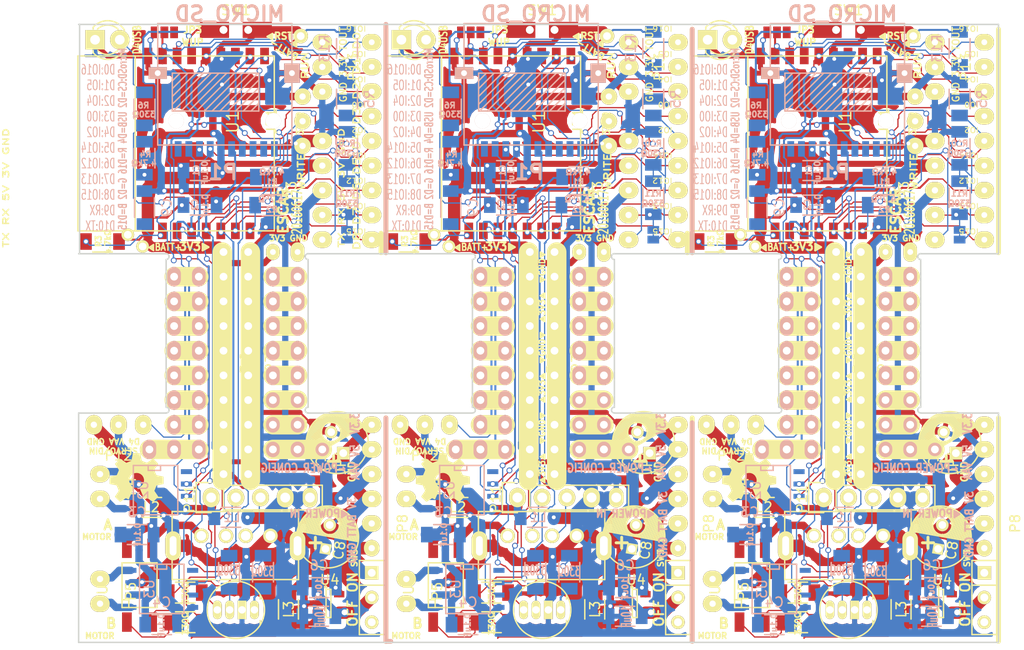
<source format=kicad_pcb>
(kicad_pcb (version 4) (host pcbnew 4.0.2-4+6225~38~ubuntu15.04.1-stable)
  (layers (0 F.Cu signal) (31 B.Cu signal) (34 B.Paste user hide) (35 F.Paste user hide) (36 B.SilkS user) (37 F.SilkS user) (38 B.Mask user) (39 F.Mask user) (44 Edge.Cuts user))
  (net 0 "")
  (net 1 +3V3)
  (net 2 GND)
  (net 3 VAA)
  (net 4 "Net-(D1-Pad2)")
  (net 5 "Net-(D2-Pad1)")
  (net 6 "Net-(D2-Pad3)")
  (net 7 "Net-(D2-Pad4)")
  (net 8 "Net-(JP1-Pad2)")
  (net 9 "Net-(JP2-Pad2)")
  (net 10 "Net-(JP2-Pad1)")
  (net 11 "Net-(JP4-Pad2)")
  (net 12 +BATT)
  (net 13 "Net-(P1-Pad7)")
  (net 14 "Net-(P1-Pad3)")
  (net 15 "Net-(P1-Pad1)")
  (net 16 "Net-(P1-Pad8)")
  (net 17 "Net-(P2-Pad4)")
  (net 18 "Net-(P3-Pad1)")
  (net 19 +5V)
  (net 20 "Net-(P4-Pad1)")
  (net 21 "Net-(P4-Pad2)")
  (net 22 "Net-(P5-Pad1)")
  (net 23 "Net-(P5-Pad2)")
  (net 24 "Net-(U2-Pad1)")
  (net 25 "Net-(U3-Pad1)")
  (net 26 "Net-(P1-Pad5)")
  (net 27 "Net-(P9-Pad1)")
  (net 28 "Net-(C3-Pad2)")
  (net 29 "Net-(P2-Pad3)")
  (net 30 "Net-(P12-Pad1)")
  (net 31 "Net-(P2-Pad9)")
  (net 32 "Net-(P10-Pad2)")
  (net 33 "Net-(P10-Pad3)")
  (net 34 "Net-(R12-Pad2)")
  (net 35 "Net-(P13-Pad1)")
  (net 36 "Net-(L3-Pad1)")
  (net 37 "Net-(P10-Pad1)")
  (net 38 "Net-(C9-Pad1)")
  (net 39 "Net-(JP3-Pad1)")
  (net 40 "Net-(P2-Pad5)")
  (module library:SolderWirePad_Oval_9xInline_0-6mmDrill (layer F.Cu) (at 195.54 63.5 270)
    (fp_text reference P2 hide)
    (fp_text value BREADBOARD)
    (pad 9 thru_hole oval (at 10.16 0 270) (size 1.7 2) (drill 0.6) (layers *.Cu *.Mask F.SilkS) (net 31 "Net-(P2-Pad9)"))
    (pad 5 thru_hole oval (at 0 0 270) (size 1.7 2) (drill 0.6) (layers *.Cu *.Mask F.SilkS) (net 40 "Net-(P2-Pad5)"))
    (pad 6 thru_hole oval (at 2.54 0 270) (size 1.7 2) (drill 0.6) (layers *.Cu *.Mask F.SilkS) (net 26 "Net-(P1-Pad5)"))
    (pad 8 thru_hole oval (at 7.62 0 270) (size 1.7 2) (drill 0.6) (layers *.Cu *.Mask F.SilkS) (net 14 "Net-(P1-Pad3)"))
    (pad 7 thru_hole oval (at 5.08 0 270) (size 1.7 2) (drill 0.6) (layers *.Cu *.Mask F.SilkS) (net 13 "Net-(P1-Pad7)"))
    (pad 3 thru_hole oval (at -5.08 0 270) (size 1.7 2) (drill 0.6) (layers *.Cu *.Mask F.SilkS) (net 29 "Net-(P2-Pad3)"))
    (pad 4 thru_hole oval (at -2.54 0 270) (size 1.7 2) (drill 0.6) (layers *.Cu *.Mask F.SilkS) (net 17 "Net-(P2-Pad4)"))
    (pad 2 thru_hole oval (at -7.62 0 270) (size 1.7 2) (drill 0.6) (layers *.Cu *.Mask F.SilkS) (net 30 "Net-(P12-Pad1)"))
    (pad 1 thru_hole oval (at -10.16 0 270) (size 1.7 2) (drill 0.6) (layers *.Cu *.Mask F.SilkS) (net 9 "Net-(JP2-Pad2)"))
  )
  (module library:TF_Socket_DONGGUAN_MINYUE_ELECTRONICS (layer B.Cu) (at 180.935 58.42 180)
    (fp_text reference P1 (at 0.7 -8.3 180) (layer B.SilkS) (effects (font (thickness 0.3048)) (justify mirror)))
    (fp_text value MICRO_SD (at 0 8 360) (layer B.SilkS) (effects (font (thickness 0.3048)) (justify mirror)))
    (pad 6 thru_hole rect (at -6.4 1.9 180) (size 1.6002 1.99898) (drill 0.59944) (layers *.Cu *.Mask B.SilkS) (net 2 GND))
    (pad "" np_thru_hole circle (at 5.5 -3 180) (size 1.6 1.6) (drill 1.6) (layers *.Mask B.Cu B.SilkS))
    (pad 10 smd rect (at -4.59874 -5.9001 180) (size 0.70104 1.6002) (layers B.Cu B.Paste B.Mask))
    (pad 9 smd rect (at -3.49892 -5.9001 180) (size 0.70104 1.6002) (layers B.Cu B.Paste B.Mask))
    (pad "" np_thru_hole circle (at -4.5 -3 180) (size 1.6 1.6) (drill 1.6) (layers *.Mask B.Cu B.SilkS))
    (pad 6 thru_hole rect (at 7.4 1.9 180) (size 1.9 1.2) (drill 0.59944) (layers *.Cu *.Mask B.SilkS) (net 2 GND))
    (pad 7 smd rect (at 4.20018 -5.9001 180) (size 0.70104 1.6002) (layers B.Cu B.Paste B.Mask) (net 13 "Net-(P1-Pad7)"))
    (pad 6 smd rect (at 3.10036 -5.9001 180) (size 0.70104 1.6002) (layers B.Cu B.Paste B.Mask) (net 2 GND))
    (pad 5 smd rect (at 2.00054 -5.9001 180) (size 0.70104 1.6002) (layers B.Cu B.Paste B.Mask) (net 26 "Net-(P1-Pad5)"))
    (pad 4 smd rect (at 0.90072 -5.9001 180) (size 0.70104 1.6002) (layers B.Cu B.Paste B.Mask) (net 1 +3V3))
    (pad 3 smd rect (at -0.1991 -5.9001 180) (size 0.70104 1.6002) (layers B.Cu B.Paste B.Mask) (net 14 "Net-(P1-Pad3)"))
    (pad 2 smd rect (at -1.29892 -5.9001 180) (size 0.70104 1.6002) (layers B.Cu B.Paste B.Mask) (net 9 "Net-(JP2-Pad2)"))
    (pad 1 smd rect (at -2.39874 -5.9001 180) (size 0.70104 1.6002) (layers B.Cu B.Paste B.Mask) (net 15 "Net-(P1-Pad1)"))
    (pad 8 smd rect (at 5.3 -5.9001 180) (size 0.70104 1.6002) (layers B.Cu B.Paste B.Mask) (net 16 "Net-(P1-Pad8)"))
  )
  (module library:SolderWirePad_Oval_4xInline_0-65mmDrill (layer F.Cu) (at 195.54 96.52 90)
    (fp_text reference JP4 (at 0 -3.175 90) (layer F.SilkS))
    (fp_text value POWER_JUMPER)
    (pad 3 thru_hole oval (at 1.27 0 90) (size 1.7 2) (drill 0.65) (layers *.Cu *.Mask F.SilkS) (net 19 +5V))
    (pad 4 thru_hole oval (at 3.81 0 90) (size 1.7 2) (drill 0.65) (layers *.Cu *.Mask F.SilkS) (net 1 +3V3))
    (pad 2 thru_hole oval (at -1.27 0 90) (size 1.7 2) (drill 0.65) (layers *.Cu *.Mask F.SilkS) (net 11 "Net-(JP4-Pad2)"))
    (pad 1 thru_hole oval (at -3.81 0 90) (size 1.7 2) (drill 0.65) (layers *.Cu *.Mask F.SilkS) (net 1 +3V3))
  )
  (module library:SolderWirePad_Oval_3xInline_0-65mmDrill (layer F.Cu) (at 188.428 61.468 90)
    (fp_text reference JP1 (at 0 -3.175 90) (layer F.SilkS))
    (fp_text value MODE_JP)
    (pad 3 thru_hole oval (at 2.54 0 90) (size 1.7 1.7) (drill 0.65) (layers *.Cu *.Mask F.SilkS) (net 1 +3V3))
    (pad 2 thru_hole oval (at 0 0 90) (size 1.7 1.7) (drill 0.65) (layers *.Cu *.Mask F.SilkS) (net 8 "Net-(JP1-Pad2)"))
    (pad 1 thru_hole oval (at -2.54 0 90) (size 1.7 1.7) (drill 0.65) (layers *.Cu *.Mask F.SilkS) (net 2 GND))
  )
  (module library:SW_SMD_3x6_WithHole (layer F.Cu) (at 181.57 52.07 180)
    (fp_text reference SW1 (at 0 2.032 180) (layer F.SilkS))
    (fp_text value RESET)
    (pad 2 smd rect (at 2.2 0 180) (size 3 1.651) (layers F.Cu F.Paste F.Mask) (net 10 "Net-(JP2-Pad1)"))
    (pad 1 smd rect (at -2.2 0 180) (size 3 1.651) (layers F.Cu F.Paste F.Mask) (net 2 GND))
    (pad 1 thru_hole circle (at -1.27 0 180) (size 0.8 0.8) (drill 0.8) (layers *.Cu *.Mask F.SilkS) (net 2 GND))
    (pad 2 thru_hole circle (at 1.27 0 180) (size 0.8 0.8) (drill 0.8) (layers *.Cu *.Mask F.SilkS) (net 10 "Net-(JP2-Pad1)"))
  )
  (module library:R_1206_HandSoldering_Small (layer B.Cu) (at 193 53.975 270)
    (fp_text reference R13 (at 0 2.3 270) (layer B.SilkS) (effects (justify mirror)))
    (fp_text value 4.7kΩ)
    (pad 1 smd rect (at -1.7 0 270) (size 1.2 1.7) (layers B.Cu B.Paste B.Mask) (net 2 GND))
    (pad 2 smd rect (at 1.7 0 270) (size 1.2 1.7) (layers B.Cu B.Paste B.Mask) (net 35 "Net-(P13-Pad1)"))
  )
  (module library:SolderWirePad_Oval_3xInline_0-65mmDrill (layer F.Cu) (at 190.46 55.88 270)
    (fp_text reference P13 (at 0 -3.175 270) (layer F.SilkS))
    (fp_text value ANALOG)
    (pad 3 thru_hole oval (at 2.54 0 270) (size 1.7 2) (drill 0.65) (layers *.Cu *.Mask F.SilkS) (net 2 GND))
    (pad 2 thru_hole oval (at 0 0 270) (size 1.7 2) (drill 0.65) (layers *.Cu *.Mask F.SilkS) (net 1 +3V3))
    (pad 1 thru_hole oval (at -2.54 0 270) (size 1.7 2) (drill 0.65) (layers *.Cu *.Mask F.SilkS) (net 35 "Net-(P13-Pad1)"))
  )
  (module library:SolderWirePad_Oval_3xInline_0-65mmDrill (layer F.Cu) (at 169.505 92.71 180)
    (fp_text reference P12 (at 0 -3.175 180) (layer F.SilkS))
    (fp_text value SERVO/INPUT)
    (pad 3 thru_hole oval (at 2.54 0 180) (size 1.7 2) (drill 0.65) (layers *.Cu *.Mask F.SilkS) (net 2 GND))
    (pad 2 thru_hole oval (at 0 0 180) (size 1.7 2) (drill 0.65) (layers *.Cu *.Mask F.SilkS) (net 3 VAA))
    (pad 1 thru_hole oval (at -2.54 0 180) (size 1.7 2) (drill 0.65) (layers *.Cu *.Mask F.SilkS) (net 30 "Net-(P12-Pad1)"))
  )
  (module library:SolderWirePad_Oval_3xInline_0-65mmDrill (layer F.Cu) (at 195.54 102.87 270)
    (fp_text reference P8 (at 0 -3.175 270) (layer F.SilkS))
    (fp_text value POWER_IN)
    (pad 3 thru_hole oval (at 2.54 0 270) (size 1.7 1.6) (drill 0.65) (layers *.Cu *.Mask F.SilkS) (net 2 GND))
    (pad 2 thru_hole oval (at 0 0 270) (size 1.7 2) (drill 0.65) (layers *.Cu *.Mask F.SilkS) (net 12 +BATT))
    (pad 1 thru_hole oval (at -2.54 0 270) (size 1.7 2) (drill 0.65) (layers *.Cu *.Mask F.SilkS) (net 1 +3V3))
  )
  (module library:SolderWirePad_Oval_2xInline_0-65mmDrill (layer F.Cu) (at 167.6 109.855 270)
    (fp_text reference P5 (at 0 -3.175 270) (layer F.SilkS))
    (fp_text value MOTOR_B)
    (pad 2 thru_hole oval (at 1.27 0 270) (size 1.7 2) (drill 0.65) (layers *.Cu *.Mask F.SilkS) (net 23 "Net-(P5-Pad2)"))
    (pad 1 thru_hole oval (at -1.27 0 270) (size 1.7 2) (drill 0.65) (layers *.Cu *.Mask F.SilkS) (net 22 "Net-(P5-Pad1)"))
  )
  (module library:SolderWirePad_Oval_2xInline_0-65mmDrill (layer F.Cu) (at 167.6 99.06 270)
    (fp_text reference P4 (at 0 -3.175 270) (layer F.SilkS))
    (fp_text value MOTOR_A)
    (pad 2 thru_hole oval (at 1.27 0 270) (size 1.7 2) (drill 0.65) (layers *.Cu *.Mask F.SilkS) (net 21 "Net-(P4-Pad2)"))
    (pad 1 thru_hole oval (at -1.27 0 270) (size 1.7 2) (drill 0.65) (layers *.Cu *.Mask F.SilkS) (net 20 "Net-(P4-Pad1)"))
  )
  (module library:SolderWirePad_Oval_5xInline_0-65mmDrill (layer F.Cu) (at 190.46 68.58 90)
    (fp_text reference P3 (at 0 -3.175 90) (layer F.SilkS))
    (fp_text value PROGRAM)
    (pad 5 thru_hole oval (at 5.08 0 90) (size 1.7 2) (drill 0.65) (layers *.Cu *.Mask F.SilkS) (net 2 GND))
    (pad 3 thru_hole oval (at 0 0 90) (size 1.7 2) (drill 0.65) (layers *.Cu *.Mask F.SilkS) (net 19 +5V))
    (pad 4 thru_hole oval (at 2.54 0 90) (size 1.7 2) (drill 0.65) (layers *.Cu *.Mask F.SilkS) (net 1 +3V3))
    (pad 2 thru_hole oval (at -2.54 0 90) (size 1.7 2) (drill 0.65) (layers *.Cu *.Mask F.SilkS) (net 39 "Net-(JP3-Pad1)"))
    (pad 1 thru_hole oval (at -5.08 0 90) (size 1.7 2) (drill 0.65) (layers *.Cu *.Mask F.SilkS) (net 18 "Net-(P3-Pad1)"))
  )
  (module library:Solder_Jumper_2 (layer B.Cu) (at 193 73.152 270)
    (fp_text reference JP3 hide)
    (fp_text value JUMPER hide)
    (pad 1 smd rect (at -0.5 0 270) (size 0.8 1.2) (layers B.Cu B.Paste B.Mask) (net 39 "Net-(JP3-Pad1)"))
    (pad 2 smd rect (at 0.5 0 270) (size 0.8 1.2) (layers B.Cu B.Paste B.Mask) (net 39 "Net-(JP3-Pad1)"))
  )
  (module library:C_1206_HandSoldering_Small (layer B.Cu) (at 172.172 70.358 90)
    (fp_text reference C9 (at 0 2.3 90) (layer B.SilkS) (effects (justify mirror)))
    (fp_text value 0.1uF)
    (pad 1 smd rect (at -1.7 0 90) (size 1.2 1.6) (layers B.Cu B.Paste B.Mask) (net 38 "Net-(C9-Pad1)"))
    (pad 2 smd rect (at 1.7 0 90) (size 1.2 1.6) (layers B.Cu B.Paste B.Mask) (net 2 GND))
  )
  (module library:R_1206_HandSoldering_Small (layer F.Cu) (at 167.854 73.8505)
    (fp_text reference R3 (at -0.4064 -0.0381 90) (layer F.SilkS) (effects (font (size 0.6 0.6))))
    (fp_text value 4.7kΩ (at 0.5588 0.0127 90) (layer F.SilkS) (effects (font (size 0.6 0.6))))
    (pad 1 smd rect (at -1.7 0) (size 1.2 1.7) (layers F.Cu F.Paste F.Mask) (net 38 "Net-(C9-Pad1)"))
    (pad 2 smd rect (at 1.7 0) (size 1.2 1.7) (layers F.Cu F.Paste F.Mask) (net 1 +3V3))
  )
  (module library:C_1206_HandSoldering_Small (layer F.Cu) (at 172.934 101.219)
    (fp_text reference L2 (at -0.0508 -0.0254) (layer F.SilkS))
    (fp_text value INDUCTOR_SMALL)
    (pad 1 smd rect (at -1.7 0) (size 1.2 1.6) (layers F.Cu F.Paste F.Mask) (net 28 "Net-(C3-Pad2)"))
    (pad 2 smd rect (at 1.7 0) (size 1.2 1.6) (layers F.Cu F.Paste F.Mask) (net 2 GND))
  )
  (module library:C_1206_HandSoldering_Small (layer B.Cu) (at 181.062 102.235 180)
    (fp_text reference L1 (at -0.1016 0.0254 180) (layer B.SilkS) (effects (justify mirror)))
    (fp_text value INDUCTOR_SMALL)
    (pad 1 smd oval (at -1.7 0 180) (size 1.2 1.6) (layers B.Cu B.Paste B.Mask) (net 11 "Net-(JP4-Pad2)"))
    (pad 2 smd rect (at 1.7 0 180) (size 1.2 1.6) (layers B.Cu B.Paste B.Mask) (net 3 VAA))
  )
  (module library:C_1206_HandSoldering_Small (layer B.Cu) (at 190.1298 109.474 180)
    (fp_text reference C6 (at 0 2.3 180) (layer B.SilkS) (effects (justify mirror)))
    (fp_text value 10uF (at 0.0254 -0.1524 270) (layer B.SilkS) (effects (font (size 0.6 0.6)) (justify mirror)))
    (pad 1 smd rect (at -1.7 0 180) (size 1.2 1.6) (layers B.Cu B.Paste B.Mask) (net 1 +3V3))
    (pad 2 smd rect (at 1.7 0 180) (size 1.2 1.6) (layers B.Cu B.Paste B.Mask) (net 2 GND))
  )
  (module library:C_1206_HandSoldering_Small (layer B.Cu) (at 190.1044 112.4204 180)
    (fp_text reference C5 hide)
    (fp_text value 10uF (at -0.1524 -0.0508 270) (layer B.SilkS) (effects (font (size 1 0.6)) (justify mirror)))
    (pad 1 smd rect (at -1.7 0 180) (size 1.2 1.6) (layers B.Cu B.Paste B.Mask) (net 19 +5V))
    (pad 2 smd rect (at 1.7 0 180) (size 1.2 1.6) (layers B.Cu B.Paste B.Mask) (net 2 GND))
  )
  (module library:C_1206_HandSoldering_Small (layer B.Cu) (at 173.95 113.284 180)
    (fp_text reference C4 (at 0 2.3 180) (layer B.SilkS) (effects (justify mirror)))
    (fp_text value 0.1uF (at 0.0508 -0.0508 270) (layer B.SilkS) (effects (font (size 0.6 0.6)) (justify mirror)))
    (pad 1 smd rect (at -1.7 0 180) (size 1.2 1.6) (layers B.Cu B.Paste B.Mask) (net 3 VAA))
    (pad 2 smd rect (at 1.7 0 180) (size 1.2 1.6) (layers B.Cu B.Paste B.Mask) (net 28 "Net-(C3-Pad2)"))
  )
  (module library:C_1206_HandSoldering_Small (layer B.Cu) (at 171.41 104.013 180)
    (fp_text reference C3 (at 0 2.3 180) (layer B.SilkS) (effects (justify mirror)))
    (fp_text value 0.1uF (at -0.0508 -0.0254 270) (layer B.SilkS) (effects (font (size 0.6 0.6)) (justify mirror)))
    (pad 1 smd rect (at -1.7 0 180) (size 1.2 1.6) (layers B.Cu B.Paste B.Mask) (net 3 VAA))
    (pad 2 smd rect (at 1.7 0 180) (size 1.2 1.6) (layers B.Cu B.Paste B.Mask) (net 28 "Net-(C3-Pad2)"))
  )
  (module library:R_1206_HandSoldering_Small (layer B.Cu) (at 184.364 107.8865 90)
    (fp_text reference R9 hide)
    (fp_text value 330Ω)
    (pad 1 smd rect (at -1.7 0 90) (size 1.2 1.7) (layers B.Cu B.Paste B.Mask) (net 5 "Net-(D2-Pad1)"))
    (pad 2 smd rect (at 1.7 0 90) (size 1.2 1.7) (layers B.Cu B.Paste B.Mask) (net 9 "Net-(JP2-Pad2)"))
  )
  (module library:R_1206_HandSoldering_Small (layer F.Cu) (at 176.363 109.982 180)
    (fp_text reference R8 hide)
    (fp_text value 330Ω (at -0.0254 -0.0508 270) (layer F.SilkS) (effects (font (size 0.6 0.6))))
    (pad 1 smd rect (at -1.7 0 180) (size 1.2 1.7) (layers F.Cu F.Paste F.Mask) (net 7 "Net-(D2-Pad4)"))
    (pad 2 smd rect (at 1.7 0 180) (size 1.2 1.7) (layers F.Cu F.Paste F.Mask) (net 31 "Net-(P2-Pad9)"))
  )
  (module library:R_1206_HandSoldering_Small (layer B.Cu) (at 180.8715 107.8865 90)
    (fp_text reference R7 hide)
    (fp_text value 330Ω)
    (pad 1 smd rect (at -1.7 0 90) (size 1.2 1.7) (layers B.Cu B.Paste B.Mask) (net 6 "Net-(D2-Pad3)"))
    (pad 2 smd rect (at 1.7 0 90) (size 1.2 1.7) (layers B.Cu B.Paste B.Mask) (net 29 "Net-(P2-Pad3)"))
  )
  (module Wire_Pads:SolderWirePad_single_0-8mmDrill (layer F.Cu) (at 187.92 52.07)
    (fp_text reference P15 hide)
    (fp_text value BATTERYGND)
    (pad 1 thru_hole circle (at 0.3175 0.635) (size 1.5 1.5) (drill 0.8001) (layers *.Cu *.Mask F.SilkS) (net 2 GND))
  )
  (module Wire_Pads:SolderWirePad_single_0-8mmDrill (layer F.Cu) (at 170.14 73.025)
    (fp_text reference P14 hide)
    (fp_text value BATTERY3.3V)
    (pad 1 thru_hole circle (at 0.3175 0.127) (size 1.3 1.3) (drill 0.8001) (layers *.Cu *.Mask F.SilkS) (net 1 +3V3))
  )
  (module Opto-Devices:Optocoupler_SMD_HandSoldering_KPC357_LTV35x_PC357_SingleChannel (layer F.Cu) (at 171.664 109.22 90)
    (fp_text reference U5 (at 0 -3.81 90) (layer F.SilkS))
    (fp_text value TLP222A)
    (pad 2 smd rect (at -3.79984 1.34874 90) (size 1.99898 0.89916) (layers F.Cu F.Paste F.Mask) (net 2 GND))
    (pad 1 smd rect (at -3.79984 -1.30048 90) (size 1.99898 1.00076) (layers F.Cu F.Paste F.Mask) (net 34 "Net-(R12-Pad2)"))
    (pad 4 smd rect (at 3.79984 -1.30048 90) (size 1.99898 1.00076) (layers F.Cu F.Paste F.Mask) (net 3 VAA))
    (pad 3 smd rect (at 3.79984 1.30048 90) (size 1.99898 1.00076) (layers F.Cu F.Paste F.Mask) (net 37 "Net-(P10-Pad1)"))
  )
  (module library:R_1206_HandSoldering_Small (layer B.Cu) (at 185.3292 67.2084 180)
    (fp_text reference R1 (at 0.0508 -0.508 180) (layer B.SilkS) (effects (font (size 0.6 0.6)) (justify mirror)))
    (fp_text value 4.7kΩ (at 0.0508 0.508 180) (layer B.SilkS) (effects (font (size 0.6 0.6)) (justify mirror)))
    (pad 1 smd rect (at -1.7 0 180) (size 1.2 1.7) (layers B.Cu B.Paste B.Mask) (net 2 GND))
    (pad 2 smd rect (at 1.7 0 180) (size 1.2 1.7) (layers B.Cu B.Paste B.Mask) (net 31 "Net-(P2-Pad9)"))
  )
  (module library:R_1206_HandSoldering_Small (layer B.Cu) (at 193 64.262 270)
    (fp_text reference R10 (at -0.508 0 360) (layer B.SilkS) (effects (font (size 0.6 0.6)) (justify mirror)))
    (fp_text value 330Ω (at 0.508 0.1016 540) (layer B.SilkS) (effects (font (size 0.6 0.6)) (justify mirror)))
    (pad 1 smd rect (at -1.7 0 270) (size 1.2 1.7) (layers B.Cu B.Paste B.Mask) (net 2 GND))
    (pad 2 smd rect (at 1.7 0 270) (size 1.2 1.7) (layers B.Cu B.Paste B.Mask) (net 39 "Net-(JP3-Pad1)"))
  )
  (module library:R_1206_HandSoldering_Small (layer B.Cu) (at 172.172 60.198 270)
    (fp_text reference R6 (at -0.3556 0.1016 360) (layer B.SilkS) (effects (font (size 0.6 0.6)) (justify mirror)))
    (fp_text value 330Ω (at 0.5588 0.0508 360) (layer B.SilkS) (effects (font (size 0.6 0.6)) (justify mirror)))
    (pad 1 smd rect (at -1.7 0 270) (size 1.2 1.7) (layers B.Cu B.Paste B.Mask) (net 4 "Net-(D1-Pad2)"))
    (pad 2 smd rect (at 1.7 0 270) (size 1.2 1.7) (layers B.Cu B.Paste B.Mask) (net 40 "Net-(P2-Pad5)"))
  )
  (module library:R_1206_HandSoldering_Small (layer B.Cu) (at 172.172 65.278 270)
    (fp_text reference R4 (at -0.4046 -0.1016 360) (layer B.SilkS) (effects (font (size 0.6 0.6)) (justify mirror)))
    (fp_text value 4.7kΩ (at 0.5098 0.0508 360) (layer B.SilkS) (effects (font (size 0.6 0.6)) (justify mirror)))
    (pad 1 smd rect (at -1.7 0 270) (size 1.2 1.7) (layers B.Cu B.Paste B.Mask) (net 10 "Net-(JP2-Pad1)"))
    (pad 2 smd rect (at 1.7 0 270) (size 1.2 1.7) (layers B.Cu B.Paste B.Mask) (net 1 +3V3))
  )
  (module library:Solder_Jumper_3 (layer F.Cu) (at 174.22 52.324 180)
    (fp_text reference JP2 hide)
    (fp_text value WAKEUP hide)
    (pad 3 smd rect (at 1 0 180) (size 0.8 1.2) (layers F.Cu F.Paste F.Mask) (net 9 "Net-(JP2-Pad2)"))
    (pad 1 smd rect (at -1 0 180) (size 0.8 1.2) (layers F.Cu F.Paste F.Mask) (net 10 "Net-(JP2-Pad1)"))
    (pad 2 smd rect (at 0 0 180) (size 0.8 1.2) (layers F.Cu F.Paste F.Mask) (net 9 "Net-(JP2-Pad2)"))
  )
  (module library:R_1206_HandSoldering_Small (layer F.Cu) (at 176.363 113.03 180)
    (fp_text reference R12 hide)
    (fp_text value 330Ω (at -0.0254 -0.1016 270) (layer F.SilkS) (effects (font (size 0.6 0.6))))
    (pad 1 smd rect (at -1.7 0 180) (size 1.2 1.7) (layers F.Cu F.Paste F.Mask) (net 29 "Net-(P2-Pad3)"))
    (pad 2 smd rect (at 1.7 0 180) (size 1.2 1.7) (layers F.Cu F.Paste F.Mask) (net 34 "Net-(R12-Pad2)"))
  )
  (module library:R_1206_HandSoldering_Small (layer B.Cu) (at 193 69.342 90)
    (fp_text reference R11 (at 0.4318 -0.0254 180) (layer B.SilkS) (effects (font (size 0.6 0.6)) (justify mirror)))
    (fp_text value 330Ω (at -0.5842 -0.0254 180) (layer B.SilkS) (effects (font (size 0.6 0.6)) (justify mirror)))
    (pad 1 smd rect (at -1.7 0 90) (size 1.2 1.7) (layers B.Cu B.Paste B.Mask) (net 39 "Net-(JP3-Pad1)"))
    (pad 2 smd rect (at 1.7 0 90) (size 1.2 1.7) (layers B.Cu B.Paste B.Mask) (net 39 "Net-(JP3-Pad1)"))
  )
  (module library:C_1206_HandSoldering_Small (layer B.Cu) (at 177.887 70.104)
    (fp_text reference C2 (at -0.5334 -0.0508 90) (layer B.SilkS) (effects (font (size 0.6 0.6)) (justify mirror)))
    (fp_text value 0.1uF (at 0.5334 0.1016 90) (layer B.SilkS) (effects (font (size 0.6 0.6)) (justify mirror)))
    (pad 1 smd rect (at -1.7 0) (size 1.2 1.6) (layers B.Cu B.Paste B.Mask) (net 1 +3V3))
    (pad 2 smd rect (at 1.7 0) (size 1.2 1.6) (layers B.Cu B.Paste B.Mask) (net 2 GND))
  )
  (module library:C_1206_HandSoldering_Small (layer B.Cu) (at 177.887 66.548 180)
    (fp_text reference C1 (at 0.381 0 270) (layer B.SilkS) (effects (font (size 0.6 0.6)) (justify mirror)))
    (fp_text value 0.1uF (at -0.4826 -0.254 270) (layer B.SilkS) (effects (font (size 0.6 0.6)) (justify mirror)))
    (pad 1 smd rect (at -1.7 0 180) (size 1.2 1.6) (layers B.Cu B.Paste B.Mask) (net 1 +3V3))
    (pad 2 smd rect (at 1.7 0 180) (size 1.2 1.6) (layers B.Cu B.Paste B.Mask) (net 2 GND))
  )
  (module library:R_1206_HandSoldering_Small (layer B.Cu) (at 185.253 70.104 180)
    (fp_text reference R2 (at -0.0254 -0.4572 180) (layer B.SilkS) (effects (font (size 0.6 0.6)) (justify mirror)))
    (fp_text value 4.7kΩ (at 0.0762 0.6096 180) (layer B.SilkS) (effects (font (size 0.6 0.6)) (justify mirror)))
    (pad 1 smd rect (at -1.7 0 180) (size 1.2 1.7) (layers B.Cu B.Paste B.Mask) (net 8 "Net-(JP1-Pad2)"))
    (pad 2 smd rect (at 1.7 0 180) (size 1.2 1.7) (layers B.Cu B.Paste B.Mask) (net 17 "Net-(P2-Pad4)"))
  )
  (module TO_SOT_Packages_SMD:SOT-23-5 (layer F.Cu) (at 191.095 111.0996)
    (fp_text reference U4 (at 0.127 -2.4384) (layer F.SilkS))
    (fp_text value MT5201-3.3N)
    (pad 1 smd rect (at -1.1 -0.95) (size 1.06 0.65) (layers F.Cu F.Paste F.Mask) (net 19 +5V))
    (pad 2 smd rect (at -1.1 0) (size 1.06 0.65) (layers F.Cu F.Paste F.Mask) (net 2 GND))
    (pad 3 smd rect (at -1.1 0.95) (size 1.06 0.65) (layers F.Cu F.Paste F.Mask) (net 36 "Net-(L3-Pad1)"))
    (pad 4 smd rect (at 1.1 0.95) (size 1.06 0.65) (layers F.Cu F.Paste F.Mask) (net 19 +5V))
    (pad 5 smd rect (at 1.1 -0.95) (size 1.06 0.65) (layers F.Cu F.Paste F.Mask) (net 1 +3V3))
  )
  (module Pin_Headers:Pin_Header_Straight_1x05 (layer F.Cu) (at 179.03 100.203 90)
    (fp_text reference P11 (at -0.127 -2.2352 90) (layer F.SilkS))
    (fp_text value USB_B)
    (pad 1 thru_hole oval (at 0 0 90) (size 2 1.7) (drill 1.016) (layers *.Cu *.Mask F.SilkS) (net 3 VAA))
    (pad 2 thru_hole oval (at 0 2.54 90) (size 1.8 1.7272) (drill 1.016) (layers *.Cu *.Mask F.SilkS) (net 32 "Net-(P10-Pad2)"))
    (pad 3 thru_hole oval (at 0 5.08 90) (size 1.8 1.7272) (drill 1.016) (layers *.Cu *.Mask F.SilkS) (net 33 "Net-(P10-Pad3)"))
    (pad 4 thru_hole oval (at 0 7.62 90) (size 2.032 1.7272) (drill 1.016) (layers *.Cu *.Mask F.SilkS) (net 2 GND))
    (pad 5 thru_hole oval (at 0 10.16 90) (size 2.032 1.5) (drill 1.016) (layers *.Cu *.Mask F.SilkS) (net 2 GND))
  )
  (module library:USB_A_Vertical_Short (layer F.Cu) (at 178.014 104.14)
    (fp_text reference P10 hide)
    (fp_text value USB_A)
    (pad 4 thru_hole circle (at 7.11286 -0.00212 270) (size 1.50114 1.50114) (drill 1.00076) (layers *.Cu *.Mask F.SilkS) (net 2 GND))
    (pad 3 thru_hole circle (at 4.57286 -0.00212 270) (size 1.50114 1.50114) (drill 1.00076) (layers *.Cu *.Mask F.SilkS) (net 33 "Net-(P10-Pad3)"))
    (pad 2 thru_hole circle (at 2.54086 -0.00212 270) (size 1.50114 1.50114) (drill 1.00076) (layers *.Cu *.Mask F.SilkS) (net 32 "Net-(P10-Pad2)"))
    (pad 1 thru_hole circle (at 0.00086 -0.00212 270) (size 1.50114 1.50114) (drill 1.00076) (layers *.Cu *.Mask F.SilkS) (net 37 "Net-(P10-Pad1)"))
    (pad 5 thru_hole oval (at 9.9 1.03 270) (size 3 1.6) (drill oval 2 0.8) (layers *.Cu *.Mask F.SilkS) (net 2 GND))
    (pad 5 thru_hole oval (at -2.9 1.03 270) (size 3 1.6) (drill oval 2 0.7) (layers *.Cu *.Mask F.SilkS) (net 2 GND))
  )
  (module library:C_1206_HandSoldering_Small (layer F.Cu) (at 186.9802 111.7092 90)
    (fp_text reference L3 (at 0 0.0254 90) (layer F.SilkS))
    (fp_text value 4.7uH)
    (pad 1 smd rect (at -1.6 0 90) (size 1.4 1.6) (layers F.Cu F.Paste F.Mask) (net 36 "Net-(L3-Pad1)"))
    (pad 2 smd rect (at 1.6 0 90) (size 1.4 1.6) (layers F.Cu F.Paste F.Mask) (net 1 +3V3))
  )
  (module library:OSHW_LOGL_SYLK_5mm (layer F.Cu) (at 171.3592 98.1456)
    (fp_text reference OSHW hide)
    (fp_text value 1.1 hide)
  )
  (module library:Padmatrix-wide-01x10 (layer F.Cu) (at 180.3 86.36 90)
    (fp_text reference P6 (at 0 2.4 90) (layer F.SilkS) (effects (font (size 1.2 1.2))))
    (fp_text value CONN_01X10)
    (pad 1 thru_hole oval (at -11.43 0 90) (size 2 1.4) (drill 0.8) (layers *.Cu *.Mask F.SilkS) (net 1 +3V3))
    (pad 2 thru_hole oval (at -8.89 0 90) (size 2 1.4) (drill 0.8) (layers *.Cu *.Mask F.SilkS) (net 1 +3V3))
    (pad 3 thru_hole oval (at -6.35 0 90) (size 2 1.4) (drill 0.8) (layers *.Cu *.Mask F.SilkS) (net 1 +3V3))
    (pad 4 thru_hole oval (at -3.81 0 90) (size 2 1.4) (drill 0.8) (layers *.Cu *.Mask F.SilkS) (net 1 +3V3))
    (pad 5 thru_hole oval (at -1.27 0 90) (size 2 1.4) (drill 0.8) (layers *.Cu *.Mask F.SilkS) (net 1 +3V3))
    (pad 6 thru_hole oval (at 1.27 0 90) (size 2 1.4) (drill 0.8) (layers *.Cu *.Mask F.SilkS) (net 1 +3V3))
    (pad 7 thru_hole oval (at 3.81 0 90) (size 2 1.4) (drill 0.8) (layers *.Cu *.Mask F.SilkS) (net 1 +3V3))
    (pad 8 thru_hole oval (at 6.35 0 90) (size 2 1.4) (drill 0.8) (layers *.Cu *.Mask F.SilkS) (net 1 +3V3))
    (pad 9 thru_hole oval (at 8.89 0 90) (size 2 1.4) (drill 0.8) (layers *.Cu *.Mask F.SilkS) (net 1 +3V3))
    (pad 10 thru_hole oval (at 11.43 0 90) (size 1.27 1.4) (drill 0.8) (layers *.Cu *.Mask F.SilkS) (net 1 +3V3))
  )
  (module library:Padmatrix-wide-02x01 (layer B.Cu) (at 176.49 92.71)
    (fp_text reference P9 hide)
    (fp_text value UNIVERSAL_PAD hide)
    (pad 1 thru_hole oval (at -1.27 0) (size 1.4 2) (drill 0.8) (layers *.Cu *.Mask B.SilkS) (net 27 "Net-(P9-Pad1)"))
    (pad 2 thru_hole oval (at 1.27 0) (size 1.4 2) (drill 0.8) (layers *.Cu *.Mask B.SilkS) (net 27 "Net-(P9-Pad1)"))
  )
  (module SMD_Packages:SOIC-8-N (layer B.Cu) (at 173.315 99.441 270)
    (fp_text reference U2 (at 0 1.27 270) (layer B.SilkS) (effects (justify mirror)))
    (fp_text value TC117HS)
    (pad 8 smd rect (at -1.905 3.175 270) (size 0.508 1.143) (layers B.Cu B.Paste B.Mask) (net 20 "Net-(P4-Pad1)"))
    (pad 7 smd rect (at -0.635 3.175 270) (size 0.508 1.143) (layers B.Cu B.Paste B.Mask) (net 2 GND))
    (pad 6 smd rect (at 0.635 3.175 270) (size 0.508 1.143) (layers B.Cu B.Paste B.Mask) (net 28 "Net-(C3-Pad2)"))
    (pad 5 smd rect (at 1.905 3.175 270) (size 0.508 1.143) (layers B.Cu B.Paste B.Mask) (net 21 "Net-(P4-Pad2)"))
    (pad 4 smd rect (at 1.905 -3.175 270) (size 0.508 1.143) (layers B.Cu B.Paste B.Mask) (net 3 VAA))
    (pad 3 smd rect (at 0.635 -3.175 270) (size 0.508 1.143) (layers B.Cu B.Paste B.Mask) (net 26 "Net-(P1-Pad5)"))
    (pad 2 smd rect (at -0.635 -3.175 270) (size 0.508 1.143) (layers B.Cu B.Paste B.Mask) (net 13 "Net-(P1-Pad7)"))
    (pad 1 smd rect (at -1.905 -3.175 270) (size 0.508 1.143) (layers B.Cu B.Paste B.Mask) (net 24 "Net-(U2-Pad1)"))
  )
  (module library:ESP_WROOM_02 (layer F.Cu) (at 178.522 63.754 90)
    (fp_text reference U1 (at 2.2225 2.7305 90) (layer F.SilkS) (effects (font (size 1.2 1.2))))
    (fp_text value ESP-WROOM-02)
    (pad 18 smd rect (at 9 -6) (size 0.9 1.7) (layers F.Cu F.Paste F.Mask) (net 2 GND))
    (pad 1 smd rect (at -9 -6) (size 0.9 1.7) (layers F.Cu F.Paste F.Mask) (net 1 +3V3))
    (pad 17 smd rect (at 9 -4.5) (size 0.9 1.7) (layers F.Cu F.Paste F.Mask) (net 9 "Net-(JP2-Pad2)"))
    (pad 2 smd rect (at -9 -4.5) (size 0.9 1.7) (layers F.Cu F.Paste F.Mask) (net 38 "Net-(C9-Pad1)"))
    (pad 16 smd rect (at 9 -3) (size 0.9 1.7) (layers F.Cu F.Paste F.Mask) (net 35 "Net-(P13-Pad1)"))
    (pad 3 smd rect (at -9 -3) (size 0.9 1.7) (layers F.Cu F.Paste F.Mask) (net 26 "Net-(P1-Pad5)"))
    (pad 15 smd rect (at 9 -1.5) (size 0.9 1.7) (layers F.Cu F.Paste F.Mask) (net 10 "Net-(JP2-Pad1)"))
    (pad 4 smd rect (at -9 -1.5) (size 0.9 1.7) (layers F.Cu F.Paste F.Mask) (net 13 "Net-(P1-Pad7)"))
    (pad 14 smd rect (at 9 0) (size 0.9 1.7) (layers F.Cu F.Paste F.Mask) (net 30 "Net-(P12-Pad1)"))
    (pad 5 smd rect (at -9 0) (size 0.9 1.7) (layers F.Cu F.Paste F.Mask) (net 14 "Net-(P1-Pad3)"))
    (pad 13 smd rect (at 9 1.5) (size 0.9 1.7) (layers F.Cu F.Paste F.Mask) (net 2 GND))
    (pad 6 smd rect (at -9 1.5) (size 0.9 1.7) (layers F.Cu F.Paste F.Mask) (net 31 "Net-(P2-Pad9)"))
    (pad 12 smd rect (at 9 3) (size 0.9 1.7) (layers F.Cu F.Paste F.Mask) (net 18 "Net-(P3-Pad1)"))
    (pad 7 smd rect (at -9 3) (size 0.9 1.7) (layers F.Cu F.Paste F.Mask) (net 40 "Net-(P2-Pad5)"))
    (pad 11 smd rect (at 9 4.5) (size 0.9 1.7) (layers F.Cu F.Paste F.Mask) (net 39 "Net-(JP3-Pad1)"))
    (pad 8 smd rect (at -9 4.5) (size 0.9 1.7) (layers F.Cu F.Paste F.Mask) (net 17 "Net-(P2-Pad4)"))
    (pad 10 smd rect (at 9 6) (size 0.9 1.7) (layers F.Cu F.Paste F.Mask) (net 29 "Net-(P2-Pad3)"))
    (pad 9 smd rect (at -9 6) (size 0.9 1.7) (layers F.Cu F.Paste F.Mask) (net 2 GND))
  )
  (module Buttons_Switches_ThroughHole:SW_Micro_SPST (layer F.Cu) (at 195.54 110.49 270)
    (fp_text reference SW3 (at -4.064 1.778 270) (layer F.SilkS) (effects (font (size 0.6 0.6))))
    (fp_text value POWER_SW)
    (pad 1 thru_hole rect (at -2.54 0 270) (size 1.397 1.397) (drill 0.8128) (layers *.Cu *.Mask F.SilkS) (net 12 +BATT))
    (pad 2 thru_hole circle (at 0 0 270) (size 1.397 1.397) (drill 0.8128) (layers *.Cu *.Mask F.SilkS) (net 19 +5V))
    (pad 3 thru_hole circle (at 2.54 0 270) (size 1.397 1.397) (drill 0.8128) (layers *.Cu *.Mask F.SilkS))
  )
  (module LEDs:LED-RGB-5MM_Common_Cathode (layer F.Cu) (at 183.475 111.76 270)
    (fp_text reference D2 hide)
    (fp_text value LED_RCBG)
    (pad 1 thru_hole oval (at 0 0 270) (size 1.905 0.9) (drill 0.762) (layers *.Cu *.Mask F.SilkS) (net 5 "Net-(D2-Pad1)"))
    (pad 2 thru_hole rect (at 0 1.27 270) (size 1.905 0.9) (drill 0.762) (layers *.Cu *.Mask F.SilkS) (net 2 GND))
    (pad 3 thru_hole oval (at 0 2.54 270) (size 1.905 0.9) (drill 0.762) (layers *.Cu *.Mask F.SilkS) (net 6 "Net-(D2-Pad3)"))
    (pad 4 thru_hole oval (at 0 3.81 270) (size 1.905 0.9) (drill 0.762) (layers *.Cu *.Mask F.SilkS) (net 7 "Net-(D2-Pad4)"))
  )
  (module LEDs:LED-3MM (layer F.Cu) (at 167.092 53.086)
    (fp_text reference D1 hide)
    (fp_text value YELLOW)
    (pad 1 thru_hole rect (at 0 0 90) (size 2 2) (drill 1.00076) (layers *.Cu *.Mask F.SilkS) (net 2 GND))
    (pad 2 thru_hole circle (at 2.54 0) (size 2 2) (drill 1.00076) (layers *.Cu *.Mask F.SilkS) (net 4 "Net-(D1-Pad2)"))
  )
  (module Capacitors_ThroughHole:C_Radial_D6.3_L11.2_P2.5 (layer F.Cu) (at 192.619 95.631 120)
    (fp_text reference C7 (at 0.089633 -2.441249 120) (layer F.SilkS))
    (fp_text value 100uF)
    (pad 2 thru_hole circle (at 2.5 0 120) (size 1.3 1.3) (drill 0.8) (layers *.Cu *.Mask F.SilkS) (net 2 GND))
    (pad 1 thru_hole rect (at 0 0 90) (size 1.3 1.3) (drill 0.8) (layers *.Cu *.Mask F.SilkS) (net 1 +3V3))
  )
  (module library:Padmatrix-wide-02x01 (layer B.Cu) (at 176.49 95.25)
    (fp_text reference P9 hide)
    (fp_text value UNIVERSAL_PAD hide)
    (pad 1 thru_hole oval (at -1.27 0) (size 1.4 2) (drill 0.8) (layers *.Cu *.Mask B.SilkS) (net 27 "Net-(P9-Pad1)"))
    (pad 2 thru_hole oval (at 1.27 0) (size 1.4 2) (drill 0.8) (layers *.Cu *.Mask B.SilkS) (net 27 "Net-(P9-Pad1)"))
  )
  (module library:Padmatrix-wide-02x01 (layer B.Cu) (at 176.49 90.17)
    (fp_text reference P9 hide)
    (fp_text value UNIVERSAL_PAD hide)
    (pad 1 thru_hole oval (at -1.27 0) (size 1.4 2) (drill 0.8) (layers *.Cu *.Mask B.SilkS) (net 27 "Net-(P9-Pad1)"))
    (pad 2 thru_hole oval (at 1.27 0) (size 1.4 2) (drill 0.8) (layers *.Cu *.Mask B.SilkS) (net 27 "Net-(P9-Pad1)"))
  )
  (module library:Padmatrix-wide-02x01 (layer B.Cu) (at 176.49 87.63)
    (fp_text reference P9 hide)
    (fp_text value UNIVERSAL_PAD hide)
    (pad 1 thru_hole oval (at -1.27 0) (size 1.4 2) (drill 0.8) (layers *.Cu *.Mask B.SilkS) (net 27 "Net-(P9-Pad1)"))
    (pad 2 thru_hole oval (at 1.27 0) (size 1.4 2) (drill 0.8) (layers *.Cu *.Mask B.SilkS) (net 27 "Net-(P9-Pad1)"))
  )
  (module library:Padmatrix-wide-02x01 (layer B.Cu) (at 176.49 77.47)
    (fp_text reference P9 hide)
    (fp_text value UNIVERSAL_PAD hide)
    (pad 1 thru_hole oval (at -1.27 0) (size 1.4 2) (drill 0.8) (layers *.Cu *.Mask B.SilkS) (net 27 "Net-(P9-Pad1)"))
    (pad 2 thru_hole oval (at 1.27 0) (size 1.4 2) (drill 0.8) (layers *.Cu *.Mask B.SilkS) (net 27 "Net-(P9-Pad1)"))
  )
  (module library:Padmatrix-wide-02x01 (layer B.Cu) (at 176.49 80.01)
    (fp_text reference P9 hide)
    (fp_text value UNIVERSAL_PAD hide)
    (pad 1 thru_hole oval (at -1.27 0) (size 1.4 2) (drill 0.8) (layers *.Cu *.Mask B.SilkS) (net 27 "Net-(P9-Pad1)"))
    (pad 2 thru_hole oval (at 1.27 0) (size 1.4 2) (drill 0.8) (layers *.Cu *.Mask B.SilkS) (net 27 "Net-(P9-Pad1)"))
  )
  (module library:Padmatrix-wide-02x01 (layer B.Cu) (at 176.49 85.09)
    (fp_text reference P9 hide)
    (fp_text value UNIVERSAL_PAD hide)
    (pad 1 thru_hole oval (at -1.27 0) (size 1.4 2) (drill 0.8) (layers *.Cu *.Mask B.SilkS) (net 27 "Net-(P9-Pad1)"))
    (pad 2 thru_hole oval (at 1.27 0) (size 1.4 2) (drill 0.8) (layers *.Cu *.Mask B.SilkS) (net 27 "Net-(P9-Pad1)"))
  )
  (module library:Padmatrix-wide-02x01 (layer B.Cu) (at 176.49 82.55)
    (fp_text reference P9 hide)
    (fp_text value UNIVERSAL_PAD hide)
    (pad 1 thru_hole oval (at -1.27 0) (size 1.4 2) (drill 0.8) (layers *.Cu *.Mask B.SilkS) (net 27 "Net-(P9-Pad1)"))
    (pad 2 thru_hole oval (at 1.27 0) (size 1.4 2) (drill 0.8) (layers *.Cu *.Mask B.SilkS) (net 27 "Net-(P9-Pad1)"))
  )
  (module library:Padmatrix-wide-02x01 (layer B.Cu) (at 186.65 82.55)
    (fp_text reference P9 hide)
    (fp_text value UNIVERSAL_PAD hide)
    (pad 1 thru_hole oval (at -1.27 0) (size 1.4 2) (drill 0.8) (layers *.Cu *.Mask B.SilkS) (net 27 "Net-(P9-Pad1)"))
    (pad 2 thru_hole oval (at 1.27 0) (size 1.4 2) (drill 0.8) (layers *.Cu *.Mask B.SilkS) (net 27 "Net-(P9-Pad1)"))
  )
  (module library:Padmatrix-wide-02x01 (layer B.Cu) (at 186.65 85.09)
    (fp_text reference P9 hide)
    (fp_text value UNIVERSAL_PAD hide)
    (pad 1 thru_hole oval (at -1.27 0) (size 1.4 2) (drill 0.8) (layers *.Cu *.Mask B.SilkS) (net 27 "Net-(P9-Pad1)"))
    (pad 2 thru_hole oval (at 1.27 0) (size 1.4 2) (drill 0.8) (layers *.Cu *.Mask B.SilkS) (net 27 "Net-(P9-Pad1)"))
  )
  (module library:Padmatrix-wide-02x01 (layer B.Cu) (at 186.65 80.01)
    (fp_text reference P9 hide)
    (fp_text value UNIVERSAL_PAD hide)
    (pad 1 thru_hole oval (at -1.27 0) (size 1.4 2) (drill 0.8) (layers *.Cu *.Mask B.SilkS) (net 27 "Net-(P9-Pad1)"))
    (pad 2 thru_hole oval (at 1.27 0) (size 1.4 2) (drill 0.8) (layers *.Cu *.Mask B.SilkS) (net 27 "Net-(P9-Pad1)"))
  )
  (module library:Padmatrix-wide-02x01 (layer B.Cu) (at 186.65 77.47)
    (fp_text reference P9 hide)
    (fp_text value UNIVERSAL_PAD hide)
    (pad 1 thru_hole oval (at -1.27 0) (size 1.4 2) (drill 0.8) (layers *.Cu *.Mask B.SilkS) (net 27 "Net-(P9-Pad1)"))
    (pad 2 thru_hole oval (at 1.27 0) (size 1.4 2) (drill 0.8) (layers *.Cu *.Mask B.SilkS) (net 27 "Net-(P9-Pad1)"))
  )
  (module library:Padmatrix-wide-02x01 (layer B.Cu) (at 186.65 87.63)
    (fp_text reference P9 hide)
    (fp_text value UNIVERSAL_PAD hide)
    (pad 1 thru_hole oval (at -1.27 0) (size 1.4 2) (drill 0.8) (layers *.Cu *.Mask B.SilkS) (net 27 "Net-(P9-Pad1)"))
    (pad 2 thru_hole oval (at 1.27 0) (size 1.4 2) (drill 0.8) (layers *.Cu *.Mask B.SilkS) (net 27 "Net-(P9-Pad1)"))
  )
  (module library:Padmatrix-wide-02x01 (layer B.Cu) (at 186.65 90.17)
    (fp_text reference P9 hide)
    (fp_text value UNIVERSAL_PAD hide)
    (pad 1 thru_hole oval (at -1.27 0) (size 1.4 1.6) (drill 0.8) (layers *.Cu *.Mask B.SilkS) (net 27 "Net-(P9-Pad1)"))
    (pad 2 thru_hole oval (at 1.27 0) (size 1.4 1.6) (drill 0.8) (layers *.Cu *.Mask B.SilkS) (net 27 "Net-(P9-Pad1)"))
  )
  (module library:Padmatrix-wide-02x01 (layer B.Cu) (at 186.65 95.25)
    (fp_text reference P9 hide)
    (fp_text value UNIVERSAL_PAD hide)
    (pad 1 thru_hole oval (at -1.27 0) (size 1.4 1.6) (drill 0.8) (layers *.Cu *.Mask B.SilkS) (net 27 "Net-(P9-Pad1)"))
    (pad 2 thru_hole oval (at 1.27 0) (size 1.4 1.6) (drill 0.8) (layers *.Cu *.Mask B.SilkS) (net 27 "Net-(P9-Pad1)"))
  )
  (module library:Padmatrix-wide-02x01 (layer B.Cu) (at 186.65 92.71)
    (fp_text reference P9 hide)
    (fp_text value UNIVERSAL_PAD hide)
    (pad 1 thru_hole oval (at -1.27 0) (size 1.4 1.6) (drill 0.8) (layers *.Cu *.Mask B.SilkS) (net 27 "Net-(P9-Pad1)"))
    (pad 2 thru_hole oval (at 1.27 0) (size 1.4 1.6) (drill 0.8) (layers *.Cu *.Mask B.SilkS) (net 27 "Net-(P9-Pad1)"))
  )
  (module library:Padmatrix-wide-02x01 (layer B.Cu) (at 189.19 95.25)
    (fp_text reference P9 hide)
    (fp_text value UNIVERSAL_PAD hide)
    (pad 1 thru_hole oval (at -1.27 0) (size 1.4 1.6) (drill 0.8) (layers *.Cu *.Mask B.SilkS) (net 27 "Net-(P9-Pad1)"))
    (pad 2 thru_hole oval (at 1.27 0) (size 1.4 1.4) (drill 0.8) (layers *.Cu *.Mask B.SilkS) (net 27 "Net-(P9-Pad1)"))
  )
  (module library:Padmatrix-wide-02x01 (layer B.Cu) (at 173.95 95.25)
    (fp_text reference P9 hide)
    (fp_text value "UNIVERSAL PAD" hide)
    (pad 1 thru_hole oval (at -1.27 0) (size 1.4 2) (drill 0.8) (layers *.Cu *.Mask B.SilkS) (net 27 "Net-(P9-Pad1)"))
    (pad 2 thru_hole oval (at 1.27 0) (size 1.4 2) (drill 0.8) (layers *.Cu *.Mask B.SilkS) (net 27 "Net-(P9-Pad1)"))
  )
  (module SMD_Packages:SOIC-8-N (layer B.Cu) (at 173.95 109.601 270)
    (fp_text reference U3 (at 0 1.27 270) (layer B.SilkS) (effects (justify mirror)))
    (fp_text value TC117HS)
    (pad 8 smd rect (at -1.905 3.175 270) (size 0.508 1.143) (layers B.Cu B.Paste B.Mask) (net 22 "Net-(P5-Pad1)"))
    (pad 7 smd rect (at -0.635 3.175 270) (size 0.508 1.143) (layers B.Cu B.Paste B.Mask) (net 2 GND))
    (pad 6 smd rect (at 0.635 3.175 270) (size 0.508 1.143) (layers B.Cu B.Paste B.Mask) (net 28 "Net-(C3-Pad2)"))
    (pad 5 smd rect (at 1.905 3.175 270) (size 0.508 1.143) (layers B.Cu B.Paste B.Mask) (net 23 "Net-(P5-Pad2)"))
    (pad 4 smd rect (at 1.905 -3.175 270) (size 0.508 1.143) (layers B.Cu B.Paste B.Mask) (net 3 VAA))
    (pad 3 smd rect (at 0.635 -3.175 270) (size 0.508 1.143) (layers B.Cu B.Paste B.Mask) (net 9 "Net-(JP2-Pad2)"))
    (pad 2 smd rect (at -0.635 -3.175 270) (size 0.508 1.143) (layers B.Cu B.Paste B.Mask) (net 14 "Net-(P1-Pad3)"))
    (pad 1 smd rect (at -1.905 -3.175 270) (size 0.508 1.143) (layers B.Cu B.Paste B.Mask) (net 25 "Net-(U3-Pad1)"))
  )
  (module library:Padmatrix-wide-01x10 (layer F.Cu) (at 182.84 86.36 90)
    (fp_text reference P7 (at 0 2.4 90) (layer F.SilkS) (effects (font (size 1.2 1.2))))
    (fp_text value CONN_01X10)
    (pad 1 thru_hole oval (at -11.43 0 90) (size 1.6 1.4) (drill 0.8) (layers *.Cu *.Mask F.SilkS) (net 2 GND))
    (pad 2 thru_hole oval (at -8.89 0 90) (size 1.6 1.4) (drill 0.8) (layers *.Cu *.Mask F.SilkS) (net 2 GND))
    (pad 3 thru_hole oval (at -6.35 0 90) (size 2 1.4) (drill 0.8) (layers *.Cu *.Mask F.SilkS) (net 2 GND))
    (pad 4 thru_hole oval (at -3.81 0 90) (size 2 1.4) (drill 0.8) (layers *.Cu *.Mask F.SilkS) (net 2 GND))
    (pad 5 thru_hole oval (at -1.27 0 90) (size 2 1.4) (drill 0.8) (layers *.Cu *.Mask F.SilkS) (net 2 GND))
    (pad 6 thru_hole oval (at 1.27 0 90) (size 2 1.4) (drill 0.8) (layers *.Cu *.Mask F.SilkS) (net 2 GND))
    (pad 7 thru_hole oval (at 3.81 0 90) (size 2 1.4) (drill 0.8) (layers *.Cu *.Mask F.SilkS) (net 2 GND))
    (pad 8 thru_hole oval (at 6.35 0 90) (size 2 1.4) (drill 0.8) (layers *.Cu *.Mask F.SilkS) (net 2 GND))
    (pad 9 thru_hole oval (at 8.89 0 90) (size 1.7 1.4) (drill 0.8) (layers *.Cu *.Mask F.SilkS) (net 2 GND))
    (pad 10 thru_hole oval (at 11.43 0 90) (size 1 1.4) (drill 0.8) (layers *.Cu *.Mask F.SilkS) (net 2 GND))
  )
  (module Capacitors_ThroughHole:C_Radial_D6.3_L11.2_P2.5 (layer F.Cu) (at 190.7902 105.4862 80)
    (fp_text reference C8 (at 0.1016 1.4224 80) (layer F.SilkS))
    (fp_text value 100uF)
    (pad 2 thru_hole circle (at 2.5 0 80) (size 1.3 1.3) (drill 0.8) (layers *.Cu *.Mask F.SilkS) (net 2 GND))
    (pad 1 thru_hole rect (at 0 0 80) (size 1.1 1.1) (drill 0.8) (layers *.Cu *.Mask F.SilkS) (net 19 +5V))
  )
  (module library:Padmatrix-wide-02x01 (layer F.Cu) (at 186.65 74.93)
    (fp_text reference P16 hide)
    (fp_text value BREADBOARD_POWER hide)
    (pad 1 thru_hole oval (at -1.27 0) (size 1.4 1.651) (drill 0.6) (layers *.Cu *.Mask F.SilkS) (net 1 +3V3))
    (pad 2 thru_hole oval (at 1.27 0) (size 1.4 2) (drill 0.6) (layers *.Cu *.Mask F.SilkS) (net 2 GND))
  )
  (module Wire_Pads:SolderWirePad_single_0-8mmDrill (layer F.Cu) (at 172.045 74.93)
    (fp_text reference P14 hide)
    (fp_text value BATTERY3.3V)
    (pad 1 thru_hole circle (at -0.0635 -0.5715) (size 1.3 1.3) (drill 0.8001) (layers *.Cu *.Mask F.SilkS) (net 1 +3V3))
  )
  (module library:R_1206_HandSoldering_Small (layer B.Cu) (at 193 59.182 90)
    (fp_text reference R5 (at 0 2.3 90) (layer B.SilkS) (effects (justify mirror)))
    (fp_text value 4.7kΩ)
    (pad 1 smd rect (at -1.7 0 90) (size 1.2 1.7) (layers B.Cu B.Paste B.Mask) (net 40 "Net-(P2-Pad5)"))
    (pad 2 smd rect (at 1.7 0 90) (size 1.2 1.7) (layers B.Cu B.Paste B.Mask) (net 1 +3V3))
  )
  (module library:TF_Socket_DONGGUAN_MINYUE_ELECTRONICS (layer B.Cu) (at 149.435 58.42 180)
    (fp_text reference P1 (at 0.7 -8.3 180) (layer B.SilkS) (effects (font (thickness 0.3048)) (justify mirror)))
    (fp_text value MICRO_SD (at 0 8 360) (layer B.SilkS) (effects (font (thickness 0.3048)) (justify mirror)))
    (pad 6 thru_hole rect (at -6.4 1.9 180) (size 1.6002 1.99898) (drill 0.59944) (layers *.Cu *.Mask B.SilkS) (net 2 GND))
    (pad "" np_thru_hole circle (at 5.5 -3 180) (size 1.6 1.6) (drill 1.6) (layers *.Mask B.Cu B.SilkS))
    (pad 10 smd rect (at -4.59874 -5.9001 180) (size 0.70104 1.6002) (layers B.Cu B.Paste B.Mask))
    (pad 9 smd rect (at -3.49892 -5.9001 180) (size 0.70104 1.6002) (layers B.Cu B.Paste B.Mask))
    (pad "" np_thru_hole circle (at -4.5 -3 180) (size 1.6 1.6) (drill 1.6) (layers *.Mask B.Cu B.SilkS))
    (pad 6 thru_hole rect (at 7.4 1.9 180) (size 1.9 1.2) (drill 0.59944) (layers *.Cu *.Mask B.SilkS) (net 2 GND))
    (pad 7 smd rect (at 4.20018 -5.9001 180) (size 0.70104 1.6002) (layers B.Cu B.Paste B.Mask) (net 13 "Net-(P1-Pad7)"))
    (pad 6 smd rect (at 3.10036 -5.9001 180) (size 0.70104 1.6002) (layers B.Cu B.Paste B.Mask) (net 2 GND))
    (pad 5 smd rect (at 2.00054 -5.9001 180) (size 0.70104 1.6002) (layers B.Cu B.Paste B.Mask) (net 26 "Net-(P1-Pad5)"))
    (pad 4 smd rect (at 0.90072 -5.9001 180) (size 0.70104 1.6002) (layers B.Cu B.Paste B.Mask) (net 1 +3V3))
    (pad 3 smd rect (at -0.1991 -5.9001 180) (size 0.70104 1.6002) (layers B.Cu B.Paste B.Mask) (net 14 "Net-(P1-Pad3)"))
    (pad 2 smd rect (at -1.29892 -5.9001 180) (size 0.70104 1.6002) (layers B.Cu B.Paste B.Mask) (net 9 "Net-(JP2-Pad2)"))
    (pad 1 smd rect (at -2.39874 -5.9001 180) (size 0.70104 1.6002) (layers B.Cu B.Paste B.Mask) (net 15 "Net-(P1-Pad1)"))
    (pad 8 smd rect (at 5.3 -5.9001 180) (size 0.70104 1.6002) (layers B.Cu B.Paste B.Mask) (net 16 "Net-(P1-Pad8)"))
  )
  (module library:SolderWirePad_Oval_4xInline_0-65mmDrill (layer F.Cu) (at 164.04 96.52 90)
    (fp_text reference JP4 (at 0 -3.175 90) (layer F.SilkS))
    (fp_text value POWER_JUMPER)
    (pad 3 thru_hole oval (at 1.27 0 90) (size 1.7 2) (drill 0.65) (layers *.Cu *.Mask F.SilkS) (net 19 +5V))
    (pad 4 thru_hole oval (at 3.81 0 90) (size 1.7 2) (drill 0.65) (layers *.Cu *.Mask F.SilkS) (net 1 +3V3))
    (pad 2 thru_hole oval (at -1.27 0 90) (size 1.7 2) (drill 0.65) (layers *.Cu *.Mask F.SilkS) (net 11 "Net-(JP4-Pad2)"))
    (pad 1 thru_hole oval (at -3.81 0 90) (size 1.7 2) (drill 0.65) (layers *.Cu *.Mask F.SilkS) (net 1 +3V3))
  )
  (module library:SolderWirePad_Oval_3xInline_0-65mmDrill (layer F.Cu) (at 156.928 61.468 90)
    (fp_text reference JP1 (at 0 -3.175 90) (layer F.SilkS))
    (fp_text value MODE_JP)
    (pad 3 thru_hole oval (at 2.54 0 90) (size 1.7 1.7) (drill 0.65) (layers *.Cu *.Mask F.SilkS) (net 1 +3V3))
    (pad 2 thru_hole oval (at 0 0 90) (size 1.7 1.7) (drill 0.65) (layers *.Cu *.Mask F.SilkS) (net 8 "Net-(JP1-Pad2)"))
    (pad 1 thru_hole oval (at -2.54 0 90) (size 1.7 1.7) (drill 0.65) (layers *.Cu *.Mask F.SilkS) (net 2 GND))
  )
  (module library:SW_SMD_3x6_WithHole (layer F.Cu) (at 150.07 52.07 180)
    (fp_text reference SW1 (at 0 2.032 180) (layer F.SilkS))
    (fp_text value RESET)
    (pad 2 smd rect (at 2.2 0 180) (size 3 1.651) (layers F.Cu F.Paste F.Mask) (net 10 "Net-(JP2-Pad1)"))
    (pad 1 smd rect (at -2.2 0 180) (size 3 1.651) (layers F.Cu F.Paste F.Mask) (net 2 GND))
    (pad 1 thru_hole circle (at -1.27 0 180) (size 0.8 0.8) (drill 0.8) (layers *.Cu *.Mask F.SilkS) (net 2 GND))
    (pad 2 thru_hole circle (at 1.27 0 180) (size 0.8 0.8) (drill 0.8) (layers *.Cu *.Mask F.SilkS) (net 10 "Net-(JP2-Pad1)"))
  )
  (module library:R_1206_HandSoldering_Small (layer B.Cu) (at 161.5 53.975 270)
    (fp_text reference R13 (at 0 2.3 270) (layer B.SilkS) (effects (justify mirror)))
    (fp_text value 4.7kΩ)
    (pad 1 smd rect (at -1.7 0 270) (size 1.2 1.7) (layers B.Cu B.Paste B.Mask) (net 2 GND))
    (pad 2 smd rect (at 1.7 0 270) (size 1.2 1.7) (layers B.Cu B.Paste B.Mask) (net 35 "Net-(P13-Pad1)"))
  )
  (module library:SolderWirePad_Oval_3xInline_0-65mmDrill (layer F.Cu) (at 158.96 55.88 270)
    (fp_text reference P13 (at 0 -3.175 270) (layer F.SilkS))
    (fp_text value ANALOG)
    (pad 3 thru_hole oval (at 2.54 0 270) (size 1.7 2) (drill 0.65) (layers *.Cu *.Mask F.SilkS) (net 2 GND))
    (pad 2 thru_hole oval (at 0 0 270) (size 1.7 2) (drill 0.65) (layers *.Cu *.Mask F.SilkS) (net 1 +3V3))
    (pad 1 thru_hole oval (at -2.54 0 270) (size 1.7 2) (drill 0.65) (layers *.Cu *.Mask F.SilkS) (net 35 "Net-(P13-Pad1)"))
  )
  (module library:SolderWirePad_Oval_3xInline_0-65mmDrill (layer F.Cu) (at 138.005 92.71 180)
    (fp_text reference P12 (at 0 -3.175 180) (layer F.SilkS))
    (fp_text value SERVO/INPUT)
    (pad 3 thru_hole oval (at 2.54 0 180) (size 1.7 2) (drill 0.65) (layers *.Cu *.Mask F.SilkS) (net 2 GND))
    (pad 2 thru_hole oval (at 0 0 180) (size 1.7 2) (drill 0.65) (layers *.Cu *.Mask F.SilkS) (net 3 VAA))
    (pad 1 thru_hole oval (at -2.54 0 180) (size 1.7 2) (drill 0.65) (layers *.Cu *.Mask F.SilkS) (net 30 "Net-(P12-Pad1)"))
  )
  (module library:SolderWirePad_Oval_3xInline_0-65mmDrill (layer F.Cu) (at 164.04 102.87 270)
    (fp_text reference P8 (at 0 -3.175 270) (layer F.SilkS))
    (fp_text value POWER_IN)
    (pad 3 thru_hole oval (at 2.54 0 270) (size 1.7 1.6) (drill 0.65) (layers *.Cu *.Mask F.SilkS) (net 2 GND))
    (pad 2 thru_hole oval (at 0 0 270) (size 1.7 2) (drill 0.65) (layers *.Cu *.Mask F.SilkS) (net 12 +BATT))
    (pad 1 thru_hole oval (at -2.54 0 270) (size 1.7 2) (drill 0.65) (layers *.Cu *.Mask F.SilkS) (net 1 +3V3))
  )
  (module library:SolderWirePad_Oval_2xInline_0-65mmDrill (layer F.Cu) (at 136.1 109.855 270)
    (fp_text reference P5 (at 0 -3.175 270) (layer F.SilkS))
    (fp_text value MOTOR_B)
    (pad 2 thru_hole oval (at 1.27 0 270) (size 1.7 2) (drill 0.65) (layers *.Cu *.Mask F.SilkS) (net 23 "Net-(P5-Pad2)"))
    (pad 1 thru_hole oval (at -1.27 0 270) (size 1.7 2) (drill 0.65) (layers *.Cu *.Mask F.SilkS) (net 22 "Net-(P5-Pad1)"))
  )
  (module library:SolderWirePad_Oval_2xInline_0-65mmDrill (layer F.Cu) (at 136.1 99.06 270)
    (fp_text reference P4 (at 0 -3.175 270) (layer F.SilkS))
    (fp_text value MOTOR_A)
    (pad 2 thru_hole oval (at 1.27 0 270) (size 1.7 2) (drill 0.65) (layers *.Cu *.Mask F.SilkS) (net 21 "Net-(P4-Pad2)"))
    (pad 1 thru_hole oval (at -1.27 0 270) (size 1.7 2) (drill 0.65) (layers *.Cu *.Mask F.SilkS) (net 20 "Net-(P4-Pad1)"))
  )
  (module library:SolderWirePad_Oval_5xInline_0-65mmDrill (layer F.Cu) (at 158.96 68.58 90)
    (fp_text reference P3 (at 0 -3.175 90) (layer F.SilkS))
    (fp_text value PROGRAM)
    (pad 5 thru_hole oval (at 5.08 0 90) (size 1.7 2) (drill 0.65) (layers *.Cu *.Mask F.SilkS) (net 2 GND))
    (pad 3 thru_hole oval (at 0 0 90) (size 1.7 2) (drill 0.65) (layers *.Cu *.Mask F.SilkS) (net 19 +5V))
    (pad 4 thru_hole oval (at 2.54 0 90) (size 1.7 2) (drill 0.65) (layers *.Cu *.Mask F.SilkS) (net 1 +3V3))
    (pad 2 thru_hole oval (at -2.54 0 90) (size 1.7 2) (drill 0.65) (layers *.Cu *.Mask F.SilkS) (net 39 "Net-(JP3-Pad1)"))
    (pad 1 thru_hole oval (at -5.08 0 90) (size 1.7 2) (drill 0.65) (layers *.Cu *.Mask F.SilkS) (net 18 "Net-(P3-Pad1)"))
  )
  (module library:Solder_Jumper_2 (layer B.Cu) (at 161.5 73.152 270)
    (fp_text reference JP3 hide)
    (fp_text value JUMPER hide)
    (pad 1 smd rect (at -0.5 0 270) (size 0.8 1.2) (layers B.Cu B.Paste B.Mask) (net 39 "Net-(JP3-Pad1)"))
    (pad 2 smd rect (at 0.5 0 270) (size 0.8 1.2) (layers B.Cu B.Paste B.Mask) (net 39 "Net-(JP3-Pad1)"))
  )
  (module library:C_1206_HandSoldering_Small (layer B.Cu) (at 140.672 70.358 90)
    (fp_text reference C9 (at 0 2.3 90) (layer B.SilkS) (effects (justify mirror)))
    (fp_text value 0.1uF)
    (pad 1 smd rect (at -1.7 0 90) (size 1.2 1.6) (layers B.Cu B.Paste B.Mask) (net 38 "Net-(C9-Pad1)"))
    (pad 2 smd rect (at 1.7 0 90) (size 1.2 1.6) (layers B.Cu B.Paste B.Mask) (net 2 GND))
  )
  (module library:SolderWirePad_Oval_9xInline_0-6mmDrill (layer F.Cu) (at 164.04 63.5 270)
    (fp_text reference P2 hide)
    (fp_text value BREADBOARD)
    (pad 9 thru_hole oval (at 10.16 0 270) (size 1.7 2) (drill 0.6) (layers *.Cu *.Mask F.SilkS) (net 31 "Net-(P2-Pad9)"))
    (pad 5 thru_hole oval (at 0 0 270) (size 1.7 2) (drill 0.6) (layers *.Cu *.Mask F.SilkS) (net 40 "Net-(P2-Pad5)"))
    (pad 6 thru_hole oval (at 2.54 0 270) (size 1.7 2) (drill 0.6) (layers *.Cu *.Mask F.SilkS) (net 26 "Net-(P1-Pad5)"))
    (pad 8 thru_hole oval (at 7.62 0 270) (size 1.7 2) (drill 0.6) (layers *.Cu *.Mask F.SilkS) (net 14 "Net-(P1-Pad3)"))
    (pad 7 thru_hole oval (at 5.08 0 270) (size 1.7 2) (drill 0.6) (layers *.Cu *.Mask F.SilkS) (net 13 "Net-(P1-Pad7)"))
    (pad 3 thru_hole oval (at -5.08 0 270) (size 1.7 2) (drill 0.6) (layers *.Cu *.Mask F.SilkS) (net 29 "Net-(P2-Pad3)"))
    (pad 4 thru_hole oval (at -2.54 0 270) (size 1.7 2) (drill 0.6) (layers *.Cu *.Mask F.SilkS) (net 17 "Net-(P2-Pad4)"))
    (pad 2 thru_hole oval (at -7.62 0 270) (size 1.7 2) (drill 0.6) (layers *.Cu *.Mask F.SilkS) (net 30 "Net-(P12-Pad1)"))
    (pad 1 thru_hole oval (at -10.16 0 270) (size 1.7 2) (drill 0.6) (layers *.Cu *.Mask F.SilkS) (net 9 "Net-(JP2-Pad2)"))
  )
  (module library:R_1206_HandSoldering_Small (layer F.Cu) (at 136.354 73.8505)
    (fp_text reference R3 (at -0.4064 -0.0381 90) (layer F.SilkS) (effects (font (size 0.6 0.6))))
    (fp_text value 4.7kΩ (at 0.5588 0.0127 90) (layer F.SilkS) (effects (font (size 0.6 0.6))))
    (pad 1 smd rect (at -1.7 0) (size 1.2 1.7) (layers F.Cu F.Paste F.Mask) (net 38 "Net-(C9-Pad1)"))
    (pad 2 smd rect (at 1.7 0) (size 1.2 1.7) (layers F.Cu F.Paste F.Mask) (net 1 +3V3))
  )
  (module library:C_1206_HandSoldering_Small (layer F.Cu) (at 141.434 101.219)
    (fp_text reference L2 (at -0.0508 -0.0254) (layer F.SilkS))
    (fp_text value INDUCTOR_SMALL)
    (pad 1 smd rect (at -1.7 0) (size 1.2 1.6) (layers F.Cu F.Paste F.Mask) (net 28 "Net-(C3-Pad2)"))
    (pad 2 smd rect (at 1.7 0) (size 1.2 1.6) (layers F.Cu F.Paste F.Mask) (net 2 GND))
  )
  (module library:C_1206_HandSoldering_Small (layer B.Cu) (at 149.562 102.235 180)
    (fp_text reference L1 (at -0.1016 0.0254 180) (layer B.SilkS) (effects (justify mirror)))
    (fp_text value INDUCTOR_SMALL)
    (pad 1 smd oval (at -1.7 0 180) (size 1.2 1.6) (layers B.Cu B.Paste B.Mask) (net 11 "Net-(JP4-Pad2)"))
    (pad 2 smd rect (at 1.7 0 180) (size 1.2 1.6) (layers B.Cu B.Paste B.Mask) (net 3 VAA))
  )
  (module library:C_1206_HandSoldering_Small (layer B.Cu) (at 158.6298 109.474 180)
    (fp_text reference C6 (at 0 2.3 180) (layer B.SilkS) (effects (justify mirror)))
    (fp_text value 10uF (at 0.0254 -0.1524 270) (layer B.SilkS) (effects (font (size 0.6 0.6)) (justify mirror)))
    (pad 1 smd rect (at -1.7 0 180) (size 1.2 1.6) (layers B.Cu B.Paste B.Mask) (net 1 +3V3))
    (pad 2 smd rect (at 1.7 0 180) (size 1.2 1.6) (layers B.Cu B.Paste B.Mask) (net 2 GND))
  )
  (module library:C_1206_HandSoldering_Small (layer B.Cu) (at 158.6044 112.4204 180)
    (fp_text reference C5 hide)
    (fp_text value 10uF (at -0.1524 -0.0508 270) (layer B.SilkS) (effects (font (size 1 0.6)) (justify mirror)))
    (pad 1 smd rect (at -1.7 0 180) (size 1.2 1.6) (layers B.Cu B.Paste B.Mask) (net 19 +5V))
    (pad 2 smd rect (at 1.7 0 180) (size 1.2 1.6) (layers B.Cu B.Paste B.Mask) (net 2 GND))
  )
  (module library:C_1206_HandSoldering_Small (layer B.Cu) (at 142.45 113.284 180)
    (fp_text reference C4 (at 0 2.3 180) (layer B.SilkS) (effects (justify mirror)))
    (fp_text value 0.1uF (at 0.0508 -0.0508 270) (layer B.SilkS) (effects (font (size 0.6 0.6)) (justify mirror)))
    (pad 1 smd rect (at -1.7 0 180) (size 1.2 1.6) (layers B.Cu B.Paste B.Mask) (net 3 VAA))
    (pad 2 smd rect (at 1.7 0 180) (size 1.2 1.6) (layers B.Cu B.Paste B.Mask) (net 28 "Net-(C3-Pad2)"))
  )
  (module library:C_1206_HandSoldering_Small (layer B.Cu) (at 139.91 104.013 180)
    (fp_text reference C3 (at 0 2.3 180) (layer B.SilkS) (effects (justify mirror)))
    (fp_text value 0.1uF (at -0.0508 -0.0254 270) (layer B.SilkS) (effects (font (size 0.6 0.6)) (justify mirror)))
    (pad 1 smd rect (at -1.7 0 180) (size 1.2 1.6) (layers B.Cu B.Paste B.Mask) (net 3 VAA))
    (pad 2 smd rect (at 1.7 0 180) (size 1.2 1.6) (layers B.Cu B.Paste B.Mask) (net 28 "Net-(C3-Pad2)"))
  )
  (module library:R_1206_HandSoldering_Small (layer B.Cu) (at 152.864 107.8865 90)
    (fp_text reference R9 hide)
    (fp_text value 330Ω)
    (pad 1 smd rect (at -1.7 0 90) (size 1.2 1.7) (layers B.Cu B.Paste B.Mask) (net 5 "Net-(D2-Pad1)"))
    (pad 2 smd rect (at 1.7 0 90) (size 1.2 1.7) (layers B.Cu B.Paste B.Mask) (net 9 "Net-(JP2-Pad2)"))
  )
  (module library:R_1206_HandSoldering_Small (layer F.Cu) (at 144.863 109.982 180)
    (fp_text reference R8 hide)
    (fp_text value 330Ω (at -0.0254 -0.0508 270) (layer F.SilkS) (effects (font (size 0.6 0.6))))
    (pad 1 smd rect (at -1.7 0 180) (size 1.2 1.7) (layers F.Cu F.Paste F.Mask) (net 7 "Net-(D2-Pad4)"))
    (pad 2 smd rect (at 1.7 0 180) (size 1.2 1.7) (layers F.Cu F.Paste F.Mask) (net 31 "Net-(P2-Pad9)"))
  )
  (module library:R_1206_HandSoldering_Small (layer B.Cu) (at 149.3715 107.8865 90)
    (fp_text reference R7 hide)
    (fp_text value 330Ω)
    (pad 1 smd rect (at -1.7 0 90) (size 1.2 1.7) (layers B.Cu B.Paste B.Mask) (net 6 "Net-(D2-Pad3)"))
    (pad 2 smd rect (at 1.7 0 90) (size 1.2 1.7) (layers B.Cu B.Paste B.Mask) (net 29 "Net-(P2-Pad3)"))
  )
  (module Wire_Pads:SolderWirePad_single_0-8mmDrill (layer F.Cu) (at 156.42 52.07)
    (fp_text reference P15 hide)
    (fp_text value BATTERYGND)
    (pad 1 thru_hole circle (at 0.3175 0.635) (size 1.5 1.5) (drill 0.8001) (layers *.Cu *.Mask F.SilkS) (net 2 GND))
  )
  (module Wire_Pads:SolderWirePad_single_0-8mmDrill (layer F.Cu) (at 138.64 73.025)
    (fp_text reference P14 hide)
    (fp_text value BATTERY3.3V)
    (pad 1 thru_hole circle (at 0.3175 0.127) (size 1.3 1.3) (drill 0.8001) (layers *.Cu *.Mask F.SilkS) (net 1 +3V3))
  )
  (module Opto-Devices:Optocoupler_SMD_HandSoldering_KPC357_LTV35x_PC357_SingleChannel (layer F.Cu) (at 140.164 109.22 90)
    (fp_text reference U5 (at 0 -3.81 90) (layer F.SilkS))
    (fp_text value TLP222A)
    (pad 2 smd rect (at -3.79984 1.34874 90) (size 1.99898 0.89916) (layers F.Cu F.Paste F.Mask) (net 2 GND))
    (pad 1 smd rect (at -3.79984 -1.30048 90) (size 1.99898 1.00076) (layers F.Cu F.Paste F.Mask) (net 34 "Net-(R12-Pad2)"))
    (pad 4 smd rect (at 3.79984 -1.30048 90) (size 1.99898 1.00076) (layers F.Cu F.Paste F.Mask) (net 3 VAA))
    (pad 3 smd rect (at 3.79984 1.30048 90) (size 1.99898 1.00076) (layers F.Cu F.Paste F.Mask) (net 37 "Net-(P10-Pad1)"))
  )
  (module library:R_1206_HandSoldering_Small (layer B.Cu) (at 153.8292 67.2084 180)
    (fp_text reference R1 (at 0.0508 -0.508 180) (layer B.SilkS) (effects (font (size 0.6 0.6)) (justify mirror)))
    (fp_text value 4.7kΩ (at 0.0508 0.508 180) (layer B.SilkS) (effects (font (size 0.6 0.6)) (justify mirror)))
    (pad 1 smd rect (at -1.7 0 180) (size 1.2 1.7) (layers B.Cu B.Paste B.Mask) (net 2 GND))
    (pad 2 smd rect (at 1.7 0 180) (size 1.2 1.7) (layers B.Cu B.Paste B.Mask) (net 31 "Net-(P2-Pad9)"))
  )
  (module library:R_1206_HandSoldering_Small (layer B.Cu) (at 161.5 64.262 270)
    (fp_text reference R10 (at -0.508 0 360) (layer B.SilkS) (effects (font (size 0.6 0.6)) (justify mirror)))
    (fp_text value 330Ω (at 0.508 0.1016 540) (layer B.SilkS) (effects (font (size 0.6 0.6)) (justify mirror)))
    (pad 1 smd rect (at -1.7 0 270) (size 1.2 1.7) (layers B.Cu B.Paste B.Mask) (net 2 GND))
    (pad 2 smd rect (at 1.7 0 270) (size 1.2 1.7) (layers B.Cu B.Paste B.Mask) (net 39 "Net-(JP3-Pad1)"))
  )
  (module library:R_1206_HandSoldering_Small (layer B.Cu) (at 140.672 60.198 270)
    (fp_text reference R6 (at -0.3556 0.1016 360) (layer B.SilkS) (effects (font (size 0.6 0.6)) (justify mirror)))
    (fp_text value 330Ω (at 0.5588 0.0508 360) (layer B.SilkS) (effects (font (size 0.6 0.6)) (justify mirror)))
    (pad 1 smd rect (at -1.7 0 270) (size 1.2 1.7) (layers B.Cu B.Paste B.Mask) (net 4 "Net-(D1-Pad2)"))
    (pad 2 smd rect (at 1.7 0 270) (size 1.2 1.7) (layers B.Cu B.Paste B.Mask) (net 40 "Net-(P2-Pad5)"))
  )
  (module library:R_1206_HandSoldering_Small (layer B.Cu) (at 140.672 65.278 270)
    (fp_text reference R4 (at -0.4046 -0.1016 360) (layer B.SilkS) (effects (font (size 0.6 0.6)) (justify mirror)))
    (fp_text value 4.7kΩ (at 0.5098 0.0508 360) (layer B.SilkS) (effects (font (size 0.6 0.6)) (justify mirror)))
    (pad 1 smd rect (at -1.7 0 270) (size 1.2 1.7) (layers B.Cu B.Paste B.Mask) (net 10 "Net-(JP2-Pad1)"))
    (pad 2 smd rect (at 1.7 0 270) (size 1.2 1.7) (layers B.Cu B.Paste B.Mask) (net 1 +3V3))
  )
  (module library:Solder_Jumper_3 (layer F.Cu) (at 142.72 52.324 180)
    (fp_text reference JP2 hide)
    (fp_text value WAKEUP hide)
    (pad 3 smd rect (at 1 0 180) (size 0.8 1.2) (layers F.Cu F.Paste F.Mask) (net 9 "Net-(JP2-Pad2)"))
    (pad 1 smd rect (at -1 0 180) (size 0.8 1.2) (layers F.Cu F.Paste F.Mask) (net 10 "Net-(JP2-Pad1)"))
    (pad 2 smd rect (at 0 0 180) (size 0.8 1.2) (layers F.Cu F.Paste F.Mask) (net 9 "Net-(JP2-Pad2)"))
  )
  (module library:R_1206_HandSoldering_Small (layer F.Cu) (at 144.863 113.03 180)
    (fp_text reference R12 hide)
    (fp_text value 330Ω (at -0.0254 -0.1016 270) (layer F.SilkS) (effects (font (size 0.6 0.6))))
    (pad 1 smd rect (at -1.7 0 180) (size 1.2 1.7) (layers F.Cu F.Paste F.Mask) (net 29 "Net-(P2-Pad3)"))
    (pad 2 smd rect (at 1.7 0 180) (size 1.2 1.7) (layers F.Cu F.Paste F.Mask) (net 34 "Net-(R12-Pad2)"))
  )
  (module library:R_1206_HandSoldering_Small (layer B.Cu) (at 161.5 69.342 90)
    (fp_text reference R11 (at 0.4318 -0.0254 180) (layer B.SilkS) (effects (font (size 0.6 0.6)) (justify mirror)))
    (fp_text value 330Ω (at -0.5842 -0.0254 180) (layer B.SilkS) (effects (font (size 0.6 0.6)) (justify mirror)))
    (pad 1 smd rect (at -1.7 0 90) (size 1.2 1.7) (layers B.Cu B.Paste B.Mask) (net 39 "Net-(JP3-Pad1)"))
    (pad 2 smd rect (at 1.7 0 90) (size 1.2 1.7) (layers B.Cu B.Paste B.Mask) (net 39 "Net-(JP3-Pad1)"))
  )
  (module library:C_1206_HandSoldering_Small (layer B.Cu) (at 146.387 70.104)
    (fp_text reference C2 (at -0.5334 -0.0508 90) (layer B.SilkS) (effects (font (size 0.6 0.6)) (justify mirror)))
    (fp_text value 0.1uF (at 0.5334 0.1016 90) (layer B.SilkS) (effects (font (size 0.6 0.6)) (justify mirror)))
    (pad 1 smd rect (at -1.7 0) (size 1.2 1.6) (layers B.Cu B.Paste B.Mask) (net 1 +3V3))
    (pad 2 smd rect (at 1.7 0) (size 1.2 1.6) (layers B.Cu B.Paste B.Mask) (net 2 GND))
  )
  (module library:C_1206_HandSoldering_Small (layer B.Cu) (at 146.387 66.548 180)
    (fp_text reference C1 (at 0.381 0 270) (layer B.SilkS) (effects (font (size 0.6 0.6)) (justify mirror)))
    (fp_text value 0.1uF (at -0.4826 -0.254 270) (layer B.SilkS) (effects (font (size 0.6 0.6)) (justify mirror)))
    (pad 1 smd rect (at -1.7 0 180) (size 1.2 1.6) (layers B.Cu B.Paste B.Mask) (net 1 +3V3))
    (pad 2 smd rect (at 1.7 0 180) (size 1.2 1.6) (layers B.Cu B.Paste B.Mask) (net 2 GND))
  )
  (module library:R_1206_HandSoldering_Small (layer B.Cu) (at 153.753 70.104 180)
    (fp_text reference R2 (at -0.0254 -0.4572 180) (layer B.SilkS) (effects (font (size 0.6 0.6)) (justify mirror)))
    (fp_text value 4.7kΩ (at 0.0762 0.6096 180) (layer B.SilkS) (effects (font (size 0.6 0.6)) (justify mirror)))
    (pad 1 smd rect (at -1.7 0 180) (size 1.2 1.7) (layers B.Cu B.Paste B.Mask) (net 8 "Net-(JP1-Pad2)"))
    (pad 2 smd rect (at 1.7 0 180) (size 1.2 1.7) (layers B.Cu B.Paste B.Mask) (net 17 "Net-(P2-Pad4)"))
  )
  (module TO_SOT_Packages_SMD:SOT-23-5 (layer F.Cu) (at 159.595 111.0996)
    (fp_text reference U4 (at 0.127 -2.4384) (layer F.SilkS))
    (fp_text value MT5201-3.3N)
    (pad 1 smd rect (at -1.1 -0.95) (size 1.06 0.65) (layers F.Cu F.Paste F.Mask) (net 19 +5V))
    (pad 2 smd rect (at -1.1 0) (size 1.06 0.65) (layers F.Cu F.Paste F.Mask) (net 2 GND))
    (pad 3 smd rect (at -1.1 0.95) (size 1.06 0.65) (layers F.Cu F.Paste F.Mask) (net 36 "Net-(L3-Pad1)"))
    (pad 4 smd rect (at 1.1 0.95) (size 1.06 0.65) (layers F.Cu F.Paste F.Mask) (net 19 +5V))
    (pad 5 smd rect (at 1.1 -0.95) (size 1.06 0.65) (layers F.Cu F.Paste F.Mask) (net 1 +3V3))
  )
  (module Pin_Headers:Pin_Header_Straight_1x05 (layer F.Cu) (at 147.53 100.203 90)
    (fp_text reference P11 (at -0.127 -2.2352 90) (layer F.SilkS))
    (fp_text value USB_B)
    (pad 1 thru_hole oval (at 0 0 90) (size 2 1.7) (drill 1.016) (layers *.Cu *.Mask F.SilkS) (net 3 VAA))
    (pad 2 thru_hole oval (at 0 2.54 90) (size 1.8 1.7272) (drill 1.016) (layers *.Cu *.Mask F.SilkS) (net 32 "Net-(P10-Pad2)"))
    (pad 3 thru_hole oval (at 0 5.08 90) (size 1.8 1.7272) (drill 1.016) (layers *.Cu *.Mask F.SilkS) (net 33 "Net-(P10-Pad3)"))
    (pad 4 thru_hole oval (at 0 7.62 90) (size 2.032 1.7272) (drill 1.016) (layers *.Cu *.Mask F.SilkS) (net 2 GND))
    (pad 5 thru_hole oval (at 0 10.16 90) (size 2.032 1.5) (drill 1.016) (layers *.Cu *.Mask F.SilkS) (net 2 GND))
  )
  (module library:USB_A_Vertical_Short (layer F.Cu) (at 146.514 104.14)
    (fp_text reference P10 hide)
    (fp_text value USB_A)
    (pad 4 thru_hole circle (at 7.11286 -0.00212 270) (size 1.50114 1.50114) (drill 1.00076) (layers *.Cu *.Mask F.SilkS) (net 2 GND))
    (pad 3 thru_hole circle (at 4.57286 -0.00212 270) (size 1.50114 1.50114) (drill 1.00076) (layers *.Cu *.Mask F.SilkS) (net 33 "Net-(P10-Pad3)"))
    (pad 2 thru_hole circle (at 2.54086 -0.00212 270) (size 1.50114 1.50114) (drill 1.00076) (layers *.Cu *.Mask F.SilkS) (net 32 "Net-(P10-Pad2)"))
    (pad 1 thru_hole circle (at 0.00086 -0.00212 270) (size 1.50114 1.50114) (drill 1.00076) (layers *.Cu *.Mask F.SilkS) (net 37 "Net-(P10-Pad1)"))
    (pad 5 thru_hole oval (at 9.9 1.03 270) (size 3 1.6) (drill oval 2 0.8) (layers *.Cu *.Mask F.SilkS) (net 2 GND))
    (pad 5 thru_hole oval (at -2.9 1.03 270) (size 3 1.6) (drill oval 2 0.7) (layers *.Cu *.Mask F.SilkS) (net 2 GND))
  )
  (module library:C_1206_HandSoldering_Small (layer F.Cu) (at 155.4802 111.7092 90)
    (fp_text reference L3 (at 0 0.0254 90) (layer F.SilkS))
    (fp_text value 4.7uH)
    (pad 1 smd rect (at -1.6 0 90) (size 1.4 1.6) (layers F.Cu F.Paste F.Mask) (net 36 "Net-(L3-Pad1)"))
    (pad 2 smd rect (at 1.6 0 90) (size 1.4 1.6) (layers F.Cu F.Paste F.Mask) (net 1 +3V3))
  )
  (module library:OSHW_LOGL_SYLK_5mm (layer F.Cu) (at 139.8592 98.1456)
    (fp_text reference OSHW hide)
    (fp_text value 1.1 hide)
  )
  (module library:Padmatrix-wide-01x10 (layer F.Cu) (at 148.8 86.36 90)
    (fp_text reference P6 (at 0 2.4 90) (layer F.SilkS) (effects (font (size 1.2 1.2))))
    (fp_text value CONN_01X10)
    (pad 1 thru_hole oval (at -11.43 0 90) (size 2 1.4) (drill 0.8) (layers *.Cu *.Mask F.SilkS) (net 1 +3V3))
    (pad 2 thru_hole oval (at -8.89 0 90) (size 2 1.4) (drill 0.8) (layers *.Cu *.Mask F.SilkS) (net 1 +3V3))
    (pad 3 thru_hole oval (at -6.35 0 90) (size 2 1.4) (drill 0.8) (layers *.Cu *.Mask F.SilkS) (net 1 +3V3))
    (pad 4 thru_hole oval (at -3.81 0 90) (size 2 1.4) (drill 0.8) (layers *.Cu *.Mask F.SilkS) (net 1 +3V3))
    (pad 5 thru_hole oval (at -1.27 0 90) (size 2 1.4) (drill 0.8) (layers *.Cu *.Mask F.SilkS) (net 1 +3V3))
    (pad 6 thru_hole oval (at 1.27 0 90) (size 2 1.4) (drill 0.8) (layers *.Cu *.Mask F.SilkS) (net 1 +3V3))
    (pad 7 thru_hole oval (at 3.81 0 90) (size 2 1.4) (drill 0.8) (layers *.Cu *.Mask F.SilkS) (net 1 +3V3))
    (pad 8 thru_hole oval (at 6.35 0 90) (size 2 1.4) (drill 0.8) (layers *.Cu *.Mask F.SilkS) (net 1 +3V3))
    (pad 9 thru_hole oval (at 8.89 0 90) (size 2 1.4) (drill 0.8) (layers *.Cu *.Mask F.SilkS) (net 1 +3V3))
    (pad 10 thru_hole oval (at 11.43 0 90) (size 1.27 1.4) (drill 0.8) (layers *.Cu *.Mask F.SilkS) (net 1 +3V3))
  )
  (module library:Padmatrix-wide-02x01 (layer B.Cu) (at 144.99 92.71)
    (fp_text reference P9 hide)
    (fp_text value UNIVERSAL_PAD hide)
    (pad 1 thru_hole oval (at -1.27 0) (size 1.4 2) (drill 0.8) (layers *.Cu *.Mask B.SilkS) (net 27 "Net-(P9-Pad1)"))
    (pad 2 thru_hole oval (at 1.27 0) (size 1.4 2) (drill 0.8) (layers *.Cu *.Mask B.SilkS) (net 27 "Net-(P9-Pad1)"))
  )
  (module SMD_Packages:SOIC-8-N (layer B.Cu) (at 141.815 99.441 270)
    (fp_text reference U2 (at 0 1.27 270) (layer B.SilkS) (effects (justify mirror)))
    (fp_text value TC117HS)
    (pad 8 smd rect (at -1.905 3.175 270) (size 0.508 1.143) (layers B.Cu B.Paste B.Mask) (net 20 "Net-(P4-Pad1)"))
    (pad 7 smd rect (at -0.635 3.175 270) (size 0.508 1.143) (layers B.Cu B.Paste B.Mask) (net 2 GND))
    (pad 6 smd rect (at 0.635 3.175 270) (size 0.508 1.143) (layers B.Cu B.Paste B.Mask) (net 28 "Net-(C3-Pad2)"))
    (pad 5 smd rect (at 1.905 3.175 270) (size 0.508 1.143) (layers B.Cu B.Paste B.Mask) (net 21 "Net-(P4-Pad2)"))
    (pad 4 smd rect (at 1.905 -3.175 270) (size 0.508 1.143) (layers B.Cu B.Paste B.Mask) (net 3 VAA))
    (pad 3 smd rect (at 0.635 -3.175 270) (size 0.508 1.143) (layers B.Cu B.Paste B.Mask) (net 26 "Net-(P1-Pad5)"))
    (pad 2 smd rect (at -0.635 -3.175 270) (size 0.508 1.143) (layers B.Cu B.Paste B.Mask) (net 13 "Net-(P1-Pad7)"))
    (pad 1 smd rect (at -1.905 -3.175 270) (size 0.508 1.143) (layers B.Cu B.Paste B.Mask) (net 24 "Net-(U2-Pad1)"))
  )
  (module library:ESP_WROOM_02 (layer F.Cu) (at 147.022 63.754 90)
    (fp_text reference U1 (at 2.2225 2.7305 90) (layer F.SilkS) (effects (font (size 1.2 1.2))))
    (fp_text value ESP-WROOM-02)
    (pad 18 smd rect (at 9 -6) (size 0.9 1.7) (layers F.Cu F.Paste F.Mask) (net 2 GND))
    (pad 1 smd rect (at -9 -6) (size 0.9 1.7) (layers F.Cu F.Paste F.Mask) (net 1 +3V3))
    (pad 17 smd rect (at 9 -4.5) (size 0.9 1.7) (layers F.Cu F.Paste F.Mask) (net 9 "Net-(JP2-Pad2)"))
    (pad 2 smd rect (at -9 -4.5) (size 0.9 1.7) (layers F.Cu F.Paste F.Mask) (net 38 "Net-(C9-Pad1)"))
    (pad 16 smd rect (at 9 -3) (size 0.9 1.7) (layers F.Cu F.Paste F.Mask) (net 35 "Net-(P13-Pad1)"))
    (pad 3 smd rect (at -9 -3) (size 0.9 1.7) (layers F.Cu F.Paste F.Mask) (net 26 "Net-(P1-Pad5)"))
    (pad 15 smd rect (at 9 -1.5) (size 0.9 1.7) (layers F.Cu F.Paste F.Mask) (net 10 "Net-(JP2-Pad1)"))
    (pad 4 smd rect (at -9 -1.5) (size 0.9 1.7) (layers F.Cu F.Paste F.Mask) (net 13 "Net-(P1-Pad7)"))
    (pad 14 smd rect (at 9 0) (size 0.9 1.7) (layers F.Cu F.Paste F.Mask) (net 30 "Net-(P12-Pad1)"))
    (pad 5 smd rect (at -9 0) (size 0.9 1.7) (layers F.Cu F.Paste F.Mask) (net 14 "Net-(P1-Pad3)"))
    (pad 13 smd rect (at 9 1.5) (size 0.9 1.7) (layers F.Cu F.Paste F.Mask) (net 2 GND))
    (pad 6 smd rect (at -9 1.5) (size 0.9 1.7) (layers F.Cu F.Paste F.Mask) (net 31 "Net-(P2-Pad9)"))
    (pad 12 smd rect (at 9 3) (size 0.9 1.7) (layers F.Cu F.Paste F.Mask) (net 18 "Net-(P3-Pad1)"))
    (pad 7 smd rect (at -9 3) (size 0.9 1.7) (layers F.Cu F.Paste F.Mask) (net 40 "Net-(P2-Pad5)"))
    (pad 11 smd rect (at 9 4.5) (size 0.9 1.7) (layers F.Cu F.Paste F.Mask) (net 39 "Net-(JP3-Pad1)"))
    (pad 8 smd rect (at -9 4.5) (size 0.9 1.7) (layers F.Cu F.Paste F.Mask) (net 17 "Net-(P2-Pad4)"))
    (pad 10 smd rect (at 9 6) (size 0.9 1.7) (layers F.Cu F.Paste F.Mask) (net 29 "Net-(P2-Pad3)"))
    (pad 9 smd rect (at -9 6) (size 0.9 1.7) (layers F.Cu F.Paste F.Mask) (net 2 GND))
  )
  (module Buttons_Switches_ThroughHole:SW_Micro_SPST (layer F.Cu) (at 164.04 110.49 270)
    (fp_text reference SW3 (at -4.064 1.778 270) (layer F.SilkS) (effects (font (size 0.6 0.6))))
    (fp_text value POWER_SW)
    (pad 1 thru_hole rect (at -2.54 0 270) (size 1.397 1.397) (drill 0.8128) (layers *.Cu *.Mask F.SilkS) (net 12 +BATT))
    (pad 2 thru_hole circle (at 0 0 270) (size 1.397 1.397) (drill 0.8128) (layers *.Cu *.Mask F.SilkS) (net 19 +5V))
    (pad 3 thru_hole circle (at 2.54 0 270) (size 1.397 1.397) (drill 0.8128) (layers *.Cu *.Mask F.SilkS))
  )
  (module LEDs:LED-RGB-5MM_Common_Cathode (layer F.Cu) (at 151.975 111.76 270)
    (fp_text reference D2 hide)
    (fp_text value LED_RCBG)
    (pad 1 thru_hole oval (at 0 0 270) (size 1.905 0.9) (drill 0.762) (layers *.Cu *.Mask F.SilkS) (net 5 "Net-(D2-Pad1)"))
    (pad 2 thru_hole rect (at 0 1.27 270) (size 1.905 0.9) (drill 0.762) (layers *.Cu *.Mask F.SilkS) (net 2 GND))
    (pad 3 thru_hole oval (at 0 2.54 270) (size 1.905 0.9) (drill 0.762) (layers *.Cu *.Mask F.SilkS) (net 6 "Net-(D2-Pad3)"))
    (pad 4 thru_hole oval (at 0 3.81 270) (size 1.905 0.9) (drill 0.762) (layers *.Cu *.Mask F.SilkS) (net 7 "Net-(D2-Pad4)"))
  )
  (module LEDs:LED-3MM (layer F.Cu) (at 135.592 53.086)
    (fp_text reference D1 hide)
    (fp_text value YELLOW)
    (pad 1 thru_hole rect (at 0 0 90) (size 2 2) (drill 1.00076) (layers *.Cu *.Mask F.SilkS) (net 2 GND))
    (pad 2 thru_hole circle (at 2.54 0) (size 2 2) (drill 1.00076) (layers *.Cu *.Mask F.SilkS) (net 4 "Net-(D1-Pad2)"))
  )
  (module Capacitors_ThroughHole:C_Radial_D6.3_L11.2_P2.5 (layer F.Cu) (at 161.119 95.631 120)
    (fp_text reference C7 (at 0.089633 -2.441249 120) (layer F.SilkS))
    (fp_text value 100uF)
    (pad 2 thru_hole circle (at 2.5 0 120) (size 1.3 1.3) (drill 0.8) (layers *.Cu *.Mask F.SilkS) (net 2 GND))
    (pad 1 thru_hole rect (at 0 0 90) (size 1.3 1.3) (drill 0.8) (layers *.Cu *.Mask F.SilkS) (net 1 +3V3))
  )
  (module library:Padmatrix-wide-02x01 (layer B.Cu) (at 144.99 95.25)
    (fp_text reference P9 hide)
    (fp_text value UNIVERSAL_PAD hide)
    (pad 1 thru_hole oval (at -1.27 0) (size 1.4 2) (drill 0.8) (layers *.Cu *.Mask B.SilkS) (net 27 "Net-(P9-Pad1)"))
    (pad 2 thru_hole oval (at 1.27 0) (size 1.4 2) (drill 0.8) (layers *.Cu *.Mask B.SilkS) (net 27 "Net-(P9-Pad1)"))
  )
  (module library:Padmatrix-wide-02x01 (layer B.Cu) (at 144.99 90.17)
    (fp_text reference P9 hide)
    (fp_text value UNIVERSAL_PAD hide)
    (pad 1 thru_hole oval (at -1.27 0) (size 1.4 2) (drill 0.8) (layers *.Cu *.Mask B.SilkS) (net 27 "Net-(P9-Pad1)"))
    (pad 2 thru_hole oval (at 1.27 0) (size 1.4 2) (drill 0.8) (layers *.Cu *.Mask B.SilkS) (net 27 "Net-(P9-Pad1)"))
  )
  (module library:Padmatrix-wide-02x01 (layer B.Cu) (at 144.99 87.63)
    (fp_text reference P9 hide)
    (fp_text value UNIVERSAL_PAD hide)
    (pad 1 thru_hole oval (at -1.27 0) (size 1.4 2) (drill 0.8) (layers *.Cu *.Mask B.SilkS) (net 27 "Net-(P9-Pad1)"))
    (pad 2 thru_hole oval (at 1.27 0) (size 1.4 2) (drill 0.8) (layers *.Cu *.Mask B.SilkS) (net 27 "Net-(P9-Pad1)"))
  )
  (module library:Padmatrix-wide-02x01 (layer B.Cu) (at 144.99 77.47)
    (fp_text reference P9 hide)
    (fp_text value UNIVERSAL_PAD hide)
    (pad 1 thru_hole oval (at -1.27 0) (size 1.4 2) (drill 0.8) (layers *.Cu *.Mask B.SilkS) (net 27 "Net-(P9-Pad1)"))
    (pad 2 thru_hole oval (at 1.27 0) (size 1.4 2) (drill 0.8) (layers *.Cu *.Mask B.SilkS) (net 27 "Net-(P9-Pad1)"))
  )
  (module library:Padmatrix-wide-02x01 (layer B.Cu) (at 144.99 80.01)
    (fp_text reference P9 hide)
    (fp_text value UNIVERSAL_PAD hide)
    (pad 1 thru_hole oval (at -1.27 0) (size 1.4 2) (drill 0.8) (layers *.Cu *.Mask B.SilkS) (net 27 "Net-(P9-Pad1)"))
    (pad 2 thru_hole oval (at 1.27 0) (size 1.4 2) (drill 0.8) (layers *.Cu *.Mask B.SilkS) (net 27 "Net-(P9-Pad1)"))
  )
  (module library:Padmatrix-wide-02x01 (layer B.Cu) (at 144.99 85.09)
    (fp_text reference P9 hide)
    (fp_text value UNIVERSAL_PAD hide)
    (pad 1 thru_hole oval (at -1.27 0) (size 1.4 2) (drill 0.8) (layers *.Cu *.Mask B.SilkS) (net 27 "Net-(P9-Pad1)"))
    (pad 2 thru_hole oval (at 1.27 0) (size 1.4 2) (drill 0.8) (layers *.Cu *.Mask B.SilkS) (net 27 "Net-(P9-Pad1)"))
  )
  (module library:Padmatrix-wide-02x01 (layer B.Cu) (at 144.99 82.55)
    (fp_text reference P9 hide)
    (fp_text value UNIVERSAL_PAD hide)
    (pad 1 thru_hole oval (at -1.27 0) (size 1.4 2) (drill 0.8) (layers *.Cu *.Mask B.SilkS) (net 27 "Net-(P9-Pad1)"))
    (pad 2 thru_hole oval (at 1.27 0) (size 1.4 2) (drill 0.8) (layers *.Cu *.Mask B.SilkS) (net 27 "Net-(P9-Pad1)"))
  )
  (module library:Padmatrix-wide-02x01 (layer B.Cu) (at 155.15 82.55)
    (fp_text reference P9 hide)
    (fp_text value UNIVERSAL_PAD hide)
    (pad 1 thru_hole oval (at -1.27 0) (size 1.4 2) (drill 0.8) (layers *.Cu *.Mask B.SilkS) (net 27 "Net-(P9-Pad1)"))
    (pad 2 thru_hole oval (at 1.27 0) (size 1.4 2) (drill 0.8) (layers *.Cu *.Mask B.SilkS) (net 27 "Net-(P9-Pad1)"))
  )
  (module library:Padmatrix-wide-02x01 (layer B.Cu) (at 155.15 85.09)
    (fp_text reference P9 hide)
    (fp_text value UNIVERSAL_PAD hide)
    (pad 1 thru_hole oval (at -1.27 0) (size 1.4 2) (drill 0.8) (layers *.Cu *.Mask B.SilkS) (net 27 "Net-(P9-Pad1)"))
    (pad 2 thru_hole oval (at 1.27 0) (size 1.4 2) (drill 0.8) (layers *.Cu *.Mask B.SilkS) (net 27 "Net-(P9-Pad1)"))
  )
  (module library:Padmatrix-wide-02x01 (layer B.Cu) (at 155.15 80.01)
    (fp_text reference P9 hide)
    (fp_text value UNIVERSAL_PAD hide)
    (pad 1 thru_hole oval (at -1.27 0) (size 1.4 2) (drill 0.8) (layers *.Cu *.Mask B.SilkS) (net 27 "Net-(P9-Pad1)"))
    (pad 2 thru_hole oval (at 1.27 0) (size 1.4 2) (drill 0.8) (layers *.Cu *.Mask B.SilkS) (net 27 "Net-(P9-Pad1)"))
  )
  (module library:Padmatrix-wide-02x01 (layer B.Cu) (at 155.15 77.47)
    (fp_text reference P9 hide)
    (fp_text value UNIVERSAL_PAD hide)
    (pad 1 thru_hole oval (at -1.27 0) (size 1.4 2) (drill 0.8) (layers *.Cu *.Mask B.SilkS) (net 27 "Net-(P9-Pad1)"))
    (pad 2 thru_hole oval (at 1.27 0) (size 1.4 2) (drill 0.8) (layers *.Cu *.Mask B.SilkS) (net 27 "Net-(P9-Pad1)"))
  )
  (module library:Padmatrix-wide-02x01 (layer B.Cu) (at 155.15 87.63)
    (fp_text reference P9 hide)
    (fp_text value UNIVERSAL_PAD hide)
    (pad 1 thru_hole oval (at -1.27 0) (size 1.4 2) (drill 0.8) (layers *.Cu *.Mask B.SilkS) (net 27 "Net-(P9-Pad1)"))
    (pad 2 thru_hole oval (at 1.27 0) (size 1.4 2) (drill 0.8) (layers *.Cu *.Mask B.SilkS) (net 27 "Net-(P9-Pad1)"))
  )
  (module library:Padmatrix-wide-02x01 (layer B.Cu) (at 155.15 90.17)
    (fp_text reference P9 hide)
    (fp_text value UNIVERSAL_PAD hide)
    (pad 1 thru_hole oval (at -1.27 0) (size 1.4 1.6) (drill 0.8) (layers *.Cu *.Mask B.SilkS) (net 27 "Net-(P9-Pad1)"))
    (pad 2 thru_hole oval (at 1.27 0) (size 1.4 1.6) (drill 0.8) (layers *.Cu *.Mask B.SilkS) (net 27 "Net-(P9-Pad1)"))
  )
  (module library:Padmatrix-wide-02x01 (layer B.Cu) (at 155.15 95.25)
    (fp_text reference P9 hide)
    (fp_text value UNIVERSAL_PAD hide)
    (pad 1 thru_hole oval (at -1.27 0) (size 1.4 1.6) (drill 0.8) (layers *.Cu *.Mask B.SilkS) (net 27 "Net-(P9-Pad1)"))
    (pad 2 thru_hole oval (at 1.27 0) (size 1.4 1.6) (drill 0.8) (layers *.Cu *.Mask B.SilkS) (net 27 "Net-(P9-Pad1)"))
  )
  (module library:Padmatrix-wide-02x01 (layer B.Cu) (at 155.15 92.71)
    (fp_text reference P9 hide)
    (fp_text value UNIVERSAL_PAD hide)
    (pad 1 thru_hole oval (at -1.27 0) (size 1.4 1.6) (drill 0.8) (layers *.Cu *.Mask B.SilkS) (net 27 "Net-(P9-Pad1)"))
    (pad 2 thru_hole oval (at 1.27 0) (size 1.4 1.6) (drill 0.8) (layers *.Cu *.Mask B.SilkS) (net 27 "Net-(P9-Pad1)"))
  )
  (module library:Padmatrix-wide-02x01 (layer B.Cu) (at 157.69 95.25)
    (fp_text reference P9 hide)
    (fp_text value UNIVERSAL_PAD hide)
    (pad 1 thru_hole oval (at -1.27 0) (size 1.4 1.6) (drill 0.8) (layers *.Cu *.Mask B.SilkS) (net 27 "Net-(P9-Pad1)"))
    (pad 2 thru_hole oval (at 1.27 0) (size 1.4 1.4) (drill 0.8) (layers *.Cu *.Mask B.SilkS) (net 27 "Net-(P9-Pad1)"))
  )
  (module library:Padmatrix-wide-02x01 (layer B.Cu) (at 142.45 95.25)
    (fp_text reference P9 hide)
    (fp_text value "UNIVERSAL PAD" hide)
    (pad 1 thru_hole oval (at -1.27 0) (size 1.4 2) (drill 0.8) (layers *.Cu *.Mask B.SilkS) (net 27 "Net-(P9-Pad1)"))
    (pad 2 thru_hole oval (at 1.27 0) (size 1.4 2) (drill 0.8) (layers *.Cu *.Mask B.SilkS) (net 27 "Net-(P9-Pad1)"))
  )
  (module SMD_Packages:SOIC-8-N (layer B.Cu) (at 142.45 109.601 270)
    (fp_text reference U3 (at 0 1.27 270) (layer B.SilkS) (effects (justify mirror)))
    (fp_text value TC117HS)
    (pad 8 smd rect (at -1.905 3.175 270) (size 0.508 1.143) (layers B.Cu B.Paste B.Mask) (net 22 "Net-(P5-Pad1)"))
    (pad 7 smd rect (at -0.635 3.175 270) (size 0.508 1.143) (layers B.Cu B.Paste B.Mask) (net 2 GND))
    (pad 6 smd rect (at 0.635 3.175 270) (size 0.508 1.143) (layers B.Cu B.Paste B.Mask) (net 28 "Net-(C3-Pad2)"))
    (pad 5 smd rect (at 1.905 3.175 270) (size 0.508 1.143) (layers B.Cu B.Paste B.Mask) (net 23 "Net-(P5-Pad2)"))
    (pad 4 smd rect (at 1.905 -3.175 270) (size 0.508 1.143) (layers B.Cu B.Paste B.Mask) (net 3 VAA))
    (pad 3 smd rect (at 0.635 -3.175 270) (size 0.508 1.143) (layers B.Cu B.Paste B.Mask) (net 9 "Net-(JP2-Pad2)"))
    (pad 2 smd rect (at -0.635 -3.175 270) (size 0.508 1.143) (layers B.Cu B.Paste B.Mask) (net 14 "Net-(P1-Pad3)"))
    (pad 1 smd rect (at -1.905 -3.175 270) (size 0.508 1.143) (layers B.Cu B.Paste B.Mask) (net 25 "Net-(U3-Pad1)"))
  )
  (module library:Padmatrix-wide-01x10 (layer F.Cu) (at 151.34 86.36 90)
    (fp_text reference P7 (at 0 2.4 90) (layer F.SilkS) (effects (font (size 1.2 1.2))))
    (fp_text value CONN_01X10)
    (pad 1 thru_hole oval (at -11.43 0 90) (size 1.6 1.4) (drill 0.8) (layers *.Cu *.Mask F.SilkS) (net 2 GND))
    (pad 2 thru_hole oval (at -8.89 0 90) (size 1.6 1.4) (drill 0.8) (layers *.Cu *.Mask F.SilkS) (net 2 GND))
    (pad 3 thru_hole oval (at -6.35 0 90) (size 2 1.4) (drill 0.8) (layers *.Cu *.Mask F.SilkS) (net 2 GND))
    (pad 4 thru_hole oval (at -3.81 0 90) (size 2 1.4) (drill 0.8) (layers *.Cu *.Mask F.SilkS) (net 2 GND))
    (pad 5 thru_hole oval (at -1.27 0 90) (size 2 1.4) (drill 0.8) (layers *.Cu *.Mask F.SilkS) (net 2 GND))
    (pad 6 thru_hole oval (at 1.27 0 90) (size 2 1.4) (drill 0.8) (layers *.Cu *.Mask F.SilkS) (net 2 GND))
    (pad 7 thru_hole oval (at 3.81 0 90) (size 2 1.4) (drill 0.8) (layers *.Cu *.Mask F.SilkS) (net 2 GND))
    (pad 8 thru_hole oval (at 6.35 0 90) (size 2 1.4) (drill 0.8) (layers *.Cu *.Mask F.SilkS) (net 2 GND))
    (pad 9 thru_hole oval (at 8.89 0 90) (size 1.7 1.4) (drill 0.8) (layers *.Cu *.Mask F.SilkS) (net 2 GND))
    (pad 10 thru_hole oval (at 11.43 0 90) (size 1 1.4) (drill 0.8) (layers *.Cu *.Mask F.SilkS) (net 2 GND))
  )
  (module Capacitors_ThroughHole:C_Radial_D6.3_L11.2_P2.5 (layer F.Cu) (at 159.2902 105.4862 80)
    (fp_text reference C8 (at 0.1016 1.4224 80) (layer F.SilkS))
    (fp_text value 100uF)
    (pad 2 thru_hole circle (at 2.5 0 80) (size 1.3 1.3) (drill 0.8) (layers *.Cu *.Mask F.SilkS) (net 2 GND))
    (pad 1 thru_hole rect (at 0 0 80) (size 1.1 1.1) (drill 0.8) (layers *.Cu *.Mask F.SilkS) (net 19 +5V))
  )
  (module library:Padmatrix-wide-02x01 (layer F.Cu) (at 155.15 74.93)
    (fp_text reference P16 hide)
    (fp_text value BREADBOARD_POWER hide)
    (pad 1 thru_hole oval (at -1.27 0) (size 1.4 1.651) (drill 0.6) (layers *.Cu *.Mask F.SilkS) (net 1 +3V3))
    (pad 2 thru_hole oval (at 1.27 0) (size 1.4 2) (drill 0.6) (layers *.Cu *.Mask F.SilkS) (net 2 GND))
  )
  (module Wire_Pads:SolderWirePad_single_0-8mmDrill (layer F.Cu) (at 140.545 74.93)
    (fp_text reference P14 hide)
    (fp_text value BATTERY3.3V)
    (pad 1 thru_hole circle (at -0.0635 -0.5715) (size 1.3 1.3) (drill 0.8001) (layers *.Cu *.Mask F.SilkS) (net 1 +3V3))
  )
  (module library:R_1206_HandSoldering_Small (layer B.Cu) (at 161.5 59.182 90)
    (fp_text reference R5 (at 0 2.3 90) (layer B.SilkS) (effects (justify mirror)))
    (fp_text value 4.7kΩ)
    (pad 1 smd rect (at -1.7 0 90) (size 1.2 1.7) (layers B.Cu B.Paste B.Mask) (net 40 "Net-(P2-Pad5)"))
    (pad 2 smd rect (at 1.7 0 90) (size 1.2 1.7) (layers B.Cu B.Paste B.Mask) (net 1 +3V3))
  )
  (module library:R_1206_HandSoldering_Small (layer B.Cu) (at 224.5 59.182 90)
    (fp_text reference R5 (at 0 2.3 90) (layer B.SilkS) (effects (justify mirror)))
    (fp_text value 4.7kΩ)
    (pad 1 smd rect (at -1.7 0 90) (size 1.2 1.7) (layers B.Cu B.Paste B.Mask) (net 40 "Net-(P2-Pad5)"))
    (pad 2 smd rect (at 1.7 0 90) (size 1.2 1.7) (layers B.Cu B.Paste B.Mask) (net 1 +3V3))
  )
  (module Wire_Pads:SolderWirePad_single_0-8mmDrill (layer F.Cu) (at 203.545 74.93)
    (fp_text reference P14 hide)
    (fp_text value BATTERY3.3V)
    (pad 1 thru_hole circle (at -0.0635 -0.5715) (size 1.3 1.3) (drill 0.8001) (layers *.Cu *.Mask F.SilkS) (net 1 +3V3))
  )
  (module library:Padmatrix-wide-02x01 (layer F.Cu) (at 218.15 74.93)
    (fp_text reference P16 hide)
    (fp_text value BREADBOARD_POWER hide)
    (pad 1 thru_hole oval (at -1.27 0) (size 1.4 1.651) (drill 0.6) (layers *.Cu *.Mask F.SilkS) (net 1 +3V3))
    (pad 2 thru_hole oval (at 1.27 0) (size 1.4 2) (drill 0.6) (layers *.Cu *.Mask F.SilkS) (net 2 GND))
  )
  (module Capacitors_ThroughHole:C_Radial_D6.3_L11.2_P2.5 (layer F.Cu) (at 222.2902 105.4862 80)
    (fp_text reference C8 (at 0.1016 1.4224 80) (layer F.SilkS))
    (fp_text value 100uF)
    (pad 2 thru_hole circle (at 2.5 0 80) (size 1.3 1.3) (drill 0.8) (layers *.Cu *.Mask F.SilkS) (net 2 GND))
    (pad 1 thru_hole rect (at 0 0 80) (size 1.1 1.1) (drill 0.8) (layers *.Cu *.Mask F.SilkS) (net 19 +5V))
  )
  (module library:Padmatrix-wide-01x10 (layer F.Cu) (at 214.34 86.36 90)
    (fp_text reference P7 (at 0 2.4 90) (layer F.SilkS) (effects (font (size 1.2 1.2))))
    (fp_text value CONN_01X10)
    (pad 1 thru_hole oval (at -11.43 0 90) (size 1.6 1.4) (drill 0.8) (layers *.Cu *.Mask F.SilkS) (net 2 GND))
    (pad 2 thru_hole oval (at -8.89 0 90) (size 1.6 1.4) (drill 0.8) (layers *.Cu *.Mask F.SilkS) (net 2 GND))
    (pad 3 thru_hole oval (at -6.35 0 90) (size 2 1.4) (drill 0.8) (layers *.Cu *.Mask F.SilkS) (net 2 GND))
    (pad 4 thru_hole oval (at -3.81 0 90) (size 2 1.4) (drill 0.8) (layers *.Cu *.Mask F.SilkS) (net 2 GND))
    (pad 5 thru_hole oval (at -1.27 0 90) (size 2 1.4) (drill 0.8) (layers *.Cu *.Mask F.SilkS) (net 2 GND))
    (pad 6 thru_hole oval (at 1.27 0 90) (size 2 1.4) (drill 0.8) (layers *.Cu *.Mask F.SilkS) (net 2 GND))
    (pad 7 thru_hole oval (at 3.81 0 90) (size 2 1.4) (drill 0.8) (layers *.Cu *.Mask F.SilkS) (net 2 GND))
    (pad 8 thru_hole oval (at 6.35 0 90) (size 2 1.4) (drill 0.8) (layers *.Cu *.Mask F.SilkS) (net 2 GND))
    (pad 9 thru_hole oval (at 8.89 0 90) (size 1.7 1.4) (drill 0.8) (layers *.Cu *.Mask F.SilkS) (net 2 GND))
    (pad 10 thru_hole oval (at 11.43 0 90) (size 1 1.4) (drill 0.8) (layers *.Cu *.Mask F.SilkS) (net 2 GND))
  )
  (module SMD_Packages:SOIC-8-N (layer B.Cu) (at 205.45 109.601 270)
    (fp_text reference U3 (at 0 1.27 270) (layer B.SilkS) (effects (justify mirror)))
    (fp_text value TC117HS)
    (pad 8 smd rect (at -1.905 3.175 270) (size 0.508 1.143) (layers B.Cu B.Paste B.Mask) (net 22 "Net-(P5-Pad1)"))
    (pad 7 smd rect (at -0.635 3.175 270) (size 0.508 1.143) (layers B.Cu B.Paste B.Mask) (net 2 GND))
    (pad 6 smd rect (at 0.635 3.175 270) (size 0.508 1.143) (layers B.Cu B.Paste B.Mask) (net 28 "Net-(C3-Pad2)"))
    (pad 5 smd rect (at 1.905 3.175 270) (size 0.508 1.143) (layers B.Cu B.Paste B.Mask) (net 23 "Net-(P5-Pad2)"))
    (pad 4 smd rect (at 1.905 -3.175 270) (size 0.508 1.143) (layers B.Cu B.Paste B.Mask) (net 3 VAA))
    (pad 3 smd rect (at 0.635 -3.175 270) (size 0.508 1.143) (layers B.Cu B.Paste B.Mask) (net 9 "Net-(JP2-Pad2)"))
    (pad 2 smd rect (at -0.635 -3.175 270) (size 0.508 1.143) (layers B.Cu B.Paste B.Mask) (net 14 "Net-(P1-Pad3)"))
    (pad 1 smd rect (at -1.905 -3.175 270) (size 0.508 1.143) (layers B.Cu B.Paste B.Mask) (net 25 "Net-(U3-Pad1)"))
  )
  (module library:Padmatrix-wide-02x01 (layer B.Cu) (at 205.45 95.25)
    (fp_text reference P9 hide)
    (fp_text value "UNIVERSAL PAD" hide)
    (pad 1 thru_hole oval (at -1.27 0) (size 1.4 2) (drill 0.8) (layers *.Cu *.Mask B.SilkS) (net 27 "Net-(P9-Pad1)"))
    (pad 2 thru_hole oval (at 1.27 0) (size 1.4 2) (drill 0.8) (layers *.Cu *.Mask B.SilkS) (net 27 "Net-(P9-Pad1)"))
  )
  (module library:Padmatrix-wide-02x01 (layer B.Cu) (at 220.69 95.25)
    (fp_text reference P9 hide)
    (fp_text value UNIVERSAL_PAD hide)
    (pad 1 thru_hole oval (at -1.27 0) (size 1.4 1.6) (drill 0.8) (layers *.Cu *.Mask B.SilkS) (net 27 "Net-(P9-Pad1)"))
    (pad 2 thru_hole oval (at 1.27 0) (size 1.4 1.4) (drill 0.8) (layers *.Cu *.Mask B.SilkS) (net 27 "Net-(P9-Pad1)"))
  )
  (module library:Padmatrix-wide-02x01 (layer B.Cu) (at 218.15 92.71)
    (fp_text reference P9 hide)
    (fp_text value UNIVERSAL_PAD hide)
    (pad 1 thru_hole oval (at -1.27 0) (size 1.4 1.6) (drill 0.8) (layers *.Cu *.Mask B.SilkS) (net 27 "Net-(P9-Pad1)"))
    (pad 2 thru_hole oval (at 1.27 0) (size 1.4 1.6) (drill 0.8) (layers *.Cu *.Mask B.SilkS) (net 27 "Net-(P9-Pad1)"))
  )
  (module library:Padmatrix-wide-02x01 (layer B.Cu) (at 218.15 95.25)
    (fp_text reference P9 hide)
    (fp_text value UNIVERSAL_PAD hide)
    (pad 1 thru_hole oval (at -1.27 0) (size 1.4 1.6) (drill 0.8) (layers *.Cu *.Mask B.SilkS) (net 27 "Net-(P9-Pad1)"))
    (pad 2 thru_hole oval (at 1.27 0) (size 1.4 1.6) (drill 0.8) (layers *.Cu *.Mask B.SilkS) (net 27 "Net-(P9-Pad1)"))
  )
  (module library:Padmatrix-wide-02x01 (layer B.Cu) (at 218.15 90.17)
    (fp_text reference P9 hide)
    (fp_text value UNIVERSAL_PAD hide)
    (pad 1 thru_hole oval (at -1.27 0) (size 1.4 1.6) (drill 0.8) (layers *.Cu *.Mask B.SilkS) (net 27 "Net-(P9-Pad1)"))
    (pad 2 thru_hole oval (at 1.27 0) (size 1.4 1.6) (drill 0.8) (layers *.Cu *.Mask B.SilkS) (net 27 "Net-(P9-Pad1)"))
  )
  (module library:Padmatrix-wide-02x01 (layer B.Cu) (at 218.15 87.63)
    (fp_text reference P9 hide)
    (fp_text value UNIVERSAL_PAD hide)
    (pad 1 thru_hole oval (at -1.27 0) (size 1.4 2) (drill 0.8) (layers *.Cu *.Mask B.SilkS) (net 27 "Net-(P9-Pad1)"))
    (pad 2 thru_hole oval (at 1.27 0) (size 1.4 2) (drill 0.8) (layers *.Cu *.Mask B.SilkS) (net 27 "Net-(P9-Pad1)"))
  )
  (module library:Padmatrix-wide-02x01 (layer B.Cu) (at 218.15 77.47)
    (fp_text reference P9 hide)
    (fp_text value UNIVERSAL_PAD hide)
    (pad 1 thru_hole oval (at -1.27 0) (size 1.4 2) (drill 0.8) (layers *.Cu *.Mask B.SilkS) (net 27 "Net-(P9-Pad1)"))
    (pad 2 thru_hole oval (at 1.27 0) (size 1.4 2) (drill 0.8) (layers *.Cu *.Mask B.SilkS) (net 27 "Net-(P9-Pad1)"))
  )
  (module library:Padmatrix-wide-02x01 (layer B.Cu) (at 218.15 80.01)
    (fp_text reference P9 hide)
    (fp_text value UNIVERSAL_PAD hide)
    (pad 1 thru_hole oval (at -1.27 0) (size 1.4 2) (drill 0.8) (layers *.Cu *.Mask B.SilkS) (net 27 "Net-(P9-Pad1)"))
    (pad 2 thru_hole oval (at 1.27 0) (size 1.4 2) (drill 0.8) (layers *.Cu *.Mask B.SilkS) (net 27 "Net-(P9-Pad1)"))
  )
  (module library:Padmatrix-wide-02x01 (layer B.Cu) (at 218.15 85.09)
    (fp_text reference P9 hide)
    (fp_text value UNIVERSAL_PAD hide)
    (pad 1 thru_hole oval (at -1.27 0) (size 1.4 2) (drill 0.8) (layers *.Cu *.Mask B.SilkS) (net 27 "Net-(P9-Pad1)"))
    (pad 2 thru_hole oval (at 1.27 0) (size 1.4 2) (drill 0.8) (layers *.Cu *.Mask B.SilkS) (net 27 "Net-(P9-Pad1)"))
  )
  (module library:Padmatrix-wide-02x01 (layer B.Cu) (at 218.15 82.55)
    (fp_text reference P9 hide)
    (fp_text value UNIVERSAL_PAD hide)
    (pad 1 thru_hole oval (at -1.27 0) (size 1.4 2) (drill 0.8) (layers *.Cu *.Mask B.SilkS) (net 27 "Net-(P9-Pad1)"))
    (pad 2 thru_hole oval (at 1.27 0) (size 1.4 2) (drill 0.8) (layers *.Cu *.Mask B.SilkS) (net 27 "Net-(P9-Pad1)"))
  )
  (module library:Padmatrix-wide-02x01 (layer B.Cu) (at 207.99 82.55)
    (fp_text reference P9 hide)
    (fp_text value UNIVERSAL_PAD hide)
    (pad 1 thru_hole oval (at -1.27 0) (size 1.4 2) (drill 0.8) (layers *.Cu *.Mask B.SilkS) (net 27 "Net-(P9-Pad1)"))
    (pad 2 thru_hole oval (at 1.27 0) (size 1.4 2) (drill 0.8) (layers *.Cu *.Mask B.SilkS) (net 27 "Net-(P9-Pad1)"))
  )
  (module library:Padmatrix-wide-02x01 (layer B.Cu) (at 207.99 85.09)
    (fp_text reference P9 hide)
    (fp_text value UNIVERSAL_PAD hide)
    (pad 1 thru_hole oval (at -1.27 0) (size 1.4 2) (drill 0.8) (layers *.Cu *.Mask B.SilkS) (net 27 "Net-(P9-Pad1)"))
    (pad 2 thru_hole oval (at 1.27 0) (size 1.4 2) (drill 0.8) (layers *.Cu *.Mask B.SilkS) (net 27 "Net-(P9-Pad1)"))
  )
  (module library:Padmatrix-wide-02x01 (layer B.Cu) (at 207.99 80.01)
    (fp_text reference P9 hide)
    (fp_text value UNIVERSAL_PAD hide)
    (pad 1 thru_hole oval (at -1.27 0) (size 1.4 2) (drill 0.8) (layers *.Cu *.Mask B.SilkS) (net 27 "Net-(P9-Pad1)"))
    (pad 2 thru_hole oval (at 1.27 0) (size 1.4 2) (drill 0.8) (layers *.Cu *.Mask B.SilkS) (net 27 "Net-(P9-Pad1)"))
  )
  (module library:Padmatrix-wide-02x01 (layer B.Cu) (at 207.99 77.47)
    (fp_text reference P9 hide)
    (fp_text value UNIVERSAL_PAD hide)
    (pad 1 thru_hole oval (at -1.27 0) (size 1.4 2) (drill 0.8) (layers *.Cu *.Mask B.SilkS) (net 27 "Net-(P9-Pad1)"))
    (pad 2 thru_hole oval (at 1.27 0) (size 1.4 2) (drill 0.8) (layers *.Cu *.Mask B.SilkS) (net 27 "Net-(P9-Pad1)"))
  )
  (module library:Padmatrix-wide-02x01 (layer B.Cu) (at 207.99 87.63)
    (fp_text reference P9 hide)
    (fp_text value UNIVERSAL_PAD hide)
    (pad 1 thru_hole oval (at -1.27 0) (size 1.4 2) (drill 0.8) (layers *.Cu *.Mask B.SilkS) (net 27 "Net-(P9-Pad1)"))
    (pad 2 thru_hole oval (at 1.27 0) (size 1.4 2) (drill 0.8) (layers *.Cu *.Mask B.SilkS) (net 27 "Net-(P9-Pad1)"))
  )
  (module library:Padmatrix-wide-02x01 (layer B.Cu) (at 207.99 90.17)
    (fp_text reference P9 hide)
    (fp_text value UNIVERSAL_PAD hide)
    (pad 1 thru_hole oval (at -1.27 0) (size 1.4 2) (drill 0.8) (layers *.Cu *.Mask B.SilkS) (net 27 "Net-(P9-Pad1)"))
    (pad 2 thru_hole oval (at 1.27 0) (size 1.4 2) (drill 0.8) (layers *.Cu *.Mask B.SilkS) (net 27 "Net-(P9-Pad1)"))
  )
  (module library:Padmatrix-wide-02x01 (layer B.Cu) (at 207.99 95.25)
    (fp_text reference P9 hide)
    (fp_text value UNIVERSAL_PAD hide)
    (pad 1 thru_hole oval (at -1.27 0) (size 1.4 2) (drill 0.8) (layers *.Cu *.Mask B.SilkS) (net 27 "Net-(P9-Pad1)"))
    (pad 2 thru_hole oval (at 1.27 0) (size 1.4 2) (drill 0.8) (layers *.Cu *.Mask B.SilkS) (net 27 "Net-(P9-Pad1)"))
  )
  (module Capacitors_ThroughHole:C_Radial_D6.3_L11.2_P2.5 (layer F.Cu) (at 224.119 95.631 120)
    (fp_text reference C7 (at 0.089633 -2.441249 120) (layer F.SilkS))
    (fp_text value 100uF)
    (pad 2 thru_hole circle (at 2.5 0 120) (size 1.3 1.3) (drill 0.8) (layers *.Cu *.Mask F.SilkS) (net 2 GND))
    (pad 1 thru_hole rect (at 0 0 90) (size 1.3 1.3) (drill 0.8) (layers *.Cu *.Mask F.SilkS) (net 1 +3V3))
  )
  (module LEDs:LED-3MM (layer F.Cu) (at 198.592 53.086)
    (fp_text reference D1 hide)
    (fp_text value YELLOW)
    (pad 1 thru_hole rect (at 0 0 90) (size 2 2) (drill 1.00076) (layers *.Cu *.Mask F.SilkS) (net 2 GND))
    (pad 2 thru_hole circle (at 2.54 0) (size 2 2) (drill 1.00076) (layers *.Cu *.Mask F.SilkS) (net 4 "Net-(D1-Pad2)"))
  )
  (module LEDs:LED-RGB-5MM_Common_Cathode (layer F.Cu) (at 214.975 111.76 270)
    (fp_text reference D2 hide)
    (fp_text value LED_RCBG)
    (pad 1 thru_hole oval (at 0 0 270) (size 1.905 0.9) (drill 0.762) (layers *.Cu *.Mask F.SilkS) (net 5 "Net-(D2-Pad1)"))
    (pad 2 thru_hole rect (at 0 1.27 270) (size 1.905 0.9) (drill 0.762) (layers *.Cu *.Mask F.SilkS) (net 2 GND))
    (pad 3 thru_hole oval (at 0 2.54 270) (size 1.905 0.9) (drill 0.762) (layers *.Cu *.Mask F.SilkS) (net 6 "Net-(D2-Pad3)"))
    (pad 4 thru_hole oval (at 0 3.81 270) (size 1.905 0.9) (drill 0.762) (layers *.Cu *.Mask F.SilkS) (net 7 "Net-(D2-Pad4)"))
  )
  (module Buttons_Switches_ThroughHole:SW_Micro_SPST (layer F.Cu) (at 227.04 110.49 270)
    (fp_text reference SW3 (at -4.064 1.778 270) (layer F.SilkS) (effects (font (size 0.6 0.6))))
    (fp_text value POWER_SW)
    (pad 1 thru_hole rect (at -2.54 0 270) (size 1.397 1.397) (drill 0.8128) (layers *.Cu *.Mask F.SilkS) (net 12 +BATT))
    (pad 2 thru_hole circle (at 0 0 270) (size 1.397 1.397) (drill 0.8128) (layers *.Cu *.Mask F.SilkS) (net 19 +5V))
    (pad 3 thru_hole circle (at 2.54 0 270) (size 1.397 1.397) (drill 0.8128) (layers *.Cu *.Mask F.SilkS))
  )
  (module library:ESP_WROOM_02 (layer F.Cu) (at 210.022 63.754 90)
    (fp_text reference U1 (at 2.2225 2.7305 90) (layer F.SilkS) (effects (font (size 1.2 1.2))))
    (fp_text value ESP-WROOM-02)
    (pad 18 smd rect (at 9 -6) (size 0.9 1.7) (layers F.Cu F.Paste F.Mask) (net 2 GND))
    (pad 1 smd rect (at -9 -6) (size 0.9 1.7) (layers F.Cu F.Paste F.Mask) (net 1 +3V3))
    (pad 17 smd rect (at 9 -4.5) (size 0.9 1.7) (layers F.Cu F.Paste F.Mask) (net 9 "Net-(JP2-Pad2)"))
    (pad 2 smd rect (at -9 -4.5) (size 0.9 1.7) (layers F.Cu F.Paste F.Mask) (net 38 "Net-(C9-Pad1)"))
    (pad 16 smd rect (at 9 -3) (size 0.9 1.7) (layers F.Cu F.Paste F.Mask) (net 35 "Net-(P13-Pad1)"))
    (pad 3 smd rect (at -9 -3) (size 0.9 1.7) (layers F.Cu F.Paste F.Mask) (net 26 "Net-(P1-Pad5)"))
    (pad 15 smd rect (at 9 -1.5) (size 0.9 1.7) (layers F.Cu F.Paste F.Mask) (net 10 "Net-(JP2-Pad1)"))
    (pad 4 smd rect (at -9 -1.5) (size 0.9 1.7) (layers F.Cu F.Paste F.Mask) (net 13 "Net-(P1-Pad7)"))
    (pad 14 smd rect (at 9 0) (size 0.9 1.7) (layers F.Cu F.Paste F.Mask) (net 30 "Net-(P12-Pad1)"))
    (pad 5 smd rect (at -9 0) (size 0.9 1.7) (layers F.Cu F.Paste F.Mask) (net 14 "Net-(P1-Pad3)"))
    (pad 13 smd rect (at 9 1.5) (size 0.9 1.7) (layers F.Cu F.Paste F.Mask) (net 2 GND))
    (pad 6 smd rect (at -9 1.5) (size 0.9 1.7) (layers F.Cu F.Paste F.Mask) (net 31 "Net-(P2-Pad9)"))
    (pad 12 smd rect (at 9 3) (size 0.9 1.7) (layers F.Cu F.Paste F.Mask) (net 18 "Net-(P3-Pad1)"))
    (pad 7 smd rect (at -9 3) (size 0.9 1.7) (layers F.Cu F.Paste F.Mask) (net 40 "Net-(P2-Pad5)"))
    (pad 11 smd rect (at 9 4.5) (size 0.9 1.7) (layers F.Cu F.Paste F.Mask) (net 39 "Net-(JP3-Pad1)"))
    (pad 8 smd rect (at -9 4.5) (size 0.9 1.7) (layers F.Cu F.Paste F.Mask) (net 17 "Net-(P2-Pad4)"))
    (pad 10 smd rect (at 9 6) (size 0.9 1.7) (layers F.Cu F.Paste F.Mask) (net 29 "Net-(P2-Pad3)"))
    (pad 9 smd rect (at -9 6) (size 0.9 1.7) (layers F.Cu F.Paste F.Mask) (net 2 GND))
  )
  (module SMD_Packages:SOIC-8-N (layer B.Cu) (at 204.815 99.441 270)
    (fp_text reference U2 (at 0 1.27 270) (layer B.SilkS) (effects (justify mirror)))
    (fp_text value TC117HS)
    (pad 8 smd rect (at -1.905 3.175 270) (size 0.508 1.143) (layers B.Cu B.Paste B.Mask) (net 20 "Net-(P4-Pad1)"))
    (pad 7 smd rect (at -0.635 3.175 270) (size 0.508 1.143) (layers B.Cu B.Paste B.Mask) (net 2 GND))
    (pad 6 smd rect (at 0.635 3.175 270) (size 0.508 1.143) (layers B.Cu B.Paste B.Mask) (net 28 "Net-(C3-Pad2)"))
    (pad 5 smd rect (at 1.905 3.175 270) (size 0.508 1.143) (layers B.Cu B.Paste B.Mask) (net 21 "Net-(P4-Pad2)"))
    (pad 4 smd rect (at 1.905 -3.175 270) (size 0.508 1.143) (layers B.Cu B.Paste B.Mask) (net 3 VAA))
    (pad 3 smd rect (at 0.635 -3.175 270) (size 0.508 1.143) (layers B.Cu B.Paste B.Mask) (net 26 "Net-(P1-Pad5)"))
    (pad 2 smd rect (at -0.635 -3.175 270) (size 0.508 1.143) (layers B.Cu B.Paste B.Mask) (net 13 "Net-(P1-Pad7)"))
    (pad 1 smd rect (at -1.905 -3.175 270) (size 0.508 1.143) (layers B.Cu B.Paste B.Mask) (net 24 "Net-(U2-Pad1)"))
  )
  (module library:Padmatrix-wide-02x01 (layer B.Cu) (at 207.99 92.71)
    (fp_text reference P9 hide)
    (fp_text value UNIVERSAL_PAD hide)
    (pad 1 thru_hole oval (at -1.27 0) (size 1.4 2) (drill 0.8) (layers *.Cu *.Mask B.SilkS) (net 27 "Net-(P9-Pad1)"))
    (pad 2 thru_hole oval (at 1.27 0) (size 1.4 2) (drill 0.8) (layers *.Cu *.Mask B.SilkS) (net 27 "Net-(P9-Pad1)"))
  )
  (module library:Padmatrix-wide-01x10 (layer F.Cu) (at 211.8 86.36 90)
    (fp_text reference P6 (at 0 2.4 90) (layer F.SilkS) (effects (font (size 1.2 1.2))))
    (fp_text value CONN_01X10)
    (pad 1 thru_hole oval (at -11.43 0 90) (size 2 1.4) (drill 0.8) (layers *.Cu *.Mask F.SilkS) (net 1 +3V3))
    (pad 2 thru_hole oval (at -8.89 0 90) (size 2 1.4) (drill 0.8) (layers *.Cu *.Mask F.SilkS) (net 1 +3V3))
    (pad 3 thru_hole oval (at -6.35 0 90) (size 2 1.4) (drill 0.8) (layers *.Cu *.Mask F.SilkS) (net 1 +3V3))
    (pad 4 thru_hole oval (at -3.81 0 90) (size 2 1.4) (drill 0.8) (layers *.Cu *.Mask F.SilkS) (net 1 +3V3))
    (pad 5 thru_hole oval (at -1.27 0 90) (size 2 1.4) (drill 0.8) (layers *.Cu *.Mask F.SilkS) (net 1 +3V3))
    (pad 6 thru_hole oval (at 1.27 0 90) (size 2 1.4) (drill 0.8) (layers *.Cu *.Mask F.SilkS) (net 1 +3V3))
    (pad 7 thru_hole oval (at 3.81 0 90) (size 2 1.4) (drill 0.8) (layers *.Cu *.Mask F.SilkS) (net 1 +3V3))
    (pad 8 thru_hole oval (at 6.35 0 90) (size 2 1.4) (drill 0.8) (layers *.Cu *.Mask F.SilkS) (net 1 +3V3))
    (pad 9 thru_hole oval (at 8.89 0 90) (size 2 1.4) (drill 0.8) (layers *.Cu *.Mask F.SilkS) (net 1 +3V3))
    (pad 10 thru_hole oval (at 11.43 0 90) (size 1.27 1.4) (drill 0.8) (layers *.Cu *.Mask F.SilkS) (net 1 +3V3))
  )
  (module library:OSHW_LOGL_SYLK_5mm (layer F.Cu) (at 202.8592 98.1456)
    (fp_text reference OSHW hide)
    (fp_text value 1.1 hide)
  )
  (module library:C_1206_HandSoldering_Small (layer F.Cu) (at 218.4802 111.7092 90)
    (fp_text reference L3 (at 0 0.0254 90) (layer F.SilkS))
    (fp_text value 4.7uH)
    (pad 1 smd rect (at -1.6 0 90) (size 1.4 1.6) (layers F.Cu F.Paste F.Mask) (net 36 "Net-(L3-Pad1)"))
    (pad 2 smd rect (at 1.6 0 90) (size 1.4 1.6) (layers F.Cu F.Paste F.Mask) (net 1 +3V3))
  )
  (module library:USB_A_Vertical_Short (layer F.Cu) (at 209.514 104.14)
    (fp_text reference P10 hide)
    (fp_text value USB_A)
    (pad 4 thru_hole circle (at 7.11286 -0.00212 270) (size 1.50114 1.50114) (drill 1.00076) (layers *.Cu *.Mask F.SilkS) (net 2 GND))
    (pad 3 thru_hole circle (at 4.57286 -0.00212 270) (size 1.50114 1.50114) (drill 1.00076) (layers *.Cu *.Mask F.SilkS) (net 33 "Net-(P10-Pad3)"))
    (pad 2 thru_hole circle (at 2.54086 -0.00212 270) (size 1.50114 1.50114) (drill 1.00076) (layers *.Cu *.Mask F.SilkS) (net 32 "Net-(P10-Pad2)"))
    (pad 1 thru_hole circle (at 0.00086 -0.00212 270) (size 1.50114 1.50114) (drill 1.00076) (layers *.Cu *.Mask F.SilkS) (net 37 "Net-(P10-Pad1)"))
    (pad 5 thru_hole oval (at 9.9 1.03 270) (size 3 1.6) (drill oval 2 0.8) (layers *.Cu *.Mask F.SilkS) (net 2 GND))
    (pad 5 thru_hole oval (at -2.9 1.03 270) (size 3 1.6) (drill oval 2 0.7) (layers *.Cu *.Mask F.SilkS) (net 2 GND))
  )
  (module Pin_Headers:Pin_Header_Straight_1x05 (layer F.Cu) (at 210.53 100.203 90)
    (fp_text reference P11 (at -0.127 -2.2352 90) (layer F.SilkS))
    (fp_text value USB_B)
    (pad 1 thru_hole oval (at 0 0 90) (size 2 1.7) (drill 1.016) (layers *.Cu *.Mask F.SilkS) (net 3 VAA))
    (pad 2 thru_hole oval (at 0 2.54 90) (size 1.8 1.7272) (drill 1.016) (layers *.Cu *.Mask F.SilkS) (net 32 "Net-(P10-Pad2)"))
    (pad 3 thru_hole oval (at 0 5.08 90) (size 1.8 1.7272) (drill 1.016) (layers *.Cu *.Mask F.SilkS) (net 33 "Net-(P10-Pad3)"))
    (pad 4 thru_hole oval (at 0 7.62 90) (size 2.032 1.7272) (drill 1.016) (layers *.Cu *.Mask F.SilkS) (net 2 GND))
    (pad 5 thru_hole oval (at 0 10.16 90) (size 2.032 1.5) (drill 1.016) (layers *.Cu *.Mask F.SilkS) (net 2 GND))
  )
  (module TO_SOT_Packages_SMD:SOT-23-5 (layer F.Cu) (at 222.595 111.0996)
    (fp_text reference U4 (at 0.127 -2.4384) (layer F.SilkS))
    (fp_text value MT5201-3.3N)
    (pad 1 smd rect (at -1.1 -0.95) (size 1.06 0.65) (layers F.Cu F.Paste F.Mask) (net 19 +5V))
    (pad 2 smd rect (at -1.1 0) (size 1.06 0.65) (layers F.Cu F.Paste F.Mask) (net 2 GND))
    (pad 3 smd rect (at -1.1 0.95) (size 1.06 0.65) (layers F.Cu F.Paste F.Mask) (net 36 "Net-(L3-Pad1)"))
    (pad 4 smd rect (at 1.1 0.95) (size 1.06 0.65) (layers F.Cu F.Paste F.Mask) (net 19 +5V))
    (pad 5 smd rect (at 1.1 -0.95) (size 1.06 0.65) (layers F.Cu F.Paste F.Mask) (net 1 +3V3))
  )
  (module library:R_1206_HandSoldering_Small (layer B.Cu) (at 216.753 70.104 180)
    (fp_text reference R2 (at -0.0254 -0.4572 180) (layer B.SilkS) (effects (font (size 0.6 0.6)) (justify mirror)))
    (fp_text value 4.7kΩ (at 0.0762 0.6096 180) (layer B.SilkS) (effects (font (size 0.6 0.6)) (justify mirror)))
    (pad 1 smd rect (at -1.7 0 180) (size 1.2 1.7) (layers B.Cu B.Paste B.Mask) (net 8 "Net-(JP1-Pad2)"))
    (pad 2 smd rect (at 1.7 0 180) (size 1.2 1.7) (layers B.Cu B.Paste B.Mask) (net 17 "Net-(P2-Pad4)"))
  )
  (module library:C_1206_HandSoldering_Small (layer B.Cu) (at 209.387 66.548 180)
    (fp_text reference C1 (at 0.381 0 270) (layer B.SilkS) (effects (font (size 0.6 0.6)) (justify mirror)))
    (fp_text value 0.1uF (at -0.4826 -0.254 270) (layer B.SilkS) (effects (font (size 0.6 0.6)) (justify mirror)))
    (pad 1 smd rect (at -1.7 0 180) (size 1.2 1.6) (layers B.Cu B.Paste B.Mask) (net 1 +3V3))
    (pad 2 smd rect (at 1.7 0 180) (size 1.2 1.6) (layers B.Cu B.Paste B.Mask) (net 2 GND))
  )
  (module library:C_1206_HandSoldering_Small (layer B.Cu) (at 209.387 70.104)
    (fp_text reference C2 (at -0.5334 -0.0508 90) (layer B.SilkS) (effects (font (size 0.6 0.6)) (justify mirror)))
    (fp_text value 0.1uF (at 0.5334 0.1016 90) (layer B.SilkS) (effects (font (size 0.6 0.6)) (justify mirror)))
    (pad 1 smd rect (at -1.7 0) (size 1.2 1.6) (layers B.Cu B.Paste B.Mask) (net 1 +3V3))
    (pad 2 smd rect (at 1.7 0) (size 1.2 1.6) (layers B.Cu B.Paste B.Mask) (net 2 GND))
  )
  (module library:R_1206_HandSoldering_Small (layer B.Cu) (at 224.5 69.342 90)
    (fp_text reference R11 (at 0.4318 -0.0254 180) (layer B.SilkS) (effects (font (size 0.6 0.6)) (justify mirror)))
    (fp_text value 330Ω (at -0.5842 -0.0254 180) (layer B.SilkS) (effects (font (size 0.6 0.6)) (justify mirror)))
    (pad 1 smd rect (at -1.7 0 90) (size 1.2 1.7) (layers B.Cu B.Paste B.Mask) (net 39 "Net-(JP3-Pad1)"))
    (pad 2 smd rect (at 1.7 0 90) (size 1.2 1.7) (layers B.Cu B.Paste B.Mask) (net 39 "Net-(JP3-Pad1)"))
  )
  (module library:R_1206_HandSoldering_Small (layer F.Cu) (at 207.863 113.03 180)
    (fp_text reference R12 hide)
    (fp_text value 330Ω (at -0.0254 -0.1016 270) (layer F.SilkS) (effects (font (size 0.6 0.6))))
    (pad 1 smd rect (at -1.7 0 180) (size 1.2 1.7) (layers F.Cu F.Paste F.Mask) (net 29 "Net-(P2-Pad3)"))
    (pad 2 smd rect (at 1.7 0 180) (size 1.2 1.7) (layers F.Cu F.Paste F.Mask) (net 34 "Net-(R12-Pad2)"))
  )
  (module library:Solder_Jumper_3 (layer F.Cu) (at 205.72 52.324 180)
    (fp_text reference JP2 hide)
    (fp_text value WAKEUP hide)
    (pad 3 smd rect (at 1 0 180) (size 0.8 1.2) (layers F.Cu F.Paste F.Mask) (net 9 "Net-(JP2-Pad2)"))
    (pad 1 smd rect (at -1 0 180) (size 0.8 1.2) (layers F.Cu F.Paste F.Mask) (net 10 "Net-(JP2-Pad1)"))
    (pad 2 smd rect (at 0 0 180) (size 0.8 1.2) (layers F.Cu F.Paste F.Mask) (net 9 "Net-(JP2-Pad2)"))
  )
  (module library:R_1206_HandSoldering_Small (layer B.Cu) (at 203.672 65.278 270)
    (fp_text reference R4 (at -0.4046 -0.1016 360) (layer B.SilkS) (effects (font (size 0.6 0.6)) (justify mirror)))
    (fp_text value 4.7kΩ (at 0.5098 0.0508 360) (layer B.SilkS) (effects (font (size 0.6 0.6)) (justify mirror)))
    (pad 1 smd rect (at -1.7 0 270) (size 1.2 1.7) (layers B.Cu B.Paste B.Mask) (net 10 "Net-(JP2-Pad1)"))
    (pad 2 smd rect (at 1.7 0 270) (size 1.2 1.7) (layers B.Cu B.Paste B.Mask) (net 1 +3V3))
  )
  (module library:R_1206_HandSoldering_Small (layer B.Cu) (at 203.672 60.198 270)
    (fp_text reference R6 (at -0.3556 0.1016 360) (layer B.SilkS) (effects (font (size 0.6 0.6)) (justify mirror)))
    (fp_text value 330Ω (at 0.5588 0.0508 360) (layer B.SilkS) (effects (font (size 0.6 0.6)) (justify mirror)))
    (pad 1 smd rect (at -1.7 0 270) (size 1.2 1.7) (layers B.Cu B.Paste B.Mask) (net 4 "Net-(D1-Pad2)"))
    (pad 2 smd rect (at 1.7 0 270) (size 1.2 1.7) (layers B.Cu B.Paste B.Mask) (net 40 "Net-(P2-Pad5)"))
  )
  (module library:R_1206_HandSoldering_Small (layer B.Cu) (at 224.5 64.262 270)
    (fp_text reference R10 (at -0.508 0 360) (layer B.SilkS) (effects (font (size 0.6 0.6)) (justify mirror)))
    (fp_text value 330Ω (at 0.508 0.1016 540) (layer B.SilkS) (effects (font (size 0.6 0.6)) (justify mirror)))
    (pad 1 smd rect (at -1.7 0 270) (size 1.2 1.7) (layers B.Cu B.Paste B.Mask) (net 2 GND))
    (pad 2 smd rect (at 1.7 0 270) (size 1.2 1.7) (layers B.Cu B.Paste B.Mask) (net 39 "Net-(JP3-Pad1)"))
  )
  (module library:R_1206_HandSoldering_Small (layer B.Cu) (at 216.8292 67.2084 180)
    (fp_text reference R1 (at 0.0508 -0.508 180) (layer B.SilkS) (effects (font (size 0.6 0.6)) (justify mirror)))
    (fp_text value 4.7kΩ (at 0.0508 0.508 180) (layer B.SilkS) (effects (font (size 0.6 0.6)) (justify mirror)))
    (pad 1 smd rect (at -1.7 0 180) (size 1.2 1.7) (layers B.Cu B.Paste B.Mask) (net 2 GND))
    (pad 2 smd rect (at 1.7 0 180) (size 1.2 1.7) (layers B.Cu B.Paste B.Mask) (net 31 "Net-(P2-Pad9)"))
  )
  (module Opto-Devices:Optocoupler_SMD_HandSoldering_KPC357_LTV35x_PC357_SingleChannel (layer F.Cu) (at 203.164 109.22 90)
    (fp_text reference U5 (at 0 -3.81 90) (layer F.SilkS))
    (fp_text value TLP222A)
    (pad 2 smd rect (at -3.79984 1.34874 90) (size 1.99898 0.89916) (layers F.Cu F.Paste F.Mask) (net 2 GND))
    (pad 1 smd rect (at -3.79984 -1.30048 90) (size 1.99898 1.00076) (layers F.Cu F.Paste F.Mask) (net 34 "Net-(R12-Pad2)"))
    (pad 4 smd rect (at 3.79984 -1.30048 90) (size 1.99898 1.00076) (layers F.Cu F.Paste F.Mask) (net 3 VAA))
    (pad 3 smd rect (at 3.79984 1.30048 90) (size 1.99898 1.00076) (layers F.Cu F.Paste F.Mask) (net 37 "Net-(P10-Pad1)"))
  )
  (module Wire_Pads:SolderWirePad_single_0-8mmDrill (layer F.Cu) (at 201.64 73.025)
    (fp_text reference P14 hide)
    (fp_text value BATTERY3.3V)
    (pad 1 thru_hole circle (at 0.3175 0.127) (size 1.3 1.3) (drill 0.8001) (layers *.Cu *.Mask F.SilkS) (net 1 +3V3))
  )
  (module Wire_Pads:SolderWirePad_single_0-8mmDrill (layer F.Cu) (at 219.42 52.07)
    (fp_text reference P15 hide)
    (fp_text value BATTERYGND)
    (pad 1 thru_hole circle (at 0.3175 0.635) (size 1.5 1.5) (drill 0.8001) (layers *.Cu *.Mask F.SilkS) (net 2 GND))
  )
  (module library:R_1206_HandSoldering_Small (layer B.Cu) (at 212.3715 107.8865 90)
    (fp_text reference R7 hide)
    (fp_text value 330Ω)
    (pad 1 smd rect (at -1.7 0 90) (size 1.2 1.7) (layers B.Cu B.Paste B.Mask) (net 6 "Net-(D2-Pad3)"))
    (pad 2 smd rect (at 1.7 0 90) (size 1.2 1.7) (layers B.Cu B.Paste B.Mask) (net 29 "Net-(P2-Pad3)"))
  )
  (module library:R_1206_HandSoldering_Small (layer F.Cu) (at 207.863 109.982 180)
    (fp_text reference R8 hide)
    (fp_text value 330Ω (at -0.0254 -0.0508 270) (layer F.SilkS) (effects (font (size 0.6 0.6))))
    (pad 1 smd rect (at -1.7 0 180) (size 1.2 1.7) (layers F.Cu F.Paste F.Mask) (net 7 "Net-(D2-Pad4)"))
    (pad 2 smd rect (at 1.7 0 180) (size 1.2 1.7) (layers F.Cu F.Paste F.Mask) (net 31 "Net-(P2-Pad9)"))
  )
  (module library:R_1206_HandSoldering_Small (layer B.Cu) (at 215.864 107.8865 90)
    (fp_text reference R9 hide)
    (fp_text value 330Ω)
    (pad 1 smd rect (at -1.7 0 90) (size 1.2 1.7) (layers B.Cu B.Paste B.Mask) (net 5 "Net-(D2-Pad1)"))
    (pad 2 smd rect (at 1.7 0 90) (size 1.2 1.7) (layers B.Cu B.Paste B.Mask) (net 9 "Net-(JP2-Pad2)"))
  )
  (module library:C_1206_HandSoldering_Small (layer B.Cu) (at 202.91 104.013 180)
    (fp_text reference C3 (at 0 2.3 180) (layer B.SilkS) (effects (justify mirror)))
    (fp_text value 0.1uF (at -0.0508 -0.0254 270) (layer B.SilkS) (effects (font (size 0.6 0.6)) (justify mirror)))
    (pad 1 smd rect (at -1.7 0 180) (size 1.2 1.6) (layers B.Cu B.Paste B.Mask) (net 3 VAA))
    (pad 2 smd rect (at 1.7 0 180) (size 1.2 1.6) (layers B.Cu B.Paste B.Mask) (net 28 "Net-(C3-Pad2)"))
  )
  (module library:C_1206_HandSoldering_Small (layer B.Cu) (at 205.45 113.284 180)
    (fp_text reference C4 (at 0 2.3 180) (layer B.SilkS) (effects (justify mirror)))
    (fp_text value 0.1uF (at 0.0508 -0.0508 270) (layer B.SilkS) (effects (font (size 0.6 0.6)) (justify mirror)))
    (pad 1 smd rect (at -1.7 0 180) (size 1.2 1.6) (layers B.Cu B.Paste B.Mask) (net 3 VAA))
    (pad 2 smd rect (at 1.7 0 180) (size 1.2 1.6) (layers B.Cu B.Paste B.Mask) (net 28 "Net-(C3-Pad2)"))
  )
  (module library:C_1206_HandSoldering_Small (layer B.Cu) (at 221.6044 112.4204 180)
    (fp_text reference C5 hide)
    (fp_text value 10uF (at -0.1524 -0.0508 270) (layer B.SilkS) (effects (font (size 1 0.6)) (justify mirror)))
    (pad 1 smd rect (at -1.7 0 180) (size 1.2 1.6) (layers B.Cu B.Paste B.Mask) (net 19 +5V))
    (pad 2 smd rect (at 1.7 0 180) (size 1.2 1.6) (layers B.Cu B.Paste B.Mask) (net 2 GND))
  )
  (module library:C_1206_HandSoldering_Small (layer B.Cu) (at 221.6298 109.474 180)
    (fp_text reference C6 (at 0 2.3 180) (layer B.SilkS) (effects (justify mirror)))
    (fp_text value 10uF (at 0.0254 -0.1524 270) (layer B.SilkS) (effects (font (size 0.6 0.6)) (justify mirror)))
    (pad 1 smd rect (at -1.7 0 180) (size 1.2 1.6) (layers B.Cu B.Paste B.Mask) (net 1 +3V3))
    (pad 2 smd rect (at 1.7 0 180) (size 1.2 1.6) (layers B.Cu B.Paste B.Mask) (net 2 GND))
  )
  (module library:C_1206_HandSoldering_Small (layer B.Cu) (at 212.562 102.235 180)
    (fp_text reference L1 (at -0.1016 0.0254 180) (layer B.SilkS) (effects (justify mirror)))
    (fp_text value INDUCTOR_SMALL)
    (pad 1 smd oval (at -1.7 0 180) (size 1.2 1.6) (layers B.Cu B.Paste B.Mask) (net 11 "Net-(JP4-Pad2)"))
    (pad 2 smd rect (at 1.7 0 180) (size 1.2 1.6) (layers B.Cu B.Paste B.Mask) (net 3 VAA))
  )
  (module library:C_1206_HandSoldering_Small (layer F.Cu) (at 204.434 101.219)
    (fp_text reference L2 (at -0.0508 -0.0254) (layer F.SilkS))
    (fp_text value INDUCTOR_SMALL)
    (pad 1 smd rect (at -1.7 0) (size 1.2 1.6) (layers F.Cu F.Paste F.Mask) (net 28 "Net-(C3-Pad2)"))
    (pad 2 smd rect (at 1.7 0) (size 1.2 1.6) (layers F.Cu F.Paste F.Mask) (net 2 GND))
  )
  (module library:R_1206_HandSoldering_Small (layer F.Cu) (at 199.354 73.8505)
    (fp_text reference R3 (at -0.4064 -0.0381 90) (layer F.SilkS) (effects (font (size 0.6 0.6))))
    (fp_text value 4.7kΩ (at 0.5588 0.0127 90) (layer F.SilkS) (effects (font (size 0.6 0.6))))
    (pad 1 smd rect (at -1.7 0) (size 1.2 1.7) (layers F.Cu F.Paste F.Mask) (net 38 "Net-(C9-Pad1)"))
    (pad 2 smd rect (at 1.7 0) (size 1.2 1.7) (layers F.Cu F.Paste F.Mask) (net 1 +3V3))
  )
  (module library:SolderWirePad_Oval_9xInline_0-6mmDrill (layer F.Cu) (at 227.04 63.5 270)
    (fp_text reference P2 hide)
    (fp_text value BREADBOARD)
    (pad 9 thru_hole oval (at 10.16 0 270) (size 1.7 2) (drill 0.6) (layers *.Cu *.Mask F.SilkS) (net 31 "Net-(P2-Pad9)"))
    (pad 5 thru_hole oval (at 0 0 270) (size 1.7 2) (drill 0.6) (layers *.Cu *.Mask F.SilkS) (net 40 "Net-(P2-Pad5)"))
    (pad 6 thru_hole oval (at 2.54 0 270) (size 1.7 2) (drill 0.6) (layers *.Cu *.Mask F.SilkS) (net 26 "Net-(P1-Pad5)"))
    (pad 8 thru_hole oval (at 7.62 0 270) (size 1.7 2) (drill 0.6) (layers *.Cu *.Mask F.SilkS) (net 14 "Net-(P1-Pad3)"))
    (pad 7 thru_hole oval (at 5.08 0 270) (size 1.7 2) (drill 0.6) (layers *.Cu *.Mask F.SilkS) (net 13 "Net-(P1-Pad7)"))
    (pad 3 thru_hole oval (at -5.08 0 270) (size 1.7 2) (drill 0.6) (layers *.Cu *.Mask F.SilkS) (net 29 "Net-(P2-Pad3)"))
    (pad 4 thru_hole oval (at -2.54 0 270) (size 1.7 2) (drill 0.6) (layers *.Cu *.Mask F.SilkS) (net 17 "Net-(P2-Pad4)"))
    (pad 2 thru_hole oval (at -7.62 0 270) (size 1.7 2) (drill 0.6) (layers *.Cu *.Mask F.SilkS) (net 30 "Net-(P12-Pad1)"))
    (pad 1 thru_hole oval (at -10.16 0 270) (size 1.7 2) (drill 0.6) (layers *.Cu *.Mask F.SilkS) (net 9 "Net-(JP2-Pad2)"))
  )
  (module library:C_1206_HandSoldering_Small (layer B.Cu) (at 203.672 70.358 90)
    (fp_text reference C9 (at 0 2.3 90) (layer B.SilkS) (effects (justify mirror)))
    (fp_text value 0.1uF)
    (pad 1 smd rect (at -1.7 0 90) (size 1.2 1.6) (layers B.Cu B.Paste B.Mask) (net 38 "Net-(C9-Pad1)"))
    (pad 2 smd rect (at 1.7 0 90) (size 1.2 1.6) (layers B.Cu B.Paste B.Mask) (net 2 GND))
  )
  (module library:Solder_Jumper_2 (layer B.Cu) (at 224.5 73.152 270)
    (fp_text reference JP3 hide)
    (fp_text value JUMPER hide)
    (pad 1 smd rect (at -0.5 0 270) (size 0.8 1.2) (layers B.Cu B.Paste B.Mask) (net 39 "Net-(JP3-Pad1)"))
    (pad 2 smd rect (at 0.5 0 270) (size 0.8 1.2) (layers B.Cu B.Paste B.Mask) (net 39 "Net-(JP3-Pad1)"))
  )
  (module library:SolderWirePad_Oval_5xInline_0-65mmDrill (layer F.Cu) (at 221.96 68.58 90)
    (fp_text reference P3 (at 0 -3.175 90) (layer F.SilkS))
    (fp_text value PROGRAM)
    (pad 5 thru_hole oval (at 5.08 0 90) (size 1.7 2) (drill 0.65) (layers *.Cu *.Mask F.SilkS) (net 2 GND))
    (pad 3 thru_hole oval (at 0 0 90) (size 1.7 2) (drill 0.65) (layers *.Cu *.Mask F.SilkS) (net 19 +5V))
    (pad 4 thru_hole oval (at 2.54 0 90) (size 1.7 2) (drill 0.65) (layers *.Cu *.Mask F.SilkS) (net 1 +3V3))
    (pad 2 thru_hole oval (at -2.54 0 90) (size 1.7 2) (drill 0.65) (layers *.Cu *.Mask F.SilkS) (net 39 "Net-(JP3-Pad1)"))
    (pad 1 thru_hole oval (at -5.08 0 90) (size 1.7 2) (drill 0.65) (layers *.Cu *.Mask F.SilkS) (net 18 "Net-(P3-Pad1)"))
  )
  (module library:SolderWirePad_Oval_2xInline_0-65mmDrill (layer F.Cu) (at 199.1 99.06 270)
    (fp_text reference P4 (at 0 -3.175 270) (layer F.SilkS))
    (fp_text value MOTOR_A)
    (pad 2 thru_hole oval (at 1.27 0 270) (size 1.7 2) (drill 0.65) (layers *.Cu *.Mask F.SilkS) (net 21 "Net-(P4-Pad2)"))
    (pad 1 thru_hole oval (at -1.27 0 270) (size 1.7 2) (drill 0.65) (layers *.Cu *.Mask F.SilkS) (net 20 "Net-(P4-Pad1)"))
  )
  (module library:SolderWirePad_Oval_2xInline_0-65mmDrill (layer F.Cu) (at 199.1 109.855 270)
    (fp_text reference P5 (at 0 -3.175 270) (layer F.SilkS))
    (fp_text value MOTOR_B)
    (pad 2 thru_hole oval (at 1.27 0 270) (size 1.7 2) (drill 0.65) (layers *.Cu *.Mask F.SilkS) (net 23 "Net-(P5-Pad2)"))
    (pad 1 thru_hole oval (at -1.27 0 270) (size 1.7 2) (drill 0.65) (layers *.Cu *.Mask F.SilkS) (net 22 "Net-(P5-Pad1)"))
  )
  (module library:SolderWirePad_Oval_3xInline_0-65mmDrill (layer F.Cu) (at 227.04 102.87 270)
    (fp_text reference P8 (at 0 -3.175 270) (layer F.SilkS))
    (fp_text value POWER_IN)
    (pad 3 thru_hole oval (at 2.54 0 270) (size 1.7 1.6) (drill 0.65) (layers *.Cu *.Mask F.SilkS) (net 2 GND))
    (pad 2 thru_hole oval (at 0 0 270) (size 1.7 2) (drill 0.65) (layers *.Cu *.Mask F.SilkS) (net 12 +BATT))
    (pad 1 thru_hole oval (at -2.54 0 270) (size 1.7 2) (drill 0.65) (layers *.Cu *.Mask F.SilkS) (net 1 +3V3))
  )
  (module library:SolderWirePad_Oval_3xInline_0-65mmDrill (layer F.Cu) (at 201.005 92.71 180)
    (fp_text reference P12 (at 0 -3.175 180) (layer F.SilkS))
    (fp_text value SERVO/INPUT)
    (pad 3 thru_hole oval (at 2.54 0 180) (size 1.7 2) (drill 0.65) (layers *.Cu *.Mask F.SilkS) (net 2 GND))
    (pad 2 thru_hole oval (at 0 0 180) (size 1.7 2) (drill 0.65) (layers *.Cu *.Mask F.SilkS) (net 3 VAA))
    (pad 1 thru_hole oval (at -2.54 0 180) (size 1.7 2) (drill 0.65) (layers *.Cu *.Mask F.SilkS) (net 30 "Net-(P12-Pad1)"))
  )
  (module library:SolderWirePad_Oval_3xInline_0-65mmDrill (layer F.Cu) (at 221.96 55.88 270)
    (fp_text reference P13 (at 0 -3.175 270) (layer F.SilkS))
    (fp_text value ANALOG)
    (pad 3 thru_hole oval (at 2.54 0 270) (size 1.7 2) (drill 0.65) (layers *.Cu *.Mask F.SilkS) (net 2 GND))
    (pad 2 thru_hole oval (at 0 0 270) (size 1.7 2) (drill 0.65) (layers *.Cu *.Mask F.SilkS) (net 1 +3V3))
    (pad 1 thru_hole oval (at -2.54 0 270) (size 1.7 2) (drill 0.65) (layers *.Cu *.Mask F.SilkS) (net 35 "Net-(P13-Pad1)"))
  )
  (module library:R_1206_HandSoldering_Small (layer B.Cu) (at 224.5 53.975 270)
    (fp_text reference R13 (at 0 2.3 270) (layer B.SilkS) (effects (justify mirror)))
    (fp_text value 4.7kΩ)
    (pad 1 smd rect (at -1.7 0 270) (size 1.2 1.7) (layers B.Cu B.Paste B.Mask) (net 2 GND))
    (pad 2 smd rect (at 1.7 0 270) (size 1.2 1.7) (layers B.Cu B.Paste B.Mask) (net 35 "Net-(P13-Pad1)"))
  )
  (module library:SW_SMD_3x6_WithHole (layer F.Cu) (at 213.07 52.07 180)
    (fp_text reference SW1 (at 0 2.032 180) (layer F.SilkS))
    (fp_text value RESET)
    (pad 2 smd rect (at 2.2 0 180) (size 3 1.651) (layers F.Cu F.Paste F.Mask) (net 10 "Net-(JP2-Pad1)"))
    (pad 1 smd rect (at -2.2 0 180) (size 3 1.651) (layers F.Cu F.Paste F.Mask) (net 2 GND))
    (pad 1 thru_hole circle (at -1.27 0 180) (size 0.8 0.8) (drill 0.8) (layers *.Cu *.Mask F.SilkS) (net 2 GND))
    (pad 2 thru_hole circle (at 1.27 0 180) (size 0.8 0.8) (drill 0.8) (layers *.Cu *.Mask F.SilkS) (net 10 "Net-(JP2-Pad1)"))
  )
  (module library:SolderWirePad_Oval_3xInline_0-65mmDrill (layer F.Cu) (at 219.928 61.468 90)
    (fp_text reference JP1 (at 0 -3.175 90) (layer F.SilkS))
    (fp_text value MODE_JP)
    (pad 3 thru_hole oval (at 2.54 0 90) (size 1.7 1.7) (drill 0.65) (layers *.Cu *.Mask F.SilkS) (net 1 +3V3))
    (pad 2 thru_hole oval (at 0 0 90) (size 1.7 1.7) (drill 0.65) (layers *.Cu *.Mask F.SilkS) (net 8 "Net-(JP1-Pad2)"))
    (pad 1 thru_hole oval (at -2.54 0 90) (size 1.7 1.7) (drill 0.65) (layers *.Cu *.Mask F.SilkS) (net 2 GND))
  )
  (module library:SolderWirePad_Oval_4xInline_0-65mmDrill (layer F.Cu) (at 227.04 96.52 90)
    (fp_text reference JP4 (at 0 -3.175 90) (layer F.SilkS))
    (fp_text value POWER_JUMPER)
    (pad 3 thru_hole oval (at 1.27 0 90) (size 1.7 2) (drill 0.65) (layers *.Cu *.Mask F.SilkS) (net 19 +5V))
    (pad 4 thru_hole oval (at 3.81 0 90) (size 1.7 2) (drill 0.65) (layers *.Cu *.Mask F.SilkS) (net 1 +3V3))
    (pad 2 thru_hole oval (at -1.27 0 90) (size 1.7 2) (drill 0.65) (layers *.Cu *.Mask F.SilkS) (net 11 "Net-(JP4-Pad2)"))
    (pad 1 thru_hole oval (at -3.81 0 90) (size 1.7 2) (drill 0.65) (layers *.Cu *.Mask F.SilkS) (net 1 +3V3))
  )
  (module library:TF_Socket_DONGGUAN_MINYUE_ELECTRONICS (layer B.Cu) (at 212.435 58.42 180)
    (fp_text reference P1 (at 0.7 -8.3 180) (layer B.SilkS) (effects (font (thickness 0.3048)) (justify mirror)))
    (fp_text value MICRO_SD (at 0 8 360) (layer B.SilkS) (effects (font (thickness 0.3048)) (justify mirror)))
    (pad 6 thru_hole rect (at -6.4 1.9 180) (size 1.6002 1.99898) (drill 0.59944) (layers *.Cu *.Mask B.SilkS) (net 2 GND))
    (pad "" np_thru_hole circle (at 5.5 -3 180) (size 1.6 1.6) (drill 1.6) (layers *.Mask B.Cu B.SilkS))
    (pad 10 smd rect (at -4.59874 -5.9001 180) (size 0.70104 1.6002) (layers B.Cu B.Paste B.Mask))
    (pad 9 smd rect (at -3.49892 -5.9001 180) (size 0.70104 1.6002) (layers B.Cu B.Paste B.Mask))
    (pad "" np_thru_hole circle (at -4.5 -3 180) (size 1.6 1.6) (drill 1.6) (layers *.Mask B.Cu B.SilkS))
    (pad 6 thru_hole rect (at 7.4 1.9 180) (size 1.9 1.2) (drill 0.59944) (layers *.Cu *.Mask B.SilkS) (net 2 GND))
    (pad 7 smd rect (at 4.20018 -5.9001 180) (size 0.70104 1.6002) (layers B.Cu B.Paste B.Mask) (net 13 "Net-(P1-Pad7)"))
    (pad 6 smd rect (at 3.10036 -5.9001 180) (size 0.70104 1.6002) (layers B.Cu B.Paste B.Mask) (net 2 GND))
    (pad 5 smd rect (at 2.00054 -5.9001 180) (size 0.70104 1.6002) (layers B.Cu B.Paste B.Mask) (net 26 "Net-(P1-Pad5)"))
    (pad 4 smd rect (at 0.90072 -5.9001 180) (size 0.70104 1.6002) (layers B.Cu B.Paste B.Mask) (net 1 +3V3))
    (pad 3 smd rect (at -0.1991 -5.9001 180) (size 0.70104 1.6002) (layers B.Cu B.Paste B.Mask) (net 14 "Net-(P1-Pad3)"))
    (pad 2 smd rect (at -1.29892 -5.9001 180) (size 0.70104 1.6002) (layers B.Cu B.Paste B.Mask) (net 9 "Net-(JP2-Pad2)"))
    (pad 1 smd rect (at -2.39874 -5.9001 180) (size 0.70104 1.6002) (layers B.Cu B.Paste B.Mask) (net 15 "Net-(P1-Pad1)"))
    (pad 8 smd rect (at 5.3 -5.9001 180) (size 0.70104 1.6002) (layers B.Cu B.Paste B.Mask) (net 16 "Net-(P1-Pad8)"))
  )
  (gr_text "3V BATT GND" (at 225.5 106.5 90) (layer B.SilkS) (effects (font (size 0.8 0.7) (thickness 0.175)) (justify right mirror)))
  (gr_line (start 165.5 115) (end 166 115) (angle 90) (layer B.SilkS) (width 0.5))
  (gr_line (start 165.5 92) (end 165.5 115) (angle 90) (layer B.SilkS) (width 0.5))
  (gr_line (start 197 92.5) (end 197 115) (angle 90) (layer B.SilkS) (width 0.5))
  (gr_line (start 197 52) (end 197 75) (angle 90) (layer B.SilkS) (width 0.5))
  (gr_line (start 165.5 51.5) (end 165.5 75) (angle 90) (layer B.SilkS) (width 0.5))
  (gr_line (start 134 75) (end 134 51.5) (angle 90) (layer Edge.Cuts) (width 0.15))
  (gr_line (start 197 51.508) (end 165.4 51.508) (angle 90) (layer Edge.Cuts) (width 0.15))
  (gr_line (start 165.4 75.108) (end 174.4 75.108) (angle 90) (layer Edge.Cuts) (width 0.15))
  (gr_line (start 174.4 91.508) (end 165.4 91.508) (angle 90) (layer Edge.Cuts) (width 0.15))
  (gr_line (start 165.4 115.108) (end 197 115.108) (angle 90) (layer Edge.Cuts) (width 0.15))
  (gr_line (start 197 91.508) (end 189 91.508) (angle 90) (layer Edge.Cuts) (width 0.15))
  (gr_line (start 189 75.108) (end 197 75.108) (angle 90) (layer Edge.Cuts) (width 0.15))
  (gr_arc (start 174.4 75.4) (end 174.4 75.1) (angle 180) (layer Edge.Cuts) (width 0.15))
  (gr_arc (start 189 75.4) (end 189 75.7) (angle 180) (layer Edge.Cuts) (width 0.15))
  (gr_arc (start 174.4 91.2) (end 174.4 90.9) (angle 180) (layer Edge.Cuts) (width 0.15))
  (gr_arc (start 189 91.2) (end 189 91.5) (angle 180) (layer Edge.Cuts) (width 0.15))
  (gr_line (start 174.4 75.7) (end 174.4 90.9) (angle 90) (layer Edge.Cuts) (width 0.15))
  (gr_line (start 189 75.8) (end 189 90.9) (angle 90) (layer Edge.Cuts) (width 0.15))
  (gr_text JP3 (at 177.125 52.07) (layer F.SilkS) (effects (font (size 0.7 0.7) (thickness 0.175))))
  (gr_text ◀RST (at 186.015 52.705) (layer F.SilkS) (effects (font (size 0.7 0.7) (thickness 0.175))))
  (gr_text "BATT-\n ▼" (at 188.301 54.483 150) (layer F.SilkS) (effects (font (size 0.7 0.7) (thickness 0.175)) (justify left)))
  (gr_text "OFF ON" (at 193.5715 110.6805 90) (layer F.SilkS) (effects (font (size 1 1) (thickness 0.2))))
  (gr_text "3.3V  5V VAA" (at 193.8128 94.8944 90) (layer B.SilkS) (effects (font (size 0.9 0.7) (thickness 0.175)) (justify mirror)))
  (gr_text GND (at 193.508 97.536 90) (layer F.SilkS) (effects (font (size 0.7 0.7) (thickness 0.175))))
  (gr_text MOTOR (at 168.87 104.2416) (layer F.SilkS) (effects (font (size 0.6 0.6)) (justify right)))
  (gr_text "MOTOR " (at 169.632 114.427) (layer F.SilkS) (effects (font (size 0.6 0.6)) (justify right)))
  (gr_text 330Ω (at 180.808 107.696) (layer B.SilkS) (effects (font (size 1 0.6)) (justify mirror)))
  (gr_text 330Ω (at 188.174 61.722 90) (layer F.SilkS) (effects (font (size 0.7 0.6))))
  (gr_text "GND 3.3V TOUT" (at 192.619 55.626 90) (layer F.SilkS) (effects (font (size 0.7 0.68) (thickness 0.125))))
  (gr_text 3V3▶ (at 179.0808 74.3712) (layer F.SilkS) (effects (font (size 0.8 0.8) (thickness 0.2)) (justify right)))
  (gr_line (start 180.173 74.93) (end 180.173 98.425) (angle 90) (layer F.SilkS) (width 2))
  (gr_line (start 183.067 74.93) (end 183.067 98.425) (angle 90) (layer F.SilkS) (width 2))
  (gr_line (start 185.38 77.47) (end 187.92 77.47) (angle 90) (layer F.SilkS) (width 2))
  (gr_line (start 175.22 77.47) (end 177.76 77.47) (angle 90) (layer F.SilkS) (width 2))
  (gr_line (start 185.38 80.01) (end 187.92 80.01) (angle 90) (layer F.SilkS) (width 2))
  (gr_line (start 175.22 80.01) (end 177.76 80.01) (angle 90) (layer F.SilkS) (width 2))
  (gr_line (start 175.22 82.55) (end 177.76 82.55) (angle 90) (layer F.SilkS) (width 2))
  (gr_line (start 175.22 85.09) (end 177.76 85.09) (angle 90) (layer F.SilkS) (width 2))
  (gr_line (start 185.38 82.55) (end 187.92 82.55) (angle 90) (layer F.SilkS) (width 2))
  (gr_line (start 185.38 85.09) (end 187.92 85.09) (angle 90) (layer F.SilkS) (width 2))
  (gr_line (start 185.38 87.63) (end 187.92 87.63) (angle 90) (layer F.SilkS) (width 2))
  (gr_line (start 175.22 87.63) (end 177.76 87.63) (angle 90) (layer F.SilkS) (width 2))
  (gr_line (start 175.22 90.17) (end 177.76 90.17) (angle 90) (layer F.SilkS) (width 2))
  (gr_line (start 185.38 90.17) (end 187.92 90.17) (angle 90) (layer F.SilkS) (width 2))
  (gr_line (start 175.22 92.71) (end 177.76 92.71) (angle 90) (layer F.SilkS) (width 2))
  (gr_line (start 172.68 95.25) (end 177.76 95.25) (angle 90) (layer F.SilkS) (width 2))
  (gr_line (start 185.38 95.25) (end 190.46 95.25) (angle 90) (layer F.SilkS) (width 2))
  (gr_line (start 185.38 92.71) (end 187.92 92.71) (angle 90) (layer F.SilkS) (width 2))
  (gr_text WUP (at 177.125 53.34) (layer F.SilkS) (effects (font (size 0.7 0.7) (thickness 0.17))))
  (gr_text "MicroSD:CS=D2 USB=D4 R=D16 G=D2 B=D15" (at 169.9368 63.2968 90) (layer B.SilkS) (effects (font (size 0.8 0.53) (thickness 0.1325)) (justify mirror)))
  (gr_text "20160617\n" (at 187.8692 70.8152 90) (layer F.SilkS) (effects (font (size 1 0.6))))
  (gr_text ESCAR (at 186.4468 70.6628 90) (layer F.SilkS) (effects (font (size 1 1) (thickness 0.25))))
  (gr_text A (at 168.4128 103.0224) (layer F.SilkS) (effects (font (size 1 1) (thickness 0.25))))
  (gr_text B (at 168.743 113.157) (layer F.SilkS) (effects (font (size 1 1) (thickness 0.25))))
  (gr_text "◀BATT+\n" (at 174.2548 74.422) (layer F.SilkS) (effects (font (size 0.7 0.6))))
  (gr_text RUN (at 188.682 55.753 90) (layer F.SilkS) (effects (font (size 0.7 0.9) (thickness 0.175))))
  (gr_text WRITE (at 188.301 66.675 90) (layer F.SilkS) (effects (font (size 0.7 0.9) (thickness 0.175))))
  (gr_text "D0:IO16\nD1:IO5\nD2:IO4\nD3:IO0\nD4:IO2\nD5:IO14\nD6:IO12\nD7:IO13\nD8:IO15\nD9:RX\nD10:TX\n" (at 169.2256 64.2112) (layer B.SilkS) (effects (font (size 1 0.6) (thickness 0.1)) (justify left mirror)))
  (gr_text "IO15\n\n\nIO13\n\n\nIO12\n\n\nIO14\n\n\nIO2\n\n\nIO0\n\n\nIO4\n\n\nIO5\n\n\nIO16" (at 195.032 62.357 180) (layer F.SilkS) (effects (font (size 0.54 0.6) (thickness 0.1)) (justify left)))
  (gr_text D4USB (at 171.41 53.086 90) (layer F.SilkS) (effects (font (size 0.8 0.6))))
  (gr_text "SERVO/DIN\nD4 VAA GND" (at 168.9716 94.8944 180) (layer F.SilkS) (effects (font (size 0.6 0.6))))
  (gr_text "←POWER CONFIG" (at 188.5296 97.1804) (layer B.SilkS) (effects (font (size 0.9 0.7) (thickness 0.175)) (justify mirror)))
  (gr_text 330Ω (at 184.3132 107.7976) (layer B.SilkS) (effects (font (size 1 0.6)) (justify mirror)))
  (gr_text + (at 189.7488 104.7496) (layer F.SilkS) (effects (font (size 1.5 1.5) (thickness 0.3)) (justify mirror)))
  (gr_text + (at 191.6284 96.3676) (layer F.SilkS) (effects (font (size 1.5 1.5) (thickness 0.3)) (justify mirror)))
  (gr_text "3V3 GND" (at 189.0376 73.5076) (layer F.SilkS) (effects (font (size 0.6 0.6)) (justify right)))
  (gr_text "▲3V3▲  ▼GND▼  ▲3V3▲  ▼GND▼  ▲3V3▲  ▼GND▼" (at 181.57 74.7268 90) (layer F.SilkS) (effects (font (size 0.6 0.6)) (justify right)))
  (gr_text "◀POWER IN" (at 187.0056 101.854) (layer B.SilkS) (effects (font (size 0.8 0.7) (thickness 0.175)) (justify right mirror)))
  (gr_line (start 165 73) (end 165 75) (angle 90) (layer F.SilkS) (width 0.5))
  (gr_line (start 197 115) (end 197 92) (angle 90) (layer F.SilkS) (width 0.5))
  (gr_line (start 197 75) (end 197 52) (angle 90) (layer F.SilkS) (width 0.5))
  (gr_line (start 165.5 51.508) (end 133.9 51.508) (angle 90) (layer Edge.Cuts) (width 0.15))
  (gr_line (start 133.9 75.108) (end 142.9 75.108) (angle 90) (layer Edge.Cuts) (width 0.15))
  (gr_line (start 142.9 91.508) (end 133.9 91.508) (angle 90) (layer Edge.Cuts) (width 0.15))
  (gr_line (start 133.9 115.108) (end 165.5 115.108) (angle 90) (layer Edge.Cuts) (width 0.15))
  (gr_line (start 165.5 91.508) (end 157.5 91.508) (angle 90) (layer Edge.Cuts) (width 0.15))
  (gr_line (start 157.5 75.108) (end 165.5 75.108) (angle 90) (layer Edge.Cuts) (width 0.15))
  (gr_arc (start 142.9 75.4) (end 142.9 75.1) (angle 180) (layer Edge.Cuts) (width 0.15))
  (gr_arc (start 157.5 75.4) (end 157.5 75.7) (angle 180) (layer Edge.Cuts) (width 0.15))
  (gr_arc (start 142.9 91.2) (end 142.9 90.9) (angle 180) (layer Edge.Cuts) (width 0.15))
  (gr_arc (start 157.5 91.2) (end 157.5 91.5) (angle 180) (layer Edge.Cuts) (width 0.15))
  (gr_line (start 142.9 75.7) (end 142.9 90.9) (angle 90) (layer Edge.Cuts) (width 0.15))
  (gr_line (start 157.5 75.8) (end 157.5 90.9) (angle 90) (layer Edge.Cuts) (width 0.15))
  (gr_text JP3 (at 145.625 52.07) (layer F.SilkS) (effects (font (size 0.7 0.7) (thickness 0.175))))
  (gr_text ◀RST (at 154.515 52.705) (layer F.SilkS) (effects (font (size 0.7 0.7) (thickness 0.175))))
  (gr_text "BATT-\n ▼" (at 156.801 54.483 150) (layer F.SilkS) (effects (font (size 0.7 0.7) (thickness 0.175)) (justify left)))
  (gr_text "OFF ON" (at 162.0715 110.6805 90) (layer F.SilkS) (effects (font (size 1 1) (thickness 0.2))))
  (gr_text "3.3V  5V VAA" (at 162.3128 94.8944 90) (layer B.SilkS) (effects (font (size 0.9 0.7) (thickness 0.175)) (justify mirror)))
  (gr_text GND (at 162.008 97.536 90) (layer F.SilkS) (effects (font (size 0.7 0.7) (thickness 0.175))))
  (gr_text MOTOR (at 137.37 104.2416) (layer F.SilkS) (effects (font (size 0.6 0.6)) (justify right)))
  (gr_text "MOTOR " (at 138.132 114.427) (layer F.SilkS) (effects (font (size 0.6 0.6)) (justify right)))
  (gr_text 330Ω (at 149.308 107.696) (layer B.SilkS) (effects (font (size 1 0.6)) (justify mirror)))
  (gr_text 330Ω (at 156.674 61.722 90) (layer F.SilkS) (effects (font (size 0.7 0.6))))
  (gr_text "TX RX 5V 3V GND" (at 160.9285 68.326 90) (layer F.SilkS) (effects (font (size 0.6 0.92))))
  (gr_text "GND 3.3V TOUT" (at 161.119 55.626 90) (layer F.SilkS) (effects (font (size 0.7 0.68) (thickness 0.125))))
  (gr_text 3V3▶ (at 147.5808 74.3712) (layer F.SilkS) (effects (font (size 0.8 0.8) (thickness 0.2)) (justify right)))
  (gr_line (start 148.673 74.93) (end 148.673 98.425) (angle 90) (layer F.SilkS) (width 2))
  (gr_line (start 151.567 74.93) (end 151.567 98.425) (angle 90) (layer F.SilkS) (width 2))
  (gr_line (start 153.88 77.47) (end 156.42 77.47) (angle 90) (layer F.SilkS) (width 2))
  (gr_line (start 143.72 77.47) (end 146.26 77.47) (angle 90) (layer F.SilkS) (width 2))
  (gr_line (start 153.88 80.01) (end 156.42 80.01) (angle 90) (layer F.SilkS) (width 2))
  (gr_line (start 143.72 80.01) (end 146.26 80.01) (angle 90) (layer F.SilkS) (width 2))
  (gr_line (start 143.72 82.55) (end 146.26 82.55) (angle 90) (layer F.SilkS) (width 2))
  (gr_line (start 143.72 85.09) (end 146.26 85.09) (angle 90) (layer F.SilkS) (width 2))
  (gr_line (start 153.88 82.55) (end 156.42 82.55) (angle 90) (layer F.SilkS) (width 2))
  (gr_line (start 153.88 85.09) (end 156.42 85.09) (angle 90) (layer F.SilkS) (width 2))
  (gr_line (start 153.88 87.63) (end 156.42 87.63) (angle 90) (layer F.SilkS) (width 2))
  (gr_line (start 143.72 87.63) (end 146.26 87.63) (angle 90) (layer F.SilkS) (width 2))
  (gr_line (start 143.72 90.17) (end 146.26 90.17) (angle 90) (layer F.SilkS) (width 2))
  (gr_line (start 153.88 90.17) (end 156.42 90.17) (angle 90) (layer F.SilkS) (width 2))
  (gr_line (start 143.72 92.71) (end 146.26 92.71) (angle 90) (layer F.SilkS) (width 2))
  (gr_line (start 141.18 95.25) (end 146.26 95.25) (angle 90) (layer F.SilkS) (width 2))
  (gr_line (start 153.88 95.25) (end 158.96 95.25) (angle 90) (layer F.SilkS) (width 2))
  (gr_line (start 153.88 92.71) (end 156.42 92.71) (angle 90) (layer F.SilkS) (width 2))
  (gr_text WUP (at 145.625 53.34) (layer F.SilkS) (effects (font (size 0.7 0.7) (thickness 0.17))))
  (gr_text "MicroSD:CS=D2 USB=D4 R=D16 G=D2 B=D15" (at 138.4368 63.2968 90) (layer B.SilkS) (effects (font (size 0.8 0.53) (thickness 0.1325)) (justify mirror)))
  (gr_text "20160617\n" (at 156.3692 70.8152 90) (layer F.SilkS) (effects (font (size 1 0.6))))
  (gr_text ESCAR (at 154.9468 70.6628 90) (layer F.SilkS) (effects (font (size 1 1) (thickness 0.25))))
  (gr_text A (at 136.9128 103.0224) (layer F.SilkS) (effects (font (size 1 1) (thickness 0.25))))
  (gr_text B (at 137.243 113.157) (layer F.SilkS) (effects (font (size 1 1) (thickness 0.25))))
  (gr_text "◀BATT+\n" (at 142.7548 74.422) (layer F.SilkS) (effects (font (size 0.7 0.6))))
  (gr_text RUN (at 157.182 55.753 90) (layer F.SilkS) (effects (font (size 0.7 0.9) (thickness 0.175))))
  (gr_text WRITE (at 156.801 66.675 90) (layer F.SilkS) (effects (font (size 0.7 0.9) (thickness 0.175))))
  (gr_text "D0:IO16\nD1:IO5\nD2:IO4\nD3:IO0\nD4:IO2\nD5:IO14\nD6:IO12\nD7:IO13\nD8:IO15\nD9:RX\nD10:TX\n" (at 137.7256 64.2112) (layer B.SilkS) (effects (font (size 1 0.6) (thickness 0.1)) (justify left mirror)))
  (gr_text "IO15\n\n\nIO13\n\n\nIO12\n\n\nIO14\n\n\nIO2\n\n\nIO0\n\n\nIO4\n\n\nIO5\n\n\nIO16" (at 163.532 62.357 180) (layer F.SilkS) (effects (font (size 0.54 0.6) (thickness 0.1)) (justify left)))
  (gr_text D4USB (at 139.91 53.086 90) (layer F.SilkS) (effects (font (size 0.8 0.6))))
  (gr_text "SERVO/DIN\nD4 VAA GND" (at 137.4716 94.8944 180) (layer F.SilkS) (effects (font (size 0.6 0.6))))
  (gr_text "←POWER CONFIG" (at 157.0296 97.1804) (layer B.SilkS) (effects (font (size 0.9 0.7) (thickness 0.175)) (justify mirror)))
  (gr_text 330Ω (at 152.8132 107.7976) (layer B.SilkS) (effects (font (size 1 0.6)) (justify mirror)))
  (gr_text + (at 158.2488 104.7496) (layer F.SilkS) (effects (font (size 1.5 1.5) (thickness 0.3)) (justify mirror)))
  (gr_text + (at 160.1284 96.3676) (layer F.SilkS) (effects (font (size 1.5 1.5) (thickness 0.3)) (justify mirror)))
  (gr_text "3V3 GND" (at 157.5376 73.5076) (layer F.SilkS) (effects (font (size 0.6 0.6)) (justify right)))
  (gr_text "3V BATT GND" (at 162.008 107.0864 90) (layer B.SilkS) (effects (font (size 0.8 0.7) (thickness 0.175)) (justify right mirror)))
  (gr_text "◀POWER IN" (at 155.5056 101.854) (layer B.SilkS) (effects (font (size 0.8 0.7) (thickness 0.175)) (justify right mirror)))
  (gr_line (start 165.5 115) (end 165.5 92) (angle 90) (layer F.SilkS) (width 0.5))
  (gr_line (start 165.5 75) (end 165.5 52) (angle 90) (layer F.SilkS) (width 0.5))
  (gr_line (start 133.9 91.508) (end 133.9 115.108) (angle 90) (layer Edge.Cuts) (width 0.15))
  (gr_line (start 228.5 75.108) (end 228.5 51.508) (angle 90) (layer Edge.Cuts) (width 0.15))
  (gr_line (start 228.5 115.108) (end 228.5 91.508) (angle 90) (layer Edge.Cuts) (width 0.15))
  (gr_line (start 228.5 75) (end 228.5 52) (angle 90) (layer F.SilkS) (width 0.5))
  (gr_line (start 228.5 115) (end 228.5 92) (angle 90) (layer F.SilkS) (width 0.5))
  (gr_line (start 196.5 73) (end 196.5 75) (angle 90) (layer F.SilkS) (width 0.5))
  (gr_text "◀POWER IN" (at 218.5056 101.854) (layer B.SilkS) (effects (font (size 0.8 0.7) (thickness 0.175)) (justify right mirror)))
  (gr_text "3V BATT GND" (at 194 106.5 90) (layer B.SilkS) (effects (font (size 0.8 0.7) (thickness 0.175)) (justify right mirror)))
  (gr_text "▲3V3▲  ▼GND▼  ▲3V3▲  ▼GND▼  ▲3V3▲  ▼GND▼" (at 213.07 74.7268 90) (layer F.SilkS) (effects (font (size 0.6 0.6)) (justify right)))
  (gr_text "3V3 GND" (at 220.5376 73.5076) (layer F.SilkS) (effects (font (size 0.6 0.6)) (justify right)))
  (gr_text + (at 223.1284 96.3676) (layer F.SilkS) (effects (font (size 1.5 1.5) (thickness 0.3)) (justify mirror)))
  (gr_text + (at 221.2488 104.7496) (layer F.SilkS) (effects (font (size 1.5 1.5) (thickness 0.3)) (justify mirror)))
  (gr_text 330Ω (at 215.8132 107.7976) (layer B.SilkS) (effects (font (size 1 0.6)) (justify mirror)))
  (gr_text "←POWER CONFIG" (at 220.0296 97.1804) (layer B.SilkS) (effects (font (size 0.9 0.7) (thickness 0.175)) (justify mirror)))
  (gr_text "SERVO/DIN\nD4 VAA GND" (at 200.4716 94.8944 180) (layer F.SilkS) (effects (font (size 0.6 0.6))))
  (gr_text D4USB (at 202.91 53.086 90) (layer F.SilkS) (effects (font (size 0.8 0.6))))
  (gr_text "IO15\n\n\nIO13\n\n\nIO12\n\n\nIO14\n\n\nIO2\n\n\nIO0\n\n\nIO4\n\n\nIO5\n\n\nIO16" (at 226.532 62.357 180) (layer F.SilkS) (effects (font (size 0.54 0.6) (thickness 0.1)) (justify left)))
  (gr_text "D0:IO16\nD1:IO5\nD2:IO4\nD3:IO0\nD4:IO2\nD5:IO14\nD6:IO12\nD7:IO13\nD8:IO15\nD9:RX\nD10:TX\n" (at 200.7256 64.2112) (layer B.SilkS) (effects (font (size 1 0.6) (thickness 0.1)) (justify left mirror)))
  (gr_text WRITE (at 219.801 66.675 90) (layer F.SilkS) (effects (font (size 0.7 0.9) (thickness 0.175))))
  (gr_text RUN (at 220.182 55.753 90) (layer F.SilkS) (effects (font (size 0.7 0.9) (thickness 0.175))))
  (gr_text "◀BATT+\n" (at 205.7548 74.422) (layer F.SilkS) (effects (font (size 0.7 0.6))))
  (gr_text B (at 200.243 113.157) (layer F.SilkS) (effects (font (size 1 1) (thickness 0.25))))
  (gr_text A (at 199.9128 103.0224) (layer F.SilkS) (effects (font (size 1 1) (thickness 0.25))))
  (gr_text ESCAR (at 217.9468 70.6628 90) (layer F.SilkS) (effects (font (size 1 1) (thickness 0.25))))
  (gr_text "20160617\n" (at 219.3692 70.8152 90) (layer F.SilkS) (effects (font (size 1 0.6))))
  (gr_text "MicroSD:CS=D2 USB=D4 R=D16 G=D2 B=D15" (at 201.4368 63.2968 90) (layer B.SilkS) (effects (font (size 0.8 0.53) (thickness 0.1325)) (justify mirror)))
  (gr_text WUP (at 208.625 53.34) (layer F.SilkS) (effects (font (size 0.7 0.7) (thickness 0.17))))
  (gr_line (start 216.88 92.71) (end 219.42 92.71) (angle 90) (layer F.SilkS) (width 2))
  (gr_line (start 216.88 95.25) (end 221.96 95.25) (angle 90) (layer F.SilkS) (width 2))
  (gr_line (start 204.18 95.25) (end 209.26 95.25) (angle 90) (layer F.SilkS) (width 2))
  (gr_line (start 206.72 92.71) (end 209.26 92.71) (angle 90) (layer F.SilkS) (width 2))
  (gr_line (start 216.88 90.17) (end 219.42 90.17) (angle 90) (layer F.SilkS) (width 2))
  (gr_line (start 206.72 90.17) (end 209.26 90.17) (angle 90) (layer F.SilkS) (width 2))
  (gr_line (start 206.72 87.63) (end 209.26 87.63) (angle 90) (layer F.SilkS) (width 2))
  (gr_line (start 216.88 87.63) (end 219.42 87.63) (angle 90) (layer F.SilkS) (width 2))
  (gr_line (start 216.88 85.09) (end 219.42 85.09) (angle 90) (layer F.SilkS) (width 2))
  (gr_line (start 216.88 82.55) (end 219.42 82.55) (angle 90) (layer F.SilkS) (width 2))
  (gr_line (start 206.72 85.09) (end 209.26 85.09) (angle 90) (layer F.SilkS) (width 2))
  (gr_line (start 206.72 82.55) (end 209.26 82.55) (angle 90) (layer F.SilkS) (width 2))
  (gr_line (start 206.72 80.01) (end 209.26 80.01) (angle 90) (layer F.SilkS) (width 2))
  (gr_line (start 216.88 80.01) (end 219.42 80.01) (angle 90) (layer F.SilkS) (width 2))
  (gr_line (start 206.72 77.47) (end 209.26 77.47) (angle 90) (layer F.SilkS) (width 2))
  (gr_line (start 216.88 77.47) (end 219.42 77.47) (angle 90) (layer F.SilkS) (width 2))
  (gr_line (start 214.567 74.93) (end 214.567 98.425) (angle 90) (layer F.SilkS) (width 2))
  (gr_line (start 211.673 74.93) (end 211.673 98.425) (angle 90) (layer F.SilkS) (width 2))
  (gr_text 3V3▶ (at 210.5808 74.3712) (layer F.SilkS) (effects (font (size 0.8 0.8) (thickness 0.2)) (justify right)))
  (gr_text "D8 D7 D6 D5 D4 D3 D2 D1 D0" (at 162.5 63.5 90) (layer F.SilkS) (effects (font (size 0.7 0.95))))
  (gr_text "GND 3.3V TOUT" (at 224.119 55.626 90) (layer F.SilkS) (effects (font (size 0.7 0.68) (thickness 0.125))))
  (gr_text "TX RX 5V 3V GND" (at 126.4285 68.326 90) (layer F.SilkS) (effects (font (size 0.6 0.92))))
  (gr_text 330Ω (at 219.674 61.722 90) (layer F.SilkS) (effects (font (size 0.7 0.6))))
  (gr_text 330Ω (at 212.308 107.696) (layer B.SilkS) (effects (font (size 1 0.6)) (justify mirror)))
  (gr_text "MOTOR " (at 201.132 114.427) (layer F.SilkS) (effects (font (size 0.6 0.6)) (justify right)))
  (gr_text MOTOR (at 200.37 104.2416) (layer F.SilkS) (effects (font (size 0.6 0.6)) (justify right)))
  (gr_text GND (at 225.008 97.536 90) (layer F.SilkS) (effects (font (size 0.7 0.7) (thickness 0.175))))
  (gr_text "3.3V  5V VAA" (at 225.3128 94.8944 90) (layer B.SilkS) (effects (font (size 0.9 0.7) (thickness 0.175)) (justify mirror)))
  (gr_text "OFF ON" (at 225.0715 110.6805 90) (layer F.SilkS) (effects (font (size 1 1) (thickness 0.2))))
  (gr_text "BATT-\n ▼" (at 219.801 54.483 150) (layer F.SilkS) (effects (font (size 0.7 0.7) (thickness 0.175)) (justify left)))
  (gr_text ◀RST (at 217.515 52.705) (layer F.SilkS) (effects (font (size 0.7 0.7) (thickness 0.175))))
  (gr_text JP3 (at 208.625 52.07) (layer F.SilkS) (effects (font (size 0.7 0.7) (thickness 0.175))))
  (gr_line (start 220.5 75.8) (end 220.5 90.9) (angle 90) (layer Edge.Cuts) (width 0.15))
  (gr_line (start 205.9 75.7) (end 205.9 90.9) (angle 90) (layer Edge.Cuts) (width 0.15))
  (gr_arc (start 220.5 91.2) (end 220.5 91.5) (angle 180) (layer Edge.Cuts) (width 0.15))
  (gr_arc (start 205.9 91.2) (end 205.9 90.9) (angle 180) (layer Edge.Cuts) (width 0.15))
  (gr_arc (start 220.5 75.4) (end 220.5 75.7) (angle 180) (layer Edge.Cuts) (width 0.15))
  (gr_arc (start 205.9 75.4) (end 205.9 75.1) (angle 180) (layer Edge.Cuts) (width 0.15))
  (gr_line (start 220.5 75.108) (end 228.5 75.108) (angle 90) (layer Edge.Cuts) (width 0.15))
  (gr_line (start 228.5 91.508) (end 220.5 91.508) (angle 90) (layer Edge.Cuts) (width 0.15))
  (gr_line (start 196.9 115.108) (end 228.5 115.108) (angle 90) (layer Edge.Cuts) (width 0.15))
  (gr_line (start 205.9 91.508) (end 196.9 91.508) (angle 90) (layer Edge.Cuts) (width 0.15))
  (gr_line (start 196.9 75.108) (end 205.9 75.108) (angle 90) (layer Edge.Cuts) (width 0.15))
  (gr_line (start 228.5 51.508) (end 196.9 51.508) (angle 90) (layer Edge.Cuts) (width 0.15))
  (segment (start 194.119118 59.40831) (end 194.042918 59.40538) (width 0.127) (layer F.Cu) (net 0))
  (segment (start 194.042918 59.40538) (end 194.143 59.305298) (width 0.2032) (layer F.Cu) (net 0))
  (segment (start 194.143 59.305298) (end 194.143 59.182) (width 0.2032) (layer F.Cu) (net 0))
  (segment (start 162.619118 59.40831) (end 162.542918 59.40538) (width 0.127) (layer F.Cu) (net 0))
  (segment (start 162.542918 59.40538) (end 162.643 59.305298) (width 0.2032) (layer F.Cu) (net 0))
  (segment (start 162.643 59.305298) (end 162.643 59.182) (width 0.2032) (layer F.Cu) (net 0))
  (segment (start 225.643 59.305298) (end 225.643 59.182) (width 0.2032) (layer F.Cu) (net 0))
  (segment (start 225.542918 59.40538) (end 225.643 59.305298) (width 0.2032) (layer F.Cu) (net 0))
  (segment (start 225.619118 59.40831) (end 225.542918 59.40538) (width 0.127) (layer F.Cu) (net 0))
  (segment (start 190.46 66.04) (end 189.952 66.04) (width 0.508) (layer F.Cu) (net 1))
  (segment (start 190.46 66.04) (end 189.803356 66.04) (width 1.27) (layer F.Cu) (net 1))
  (segment (start 171.616 73.66) (end 172.522 72.754) (width 0.2032) (layer F.Cu) (net 1))
  (segment (start 171.2195 73.66) (end 171.616 73.66) (width 0.2032) (layer F.Cu) (net 1))
  (segment (start 170.616 73.66) (end 171.2195 73.66) (width 0.2032) (layer F.Cu) (net 1))
  (segment (start 180.03428 64.3201) (end 180.47878 66.52772) (width 0.25) (layer B.Cu) (net 1))
  (segment (start 172.522 72.754) (end 172.522 71.532) (width 0.25) (layer F.Cu) (net 1))
  (segment (start 172.68 71.374) (end 172.522 71.532) (width 0.25) (layer F.Cu) (net 1))
  (segment (start 174.49 71.374) (end 172.68 71.374) (width 0.25) (layer F.Cu) (net 1))
  (segment (start 174.49 71.374) (end 175.76 70.104) (width 0.25) (layer F.Cu) (net 1))
  (segment (start 180.3 76.073) (end 180.3 77.47) (width 1.27) (layer F.Cu) (net 1))
  (segment (start 180.3 74.93) (end 180.3 76.073) (width 1.27) (layer F.Cu) (net 1))
  (segment (start 180.3 77.47) (end 180.3 80.01) (width 1.27) (layer F.Cu) (net 1))
  (segment (start 180.3 80.01) (end 180.3 82.55) (width 1.27) (layer F.Cu) (net 1))
  (segment (start 180.3 82.55) (end 180.3 85.09) (width 1.27) (layer F.Cu) (net 1))
  (segment (start 180.3 85.09) (end 180.3 87.63) (width 1.27) (layer F.Cu) (net 1))
  (segment (start 180.3 87.63) (end 180.3 90.17) (width 1.27) (layer F.Cu) (net 1))
  (segment (start 180.3 90.17) (end 180.3 92.71) (width 1.27) (layer F.Cu) (net 1))
  (segment (start 180.3 92.71) (end 180.3 95.25) (width 1.27) (layer F.Cu) (net 1))
  (segment (start 180.3 96.52) (end 180.3 97.79) (width 1.27) (layer F.Cu) (net 1))
  (segment (start 180.3 95.25) (end 180.3 96.52) (width 1.27) (layer F.Cu) (net 1))
  (segment (start 172.522 74.01) (end 172.934 74.422) (width 0.508) (layer F.Cu) (net 1))
  (segment (start 172.522 73.954475) (end 172.522 74.01) (width 0.508) (layer F.Cu) (net 1))
  (segment (start 172.522 72.754) (end 172.522 73.954475) (width 0.508) (layer F.Cu) (net 1))
  (segment (start 180.47878 66.52772) (end 180.2045 66.802) (width 0.25) (layer B.Cu) (net 1))
  (via (at 180.2045 66.802) (size 0.6) (drill 0.4) (layers F.Cu B.Cu) (net 1))
  (segment (start 172.522 69.6976) (end 172.522 72.754) (width 1.27) (layer F.Cu) (net 1))
  (segment (start 180.3 75.009398) (end 180.3 74.93) (width 1.27) (layer B.Cu) (net 1))
  (segment (start 180.3 97.79) (end 180.3 75.009398) (width 1.27) (layer B.Cu) (net 1))
  (segment (start 172.466475 73.954475) (end 172.522 73.954475) (width 1.016) (layer F.Cu) (net 1))
  (segment (start 172.934 74.422) (end 172.466475 73.954475) (width 1.016) (layer F.Cu) (net 1))
  (segment (start 180.03428 66.97222) (end 179.9505 67.056) (width 0.762) (layer B.Cu) (net 1))
  (segment (start 180.03428 64.3201) (end 180.03428 66.97222) (width 0.762) (layer B.Cu) (net 1))
  (segment (start 179.5888 62.738) (end 179.284 62.738) (width 0.762) (layer B.Cu) (net 1))
  (segment (start 180.03428 63.18348) (end 179.5888 62.738) (width 0.762) (layer B.Cu) (net 1))
  (via (at 179.284 62.738) (size 0.6) (drill 0.4) (layers F.Cu B.Cu) (net 1))
  (segment (start 180.03428 64.3201) (end 180.03428 63.18348) (width 0.762) (layer B.Cu) (net 1))
  (segment (start 173.89412 62.9412) (end 173.74172 62.7888) (width 0.762) (layer F.Cu) (net 1))
  (segment (start 176.49 62.8904) (end 173.89412 62.9412) (width 0.762) (layer F.Cu) (net 1))
  (segment (start 176.6424 62.738) (end 176.49 62.8904) (width 0.762) (layer F.Cu) (net 1))
  (segment (start 179.284 62.738) (end 176.6424 62.738) (width 0.762) (layer F.Cu) (net 1))
  (segment (start 173.58372 62.9468) (end 173.74172 62.7888) (width 1.27) (layer F.Cu) (net 1))
  (segment (start 172.522 69.6976) (end 173.58372 62.9468) (width 1.27) (layer F.Cu) (net 1))
  (via (at 176.014 70.10872) (size 0.6) (drill 0.4) (layers F.Cu B.Cu) (net 1))
  (segment (start 185.38 75.184) (end 185.38 74.93) (width 0.635) (layer F.Cu) (net 1))
  (segment (start 184.491 76.073) (end 185.38 75.184) (width 0.635) (layer F.Cu) (net 1))
  (segment (start 180.3 76.073) (end 184.491 76.073) (width 0.635) (layer F.Cu) (net 1))
  (segment (start 179.792 74.4855) (end 178.7252 74.4728) (width 1.27) (layer F.Cu) (net 1))
  (segment (start 178.7252 74.4728) (end 174.712 74.4728) (width 1.27) (layer F.Cu) (net 1))
  (segment (start 174.712 74.4728) (end 174.6612 74.422) (width 1.27) (layer F.Cu) (net 1))
  (segment (start 180.3 74.93) (end 179.792 74.4855) (width 1.27) (layer F.Cu) (net 1))
  (segment (start 174.6612 74.422) (end 173.0864 74.422) (width 1.016) (layer F.Cu) (net 1))
  (segment (start 173.0864 74.422) (end 172.934 74.422) (width 1.016) (layer F.Cu) (net 1))
  (segment (start 187.539 67.31) (end 187.92 66.929) (width 1.27) (layer F.Cu) (net 1))
  (segment (start 180.014 67.31) (end 187.539 67.31) (width 1.27) (layer F.Cu) (net 1))
  (segment (start 173.569 67.31) (end 172.522 68.357) (width 1.27) (layer F.Cu) (net 1))
  (segment (start 172.522 68.357) (end 172.522 69.6976) (width 1.27) (layer F.Cu) (net 1))
  (segment (start 180.014 67.31) (end 173.569 67.31) (width 1.27) (layer F.Cu) (net 1))
  (segment (start 188.809 66.04) (end 187.92 66.929) (width 1.27) (layer F.Cu) (net 1))
  (segment (start 190.46 66.04) (end 188.809 66.04) (width 1.27) (layer F.Cu) (net 1))
  (segment (start 169.7445 73.66) (end 169.554 73.8505) (width 0.127) (layer F.Cu) (net 1))
  (segment (start 171.2195 73.66) (end 169.7445 73.66) (width 0.127) (layer F.Cu) (net 1))
  (segment (start 195.54 92.71) (end 192.619 95.631) (width 1.016) (layer F.Cu) (net 1))
  (segment (start 195.54 100.33) (end 195.54 100.457) (width 1.016) (layer B.Cu) (net 1))
  (segment (start 195.54 100.33) (end 195.413 100.33) (width 1.016) (layer F.Cu) (net 1))
  (segment (start 191.349 96.901) (end 192.619 95.631) (width 1.016) (layer F.Cu) (net 1))
  (segment (start 184.745 96.901) (end 191.349 96.901) (width 1.016) (layer F.Cu) (net 1))
  (segment (start 183.729 96.52) (end 184.11 96.901) (width 0.762) (layer F.Cu) (net 1))
  (segment (start 180.3 96.52) (end 183.729 96.52) (width 0.508) (layer F.Cu) (net 1))
  (segment (start 184.11 96.901) (end 184.745 96.901) (width 1.016) (layer F.Cu) (net 1))
  (segment (start 181.062 97.79) (end 182.332 99.06) (width 0.508) (layer F.Cu) (net 1))
  (segment (start 182.332 99.06) (end 183.348 99.06) (width 0.508) (layer F.Cu) (net 1))
  (segment (start 183.348 99.06) (end 184.745 97.663) (width 0.508) (layer F.Cu) (net 1))
  (segment (start 184.745 97.663) (end 184.745 96.901) (width 0.508) (layer F.Cu) (net 1))
  (segment (start 180.3 97.79) (end 181.062 97.79) (width 0.508) (layer F.Cu) (net 1))
  (segment (start 192.619 95.631) (end 192.619 97.155) (width 1.27) (layer F.Cu) (net 1))
  (segment (start 192.619 98.044) (end 192.619 97.155) (width 1.27) (layer F.Cu) (net 1))
  (segment (start 194.905 100.33) (end 192.619 98.044) (width 1.27) (layer F.Cu) (net 1))
  (segment (start 195.54 100.33) (end 194.905 100.33) (width 1.27) (layer F.Cu) (net 1))
  (segment (start 195.54 100.33) (end 195.1844 100.33) (width 1.27) (layer B.Cu) (net 1))
  (segment (start 193.141652 102.372748) (end 193.141652 103.240252) (width 1.27) (layer B.Cu) (net 1))
  (segment (start 192.317398 104.064506) (end 193.141652 103.240252) (width 1.27) (layer B.Cu) (net 1))
  (segment (start 192.317398 106.5276) (end 192.317398 104.064506) (width 1.27) (layer B.Cu) (net 1))
  (segment (start 195.1844 100.33) (end 193.141652 102.372748) (width 1.27) (layer B.Cu) (net 1))
  (segment (start 191.8298 109.474) (end 191.8298 108.7356) (width 1.27) (layer B.Cu) (net 1))
  (segment (start 191.8298 107.015198) (end 192.317398 106.5276) (width 1.27) (layer B.Cu) (net 1))
  (segment (start 191.8298 109.474) (end 191.8298 107.015198) (width 1.27) (layer B.Cu) (net 1))
  (segment (start 192.195 109.8392) (end 192.195 110.1496) (width 0.635) (layer F.Cu) (net 1))
  (segment (start 191.8298 109.474) (end 192.195 109.8392) (width 0.635) (layer F.Cu) (net 1))
  (via (at 191.8298 109.474) (size 0.6) (drill 0.4) (layers F.Cu B.Cu) (net 1))
  (segment (start 191.398 109.0422) (end 191.8298 109.474) (width 0.762) (layer F.Cu) (net 1))
  (segment (start 190.8156 109.0422) (end 191.398 109.0422) (width 0.762) (layer F.Cu) (net 1))
  (segment (start 188.1232 109.0422) (end 190.8156 109.0422) (width 0.762) (layer F.Cu) (net 1))
  (segment (start 187.0562 110.1092) (end 188.1232 109.0422) (width 0.762) (layer F.Cu) (net 1))
  (segment (start 186.9802 110.1092) (end 187.0562 110.1092) (width 0.762) (layer F.Cu) (net 1))
  (segment (start 190.46 66.04) (end 190.6124 66.04) (width 0.2032) (layer B.Cu) (net 1))
  (segment (start 190.46 65.8622) (end 190.46 66.04) (width 0.127) (layer B.Cu) (net 1))
  (segment (start 190.46 55.88) (end 190.6505 55.88) (width 0.127) (layer B.Cu) (net 1))
  (segment (start 191.73 56.9595) (end 190.6505 55.88) (width 0.508) (layer B.Cu) (net 1))
  (segment (start 195.54 92.71) (end 194.905 92.71) (width 0.762) (layer B.Cu) (net 1))
  (segment (start 195.54 92.71) (end 195.286 92.71) (width 0.762) (layer B.Cu) (net 1))
  (segment (start 192.4775 56.9595) (end 193 57.482) (width 0.508) (layer B.Cu) (net 1))
  (segment (start 191.73 56.9595) (end 192.4775 56.9595) (width 0.508) (layer B.Cu) (net 1))
  (segment (start 180.56416 58.928) (end 179.20272 60.28944) (width 0.762) (layer F.Cu) (net 1))
  (segment (start 179.20272 60.28944) (end 179.20272 62.65672) (width 0.762) (layer F.Cu) (net 1))
  (segment (start 179.20272 62.65672) (end 179.284 62.738) (width 0.762) (layer F.Cu) (net 1))
  (segment (start 188.428 58.928) (end 180.56416 58.928) (width 0.762) (layer F.Cu) (net 1))
  (segment (start 172.504 67.31) (end 172.172 66.978) (width 0.127) (layer F.Cu) (net 1))
  (segment (start 173.569 67.31) (end 172.504 67.31) (width 0.127) (layer F.Cu) (net 1))
  (via (at 172.172 66.978) (size 0.6) (drill 0.4) (layers F.Cu B.Cu) (net 1))
  (segment (start 190.46 56.1975) (end 190.46 55.88) (width 0.762) (layer B.Cu) (net 1))
  (segment (start 188.428 58.2295) (end 190.46 56.1975) (width 0.762) (layer B.Cu) (net 1))
  (segment (start 188.428 58.928) (end 188.428 58.2295) (width 0.762) (layer B.Cu) (net 1))
  (segment (start 158.96 66.04) (end 158.452 66.04) (width 0.508) (layer F.Cu) (net 1))
  (segment (start 158.96 66.04) (end 158.303356 66.04) (width 1.27) (layer F.Cu) (net 1))
  (segment (start 140.116 73.66) (end 141.022 72.754) (width 0.2032) (layer F.Cu) (net 1))
  (segment (start 139.7195 73.66) (end 140.116 73.66) (width 0.2032) (layer F.Cu) (net 1))
  (segment (start 139.116 73.66) (end 139.7195 73.66) (width 0.2032) (layer F.Cu) (net 1))
  (segment (start 148.53428 64.3201) (end 148.97878 66.52772) (width 0.25) (layer B.Cu) (net 1))
  (segment (start 141.022 72.754) (end 141.022 71.532) (width 0.25) (layer F.Cu) (net 1))
  (segment (start 141.18 71.374) (end 141.022 71.532) (width 0.25) (layer F.Cu) (net 1))
  (segment (start 142.99 71.374) (end 141.18 71.374) (width 0.25) (layer F.Cu) (net 1))
  (segment (start 142.99 71.374) (end 144.26 70.104) (width 0.25) (layer F.Cu) (net 1))
  (segment (start 148.8 76.073) (end 148.8 77.47) (width 1.27) (layer F.Cu) (net 1))
  (segment (start 148.8 74.93) (end 148.8 76.073) (width 1.27) (layer F.Cu) (net 1))
  (segment (start 148.8 77.47) (end 148.8 80.01) (width 1.27) (layer F.Cu) (net 1))
  (segment (start 148.8 80.01) (end 148.8 82.55) (width 1.27) (layer F.Cu) (net 1))
  (segment (start 148.8 82.55) (end 148.8 85.09) (width 1.27) (layer F.Cu) (net 1))
  (segment (start 148.8 85.09) (end 148.8 87.63) (width 1.27) (layer F.Cu) (net 1))
  (segment (start 148.8 87.63) (end 148.8 90.17) (width 1.27) (layer F.Cu) (net 1))
  (segment (start 148.8 90.17) (end 148.8 92.71) (width 1.27) (layer F.Cu) (net 1))
  (segment (start 148.8 92.71) (end 148.8 95.25) (width 1.27) (layer F.Cu) (net 1))
  (segment (start 148.8 96.52) (end 148.8 97.79) (width 1.27) (layer F.Cu) (net 1))
  (segment (start 148.8 95.25) (end 148.8 96.52) (width 1.27) (layer F.Cu) (net 1))
  (segment (start 141.022 74.01) (end 141.434 74.422) (width 0.508) (layer F.Cu) (net 1))
  (segment (start 141.022 73.954475) (end 141.022 74.01) (width 0.508) (layer F.Cu) (net 1))
  (segment (start 141.022 72.754) (end 141.022 73.954475) (width 0.508) (layer F.Cu) (net 1))
  (segment (start 148.97878 66.52772) (end 148.7045 66.802) (width 0.25) (layer B.Cu) (net 1))
  (via (at 148.7045 66.802) (size 0.6) (drill 0.4) (layers F.Cu B.Cu) (net 1))
  (segment (start 141.022 69.6976) (end 141.022 72.754) (width 1.27) (layer F.Cu) (net 1))
  (segment (start 148.8 75.009398) (end 148.8 74.93) (width 1.27) (layer B.Cu) (net 1))
  (segment (start 148.8 97.79) (end 148.8 75.009398) (width 1.27) (layer B.Cu) (net 1))
  (segment (start 140.966475 73.954475) (end 141.022 73.954475) (width 1.016) (layer F.Cu) (net 1))
  (segment (start 141.434 74.422) (end 140.966475 73.954475) (width 1.016) (layer F.Cu) (net 1))
  (segment (start 148.53428 66.97222) (end 148.4505 67.056) (width 0.762) (layer B.Cu) (net 1))
  (segment (start 148.53428 64.3201) (end 148.53428 66.97222) (width 0.762) (layer B.Cu) (net 1))
  (segment (start 148.0888 62.738) (end 147.784 62.738) (width 0.762) (layer B.Cu) (net 1))
  (segment (start 148.53428 63.18348) (end 148.0888 62.738) (width 0.762) (layer B.Cu) (net 1))
  (via (at 147.784 62.738) (size 0.6) (drill 0.4) (layers F.Cu B.Cu) (net 1))
  (segment (start 148.53428 64.3201) (end 148.53428 63.18348) (width 0.762) (layer B.Cu) (net 1))
  (segment (start 142.39412 62.9412) (end 142.24172 62.7888) (width 0.762) (layer F.Cu) (net 1))
  (segment (start 144.99 62.8904) (end 142.39412 62.9412) (width 0.762) (layer F.Cu) (net 1))
  (segment (start 145.1424 62.738) (end 144.99 62.8904) (width 0.762) (layer F.Cu) (net 1))
  (segment (start 147.784 62.738) (end 145.1424 62.738) (width 0.762) (layer F.Cu) (net 1))
  (segment (start 142.08372 62.9468) (end 142.24172 62.7888) (width 1.27) (layer F.Cu) (net 1))
  (segment (start 141.022 69.6976) (end 142.08372 62.9468) (width 1.27) (layer F.Cu) (net 1))
  (via (at 144.514 70.10872) (size 0.6) (drill 0.4) (layers F.Cu B.Cu) (net 1))
  (segment (start 153.88 75.184) (end 153.88 74.93) (width 0.635) (layer F.Cu) (net 1))
  (segment (start 152.991 76.073) (end 153.88 75.184) (width 0.635) (layer F.Cu) (net 1))
  (segment (start 148.8 76.073) (end 152.991 76.073) (width 0.635) (layer F.Cu) (net 1))
  (segment (start 148.292 74.4855) (end 147.2252 74.4728) (width 1.27) (layer F.Cu) (net 1))
  (segment (start 147.2252 74.4728) (end 143.212 74.4728) (width 1.27) (layer F.Cu) (net 1))
  (segment (start 143.212 74.4728) (end 143.1612 74.422) (width 1.27) (layer F.Cu) (net 1))
  (segment (start 148.8 74.93) (end 148.292 74.4855) (width 1.27) (layer F.Cu) (net 1))
  (segment (start 143.1612 74.422) (end 141.5864 74.422) (width 1.016) (layer F.Cu) (net 1))
  (segment (start 141.5864 74.422) (end 141.434 74.422) (width 1.016) (layer F.Cu) (net 1))
  (segment (start 156.039 67.31) (end 156.42 66.929) (width 1.27) (layer F.Cu) (net 1))
  (segment (start 148.514 67.31) (end 156.039 67.31) (width 1.27) (layer F.Cu) (net 1))
  (segment (start 142.069 67.31) (end 141.022 68.357) (width 1.27) (layer F.Cu) (net 1))
  (segment (start 141.022 68.357) (end 141.022 69.6976) (width 1.27) (layer F.Cu) (net 1))
  (segment (start 148.514 67.31) (end 142.069 67.31) (width 1.27) (layer F.Cu) (net 1))
  (segment (start 157.309 66.04) (end 156.42 66.929) (width 1.27) (layer F.Cu) (net 1))
  (segment (start 158.96 66.04) (end 157.309 66.04) (width 1.27) (layer F.Cu) (net 1))
  (segment (start 138.2445 73.66) (end 138.054 73.8505) (width 0.127) (layer F.Cu) (net 1))
  (segment (start 139.7195 73.66) (end 138.2445 73.66) (width 0.127) (layer F.Cu) (net 1))
  (segment (start 164.04 92.71) (end 161.119 95.631) (width 1.016) (layer F.Cu) (net 1))
  (segment (start 164.04 100.33) (end 164.04 100.457) (width 1.016) (layer B.Cu) (net 1))
  (segment (start 164.04 100.33) (end 163.913 100.33) (width 1.016) (layer F.Cu) (net 1))
  (segment (start 159.849 96.901) (end 161.119 95.631) (width 1.016) (layer F.Cu) (net 1))
  (segment (start 153.245 96.901) (end 159.849 96.901) (width 1.016) (layer F.Cu) (net 1))
  (segment (start 152.229 96.52) (end 152.61 96.901) (width 0.762) (layer F.Cu) (net 1))
  (segment (start 148.8 96.52) (end 152.229 96.52) (width 0.508) (layer F.Cu) (net 1))
  (segment (start 152.61 96.901) (end 153.245 96.901) (width 1.016) (layer F.Cu) (net 1))
  (segment (start 149.562 97.79) (end 150.832 99.06) (width 0.508) (layer F.Cu) (net 1))
  (segment (start 150.832 99.06) (end 151.848 99.06) (width 0.508) (layer F.Cu) (net 1))
  (segment (start 151.848 99.06) (end 153.245 97.663) (width 0.508) (layer F.Cu) (net 1))
  (segment (start 153.245 97.663) (end 153.245 96.901) (width 0.508) (layer F.Cu) (net 1))
  (segment (start 148.8 97.79) (end 149.562 97.79) (width 0.508) (layer F.Cu) (net 1))
  (segment (start 161.119 95.631) (end 161.119 97.155) (width 1.27) (layer F.Cu) (net 1))
  (segment (start 161.119 98.044) (end 161.119 97.155) (width 1.27) (layer F.Cu) (net 1))
  (segment (start 163.405 100.33) (end 161.119 98.044) (width 1.27) (layer F.Cu) (net 1))
  (segment (start 164.04 100.33) (end 163.405 100.33) (width 1.27) (layer F.Cu) (net 1))
  (segment (start 164.04 100.33) (end 163.6844 100.33) (width 1.27) (layer B.Cu) (net 1))
  (segment (start 161.641652 102.372748) (end 161.641652 103.240252) (width 1.27) (layer B.Cu) (net 1))
  (segment (start 160.817398 104.064506) (end 161.641652 103.240252) (width 1.27) (layer B.Cu) (net 1))
  (segment (start 160.817398 106.5276) (end 160.817398 104.064506) (width 1.27) (layer B.Cu) (net 1))
  (segment (start 163.6844 100.33) (end 161.641652 102.372748) (width 1.27) (layer B.Cu) (net 1))
  (segment (start 160.3298 109.474) (end 160.3298 108.7356) (width 1.27) (layer B.Cu) (net 1))
  (segment (start 160.3298 107.015198) (end 160.817398 106.5276) (width 1.27) (layer B.Cu) (net 1))
  (segment (start 160.3298 109.474) (end 160.3298 107.015198) (width 1.27) (layer B.Cu) (net 1))
  (segment (start 160.695 109.8392) (end 160.695 110.1496) (width 0.635) (layer F.Cu) (net 1))
  (segment (start 160.3298 109.474) (end 160.695 109.8392) (width 0.635) (layer F.Cu) (net 1))
  (via (at 160.3298 109.474) (size 0.6) (drill 0.4) (layers F.Cu B.Cu) (net 1))
  (segment (start 159.898 109.0422) (end 160.3298 109.474) (width 0.762) (layer F.Cu) (net 1))
  (segment (start 159.3156 109.0422) (end 159.898 109.0422) (width 0.762) (layer F.Cu) (net 1))
  (segment (start 156.6232 109.0422) (end 159.3156 109.0422) (width 0.762) (layer F.Cu) (net 1))
  (segment (start 155.5562 110.1092) (end 156.6232 109.0422) (width 0.762) (layer F.Cu) (net 1))
  (segment (start 155.4802 110.1092) (end 155.5562 110.1092) (width 0.762) (layer F.Cu) (net 1))
  (segment (start 158.96 66.04) (end 159.1124 66.04) (width 0.2032) (layer B.Cu) (net 1))
  (segment (start 158.96 65.8622) (end 158.96 66.04) (width 0.127) (layer B.Cu) (net 1))
  (segment (start 158.96 55.88) (end 159.1505 55.88) (width 0.127) (layer B.Cu) (net 1))
  (segment (start 160.23 56.9595) (end 159.1505 55.88) (width 0.508) (layer B.Cu) (net 1))
  (segment (start 164.04 92.71) (end 163.405 92.71) (width 0.762) (layer B.Cu) (net 1))
  (segment (start 164.04 92.71) (end 163.786 92.71) (width 0.762) (layer B.Cu) (net 1))
  (segment (start 160.9775 56.9595) (end 161.5 57.482) (width 0.508) (layer B.Cu) (net 1))
  (segment (start 160.23 56.9595) (end 160.9775 56.9595) (width 0.508) (layer B.Cu) (net 1))
  (segment (start 149.06416 58.928) (end 147.70272 60.28944) (width 0.762) (layer F.Cu) (net 1))
  (segment (start 147.70272 60.28944) (end 147.70272 62.65672) (width 0.762) (layer F.Cu) (net 1))
  (segment (start 147.70272 62.65672) (end 147.784 62.738) (width 0.762) (layer F.Cu) (net 1))
  (segment (start 156.928 58.928) (end 149.06416 58.928) (width 0.762) (layer F.Cu) (net 1))
  (segment (start 141.004 67.31) (end 140.672 66.978) (width 0.127) (layer F.Cu) (net 1))
  (segment (start 142.069 67.31) (end 141.004 67.31) (width 0.127) (layer F.Cu) (net 1))
  (via (at 140.672 66.978) (size 0.6) (drill 0.4) (layers F.Cu B.Cu) (net 1))
  (segment (start 158.96 56.1975) (end 158.96 55.88) (width 0.762) (layer B.Cu) (net 1))
  (segment (start 156.928 58.2295) (end 158.96 56.1975) (width 0.762) (layer B.Cu) (net 1))
  (segment (start 156.928 58.928) (end 156.928 58.2295) (width 0.762) (layer B.Cu) (net 1))
  (segment (start 219.928 58.928) (end 219.928 58.2295) (width 0.762) (layer B.Cu) (net 1))
  (segment (start 219.928 58.2295) (end 221.96 56.1975) (width 0.762) (layer B.Cu) (net 1))
  (segment (start 221.96 56.1975) (end 221.96 55.88) (width 0.762) (layer B.Cu) (net 1))
  (via (at 203.672 66.978) (size 0.6) (drill 0.4) (layers F.Cu B.Cu) (net 1))
  (segment (start 205.069 67.31) (end 204.004 67.31) (width 0.127) (layer F.Cu) (net 1))
  (segment (start 204.004 67.31) (end 203.672 66.978) (width 0.127) (layer F.Cu) (net 1))
  (segment (start 219.928 58.928) (end 212.06416 58.928) (width 0.762) (layer F.Cu) (net 1))
  (segment (start 210.70272 62.65672) (end 210.784 62.738) (width 0.762) (layer F.Cu) (net 1))
  (segment (start 210.70272 60.28944) (end 210.70272 62.65672) (width 0.762) (layer F.Cu) (net 1))
  (segment (start 212.06416 58.928) (end 210.70272 60.28944) (width 0.762) (layer F.Cu) (net 1))
  (segment (start 223.23 56.9595) (end 223.9775 56.9595) (width 0.508) (layer B.Cu) (net 1))
  (segment (start 223.9775 56.9595) (end 224.5 57.482) (width 0.508) (layer B.Cu) (net 1))
  (segment (start 227.04 92.71) (end 226.786 92.71) (width 0.762) (layer B.Cu) (net 1))
  (segment (start 227.04 92.71) (end 226.405 92.71) (width 0.762) (layer B.Cu) (net 1))
  (segment (start 223.23 56.9595) (end 222.1505 55.88) (width 0.508) (layer B.Cu) (net 1))
  (segment (start 221.96 55.88) (end 222.1505 55.88) (width 0.127) (layer B.Cu) (net 1))
  (segment (start 221.96 65.8622) (end 221.96 66.04) (width 0.127) (layer B.Cu) (net 1))
  (segment (start 221.96 66.04) (end 222.1124 66.04) (width 0.2032) (layer B.Cu) (net 1))
  (segment (start 218.4802 110.1092) (end 218.5562 110.1092) (width 0.762) (layer F.Cu) (net 1))
  (segment (start 218.5562 110.1092) (end 219.6232 109.0422) (width 0.762) (layer F.Cu) (net 1))
  (segment (start 219.6232 109.0422) (end 222.3156 109.0422) (width 0.762) (layer F.Cu) (net 1))
  (segment (start 222.3156 109.0422) (end 222.898 109.0422) (width 0.762) (layer F.Cu) (net 1))
  (segment (start 222.898 109.0422) (end 223.3298 109.474) (width 0.762) (layer F.Cu) (net 1))
  (via (at 223.3298 109.474) (size 0.6) (drill 0.4) (layers F.Cu B.Cu) (net 1))
  (segment (start 223.3298 109.474) (end 223.695 109.8392) (width 0.635) (layer F.Cu) (net 1))
  (segment (start 223.695 109.8392) (end 223.695 110.1496) (width 0.635) (layer F.Cu) (net 1))
  (segment (start 223.3298 109.474) (end 223.3298 107.015198) (width 1.27) (layer B.Cu) (net 1))
  (segment (start 223.3298 107.015198) (end 223.817398 106.5276) (width 1.27) (layer B.Cu) (net 1))
  (segment (start 223.3298 109.474) (end 223.3298 108.7356) (width 1.27) (layer B.Cu) (net 1))
  (segment (start 226.6844 100.33) (end 224.641652 102.372748) (width 1.27) (layer B.Cu) (net 1))
  (segment (start 223.817398 106.5276) (end 223.817398 104.064506) (width 1.27) (layer B.Cu) (net 1))
  (segment (start 223.817398 104.064506) (end 224.641652 103.240252) (width 1.27) (layer B.Cu) (net 1))
  (segment (start 224.641652 102.372748) (end 224.641652 103.240252) (width 1.27) (layer B.Cu) (net 1))
  (segment (start 227.04 100.33) (end 226.6844 100.33) (width 1.27) (layer B.Cu) (net 1))
  (segment (start 227.04 100.33) (end 226.405 100.33) (width 1.27) (layer F.Cu) (net 1))
  (segment (start 226.405 100.33) (end 224.119 98.044) (width 1.27) (layer F.Cu) (net 1))
  (segment (start 224.119 98.044) (end 224.119 97.155) (width 1.27) (layer F.Cu) (net 1))
  (segment (start 224.119 95.631) (end 224.119 97.155) (width 1.27) (layer F.Cu) (net 1))
  (segment (start 211.8 97.79) (end 212.562 97.79) (width 0.508) (layer F.Cu) (net 1))
  (segment (start 216.245 97.663) (end 216.245 96.901) (width 0.508) (layer F.Cu) (net 1))
  (segment (start 214.848 99.06) (end 216.245 97.663) (width 0.508) (layer F.Cu) (net 1))
  (segment (start 213.832 99.06) (end 214.848 99.06) (width 0.508) (layer F.Cu) (net 1))
  (segment (start 212.562 97.79) (end 213.832 99.06) (width 0.508) (layer F.Cu) (net 1))
  (segment (start 215.61 96.901) (end 216.245 96.901) (width 1.016) (layer F.Cu) (net 1))
  (segment (start 211.8 96.52) (end 215.229 96.52) (width 0.508) (layer F.Cu) (net 1))
  (segment (start 215.229 96.52) (end 215.61 96.901) (width 0.762) (layer F.Cu) (net 1))
  (segment (start 216.245 96.901) (end 222.849 96.901) (width 1.016) (layer F.Cu) (net 1))
  (segment (start 222.849 96.901) (end 224.119 95.631) (width 1.016) (layer F.Cu) (net 1))
  (segment (start 227.04 100.33) (end 226.913 100.33) (width 1.016) (layer F.Cu) (net 1))
  (segment (start 227.04 100.33) (end 227.04 100.457) (width 1.016) (layer B.Cu) (net 1))
  (segment (start 227.04 92.71) (end 224.119 95.631) (width 1.016) (layer F.Cu) (net 1))
  (segment (start 202.7195 73.66) (end 201.2445 73.66) (width 0.127) (layer F.Cu) (net 1))
  (segment (start 201.2445 73.66) (end 201.054 73.8505) (width 0.127) (layer F.Cu) (net 1))
  (segment (start 221.96 66.04) (end 220.309 66.04) (width 1.27) (layer F.Cu) (net 1))
  (segment (start 220.309 66.04) (end 219.42 66.929) (width 1.27) (layer F.Cu) (net 1))
  (segment (start 211.514 67.31) (end 205.069 67.31) (width 1.27) (layer F.Cu) (net 1))
  (segment (start 204.022 68.357) (end 204.022 69.6976) (width 1.27) (layer F.Cu) (net 1))
  (segment (start 205.069 67.31) (end 204.022 68.357) (width 1.27) (layer F.Cu) (net 1))
  (segment (start 211.514 67.31) (end 219.039 67.31) (width 1.27) (layer F.Cu) (net 1))
  (segment (start 219.039 67.31) (end 219.42 66.929) (width 1.27) (layer F.Cu) (net 1))
  (segment (start 204.5864 74.422) (end 204.434 74.422) (width 1.016) (layer F.Cu) (net 1))
  (segment (start 206.1612 74.422) (end 204.5864 74.422) (width 1.016) (layer F.Cu) (net 1))
  (segment (start 211.8 74.93) (end 211.292 74.4855) (width 1.27) (layer F.Cu) (net 1))
  (segment (start 206.212 74.4728) (end 206.1612 74.422) (width 1.27) (layer F.Cu) (net 1))
  (segment (start 210.2252 74.4728) (end 206.212 74.4728) (width 1.27) (layer F.Cu) (net 1))
  (segment (start 211.292 74.4855) (end 210.2252 74.4728) (width 1.27) (layer F.Cu) (net 1))
  (segment (start 211.8 76.073) (end 215.991 76.073) (width 0.635) (layer F.Cu) (net 1))
  (segment (start 215.991 76.073) (end 216.88 75.184) (width 0.635) (layer F.Cu) (net 1))
  (segment (start 216.88 75.184) (end 216.88 74.93) (width 0.635) (layer F.Cu) (net 1))
  (via (at 207.514 70.10872) (size 0.6) (drill 0.4) (layers F.Cu B.Cu) (net 1))
  (segment (start 204.022 69.6976) (end 205.08372 62.9468) (width 1.27) (layer F.Cu) (net 1))
  (segment (start 205.08372 62.9468) (end 205.24172 62.7888) (width 1.27) (layer F.Cu) (net 1))
  (segment (start 210.784 62.738) (end 208.1424 62.738) (width 0.762) (layer F.Cu) (net 1))
  (segment (start 208.1424 62.738) (end 207.99 62.8904) (width 0.762) (layer F.Cu) (net 1))
  (segment (start 207.99 62.8904) (end 205.39412 62.9412) (width 0.762) (layer F.Cu) (net 1))
  (segment (start 205.39412 62.9412) (end 205.24172 62.7888) (width 0.762) (layer F.Cu) (net 1))
  (segment (start 211.53428 64.3201) (end 211.53428 63.18348) (width 0.762) (layer B.Cu) (net 1))
  (via (at 210.784 62.738) (size 0.6) (drill 0.4) (layers F.Cu B.Cu) (net 1))
  (segment (start 211.53428 63.18348) (end 211.0888 62.738) (width 0.762) (layer B.Cu) (net 1))
  (segment (start 211.0888 62.738) (end 210.784 62.738) (width 0.762) (layer B.Cu) (net 1))
  (segment (start 211.53428 64.3201) (end 211.53428 66.97222) (width 0.762) (layer B.Cu) (net 1))
  (segment (start 211.53428 66.97222) (end 211.4505 67.056) (width 0.762) (layer B.Cu) (net 1))
  (segment (start 204.434 74.422) (end 203.966475 73.954475) (width 1.016) (layer F.Cu) (net 1))
  (segment (start 203.966475 73.954475) (end 204.022 73.954475) (width 1.016) (layer F.Cu) (net 1))
  (segment (start 211.8 97.79) (end 211.8 75.009398) (width 1.27) (layer B.Cu) (net 1))
  (segment (start 211.8 75.009398) (end 211.8 74.93) (width 1.27) (layer B.Cu) (net 1))
  (segment (start 204.022 69.6976) (end 204.022 72.754) (width 1.27) (layer F.Cu) (net 1))
  (via (at 211.7045 66.802) (size 0.6) (drill 0.4) (layers F.Cu B.Cu) (net 1))
  (segment (start 211.97878 66.52772) (end 211.7045 66.802) (width 0.25) (layer B.Cu) (net 1))
  (segment (start 204.022 72.754) (end 204.022 73.954475) (width 0.508) (layer F.Cu) (net 1))
  (segment (start 204.022 73.954475) (end 204.022 74.01) (width 0.508) (layer F.Cu) (net 1))
  (segment (start 204.022 74.01) (end 204.434 74.422) (width 0.508) (layer F.Cu) (net 1))
  (segment (start 211.8 95.25) (end 211.8 96.52) (width 1.27) (layer F.Cu) (net 1))
  (segment (start 211.8 96.52) (end 211.8 97.79) (width 1.27) (layer F.Cu) (net 1))
  (segment (start 211.8 92.71) (end 211.8 95.25) (width 1.27) (layer F.Cu) (net 1))
  (segment (start 211.8 90.17) (end 211.8 92.71) (width 1.27) (layer F.Cu) (net 1))
  (segment (start 211.8 87.63) (end 211.8 90.17) (width 1.27) (layer F.Cu) (net 1))
  (segment (start 211.8 85.09) (end 211.8 87.63) (width 1.27) (layer F.Cu) (net 1))
  (segment (start 211.8 82.55) (end 211.8 85.09) (width 1.27) (layer F.Cu) (net 1))
  (segment (start 211.8 80.01) (end 211.8 82.55) (width 1.27) (layer F.Cu) (net 1))
  (segment (start 211.8 77.47) (end 211.8 80.01) (width 1.27) (layer F.Cu) (net 1))
  (segment (start 211.8 74.93) (end 211.8 76.073) (width 1.27) (layer F.Cu) (net 1))
  (segment (start 211.8 76.073) (end 211.8 77.47) (width 1.27) (layer F.Cu) (net 1))
  (segment (start 205.99 71.374) (end 207.26 70.104) (width 0.25) (layer F.Cu) (net 1))
  (segment (start 205.99 71.374) (end 204.18 71.374) (width 0.25) (layer F.Cu) (net 1))
  (segment (start 204.18 71.374) (end 204.022 71.532) (width 0.25) (layer F.Cu) (net 1))
  (segment (start 204.022 72.754) (end 204.022 71.532) (width 0.25) (layer F.Cu) (net 1))
  (segment (start 211.53428 64.3201) (end 211.97878 66.52772) (width 0.25) (layer B.Cu) (net 1))
  (segment (start 202.116 73.66) (end 202.7195 73.66) (width 0.2032) (layer F.Cu) (net 1))
  (segment (start 202.7195 73.66) (end 203.116 73.66) (width 0.2032) (layer F.Cu) (net 1))
  (segment (start 203.116 73.66) (end 204.022 72.754) (width 0.2032) (layer F.Cu) (net 1))
  (segment (start 221.96 66.04) (end 221.303356 66.04) (width 1.27) (layer F.Cu) (net 1))
  (segment (start 221.96 66.04) (end 221.452 66.04) (width 0.508) (layer F.Cu) (net 1))
  (segment (start 190.46 63.5) (end 191.0696 63.5) (width 0.2032) (layer F.Cu) (net 2))
  (segment (start 172.522 55.976) (end 172.522 54.754) (width 0.508) (layer F.Cu) (net 2))
  (segment (start 167.092 53.501) (end 167.092 53.086) (width 0.508) (layer F.Cu) (net 2))
  (segment (start 168.345 54.754) (end 167.092 53.501) (width 0.508) (layer F.Cu) (net 2))
  (segment (start 172.522 54.754) (end 168.345 54.754) (width 0.508) (layer F.Cu) (net 2))
  (segment (start 182.9035 97.8535) (end 182.84 97.79) (width 0.127) (layer B.Cu) (net 2))
  (segment (start 187.38 67.31) (end 187.38 67.088) (width 1.27) (layer B.Cu) (net 2))
  (segment (start 177.83464 64.37786) (end 177.83464 64.3201) (width 0.508) (layer B.Cu) (net 2))
  (segment (start 187.38 67.31) (end 187.23 67.31) (width 0.508) (layer B.Cu) (net 2))
  (segment (start 187.23 67.31) (end 187.23 67.586798) (width 0.508) (layer B.Cu) (net 2))
  (segment (start 187.23 67.31) (end 187.19618 67.31) (width 0.508) (layer B.Cu) (net 2))
  (segment (start 187.19618 67.31) (end 186.342287 68.163893) (width 0.508) (layer B.Cu) (net 2))
  (segment (start 186.342287 68.163893) (end 186.042288 68.463892) (width 0.508) (layer B.Cu) (net 2))
  (segment (start 182.84 97.970998) (end 182.84 97.79) (width 1.27) (layer B.Cu) (net 2))
  (segment (start 182.760602 97.79) (end 182.84 97.79) (width 1.27) (layer B.Cu) (net 2))
  (segment (start 182.84 97.710602) (end 182.760602 97.79) (width 1.27) (layer B.Cu) (net 2))
  (segment (start 173.066 56.52) (end 172.522 55.976) (width 0.508) (layer F.Cu) (net 2))
  (segment (start 173.535 56.52) (end 173.066 56.52) (width 0.508) (layer F.Cu) (net 2))
  (segment (start 180.022 53.745) (end 180.328599 53.438401) (width 0.508) (layer F.Cu) (net 2))
  (segment (start 180.328599 53.438401) (end 182.614599 53.438401) (width 0.508) (layer F.Cu) (net 2))
  (segment (start 182.614599 53.438401) (end 183.376439 52.676561) (width 0.508) (layer F.Cu) (net 2))
  (segment (start 180.022 54.754) (end 180.022 53.745) (width 0.508) (layer F.Cu) (net 2))
  (via (at 187.7295 63.754) (size 0.6) (drill 0.4) (layers F.Cu B.Cu) (net 2))
  (segment (start 187.7295 63.754) (end 187.666 63.976) (width 0.127) (layer F.Cu) (net 2))
  (segment (start 187.92 63.5) (end 190.46 63.5) (width 1.27) (layer F.Cu) (net 2))
  (segment (start 187.92 66.294) (end 187.92 63.5) (width 1.27) (layer B.Cu) (net 2))
  (segment (start 187.0292 67.1848) (end 187.92 66.294) (width 1.27) (layer B.Cu) (net 2))
  (segment (start 187.0292 67.2084) (end 187.0292 67.1848) (width 1.27) (layer B.Cu) (net 2))
  (segment (start 191.0696 63.5) (end 190.46 63.5) (width 0.2032) (layer F.Cu) (net 2))
  (segment (start 177.1885 58.801) (end 179.03 58.801) (width 0.508) (layer F.Cu) (net 2))
  (segment (start 173.535 56.52) (end 174.9075 56.52) (width 0.508) (layer F.Cu) (net 2))
  (segment (start 174.9075 56.52) (end 177.1885 58.801) (width 0.508) (layer F.Cu) (net 2))
  (via (at 175.9185 66.04) (size 0.6) (drill 0.4) (layers F.Cu B.Cu) (net 2))
  (segment (start 175.9185 66.04) (end 176.2995 65.659) (width 0.508) (layer F.Cu) (net 2))
  (segment (start 176.2995 65.659) (end 177.5695 65.659) (width 0.508) (layer F.Cu) (net 2))
  (segment (start 177.5695 65.659) (end 177.8235 65.405) (width 0.508) (layer F.Cu) (net 2))
  (segment (start 177.8235 65.405) (end 177.8235 64.389) (width 0.508) (layer F.Cu) (net 2))
  (via (at 177.8235 64.389) (size 0.6) (drill 0.4) (layers F.Cu B.Cu) (net 2))
  (segment (start 177.8235 64.389) (end 177.83464 64.37786) (width 0.508) (layer B.Cu) (net 2))
  (segment (start 175.9505 67.056) (end 175.9505 66.072) (width 0.508) (layer B.Cu) (net 2))
  (segment (start 175.9505 66.072) (end 175.9185 66.04) (width 0.508) (layer B.Cu) (net 2))
  (via (at 186.042288 68.463892) (size 0.6) (drill 0.4) (layers F.Cu B.Cu) (net 2))
  (segment (start 185.618024 68.463892) (end 186.042288 68.463892) (width 0.508) (layer F.Cu) (net 2))
  (segment (start 175.9505 68.612) (end 175.9505 67.056) (width 0.508) (layer B.Cu) (net 2))
  (segment (start 175.982 68.6435) (end 175.9505 68.612) (width 0.508) (layer B.Cu) (net 2))
  (via (at 175.982 68.6435) (size 0.6) (drill 0.4) (layers F.Cu B.Cu) (net 2))
  (segment (start 180.860608 68.463892) (end 185.618024 68.463892) (width 0.508) (layer F.Cu) (net 2))
  (segment (start 180.66195 68.66255) (end 180.860608 68.463892) (width 0.508) (layer F.Cu) (net 2))
  (segment (start 176.00105 68.66255) (end 175.982 68.6435) (width 0.635) (layer F.Cu) (net 2))
  (segment (start 179.538 68.66255) (end 176.00105 68.66255) (width 0.635) (layer F.Cu) (net 2))
  (segment (start 180.66195 68.66255) (end 179.538 68.66255) (width 0.635) (layer F.Cu) (net 2))
  (segment (start 189.995847 58.42) (end 190.46 58.42) (width 0.635) (layer F.Cu) (net 2))
  (segment (start 188.095847 56.52) (end 189.995847 58.42) (width 0.635) (layer F.Cu) (net 2))
  (segment (start 187.335 56.52) (end 188.095847 56.52) (width 0.635) (layer F.Cu) (net 2))
  (segment (start 180.14125 57.68975) (end 179.03 58.801) (width 0.635) (layer F.Cu) (net 2))
  (segment (start 180.681 57.15) (end 180.14125 57.68975) (width 0.635) (layer F.Cu) (net 2))
  (segment (start 185.38 57.15) (end 180.681 57.15) (width 0.635) (layer F.Cu) (net 2))
  (segment (start 186.01 56.52) (end 185.38 57.15) (width 0.635) (layer F.Cu) (net 2))
  (segment (start 187.335 56.52) (end 186.01 56.52) (width 0.635) (layer F.Cu) (net 2))
  (segment (start 180.022 54.967) (end 180.022 54.754) (width 0.635) (layer F.Cu) (net 2))
  (segment (start 180.1095 57.658) (end 180.14125 57.68975) (width 0.635) (layer B.Cu) (net 2))
  (segment (start 180.1095 57.658) (end 180.1095 55.0545) (width 0.635) (layer B.Cu) (net 2))
  (via (at 180.1095 55.0545) (size 0.6) (drill 0.4) (layers F.Cu B.Cu) (net 2))
  (segment (start 180.022 54.967) (end 180.1095 55.0545) (width 0.635) (layer F.Cu) (net 2))
  (via (at 180.14125 57.68975) (size 0.6) (drill 0.4) (layers F.Cu B.Cu) (net 2))
  (segment (start 176.2045 66.802) (end 176.2045 67.024) (width 0.25) (layer B.Cu) (net 2))
  (segment (start 184.522 73.375) (end 184.522 72.754) (width 0.635) (layer F.Cu) (net 2))
  (segment (start 182.967 74.93) (end 184.522 73.375) (width 0.635) (layer F.Cu) (net 2))
  (segment (start 182.84 74.93) (end 182.967 74.93) (width 0.635) (layer F.Cu) (net 2))
  (segment (start 182.84 95.25) (end 182.84 97.79) (width 1.27) (layer B.Cu) (net 2))
  (segment (start 182.84 92.71) (end 182.84 95.25) (width 1.27) (layer B.Cu) (net 2))
  (segment (start 182.84 90.17) (end 182.84 92.71) (width 1.27) (layer B.Cu) (net 2))
  (segment (start 182.84 87.63) (end 182.84 90.17) (width 1.27) (layer B.Cu) (net 2))
  (segment (start 182.84 85.09) (end 182.84 87.63) (width 1.27) (layer B.Cu) (net 2))
  (segment (start 182.84 82.55) (end 182.84 85.09) (width 1.27) (layer B.Cu) (net 2))
  (segment (start 182.84 80.01) (end 182.84 82.55) (width 1.27) (layer B.Cu) (net 2))
  (segment (start 182.84 77.47) (end 182.84 80.01) (width 1.27) (layer B.Cu) (net 2))
  (segment (start 182.84 74.93) (end 182.84 77.47) (width 1.27) (layer B.Cu) (net 2))
  (segment (start 186.125 72.754) (end 184.522 72.754) (width 0.635) (layer F.Cu) (net 2))
  (segment (start 187.92 74.549) (end 186.125 72.754) (width 0.635) (layer F.Cu) (net 2))
  (segment (start 187.92 74.93) (end 187.92 74.549) (width 0.635) (layer F.Cu) (net 2))
  (segment (start 183.221 98.171) (end 182.84 97.79) (width 1.27) (layer B.Cu) (net 2))
  (segment (start 185.5705 98.171) (end 183.221 98.171) (width 1.27) (layer B.Cu) (net 2))
  (segment (start 186.65 99.2505) (end 185.5705 98.171) (width 1.27) (layer B.Cu) (net 2))
  (segment (start 186.65 100.203) (end 186.65 99.2505) (width 1.27) (layer B.Cu) (net 2))
  (segment (start 186.88188 104.13788) (end 187.914 105.17) (width 1.27) (layer F.Cu) (net 2))
  (segment (start 185.12686 104.13788) (end 186.88188 104.13788) (width 1.27) (layer F.Cu) (net 2))
  (segment (start 175.114 106.659) (end 175.114 105.17) (width 0.762) (layer F.Cu) (net 2))
  (segment (start 173.823 107.95) (end 175.114 106.659) (width 1.27) (layer F.Cu) (net 2))
  (segment (start 172.8705 107.95) (end 173.823 107.95) (width 1.27) (layer F.Cu) (net 2))
  (segment (start 171.918 108.9025) (end 172.8705 107.95) (width 1.27) (layer F.Cu) (net 2))
  (via (at 171.918 108.9025) (size 0.6) (drill 0.4) (layers F.Cu B.Cu) (net 2))
  (segment (start 171.8545 108.966) (end 171.918 108.9025) (width 0.762) (layer B.Cu) (net 2))
  (segment (start 170.775 108.966) (end 171.8545 108.966) (width 0.762) (layer B.Cu) (net 2))
  (segment (start 171.537 98.806) (end 171.6005 98.8695) (width 0.762) (layer B.Cu) (net 2))
  (via (at 171.6005 98.8695) (size 0.6) (drill 0.4) (layers F.Cu B.Cu) (net 2))
  (segment (start 170.14 98.806) (end 171.537 98.806) (width 0.762) (layer B.Cu) (net 2))
  (segment (start 166.965 92.837) (end 166.965 92.71) (width 0.762) (layer F.Cu) (net 2))
  (segment (start 171.6005 97.4725) (end 166.965 92.837) (width 1.27) (layer F.Cu) (net 2))
  (segment (start 171.6005 98.8695) (end 171.6005 97.4725) (width 1.27) (layer F.Cu) (net 2))
  (segment (start 182.205 113.0935) (end 182.205 111.76) (width 0.127) (layer F.Cu) (net 2))
  (segment (start 180.7445 114.554) (end 182.205 113.0935) (width 0.127) (layer F.Cu) (net 2))
  (segment (start 177.125 114.554) (end 180.7445 114.554) (width 0.127) (layer F.Cu) (net 2))
  (segment (start 176.998 114.681) (end 177.125 114.554) (width 0.127) (layer F.Cu) (net 2))
  (segment (start 176.998 113.411) (end 176.998 114.681) (width 0.127) (layer F.Cu) (net 2))
  (segment (start 175.4105 111.8235) (end 176.998 113.411) (width 0.127) (layer F.Cu) (net 2))
  (segment (start 173.3785 111.8235) (end 175.4105 111.8235) (width 0.127) (layer F.Cu) (net 2))
  (segment (start 173.01274 112.18926) (end 173.3785 111.8235) (width 0.127) (layer F.Cu) (net 2))
  (segment (start 173.01274 113.01984) (end 173.01274 112.18926) (width 0.127) (layer F.Cu) (net 2))
  (segment (start 188.0615 112.8885) (end 188.0615 112.649) (width 0.127) (layer B.Cu) (net 2))
  (segment (start 186.3325 112.649) (end 186.269 112.5855) (width 0.762) (layer B.Cu) (net 2))
  (segment (start 186.269 109.0295) (end 186.269 106.815) (width 0.762) (layer B.Cu) (net 2))
  (segment (start 186.269 112.5855) (end 186.269 109.0295) (width 0.762) (layer B.Cu) (net 2))
  (segment (start 186.269 106.815) (end 187.914 105.17) (width 0.762) (layer B.Cu) (net 2))
  (segment (start 188.0615 112.649) (end 186.3325 112.649) (width 0.762) (layer B.Cu) (net 2))
  (segment (start 173.95 101.219) (end 171.6005 98.8695) (width 1.27) (layer F.Cu) (net 2))
  (segment (start 174.634 101.219) (end 173.95 101.219) (width 1.27) (layer F.Cu) (net 2))
  (segment (start 175.114 103.018) (end 175.114 105.17) (width 1.27) (layer B.Cu) (net 2))
  (segment (start 174.1405 102.0445) (end 175.114 103.018) (width 0.762) (layer B.Cu) (net 2))
  (via (at 174.1405 102.0445) (size 0.6) (drill 0.4) (layers F.Cu B.Cu) (net 2))
  (segment (start 174.634 101.551) (end 174.1405 102.0445) (width 0.762) (layer F.Cu) (net 2))
  (segment (start 174.634 101.219) (end 174.634 101.551) (width 0.762) (layer F.Cu) (net 2))
  (segment (start 179.587 69.772) (end 179.587 70.104) (width 1.016) (layer B.Cu) (net 2))
  (via (at 179.538 69.723) (size 0.6) (drill 0.4) (layers F.Cu B.Cu) (net 2))
  (segment (start 179.538 69.723) (end 179.587 69.772) (width 1.016) (layer B.Cu) (net 2))
  (segment (start 179.538 68.66255) (end 179.538 69.723) (width 1.016) (layer F.Cu) (net 2))
  (segment (start 183.37 52.07) (end 187.92 52.07) (width 0.762) (layer F.Cu) (net 2))
  (segment (start 182.96574 106.299) (end 185.12686 104.13788) (width 1.27) (layer F.Cu) (net 2))
  (segment (start 176.5675 105.17) (end 177.3155 105.918) (width 0.762) (layer F.Cu) (net 2))
  (segment (start 177.3155 105.918) (end 177.6965 105.918) (width 0.762) (layer F.Cu) (net 2))
  (segment (start 177.6965 105.918) (end 178.649 106.8705) (width 0.762) (layer F.Cu) (net 2))
  (segment (start 178.649 106.8705) (end 180.7445 106.8705) (width 0.762) (layer F.Cu) (net 2))
  (segment (start 180.7445 106.8705) (end 181.316 106.299) (width 0.762) (layer F.Cu) (net 2))
  (segment (start 181.316 106.299) (end 182.96574 106.299) (width 1.27) (layer F.Cu) (net 2))
  (segment (start 175.114 105.17) (end 176.5675 105.17) (width 1.27) (layer F.Cu) (net 2))
  (segment (start 182.6495 110.4265) (end 182.6495 106.299) (width 0.762) (layer B.Cu) (net 2))
  (via (at 182.6495 106.299) (size 0.6) (drill 0.4) (layers F.Cu B.Cu) (net 2))
  (segment (start 182.6495 106.299) (end 182.96574 106.299) (width 0.762) (layer F.Cu) (net 2))
  (segment (start 182.205 110.871) (end 182.6495 110.4265) (width 0.762) (layer B.Cu) (net 2))
  (segment (start 182.205 111.76) (end 182.205 110.871) (width 0.762) (layer B.Cu) (net 2))
  (segment (start 182.9035 91.44) (end 188.174 91.44) (width 0.2032) (layer F.Cu) (net 2))
  (segment (start 189.1265 92.3925) (end 189.7815 93.0475) (width 0.2032) (layer F.Cu) (net 2))
  (segment (start 188.174 91.44) (end 189.1265 92.3925) (width 0.2032) (layer F.Cu) (net 2))
  (segment (start 182.9035 91.44) (end 188.174 91.44) (width 0.508) (layer F.Cu) (net 2))
  (segment (start 189.7815 93.0475) (end 189.1265 92.3925) (width 0.508) (layer F.Cu) (net 2))
  (segment (start 190.453936 93.0475) (end 190.453936 93.097064) (width 0.508) (layer F.Cu) (net 2))
  (segment (start 190.453936 93.097064) (end 189.571 93.98) (width 0.508) (layer F.Cu) (net 2))
  (segment (start 189.571 93.98) (end 182.7765 93.98) (width 0.508) (layer F.Cu) (net 2))
  (segment (start 182.84 93.98) (end 182.84 95.25) (width 0.762) (layer F.Cu) (net 2))
  (segment (start 182.84 93.98) (end 182.7765 93.98) (width 0.762) (layer F.Cu) (net 2))
  (segment (start 182.84 91.5035) (end 182.9035 91.44) (width 0.762) (layer F.Cu) (net 2))
  (segment (start 182.84 92.71) (end 182.84 91.5035) (width 0.762) (layer F.Cu) (net 2))
  (segment (start 189.7815 93.0475) (end 190.453936 93.0475) (width 0.508) (layer F.Cu) (net 2))
  (segment (start 190.072936 93.338936) (end 189.7815 93.0475) (width 0.762) (layer F.Cu) (net 2))
  (segment (start 191.242 93.338936) (end 190.072936 93.338936) (width 0.762) (layer F.Cu) (net 2))
  (segment (start 187.914 100.336) (end 187.92 100.33) (width 1.016) (layer F.Cu) (net 2))
  (segment (start 189.057 100.336) (end 189.19 100.203) (width 1.016) (layer F.Cu) (net 2))
  (segment (start 187.914 100.336) (end 189.057 100.336) (width 1.016) (layer F.Cu) (net 2))
  (segment (start 189.19 100.203) (end 186.65 100.203) (width 1.016) (layer F.Cu) (net 2))
  (segment (start 195.54 105.41) (end 195.413 105.41) (width 1.27) (layer F.Cu) (net 2))
  (segment (start 187.914 100.59) (end 188.301 100.203) (width 1.27) (layer B.Cu) (net 2))
  (segment (start 188.301 100.203) (end 189.19 100.203) (width 1.27) (layer B.Cu) (net 2))
  (segment (start 187.527 100.203) (end 187.914 100.59) (width 1.27) (layer B.Cu) (net 2))
  (segment (start 186.65 100.203) (end 187.527 100.203) (width 1.27) (layer B.Cu) (net 2))
  (segment (start 193.635 105.41) (end 195.54 105.41) (width 1.27) (layer F.Cu) (net 2))
  (segment (start 185.12686 101.72614) (end 186.65 100.203) (width 1.27) (layer B.Cu) (net 2))
  (segment (start 185.12686 104.13788) (end 185.12686 101.72614) (width 1.27) (layer B.Cu) (net 2))
  (segment (start 188.8598 111.0996) (end 188.5804 111.379) (width 0.635) (layer F.Cu) (net 2))
  (via (at 188.5804 111.379) (size 0.6) (drill 0.4) (layers F.Cu B.Cu) (net 2))
  (segment (start 188.5804 111.379) (end 188.4044 111.555) (width 0.635) (layer B.Cu) (net 2))
  (segment (start 188.4044 111.555) (end 188.4044 112.4204) (width 0.635) (layer B.Cu) (net 2))
  (segment (start 189.995 111.0996) (end 188.8598 111.0996) (width 0.635) (layer F.Cu) (net 2))
  (segment (start 188.4298 105.6858) (end 187.914 105.17) (width 1.27) (layer B.Cu) (net 2))
  (segment (start 188.4298 109.474) (end 188.4298 105.6858) (width 1.27) (layer B.Cu) (net 2))
  (segment (start 191.1966 58.42) (end 191.17599 58.44061) (width 0.508) (layer F.Cu) (net 2))
  (segment (start 190.46 58.42) (end 190.46 63.5) (width 0.635) (layer B.Cu) (net 2))
  (segment (start 166.965 92.71) (end 166.965 93.0275) (width 0.762) (layer B.Cu) (net 2))
  (segment (start 189.313802 103.886) (end 190.362501 103.886) (width 1.27) (layer F.Cu) (net 2))
  (segment (start 190.362501 103.886) (end 191.22432 103.024181) (width 1.27) (layer F.Cu) (net 2))
  (segment (start 188.029802 105.17) (end 189.313802 103.886) (width 1.27) (layer F.Cu) (net 2))
  (segment (start 187.914 105.17) (end 188.029802 105.17) (width 1.27) (layer F.Cu) (net 2))
  (segment (start 193.635 105.41) (end 195.54 105.41) (width 1.27) (layer F.Cu) (net 2))
  (segment (start 191.249181 103.024181) (end 193.635 105.41) (width 1.27) (layer F.Cu) (net 2))
  (segment (start 191.22432 103.024181) (end 191.249181 103.024181) (width 1.27) (layer F.Cu) (net 2))
  (segment (start 191.398 62.562) (end 190.46 63.5) (width 0.635) (layer B.Cu) (net 2))
  (segment (start 193 62.562) (end 191.398 62.562) (width 0.635) (layer B.Cu) (net 2))
  (segment (start 191.935 52.275) (end 191.73 52.07) (width 0.2032) (layer B.Cu) (net 2))
  (segment (start 191.73 52.07) (end 188.8725 52.07) (width 0.2032) (layer B.Cu) (net 2))
  (segment (start 188.8725 52.07) (end 188.2375 52.705) (width 0.2032) (layer B.Cu) (net 2))
  (segment (start 193 52.275) (end 191.935 52.275) (width 0.2032) (layer B.Cu) (net 2))
  (segment (start 174.1768 68.658) (end 174.204 68.6308) (width 0.508) (layer B.Cu) (net 2))
  (via (at 174.204 68.6308) (size 0.6) (drill 0.4) (layers F.Cu B.Cu) (net 2))
  (segment (start 174.204 68.6308) (end 174.2167 68.6435) (width 0.508) (layer F.Cu) (net 2))
  (segment (start 174.2167 68.6435) (end 175.982 68.6435) (width 0.508) (layer F.Cu) (net 2))
  (segment (start 172.172 68.658) (end 174.1768 68.658) (width 0.508) (layer B.Cu) (net 2))
  (segment (start 184.522 72.486) (end 184.522 72.754) (width 0.635) (layer F.Cu) (net 2))
  (segment (start 186.042288 68.806712) (end 185.8118 69.0372) (width 0.635) (layer B.Cu) (net 2))
  (segment (start 185.8118 69.0372) (end 185.8118 71.1454) (width 0.635) (layer B.Cu) (net 2))
  (segment (start 185.8118 71.1454) (end 184.6434 72.3138) (width 0.635) (layer B.Cu) (net 2))
  (segment (start 184.6434 72.3138) (end 184.6434 72.3646) (width 0.635) (layer B.Cu) (net 2))
  (via (at 184.6434 72.3646) (size 0.6) (drill 0.4) (layers F.Cu B.Cu) (net 2))
  (segment (start 184.6434 72.3646) (end 184.522 72.486) (width 0.635) (layer F.Cu) (net 2))
  (segment (start 186.042288 68.463892) (end 186.042288 68.806712) (width 0.635) (layer B.Cu) (net 2))
  (segment (start 185.0625 58.7925) (end 187.335 56.52) (width 0.508) (layer B.Cu) (net 2))
  (segment (start 185.07266 57.19318) (end 185.07266 57.00268) (width 1.27) (layer B.Cu) (net 2))
  (segment (start 185.07266 57.00268) (end 185.0625 58.7925) (width 0.508) (layer B.Cu) (net 2))
  (via (at 185.00916 57.25668) (size 0.6) (drill 0.4) (layers F.Cu B.Cu) (net 2))
  (segment (start 185.13616 57.38368) (end 185.26316 57.38368) (width 0.508) (layer B.Cu) (net 2))
  (segment (start 185.00916 57.25668) (end 185.13616 57.38368) (width 0.508) (layer B.Cu) (net 2))
  (segment (start 158.96 63.5) (end 159.5696 63.5) (width 0.2032) (layer F.Cu) (net 2))
  (segment (start 141.022 55.976) (end 141.022 54.754) (width 0.508) (layer F.Cu) (net 2))
  (segment (start 135.592 53.501) (end 135.592 53.086) (width 0.508) (layer F.Cu) (net 2))
  (segment (start 136.845 54.754) (end 135.592 53.501) (width 0.508) (layer F.Cu) (net 2))
  (segment (start 141.022 54.754) (end 136.845 54.754) (width 0.508) (layer F.Cu) (net 2))
  (segment (start 151.4035 97.8535) (end 151.34 97.79) (width 0.127) (layer B.Cu) (net 2))
  (segment (start 155.88 67.31) (end 155.88 67.088) (width 1.27) (layer B.Cu) (net 2))
  (segment (start 146.33464 64.37786) (end 146.33464 64.3201) (width 0.508) (layer B.Cu) (net 2))
  (segment (start 155.88 67.31) (end 155.73 67.31) (width 0.508) (layer B.Cu) (net 2))
  (segment (start 155.73 67.31) (end 155.73 67.586798) (width 0.508) (layer B.Cu) (net 2))
  (segment (start 155.73 67.31) (end 155.69618 67.31) (width 0.508) (layer B.Cu) (net 2))
  (segment (start 155.69618 67.31) (end 154.842287 68.163893) (width 0.508) (layer B.Cu) (net 2))
  (segment (start 154.842287 68.163893) (end 154.542288 68.463892) (width 0.508) (layer B.Cu) (net 2))
  (segment (start 151.34 97.970998) (end 151.34 97.79) (width 1.27) (layer B.Cu) (net 2))
  (segment (start 151.260602 97.79) (end 151.34 97.79) (width 1.27) (layer B.Cu) (net 2))
  (segment (start 151.34 97.710602) (end 151.260602 97.79) (width 1.27) (layer B.Cu) (net 2))
  (segment (start 141.566 56.52) (end 141.022 55.976) (width 0.508) (layer F.Cu) (net 2))
  (segment (start 142.035 56.52) (end 141.566 56.52) (width 0.508) (layer F.Cu) (net 2))
  (segment (start 148.522 53.745) (end 148.828599 53.438401) (width 0.508) (layer F.Cu) (net 2))
  (segment (start 148.828599 53.438401) (end 151.114599 53.438401) (width 0.508) (layer F.Cu) (net 2))
  (segment (start 151.114599 53.438401) (end 151.876439 52.676561) (width 0.508) (layer F.Cu) (net 2))
  (segment (start 148.522 54.754) (end 148.522 53.745) (width 0.508) (layer F.Cu) (net 2))
  (via (at 156.2295 63.754) (size 0.6) (drill 0.4) (layers F.Cu B.Cu) (net 2))
  (segment (start 156.2295 63.754) (end 156.166 63.976) (width 0.127) (layer F.Cu) (net 2))
  (segment (start 156.42 63.5) (end 158.96 63.5) (width 1.27) (layer F.Cu) (net 2))
  (segment (start 156.42 66.294) (end 156.42 63.5) (width 1.27) (layer B.Cu) (net 2))
  (segment (start 155.5292 67.1848) (end 156.42 66.294) (width 1.27) (layer B.Cu) (net 2))
  (segment (start 155.5292 67.2084) (end 155.5292 67.1848) (width 1.27) (layer B.Cu) (net 2))
  (segment (start 159.5696 63.5) (end 158.96 63.5) (width 0.2032) (layer F.Cu) (net 2))
  (segment (start 145.6885 58.801) (end 147.53 58.801) (width 0.508) (layer F.Cu) (net 2))
  (segment (start 142.035 56.52) (end 143.4075 56.52) (width 0.508) (layer F.Cu) (net 2))
  (segment (start 143.4075 56.52) (end 145.6885 58.801) (width 0.508) (layer F.Cu) (net 2))
  (via (at 144.4185 66.04) (size 0.6) (drill 0.4) (layers F.Cu B.Cu) (net 2))
  (segment (start 144.4185 66.04) (end 144.7995 65.659) (width 0.508) (layer F.Cu) (net 2))
  (segment (start 144.7995 65.659) (end 146.0695 65.659) (width 0.508) (layer F.Cu) (net 2))
  (segment (start 146.0695 65.659) (end 146.3235 65.405) (width 0.508) (layer F.Cu) (net 2))
  (segment (start 146.3235 65.405) (end 146.3235 64.389) (width 0.508) (layer F.Cu) (net 2))
  (via (at 146.3235 64.389) (size 0.6) (drill 0.4) (layers F.Cu B.Cu) (net 2))
  (segment (start 146.3235 64.389) (end 146.33464 64.37786) (width 0.508) (layer B.Cu) (net 2))
  (segment (start 144.4505 67.056) (end 144.4505 66.072) (width 0.508) (layer B.Cu) (net 2))
  (segment (start 144.4505 66.072) (end 144.4185 66.04) (width 0.508) (layer B.Cu) (net 2))
  (via (at 154.542288 68.463892) (size 0.6) (drill 0.4) (layers F.Cu B.Cu) (net 2))
  (segment (start 154.118024 68.463892) (end 154.542288 68.463892) (width 0.508) (layer F.Cu) (net 2))
  (segment (start 144.4505 68.612) (end 144.4505 67.056) (width 0.508) (layer B.Cu) (net 2))
  (segment (start 144.482 68.6435) (end 144.4505 68.612) (width 0.508) (layer B.Cu) (net 2))
  (via (at 144.482 68.6435) (size 0.6) (drill 0.4) (layers F.Cu B.Cu) (net 2))
  (segment (start 149.360608 68.463892) (end 154.118024 68.463892) (width 0.508) (layer F.Cu) (net 2))
  (segment (start 149.16195 68.66255) (end 149.360608 68.463892) (width 0.508) (layer F.Cu) (net 2))
  (segment (start 144.50105 68.66255) (end 144.482 68.6435) (width 0.635) (layer F.Cu) (net 2))
  (segment (start 148.038 68.66255) (end 144.50105 68.66255) (width 0.635) (layer F.Cu) (net 2))
  (segment (start 149.16195 68.66255) (end 148.038 68.66255) (width 0.635) (layer F.Cu) (net 2))
  (segment (start 158.495847 58.42) (end 158.96 58.42) (width 0.635) (layer F.Cu) (net 2))
  (segment (start 156.595847 56.52) (end 158.495847 58.42) (width 0.635) (layer F.Cu) (net 2))
  (segment (start 155.835 56.52) (end 156.595847 56.52) (width 0.635) (layer F.Cu) (net 2))
  (segment (start 148.64125 57.68975) (end 147.53 58.801) (width 0.635) (layer F.Cu) (net 2))
  (segment (start 149.181 57.15) (end 148.64125 57.68975) (width 0.635) (layer F.Cu) (net 2))
  (segment (start 153.88 57.15) (end 149.181 57.15) (width 0.635) (layer F.Cu) (net 2))
  (segment (start 154.51 56.52) (end 153.88 57.15) (width 0.635) (layer F.Cu) (net 2))
  (segment (start 155.835 56.52) (end 154.51 56.52) (width 0.635) (layer F.Cu) (net 2))
  (segment (start 148.522 54.967) (end 148.522 54.754) (width 0.635) (layer F.Cu) (net 2))
  (segment (start 148.6095 57.658) (end 148.64125 57.68975) (width 0.635) (layer B.Cu) (net 2))
  (segment (start 148.6095 57.658) (end 148.6095 55.0545) (width 0.635) (layer B.Cu) (net 2))
  (via (at 148.6095 55.0545) (size 0.6) (drill 0.4) (layers F.Cu B.Cu) (net 2))
  (segment (start 148.522 54.967) (end 148.6095 55.0545) (width 0.635) (layer F.Cu) (net 2))
  (via (at 148.64125 57.68975) (size 0.6) (drill 0.4) (layers F.Cu B.Cu) (net 2))
  (segment (start 144.7045 66.802) (end 144.7045 67.024) (width 0.25) (layer B.Cu) (net 2))
  (segment (start 153.022 73.375) (end 153.022 72.754) (width 0.635) (layer F.Cu) (net 2))
  (segment (start 151.467 74.93) (end 153.022 73.375) (width 0.635) (layer F.Cu) (net 2))
  (segment (start 151.34 74.93) (end 151.467 74.93) (width 0.635) (layer F.Cu) (net 2))
  (segment (start 151.34 95.25) (end 151.34 97.79) (width 1.27) (layer B.Cu) (net 2))
  (segment (start 151.34 92.71) (end 151.34 95.25) (width 1.27) (layer B.Cu) (net 2))
  (segment (start 151.34 90.17) (end 151.34 92.71) (width 1.27) (layer B.Cu) (net 2))
  (segment (start 151.34 87.63) (end 151.34 90.17) (width 1.27) (layer B.Cu) (net 2))
  (segment (start 151.34 85.09) (end 151.34 87.63) (width 1.27) (layer B.Cu) (net 2))
  (segment (start 151.34 82.55) (end 151.34 85.09) (width 1.27) (layer B.Cu) (net 2))
  (segment (start 151.34 80.01) (end 151.34 82.55) (width 1.27) (layer B.Cu) (net 2))
  (segment (start 151.34 77.47) (end 151.34 80.01) (width 1.27) (layer B.Cu) (net 2))
  (segment (start 151.34 74.93) (end 151.34 77.47) (width 1.27) (layer B.Cu) (net 2))
  (segment (start 154.625 72.754) (end 153.022 72.754) (width 0.635) (layer F.Cu) (net 2))
  (segment (start 156.42 74.549) (end 154.625 72.754) (width 0.635) (layer F.Cu) (net 2))
  (segment (start 156.42 74.93) (end 156.42 74.549) (width 0.635) (layer F.Cu) (net 2))
  (segment (start 151.721 98.171) (end 151.34 97.79) (width 1.27) (layer B.Cu) (net 2))
  (segment (start 154.0705 98.171) (end 151.721 98.171) (width 1.27) (layer B.Cu) (net 2))
  (segment (start 155.15 99.2505) (end 154.0705 98.171) (width 1.27) (layer B.Cu) (net 2))
  (segment (start 155.15 100.203) (end 155.15 99.2505) (width 1.27) (layer B.Cu) (net 2))
  (segment (start 155.38188 104.13788) (end 156.414 105.17) (width 1.27) (layer F.Cu) (net 2))
  (segment (start 153.62686 104.13788) (end 155.38188 104.13788) (width 1.27) (layer F.Cu) (net 2))
  (segment (start 143.614 106.659) (end 143.614 105.17) (width 0.762) (layer F.Cu) (net 2))
  (segment (start 142.323 107.95) (end 143.614 106.659) (width 1.27) (layer F.Cu) (net 2))
  (segment (start 141.3705 107.95) (end 142.323 107.95) (width 1.27) (layer F.Cu) (net 2))
  (segment (start 140.418 108.9025) (end 141.3705 107.95) (width 1.27) (layer F.Cu) (net 2))
  (via (at 140.418 108.9025) (size 0.6) (drill 0.4) (layers F.Cu B.Cu) (net 2))
  (segment (start 140.3545 108.966) (end 140.418 108.9025) (width 0.762) (layer B.Cu) (net 2))
  (segment (start 139.275 108.966) (end 140.3545 108.966) (width 0.762) (layer B.Cu) (net 2))
  (segment (start 140.037 98.806) (end 140.1005 98.8695) (width 0.762) (layer B.Cu) (net 2))
  (via (at 140.1005 98.8695) (size 0.6) (drill 0.4) (layers F.Cu B.Cu) (net 2))
  (segment (start 138.64 98.806) (end 140.037 98.806) (width 0.762) (layer B.Cu) (net 2))
  (segment (start 135.465 92.837) (end 135.465 92.71) (width 0.762) (layer F.Cu) (net 2))
  (segment (start 140.1005 97.4725) (end 135.465 92.837) (width 1.27) (layer F.Cu) (net 2))
  (segment (start 140.1005 98.8695) (end 140.1005 97.4725) (width 1.27) (layer F.Cu) (net 2))
  (segment (start 150.705 113.0935) (end 150.705 111.76) (width 0.127) (layer F.Cu) (net 2))
  (segment (start 149.2445 114.554) (end 150.705 113.0935) (width 0.127) (layer F.Cu) (net 2))
  (segment (start 145.625 114.554) (end 149.2445 114.554) (width 0.127) (layer F.Cu) (net 2))
  (segment (start 145.498 114.681) (end 145.625 114.554) (width 0.127) (layer F.Cu) (net 2))
  (segment (start 145.498 113.411) (end 145.498 114.681) (width 0.127) (layer F.Cu) (net 2))
  (segment (start 143.9105 111.8235) (end 145.498 113.411) (width 0.127) (layer F.Cu) (net 2))
  (segment (start 141.8785 111.8235) (end 143.9105 111.8235) (width 0.127) (layer F.Cu) (net 2))
  (segment (start 141.51274 112.18926) (end 141.8785 111.8235) (width 0.127) (layer F.Cu) (net 2))
  (segment (start 141.51274 113.01984) (end 141.51274 112.18926) (width 0.127) (layer F.Cu) (net 2))
  (segment (start 156.5615 112.8885) (end 156.5615 112.649) (width 0.127) (layer B.Cu) (net 2))
  (segment (start 154.8325 112.649) (end 154.769 112.5855) (width 0.762) (layer B.Cu) (net 2))
  (segment (start 154.769 109.0295) (end 154.769 106.815) (width 0.762) (layer B.Cu) (net 2))
  (segment (start 154.769 112.5855) (end 154.769 109.0295) (width 0.762) (layer B.Cu) (net 2))
  (segment (start 154.769 106.815) (end 156.414 105.17) (width 0.762) (layer B.Cu) (net 2))
  (segment (start 156.5615 112.649) (end 154.8325 112.649) (width 0.762) (layer B.Cu) (net 2))
  (segment (start 142.45 101.219) (end 140.1005 98.8695) (width 1.27) (layer F.Cu) (net 2))
  (segment (start 143.134 101.219) (end 142.45 101.219) (width 1.27) (layer F.Cu) (net 2))
  (segment (start 143.614 103.018) (end 143.614 105.17) (width 1.27) (layer B.Cu) (net 2))
  (segment (start 142.6405 102.0445) (end 143.614 103.018) (width 0.762) (layer B.Cu) (net 2))
  (via (at 142.6405 102.0445) (size 0.6) (drill 0.4) (layers F.Cu B.Cu) (net 2))
  (segment (start 143.134 101.551) (end 142.6405 102.0445) (width 0.762) (layer F.Cu) (net 2))
  (segment (start 143.134 101.219) (end 143.134 101.551) (width 0.762) (layer F.Cu) (net 2))
  (segment (start 148.087 69.772) (end 148.087 70.104) (width 1.016) (layer B.Cu) (net 2))
  (via (at 148.038 69.723) (size 0.6) (drill 0.4) (layers F.Cu B.Cu) (net 2))
  (segment (start 148.038 69.723) (end 148.087 69.772) (width 1.016) (layer B.Cu) (net 2))
  (segment (start 148.038 68.66255) (end 148.038 69.723) (width 1.016) (layer F.Cu) (net 2))
  (segment (start 151.87 52.07) (end 156.42 52.07) (width 0.762) (layer F.Cu) (net 2))
  (segment (start 151.46574 106.299) (end 153.62686 104.13788) (width 1.27) (layer F.Cu) (net 2))
  (segment (start 145.0675 105.17) (end 145.8155 105.918) (width 0.762) (layer F.Cu) (net 2))
  (segment (start 145.8155 105.918) (end 146.1965 105.918) (width 0.762) (layer F.Cu) (net 2))
  (segment (start 146.1965 105.918) (end 147.149 106.8705) (width 0.762) (layer F.Cu) (net 2))
  (segment (start 147.149 106.8705) (end 149.2445 106.8705) (width 0.762) (layer F.Cu) (net 2))
  (segment (start 149.2445 106.8705) (end 149.816 106.299) (width 0.762) (layer F.Cu) (net 2))
  (segment (start 149.816 106.299) (end 151.46574 106.299) (width 1.27) (layer F.Cu) (net 2))
  (segment (start 143.614 105.17) (end 145.0675 105.17) (width 1.27) (layer F.Cu) (net 2))
  (segment (start 151.1495 110.4265) (end 151.1495 106.299) (width 0.762) (layer B.Cu) (net 2))
  (via (at 151.1495 106.299) (size 0.6) (drill 0.4) (layers F.Cu B.Cu) (net 2))
  (segment (start 151.1495 106.299) (end 151.46574 106.299) (width 0.762) (layer F.Cu) (net 2))
  (segment (start 150.705 110.871) (end 151.1495 110.4265) (width 0.762) (layer B.Cu) (net 2))
  (segment (start 150.705 111.76) (end 150.705 110.871) (width 0.762) (layer B.Cu) (net 2))
  (segment (start 151.4035 91.44) (end 156.674 91.44) (width 0.2032) (layer F.Cu) (net 2))
  (segment (start 157.6265 92.3925) (end 158.2815 93.0475) (width 0.2032) (layer F.Cu) (net 2))
  (segment (start 156.674 91.44) (end 157.6265 92.3925) (width 0.2032) (layer F.Cu) (net 2))
  (segment (start 151.4035 91.44) (end 156.674 91.44) (width 0.508) (layer F.Cu) (net 2))
  (segment (start 158.2815 93.0475) (end 157.6265 92.3925) (width 0.508) (layer F.Cu) (net 2))
  (segment (start 158.953936 93.0475) (end 158.953936 93.097064) (width 0.508) (layer F.Cu) (net 2))
  (segment (start 158.953936 93.097064) (end 158.071 93.98) (width 0.508) (layer F.Cu) (net 2))
  (segment (start 158.071 93.98) (end 151.2765 93.98) (width 0.508) (layer F.Cu) (net 2))
  (segment (start 151.34 93.98) (end 151.34 95.25) (width 0.762) (layer F.Cu) (net 2))
  (segment (start 151.34 93.98) (end 151.2765 93.98) (width 0.762) (layer F.Cu) (net 2))
  (segment (start 151.34 91.5035) (end 151.4035 91.44) (width 0.762) (layer F.Cu) (net 2))
  (segment (start 151.34 92.71) (end 151.34 91.5035) (width 0.762) (layer F.Cu) (net 2))
  (segment (start 158.2815 93.0475) (end 158.953936 93.0475) (width 0.508) (layer F.Cu) (net 2))
  (segment (start 158.572936 93.338936) (end 158.2815 93.0475) (width 0.762) (layer F.Cu) (net 2))
  (segment (start 159.742 93.338936) (end 158.572936 93.338936) (width 0.762) (layer F.Cu) (net 2))
  (segment (start 156.414 100.336) (end 156.42 100.33) (width 1.016) (layer F.Cu) (net 2))
  (segment (start 157.557 100.336) (end 157.69 100.203) (width 1.016) (layer F.Cu) (net 2))
  (segment (start 156.414 100.336) (end 157.557 100.336) (width 1.016) (layer F.Cu) (net 2))
  (segment (start 157.69 100.203) (end 155.15 100.203) (width 1.016) (layer F.Cu) (net 2))
  (segment (start 164.04 105.41) (end 163.913 105.41) (width 1.27) (layer F.Cu) (net 2))
  (segment (start 156.414 100.59) (end 156.801 100.203) (width 1.27) (layer B.Cu) (net 2))
  (segment (start 156.801 100.203) (end 157.69 100.203) (width 1.27) (layer B.Cu) (net 2))
  (segment (start 156.027 100.203) (end 156.414 100.59) (width 1.27) (layer B.Cu) (net 2))
  (segment (start 155.15 100.203) (end 156.027 100.203) (width 1.27) (layer B.Cu) (net 2))
  (segment (start 162.135 105.41) (end 164.04 105.41) (width 1.27) (layer F.Cu) (net 2))
  (segment (start 153.62686 101.72614) (end 155.15 100.203) (width 1.27) (layer B.Cu) (net 2))
  (segment (start 153.62686 104.13788) (end 153.62686 101.72614) (width 1.27) (layer B.Cu) (net 2))
  (segment (start 157.3598 111.0996) (end 157.0804 111.379) (width 0.635) (layer F.Cu) (net 2))
  (via (at 157.0804 111.379) (size 0.6) (drill 0.4) (layers F.Cu B.Cu) (net 2))
  (segment (start 157.0804 111.379) (end 156.9044 111.555) (width 0.635) (layer B.Cu) (net 2))
  (segment (start 156.9044 111.555) (end 156.9044 112.4204) (width 0.635) (layer B.Cu) (net 2))
  (segment (start 158.495 111.0996) (end 157.3598 111.0996) (width 0.635) (layer F.Cu) (net 2))
  (segment (start 156.9298 105.6858) (end 156.414 105.17) (width 1.27) (layer B.Cu) (net 2))
  (segment (start 156.9298 109.474) (end 156.9298 105.6858) (width 1.27) (layer B.Cu) (net 2))
  (segment (start 159.6966 58.42) (end 159.67599 58.44061) (width 0.508) (layer F.Cu) (net 2))
  (segment (start 158.96 58.42) (end 158.96 63.5) (width 0.635) (layer B.Cu) (net 2))
  (segment (start 135.465 92.71) (end 135.465 93.0275) (width 0.762) (layer B.Cu) (net 2))
  (segment (start 157.813802 103.886) (end 158.862501 103.886) (width 1.27) (layer F.Cu) (net 2))
  (segment (start 158.862501 103.886) (end 159.72432 103.024181) (width 1.27) (layer F.Cu) (net 2))
  (segment (start 156.529802 105.17) (end 157.813802 103.886) (width 1.27) (layer F.Cu) (net 2))
  (segment (start 156.414 105.17) (end 156.529802 105.17) (width 1.27) (layer F.Cu) (net 2))
  (segment (start 162.135 105.41) (end 164.04 105.41) (width 1.27) (layer F.Cu) (net 2))
  (segment (start 159.749181 103.024181) (end 162.135 105.41) (width 1.27) (layer F.Cu) (net 2))
  (segment (start 159.72432 103.024181) (end 159.749181 103.024181) (width 1.27) (layer F.Cu) (net 2))
  (segment (start 159.898 62.562) (end 158.96 63.5) (width 0.635) (layer B.Cu) (net 2))
  (segment (start 161.5 62.562) (end 159.898 62.562) (width 0.635) (layer B.Cu) (net 2))
  (segment (start 160.435 52.275) (end 160.23 52.07) (width 0.2032) (layer B.Cu) (net 2))
  (segment (start 160.23 52.07) (end 157.3725 52.07) (width 0.2032) (layer B.Cu) (net 2))
  (segment (start 157.3725 52.07) (end 156.7375 52.705) (width 0.2032) (layer B.Cu) (net 2))
  (segment (start 161.5 52.275) (end 160.435 52.275) (width 0.2032) (layer B.Cu) (net 2))
  (segment (start 142.6768 68.658) (end 142.704 68.6308) (width 0.508) (layer B.Cu) (net 2))
  (via (at 142.704 68.6308) (size 0.6) (drill 0.4) (layers F.Cu B.Cu) (net 2))
  (segment (start 142.704 68.6308) (end 142.7167 68.6435) (width 0.508) (layer F.Cu) (net 2))
  (segment (start 142.7167 68.6435) (end 144.482 68.6435) (width 0.508) (layer F.Cu) (net 2))
  (segment (start 140.672 68.658) (end 142.6768 68.658) (width 0.508) (layer B.Cu) (net 2))
  (segment (start 153.022 72.486) (end 153.022 72.754) (width 0.635) (layer F.Cu) (net 2))
  (segment (start 154.542288 68.806712) (end 154.3118 69.0372) (width 0.635) (layer B.Cu) (net 2))
  (segment (start 154.3118 69.0372) (end 154.3118 71.1454) (width 0.635) (layer B.Cu) (net 2))
  (segment (start 154.3118 71.1454) (end 153.1434 72.3138) (width 0.635) (layer B.Cu) (net 2))
  (segment (start 153.1434 72.3138) (end 153.1434 72.3646) (width 0.635) (layer B.Cu) (net 2))
  (via (at 153.1434 72.3646) (size 0.6) (drill 0.4) (layers F.Cu B.Cu) (net 2))
  (segment (start 153.1434 72.3646) (end 153.022 72.486) (width 0.635) (layer F.Cu) (net 2))
  (segment (start 154.542288 68.463892) (end 154.542288 68.806712) (width 0.635) (layer B.Cu) (net 2))
  (segment (start 153.5625 58.7925) (end 155.835 56.52) (width 0.508) (layer B.Cu) (net 2))
  (segment (start 153.57266 57.19318) (end 153.57266 57.00268) (width 1.27) (layer B.Cu) (net 2))
  (segment (start 153.57266 57.00268) (end 153.5625 58.7925) (width 0.508) (layer B.Cu) (net 2))
  (via (at 153.50916 57.25668) (size 0.6) (drill 0.4) (layers F.Cu B.Cu) (net 2))
  (segment (start 153.63616 57.38368) (end 153.76316 57.38368) (width 0.508) (layer B.Cu) (net 2))
  (segment (start 153.50916 57.25668) (end 153.63616 57.38368) (width 0.508) (layer B.Cu) (net 2))
  (segment (start 216.50916 57.25668) (end 216.63616 57.38368) (width 0.508) (layer B.Cu) (net 2))
  (segment (start 216.63616 57.38368) (end 216.76316 57.38368) (width 0.508) (layer B.Cu) (net 2))
  (via (at 216.50916 57.25668) (size 0.6) (drill 0.4) (layers F.Cu B.Cu) (net 2))
  (segment (start 216.57266 57.00268) (end 216.5625 58.7925) (width 0.508) (layer B.Cu) (net 2))
  (segment (start 216.57266 57.19318) (end 216.57266 57.00268) (width 1.27) (layer B.Cu) (net 2))
  (segment (start 216.5625 58.7925) (end 218.835 56.52) (width 0.508) (layer B.Cu) (net 2))
  (segment (start 217.542288 68.463892) (end 217.542288 68.806712) (width 0.635) (layer B.Cu) (net 2))
  (segment (start 216.1434 72.3646) (end 216.022 72.486) (width 0.635) (layer F.Cu) (net 2))
  (via (at 216.1434 72.3646) (size 0.6) (drill 0.4) (layers F.Cu B.Cu) (net 2))
  (segment (start 216.1434 72.3138) (end 216.1434 72.3646) (width 0.635) (layer B.Cu) (net 2))
  (segment (start 217.3118 71.1454) (end 216.1434 72.3138) (width 0.635) (layer B.Cu) (net 2))
  (segment (start 217.3118 69.0372) (end 217.3118 71.1454) (width 0.635) (layer B.Cu) (net 2))
  (segment (start 217.542288 68.806712) (end 217.3118 69.0372) (width 0.635) (layer B.Cu) (net 2))
  (segment (start 216.022 72.486) (end 216.022 72.754) (width 0.635) (layer F.Cu) (net 2))
  (segment (start 203.672 68.658) (end 205.6768 68.658) (width 0.508) (layer B.Cu) (net 2))
  (segment (start 205.7167 68.6435) (end 207.482 68.6435) (width 0.508) (layer F.Cu) (net 2))
  (segment (start 205.704 68.6308) (end 205.7167 68.6435) (width 0.508) (layer F.Cu) (net 2))
  (via (at 205.704 68.6308) (size 0.6) (drill 0.4) (layers F.Cu B.Cu) (net 2))
  (segment (start 205.6768 68.658) (end 205.704 68.6308) (width 0.508) (layer B.Cu) (net 2))
  (segment (start 224.5 52.275) (end 223.435 52.275) (width 0.2032) (layer B.Cu) (net 2))
  (segment (start 220.3725 52.07) (end 219.7375 52.705) (width 0.2032) (layer B.Cu) (net 2))
  (segment (start 223.23 52.07) (end 220.3725 52.07) (width 0.2032) (layer B.Cu) (net 2))
  (segment (start 223.435 52.275) (end 223.23 52.07) (width 0.2032) (layer B.Cu) (net 2))
  (segment (start 224.5 62.562) (end 222.898 62.562) (width 0.635) (layer B.Cu) (net 2))
  (segment (start 222.898 62.562) (end 221.96 63.5) (width 0.635) (layer B.Cu) (net 2))
  (segment (start 222.72432 103.024181) (end 222.749181 103.024181) (width 1.27) (layer F.Cu) (net 2))
  (segment (start 222.749181 103.024181) (end 225.135 105.41) (width 1.27) (layer F.Cu) (net 2))
  (segment (start 225.135 105.41) (end 227.04 105.41) (width 1.27) (layer F.Cu) (net 2))
  (segment (start 219.414 105.17) (end 219.529802 105.17) (width 1.27) (layer F.Cu) (net 2))
  (segment (start 219.529802 105.17) (end 220.813802 103.886) (width 1.27) (layer F.Cu) (net 2))
  (segment (start 221.862501 103.886) (end 222.72432 103.024181) (width 1.27) (layer F.Cu) (net 2))
  (segment (start 220.813802 103.886) (end 221.862501 103.886) (width 1.27) (layer F.Cu) (net 2))
  (segment (start 198.465 92.71) (end 198.465 93.0275) (width 0.762) (layer B.Cu) (net 2))
  (segment (start 221.96 58.42) (end 221.96 63.5) (width 0.635) (layer B.Cu) (net 2))
  (segment (start 222.6966 58.42) (end 222.67599 58.44061) (width 0.508) (layer F.Cu) (net 2))
  (segment (start 219.9298 109.474) (end 219.9298 105.6858) (width 1.27) (layer B.Cu) (net 2))
  (segment (start 219.9298 105.6858) (end 219.414 105.17) (width 1.27) (layer B.Cu) (net 2))
  (segment (start 221.495 111.0996) (end 220.3598 111.0996) (width 0.635) (layer F.Cu) (net 2))
  (segment (start 219.9044 111.555) (end 219.9044 112.4204) (width 0.635) (layer B.Cu) (net 2))
  (segment (start 220.0804 111.379) (end 219.9044 111.555) (width 0.635) (layer B.Cu) (net 2))
  (via (at 220.0804 111.379) (size 0.6) (drill 0.4) (layers F.Cu B.Cu) (net 2))
  (segment (start 220.3598 111.0996) (end 220.0804 111.379) (width 0.635) (layer F.Cu) (net 2))
  (segment (start 216.62686 104.13788) (end 216.62686 101.72614) (width 1.27) (layer B.Cu) (net 2))
  (segment (start 216.62686 101.72614) (end 218.15 100.203) (width 1.27) (layer B.Cu) (net 2))
  (segment (start 225.135 105.41) (end 227.04 105.41) (width 1.27) (layer F.Cu) (net 2))
  (segment (start 218.15 100.203) (end 219.027 100.203) (width 1.27) (layer B.Cu) (net 2))
  (segment (start 219.027 100.203) (end 219.414 100.59) (width 1.27) (layer B.Cu) (net 2))
  (segment (start 219.801 100.203) (end 220.69 100.203) (width 1.27) (layer B.Cu) (net 2))
  (segment (start 219.414 100.59) (end 219.801 100.203) (width 1.27) (layer B.Cu) (net 2))
  (segment (start 227.04 105.41) (end 226.913 105.41) (width 1.27) (layer F.Cu) (net 2))
  (segment (start 220.69 100.203) (end 218.15 100.203) (width 1.016) (layer F.Cu) (net 2))
  (segment (start 219.414 100.336) (end 220.557 100.336) (width 1.016) (layer F.Cu) (net 2))
  (segment (start 220.557 100.336) (end 220.69 100.203) (width 1.016) (layer F.Cu) (net 2))
  (segment (start 219.414 100.336) (end 219.42 100.33) (width 1.016) (layer F.Cu) (net 2))
  (segment (start 222.742 93.338936) (end 221.572936 93.338936) (width 0.762) (layer F.Cu) (net 2))
  (segment (start 221.572936 93.338936) (end 221.2815 93.0475) (width 0.762) (layer F.Cu) (net 2))
  (segment (start 221.2815 93.0475) (end 221.953936 93.0475) (width 0.508) (layer F.Cu) (net 2))
  (segment (start 214.34 92.71) (end 214.34 91.5035) (width 0.762) (layer F.Cu) (net 2))
  (segment (start 214.34 91.5035) (end 214.4035 91.44) (width 0.762) (layer F.Cu) (net 2))
  (segment (start 214.34 93.98) (end 214.2765 93.98) (width 0.762) (layer F.Cu) (net 2))
  (segment (start 214.34 93.98) (end 214.34 95.25) (width 0.762) (layer F.Cu) (net 2))
  (segment (start 221.071 93.98) (end 214.2765 93.98) (width 0.508) (layer F.Cu) (net 2))
  (segment (start 221.953936 93.097064) (end 221.071 93.98) (width 0.508) (layer F.Cu) (net 2))
  (segment (start 221.953936 93.0475) (end 221.953936 93.097064) (width 0.508) (layer F.Cu) (net 2))
  (segment (start 221.2815 93.0475) (end 220.6265 92.3925) (width 0.508) (layer F.Cu) (net 2))
  (segment (start 214.4035 91.44) (end 219.674 91.44) (width 0.508) (layer F.Cu) (net 2))
  (segment (start 219.674 91.44) (end 220.6265 92.3925) (width 0.2032) (layer F.Cu) (net 2))
  (segment (start 220.6265 92.3925) (end 221.2815 93.0475) (width 0.2032) (layer F.Cu) (net 2))
  (segment (start 214.4035 91.44) (end 219.674 91.44) (width 0.2032) (layer F.Cu) (net 2))
  (segment (start 213.705 111.76) (end 213.705 110.871) (width 0.762) (layer B.Cu) (net 2))
  (segment (start 213.705 110.871) (end 214.1495 110.4265) (width 0.762) (layer B.Cu) (net 2))
  (segment (start 214.1495 106.299) (end 214.46574 106.299) (width 0.762) (layer F.Cu) (net 2))
  (via (at 214.1495 106.299) (size 0.6) (drill 0.4) (layers F.Cu B.Cu) (net 2))
  (segment (start 214.1495 110.4265) (end 214.1495 106.299) (width 0.762) (layer B.Cu) (net 2))
  (segment (start 206.614 105.17) (end 208.0675 105.17) (width 1.27) (layer F.Cu) (net 2))
  (segment (start 212.816 106.299) (end 214.46574 106.299) (width 1.27) (layer F.Cu) (net 2))
  (segment (start 212.2445 106.8705) (end 212.816 106.299) (width 0.762) (layer F.Cu) (net 2))
  (segment (start 210.149 106.8705) (end 212.2445 106.8705) (width 0.762) (layer F.Cu) (net 2))
  (segment (start 209.1965 105.918) (end 210.149 106.8705) (width 0.762) (layer F.Cu) (net 2))
  (segment (start 208.8155 105.918) (end 209.1965 105.918) (width 0.762) (layer F.Cu) (net 2))
  (segment (start 208.0675 105.17) (end 208.8155 105.918) (width 0.762) (layer F.Cu) (net 2))
  (segment (start 214.46574 106.299) (end 216.62686 104.13788) (width 1.27) (layer F.Cu) (net 2))
  (segment (start 214.87 52.07) (end 219.42 52.07) (width 0.762) (layer F.Cu) (net 2))
  (segment (start 211.038 68.66255) (end 211.038 69.723) (width 1.016) (layer F.Cu) (net 2))
  (segment (start 211.038 69.723) (end 211.087 69.772) (width 1.016) (layer B.Cu) (net 2))
  (via (at 211.038 69.723) (size 0.6) (drill 0.4) (layers F.Cu B.Cu) (net 2))
  (segment (start 211.087 69.772) (end 211.087 70.104) (width 1.016) (layer B.Cu) (net 2))
  (segment (start 206.134 101.219) (end 206.134 101.551) (width 0.762) (layer F.Cu) (net 2))
  (segment (start 206.134 101.551) (end 205.6405 102.0445) (width 0.762) (layer F.Cu) (net 2))
  (via (at 205.6405 102.0445) (size 0.6) (drill 0.4) (layers F.Cu B.Cu) (net 2))
  (segment (start 205.6405 102.0445) (end 206.614 103.018) (width 0.762) (layer B.Cu) (net 2))
  (segment (start 206.614 103.018) (end 206.614 105.17) (width 1.27) (layer B.Cu) (net 2))
  (segment (start 206.134 101.219) (end 205.45 101.219) (width 1.27) (layer F.Cu) (net 2))
  (segment (start 205.45 101.219) (end 203.1005 98.8695) (width 1.27) (layer F.Cu) (net 2))
  (segment (start 219.5615 112.649) (end 217.8325 112.649) (width 0.762) (layer B.Cu) (net 2))
  (segment (start 217.769 106.815) (end 219.414 105.17) (width 0.762) (layer B.Cu) (net 2))
  (segment (start 217.769 112.5855) (end 217.769 109.0295) (width 0.762) (layer B.Cu) (net 2))
  (segment (start 217.769 109.0295) (end 217.769 106.815) (width 0.762) (layer B.Cu) (net 2))
  (segment (start 217.8325 112.649) (end 217.769 112.5855) (width 0.762) (layer B.Cu) (net 2))
  (segment (start 219.5615 112.8885) (end 219.5615 112.649) (width 0.127) (layer B.Cu) (net 2))
  (segment (start 204.51274 113.01984) (end 204.51274 112.18926) (width 0.127) (layer F.Cu) (net 2))
  (segment (start 204.51274 112.18926) (end 204.8785 111.8235) (width 0.127) (layer F.Cu) (net 2))
  (segment (start 204.8785 111.8235) (end 206.9105 111.8235) (width 0.127) (layer F.Cu) (net 2))
  (segment (start 206.9105 111.8235) (end 208.498 113.411) (width 0.127) (layer F.Cu) (net 2))
  (segment (start 208.498 113.411) (end 208.498 114.681) (width 0.127) (layer F.Cu) (net 2))
  (segment (start 208.498 114.681) (end 208.625 114.554) (width 0.127) (layer F.Cu) (net 2))
  (segment (start 208.625 114.554) (end 212.2445 114.554) (width 0.127) (layer F.Cu) (net 2))
  (segment (start 212.2445 114.554) (end 213.705 113.0935) (width 0.127) (layer F.Cu) (net 2))
  (segment (start 213.705 113.0935) (end 213.705 111.76) (width 0.127) (layer F.Cu) (net 2))
  (segment (start 203.1005 98.8695) (end 203.1005 97.4725) (width 1.27) (layer F.Cu) (net 2))
  (segment (start 203.1005 97.4725) (end 198.465 92.837) (width 1.27) (layer F.Cu) (net 2))
  (segment (start 198.465 92.837) (end 198.465 92.71) (width 0.762) (layer F.Cu) (net 2))
  (segment (start 201.64 98.806) (end 203.037 98.806) (width 0.762) (layer B.Cu) (net 2))
  (via (at 203.1005 98.8695) (size 0.6) (drill 0.4) (layers F.Cu B.Cu) (net 2))
  (segment (start 203.037 98.806) (end 203.1005 98.8695) (width 0.762) (layer B.Cu) (net 2))
  (segment (start 202.275 108.966) (end 203.3545 108.966) (width 0.762) (layer B.Cu) (net 2))
  (segment (start 203.3545 108.966) (end 203.418 108.9025) (width 0.762) (layer B.Cu) (net 2))
  (via (at 203.418 108.9025) (size 0.6) (drill 0.4) (layers F.Cu B.Cu) (net 2))
  (segment (start 203.418 108.9025) (end 204.3705 107.95) (width 1.27) (layer F.Cu) (net 2))
  (segment (start 204.3705 107.95) (end 205.323 107.95) (width 1.27) (layer F.Cu) (net 2))
  (segment (start 205.323 107.95) (end 206.614 106.659) (width 1.27) (layer F.Cu) (net 2))
  (segment (start 206.614 106.659) (end 206.614 105.17) (width 0.762) (layer F.Cu) (net 2))
  (segment (start 216.62686 104.13788) (end 218.38188 104.13788) (width 1.27) (layer F.Cu) (net 2))
  (segment (start 218.38188 104.13788) (end 219.414 105.17) (width 1.27) (layer F.Cu) (net 2))
  (segment (start 218.15 100.203) (end 218.15 99.2505) (width 1.27) (layer B.Cu) (net 2))
  (segment (start 218.15 99.2505) (end 217.0705 98.171) (width 1.27) (layer B.Cu) (net 2))
  (segment (start 217.0705 98.171) (end 214.721 98.171) (width 1.27) (layer B.Cu) (net 2))
  (segment (start 214.721 98.171) (end 214.34 97.79) (width 1.27) (layer B.Cu) (net 2))
  (segment (start 219.42 74.93) (end 219.42 74.549) (width 0.635) (layer F.Cu) (net 2))
  (segment (start 219.42 74.549) (end 217.625 72.754) (width 0.635) (layer F.Cu) (net 2))
  (segment (start 217.625 72.754) (end 216.022 72.754) (width 0.635) (layer F.Cu) (net 2))
  (segment (start 214.34 74.93) (end 214.34 77.47) (width 1.27) (layer B.Cu) (net 2))
  (segment (start 214.34 77.47) (end 214.34 80.01) (width 1.27) (layer B.Cu) (net 2))
  (segment (start 214.34 80.01) (end 214.34 82.55) (width 1.27) (layer B.Cu) (net 2))
  (segment (start 214.34 82.55) (end 214.34 85.09) (width 1.27) (layer B.Cu) (net 2))
  (segment (start 214.34 85.09) (end 214.34 87.63) (width 1.27) (layer B.Cu) (net 2))
  (segment (start 214.34 87.63) (end 214.34 90.17) (width 1.27) (layer B.Cu) (net 2))
  (segment (start 214.34 90.17) (end 214.34 92.71) (width 1.27) (layer B.Cu) (net 2))
  (segment (start 214.34 92.71) (end 214.34 95.25) (width 1.27) (layer B.Cu) (net 2))
  (segment (start 214.34 95.25) (end 214.34 97.79) (width 1.27) (layer B.Cu) (net 2))
  (segment (start 214.34 74.93) (end 214.467 74.93) (width 0.635) (layer F.Cu) (net 2))
  (segment (start 214.467 74.93) (end 216.022 73.375) (width 0.635) (layer F.Cu) (net 2))
  (segment (start 216.022 73.375) (end 216.022 72.754) (width 0.635) (layer F.Cu) (net 2))
  (segment (start 207.7045 66.802) (end 207.7045 67.024) (width 0.25) (layer B.Cu) (net 2))
  (via (at 211.64125 57.68975) (size 0.6) (drill 0.4) (layers F.Cu B.Cu) (net 2))
  (segment (start 211.522 54.967) (end 211.6095 55.0545) (width 0.635) (layer F.Cu) (net 2))
  (via (at 211.6095 55.0545) (size 0.6) (drill 0.4) (layers F.Cu B.Cu) (net 2))
  (segment (start 211.6095 57.658) (end 211.6095 55.0545) (width 0.635) (layer B.Cu) (net 2))
  (segment (start 211.6095 57.658) (end 211.64125 57.68975) (width 0.635) (layer B.Cu) (net 2))
  (segment (start 211.522 54.967) (end 211.522 54.754) (width 0.635) (layer F.Cu) (net 2))
  (segment (start 218.835 56.52) (end 217.51 56.52) (width 0.635) (layer F.Cu) (net 2))
  (segment (start 217.51 56.52) (end 216.88 57.15) (width 0.635) (layer F.Cu) (net 2))
  (segment (start 216.88 57.15) (end 212.181 57.15) (width 0.635) (layer F.Cu) (net 2))
  (segment (start 212.181 57.15) (end 211.64125 57.68975) (width 0.635) (layer F.Cu) (net 2))
  (segment (start 211.64125 57.68975) (end 210.53 58.801) (width 0.635) (layer F.Cu) (net 2))
  (segment (start 218.835 56.52) (end 219.595847 56.52) (width 0.635) (layer F.Cu) (net 2))
  (segment (start 219.595847 56.52) (end 221.495847 58.42) (width 0.635) (layer F.Cu) (net 2))
  (segment (start 221.495847 58.42) (end 221.96 58.42) (width 0.635) (layer F.Cu) (net 2))
  (segment (start 212.16195 68.66255) (end 211.038 68.66255) (width 0.635) (layer F.Cu) (net 2))
  (segment (start 211.038 68.66255) (end 207.50105 68.66255) (width 0.635) (layer F.Cu) (net 2))
  (segment (start 207.50105 68.66255) (end 207.482 68.6435) (width 0.635) (layer F.Cu) (net 2))
  (segment (start 212.16195 68.66255) (end 212.360608 68.463892) (width 0.508) (layer F.Cu) (net 2))
  (segment (start 212.360608 68.463892) (end 217.118024 68.463892) (width 0.508) (layer F.Cu) (net 2))
  (via (at 207.482 68.6435) (size 0.6) (drill 0.4) (layers F.Cu B.Cu) (net 2))
  (segment (start 207.482 68.6435) (end 207.4505 68.612) (width 0.508) (layer B.Cu) (net 2))
  (segment (start 207.4505 68.612) (end 207.4505 67.056) (width 0.508) (layer B.Cu) (net 2))
  (segment (start 217.118024 68.463892) (end 217.542288 68.463892) (width 0.508) (layer F.Cu) (net 2))
  (via (at 217.542288 68.463892) (size 0.6) (drill 0.4) (layers F.Cu B.Cu) (net 2))
  (segment (start 207.4505 66.072) (end 207.4185 66.04) (width 0.508) (layer B.Cu) (net 2))
  (segment (start 207.4505 67.056) (end 207.4505 66.072) (width 0.508) (layer B.Cu) (net 2))
  (segment (start 209.3235 64.389) (end 209.33464 64.37786) (width 0.508) (layer B.Cu) (net 2))
  (via (at 209.3235 64.389) (size 0.6) (drill 0.4) (layers F.Cu B.Cu) (net 2))
  (segment (start 209.3235 65.405) (end 209.3235 64.389) (width 0.508) (layer F.Cu) (net 2))
  (segment (start 209.0695 65.659) (end 209.3235 65.405) (width 0.508) (layer F.Cu) (net 2))
  (segment (start 207.7995 65.659) (end 209.0695 65.659) (width 0.508) (layer F.Cu) (net 2))
  (segment (start 207.4185 66.04) (end 207.7995 65.659) (width 0.508) (layer F.Cu) (net 2))
  (via (at 207.4185 66.04) (size 0.6) (drill 0.4) (layers F.Cu B.Cu) (net 2))
  (segment (start 206.4075 56.52) (end 208.6885 58.801) (width 0.508) (layer F.Cu) (net 2))
  (segment (start 205.035 56.52) (end 206.4075 56.52) (width 0.508) (layer F.Cu) (net 2))
  (segment (start 208.6885 58.801) (end 210.53 58.801) (width 0.508) (layer F.Cu) (net 2))
  (segment (start 222.5696 63.5) (end 221.96 63.5) (width 0.2032) (layer F.Cu) (net 2))
  (segment (start 218.5292 67.2084) (end 218.5292 67.1848) (width 1.27) (layer B.Cu) (net 2))
  (segment (start 218.5292 67.1848) (end 219.42 66.294) (width 1.27) (layer B.Cu) (net 2))
  (segment (start 219.42 66.294) (end 219.42 63.5) (width 1.27) (layer B.Cu) (net 2))
  (segment (start 219.42 63.5) (end 221.96 63.5) (width 1.27) (layer F.Cu) (net 2))
  (segment (start 219.2295 63.754) (end 219.166 63.976) (width 0.127) (layer F.Cu) (net 2))
  (via (at 219.2295 63.754) (size 0.6) (drill 0.4) (layers F.Cu B.Cu) (net 2))
  (segment (start 211.522 54.754) (end 211.522 53.745) (width 0.508) (layer F.Cu) (net 2))
  (segment (start 214.114599 53.438401) (end 214.876439 52.676561) (width 0.508) (layer F.Cu) (net 2))
  (segment (start 211.828599 53.438401) (end 214.114599 53.438401) (width 0.508) (layer F.Cu) (net 2))
  (segment (start 211.522 53.745) (end 211.828599 53.438401) (width 0.508) (layer F.Cu) (net 2))
  (segment (start 205.035 56.52) (end 204.566 56.52) (width 0.508) (layer F.Cu) (net 2))
  (segment (start 204.566 56.52) (end 204.022 55.976) (width 0.508) (layer F.Cu) (net 2))
  (segment (start 214.34 97.710602) (end 214.260602 97.79) (width 1.27) (layer B.Cu) (net 2))
  (segment (start 214.260602 97.79) (end 214.34 97.79) (width 1.27) (layer B.Cu) (net 2))
  (segment (start 214.34 97.970998) (end 214.34 97.79) (width 1.27) (layer B.Cu) (net 2))
  (segment (start 217.842287 68.163893) (end 217.542288 68.463892) (width 0.508) (layer B.Cu) (net 2))
  (segment (start 218.69618 67.31) (end 217.842287 68.163893) (width 0.508) (layer B.Cu) (net 2))
  (segment (start 218.73 67.31) (end 218.69618 67.31) (width 0.508) (layer B.Cu) (net 2))
  (segment (start 218.73 67.31) (end 218.73 67.586798) (width 0.508) (layer B.Cu) (net 2))
  (segment (start 218.88 67.31) (end 218.73 67.31) (width 0.508) (layer B.Cu) (net 2))
  (segment (start 209.33464 64.37786) (end 209.33464 64.3201) (width 0.508) (layer B.Cu) (net 2))
  (segment (start 218.88 67.31) (end 218.88 67.088) (width 1.27) (layer B.Cu) (net 2))
  (segment (start 214.4035 97.8535) (end 214.34 97.79) (width 0.127) (layer B.Cu) (net 2))
  (segment (start 204.022 54.754) (end 199.845 54.754) (width 0.508) (layer F.Cu) (net 2))
  (segment (start 199.845 54.754) (end 198.592 53.501) (width 0.508) (layer F.Cu) (net 2))
  (segment (start 198.592 53.501) (end 198.592 53.086) (width 0.508) (layer F.Cu) (net 2))
  (segment (start 204.022 55.976) (end 204.022 54.754) (width 0.508) (layer F.Cu) (net 2))
  (segment (start 221.96 63.5) (end 222.5696 63.5) (width 0.2032) (layer F.Cu) (net 2))
  (segment (start 179.03 101.903) (end 179.362 102.235) (width 0.762) (layer B.Cu) (net 3))
  (segment (start 179.03 100.203) (end 179.03 101.903) (width 0.762) (layer B.Cu) (net 3))
  (segment (start 175.65 112.981) (end 177.125 111.506) (width 0.762) (layer B.Cu) (net 3))
  (segment (start 175.65 113.284) (end 175.65 112.981) (width 0.762) (layer B.Cu) (net 3))
  (segment (start 173.11 99.822) (end 173.11 103.3145) (width 0.762) (layer B.Cu) (net 3))
  (segment (start 169.505 94.615) (end 173.11 98.22) (width 0.762) (layer B.Cu) (net 3))
  (segment (start 173.11 98.22) (end 173.11 99.822) (width 0.762) (layer B.Cu) (net 3))
  (segment (start 169.505 92.71) (end 169.505 94.615) (width 0.762) (layer B.Cu) (net 3))
  (segment (start 178.7125 101.473) (end 176.363 101.473) (width 1.016) (layer F.Cu) (net 3))
  (via (at 176.363 101.473) (size 0.6) (drill 0.4) (layers F.Cu B.Cu) (net 3))
  (segment (start 176.363 101.473) (end 176.49 101.346) (width 1.016) (layer B.Cu) (net 3))
  (segment (start 179.03 101.1555) (end 178.7125 101.473) (width 1.016) (layer F.Cu) (net 3))
  (segment (start 179.03 100.203) (end 179.03 101.1555) (width 1.016) (layer F.Cu) (net 3))
  (segment (start 175.65 111.8725) (end 174.331 110.5535) (width 1.27) (layer B.Cu) (net 3))
  (segment (start 174.331 110.5535) (end 174.331 108.1405) (width 1.27) (layer B.Cu) (net 3))
  (segment (start 175.65 113.284) (end 175.65 111.8725) (width 1.27) (layer B.Cu) (net 3))
  (segment (start 174.331 107.823) (end 173.11 106.602) (width 0.762) (layer B.Cu) (net 3))
  (segment (start 173.11 106.602) (end 173.11 103.3145) (width 0.762) (layer B.Cu) (net 3))
  (segment (start 174.331 108.1405) (end 174.331 107.823) (width 1.27) (layer B.Cu) (net 3))
  (segment (start 173.061 103.3145) (end 173.11 103.3145) (width 0.762) (layer B.Cu) (net 3))
  (segment (start 172.8705 103.124) (end 173.061 103.3145) (width 0.762) (layer B.Cu) (net 3))
  (via (at 172.8705 103.124) (size 0.6) (drill 0.4) (layers F.Cu B.Cu) (net 3))
  (segment (start 171.283 103.8225) (end 172.8705 103.124) (width 0.762) (layer F.Cu) (net 3))
  (segment (start 170.36352 104.74198) (end 171.283 103.8225) (width 0.762) (layer F.Cu) (net 3))
  (segment (start 170.36352 105.42016) (end 170.36352 104.74198) (width 0.762) (layer F.Cu) (net 3))
  (segment (start 174.077 99.822) (end 173.11 99.822) (width 1.27) (layer B.Cu) (net 3))
  (segment (start 175.601 101.346) (end 174.077 99.822) (width 1.27) (layer B.Cu) (net 3))
  (segment (start 176.49 101.346) (end 175.601 101.346) (width 0.762) (layer B.Cu) (net 3))
  (segment (start 147.53 101.903) (end 147.862 102.235) (width 0.762) (layer B.Cu) (net 3))
  (segment (start 147.53 100.203) (end 147.53 101.903) (width 0.762) (layer B.Cu) (net 3))
  (segment (start 144.15 112.981) (end 145.625 111.506) (width 0.762) (layer B.Cu) (net 3))
  (segment (start 144.15 113.284) (end 144.15 112.981) (width 0.762) (layer B.Cu) (net 3))
  (segment (start 141.61 99.822) (end 141.61 103.3145) (width 0.762) (layer B.Cu) (net 3))
  (segment (start 138.005 94.615) (end 141.61 98.22) (width 0.762) (layer B.Cu) (net 3))
  (segment (start 141.61 98.22) (end 141.61 99.822) (width 0.762) (layer B.Cu) (net 3))
  (segment (start 138.005 92.71) (end 138.005 94.615) (width 0.762) (layer B.Cu) (net 3))
  (segment (start 147.2125 101.473) (end 144.863 101.473) (width 1.016) (layer F.Cu) (net 3))
  (via (at 144.863 101.473) (size 0.6) (drill 0.4) (layers F.Cu B.Cu) (net 3))
  (segment (start 144.863 101.473) (end 144.99 101.346) (width 1.016) (layer B.Cu) (net 3))
  (segment (start 147.53 101.1555) (end 147.2125 101.473) (width 1.016) (layer F.Cu) (net 3))
  (segment (start 147.53 100.203) (end 147.53 101.1555) (width 1.016) (layer F.Cu) (net 3))
  (segment (start 144.15 111.8725) (end 142.831 110.5535) (width 1.27) (layer B.Cu) (net 3))
  (segment (start 142.831 110.5535) (end 142.831 108.1405) (width 1.27) (layer B.Cu) (net 3))
  (segment (start 144.15 113.284) (end 144.15 111.8725) (width 1.27) (layer B.Cu) (net 3))
  (segment (start 142.831 107.823) (end 141.61 106.602) (width 0.762) (layer B.Cu) (net 3))
  (segment (start 141.61 106.602) (end 141.61 103.3145) (width 0.762) (layer B.Cu) (net 3))
  (segment (start 142.831 108.1405) (end 142.831 107.823) (width 1.27) (layer B.Cu) (net 3))
  (segment (start 141.561 103.3145) (end 141.61 103.3145) (width 0.762) (layer B.Cu) (net 3))
  (segment (start 141.3705 103.124) (end 141.561 103.3145) (width 0.762) (layer B.Cu) (net 3))
  (via (at 141.3705 103.124) (size 0.6) (drill 0.4) (layers F.Cu B.Cu) (net 3))
  (segment (start 139.783 103.8225) (end 141.3705 103.124) (width 0.762) (layer F.Cu) (net 3))
  (segment (start 138.86352 104.74198) (end 139.783 103.8225) (width 0.762) (layer F.Cu) (net 3))
  (segment (start 138.86352 105.42016) (end 138.86352 104.74198) (width 0.762) (layer F.Cu) (net 3))
  (segment (start 142.577 99.822) (end 141.61 99.822) (width 1.27) (layer B.Cu) (net 3))
  (segment (start 144.101 101.346) (end 142.577 99.822) (width 1.27) (layer B.Cu) (net 3))
  (segment (start 144.99 101.346) (end 144.101 101.346) (width 0.762) (layer B.Cu) (net 3))
  (segment (start 207.99 101.346) (end 207.101 101.346) (width 0.762) (layer B.Cu) (net 3))
  (segment (start 207.101 101.346) (end 205.577 99.822) (width 1.27) (layer B.Cu) (net 3))
  (segment (start 205.577 99.822) (end 204.61 99.822) (width 1.27) (layer B.Cu) (net 3))
  (segment (start 201.86352 105.42016) (end 201.86352 104.74198) (width 0.762) (layer F.Cu) (net 3))
  (segment (start 201.86352 104.74198) (end 202.783 103.8225) (width 0.762) (layer F.Cu) (net 3))
  (segment (start 202.783 103.8225) (end 204.3705 103.124) (width 0.762) (layer F.Cu) (net 3))
  (via (at 204.3705 103.124) (size 0.6) (drill 0.4) (layers F.Cu B.Cu) (net 3))
  (segment (start 204.3705 103.124) (end 204.561 103.3145) (width 0.762) (layer B.Cu) (net 3))
  (segment (start 204.561 103.3145) (end 204.61 103.3145) (width 0.762) (layer B.Cu) (net 3))
  (segment (start 205.831 108.1405) (end 205.831 107.823) (width 1.27) (layer B.Cu) (net 3))
  (segment (start 204.61 106.602) (end 204.61 103.3145) (width 0.762) (layer B.Cu) (net 3))
  (segment (start 205.831 107.823) (end 204.61 106.602) (width 0.762) (layer B.Cu) (net 3))
  (segment (start 207.15 113.284) (end 207.15 111.8725) (width 1.27) (layer B.Cu) (net 3))
  (segment (start 205.831 110.5535) (end 205.831 108.1405) (width 1.27) (layer B.Cu) (net 3))
  (segment (start 207.15 111.8725) (end 205.831 110.5535) (width 1.27) (layer B.Cu) (net 3))
  (segment (start 210.53 100.203) (end 210.53 101.1555) (width 1.016) (layer F.Cu) (net 3))
  (segment (start 210.53 101.1555) (end 210.2125 101.473) (width 1.016) (layer F.Cu) (net 3))
  (segment (start 207.863 101.473) (end 207.99 101.346) (width 1.016) (layer B.Cu) (net 3))
  (via (at 207.863 101.473) (size 0.6) (drill 0.4) (layers F.Cu B.Cu) (net 3))
  (segment (start 210.2125 101.473) (end 207.863 101.473) (width 1.016) (layer F.Cu) (net 3))
  (segment (start 201.005 92.71) (end 201.005 94.615) (width 0.762) (layer B.Cu) (net 3))
  (segment (start 204.61 98.22) (end 204.61 99.822) (width 0.762) (layer B.Cu) (net 3))
  (segment (start 201.005 94.615) (end 204.61 98.22) (width 0.762) (layer B.Cu) (net 3))
  (segment (start 204.61 99.822) (end 204.61 103.3145) (width 0.762) (layer B.Cu) (net 3))
  (segment (start 207.15 113.284) (end 207.15 112.981) (width 0.762) (layer B.Cu) (net 3))
  (segment (start 207.15 112.981) (end 208.625 111.506) (width 0.762) (layer B.Cu) (net 3))
  (segment (start 210.53 100.203) (end 210.53 101.903) (width 0.762) (layer B.Cu) (net 3))
  (segment (start 210.53 101.903) (end 210.862 102.235) (width 0.762) (layer B.Cu) (net 3))
  (segment (start 169.632 53.086) (end 171.029 54.483) (width 0.127) (layer B.Cu) (net 4))
  (segment (start 171.029 54.483) (end 171.029 57.64784) (width 0.127) (layer B.Cu) (net 4))
  (segment (start 171.87916 58.498) (end 171.029 57.64784) (width 0.127) (layer B.Cu) (net 4))
  (segment (start 172.172 58.498) (end 171.87916 58.498) (width 0.127) (layer B.Cu) (net 4))
  (segment (start 138.132 53.086) (end 139.529 54.483) (width 0.127) (layer B.Cu) (net 4))
  (segment (start 139.529 54.483) (end 139.529 57.64784) (width 0.127) (layer B.Cu) (net 4))
  (segment (start 140.37916 58.498) (end 139.529 57.64784) (width 0.127) (layer B.Cu) (net 4))
  (segment (start 140.672 58.498) (end 140.37916 58.498) (width 0.127) (layer B.Cu) (net 4))
  (segment (start 203.672 58.498) (end 203.37916 58.498) (width 0.127) (layer B.Cu) (net 4))
  (segment (start 203.37916 58.498) (end 202.529 57.64784) (width 0.127) (layer B.Cu) (net 4))
  (segment (start 202.529 54.483) (end 202.529 57.64784) (width 0.127) (layer B.Cu) (net 4))
  (segment (start 201.132 53.086) (end 202.529 54.483) (width 0.127) (layer B.Cu) (net 4))
  (segment (start 183.475 111.76) (end 183.475 111.809) (width 0.127) (layer B.Cu) (net 5))
  (segment (start 183.475 110.4755) (end 184.364 109.5865) (width 0.2032) (layer B.Cu) (net 5))
  (segment (start 183.475 111.76) (end 183.475 110.4755) (width 0.2032) (layer B.Cu) (net 5))
  (segment (start 151.975 111.76) (end 151.975 111.809) (width 0.127) (layer B.Cu) (net 5))
  (segment (start 151.975 110.4755) (end 152.864 109.5865) (width 0.2032) (layer B.Cu) (net 5))
  (segment (start 151.975 111.76) (end 151.975 110.4755) (width 0.2032) (layer B.Cu) (net 5))
  (segment (start 214.975 111.76) (end 214.975 110.4755) (width 0.2032) (layer B.Cu) (net 5))
  (segment (start 214.975 110.4755) (end 215.864 109.5865) (width 0.2032) (layer B.Cu) (net 5))
  (segment (start 214.975 111.76) (end 214.975 111.809) (width 0.127) (layer B.Cu) (net 5))
  (segment (start 180.935 109.65) (end 180.8715 109.5865) (width 0.127) (layer B.Cu) (net 6))
  (segment (start 180.935 111.76) (end 180.935 109.65) (width 0.127) (layer B.Cu) (net 6))
  (segment (start 149.435 109.65) (end 149.3715 109.5865) (width 0.127) (layer B.Cu) (net 6))
  (segment (start 149.435 111.76) (end 149.435 109.65) (width 0.127) (layer B.Cu) (net 6))
  (segment (start 212.435 111.76) (end 212.435 109.65) (width 0.127) (layer B.Cu) (net 6))
  (segment (start 212.435 109.65) (end 212.3715 109.5865) (width 0.127) (layer B.Cu) (net 6))
  (segment (start 178.063 109.982) (end 178.063 110.158) (width 0.127) (layer F.Cu) (net 7))
  (segment (start 179.665 111.584) (end 178.063 109.982) (width 0.127) (layer F.Cu) (net 7))
  (segment (start 179.665 111.76) (end 179.665 111.584) (width 0.127) (layer F.Cu) (net 7))
  (segment (start 146.563 109.982) (end 146.563 110.158) (width 0.127) (layer F.Cu) (net 7))
  (segment (start 148.165 111.584) (end 146.563 109.982) (width 0.127) (layer F.Cu) (net 7))
  (segment (start 148.165 111.76) (end 148.165 111.584) (width 0.127) (layer F.Cu) (net 7))
  (segment (start 211.165 111.76) (end 211.165 111.584) (width 0.127) (layer F.Cu) (net 7))
  (segment (start 211.165 111.584) (end 209.563 109.982) (width 0.127) (layer F.Cu) (net 7))
  (segment (start 209.563 109.982) (end 209.563 110.158) (width 0.127) (layer F.Cu) (net 7))
  (segment (start 187.53 70.104) (end 187.38 70.104) (width 0.127) (layer B.Cu) (net 8))
  (segment (start 187.08 70.104) (end 187.08 69.42) (width 0.127) (layer B.Cu) (net 8))
  (segment (start 187.92 60.96) (end 187.92 61.087) (width 0.127) (layer B.Cu) (net 8))
  (segment (start 188.428 61.468) (end 188.428 61.6331) (width 0.127) (layer F.Cu) (net 8))
  (segment (start 188.428 61.468) (end 188.428 61.595) (width 0.127) (layer B.Cu) (net 8))
  (segment (start 185.166725 68.961) (end 185.166725 68.950925) (width 0.127) (layer B.Cu) (net 8))
  (segment (start 185.166725 69.402875) (end 185.166725 68.961) (width 0.127) (layer B.Cu) (net 8))
  (segment (start 184.8466 69.723) (end 185.166725 69.402875) (width 0.127) (layer B.Cu) (net 8))
  (via (at 184.8466 69.723) (size 0.6) (drill 0.4) (layers F.Cu B.Cu) (net 8))
  (segment (start 184.872 69.7484) (end 184.8466 69.723) (width 0.127) (layer F.Cu) (net 8))
  (segment (start 186.5992 69.7484) (end 184.872 69.7484) (width 0.127) (layer F.Cu) (net 8))
  (segment (start 187.1326 69.215) (end 186.5992 69.7484) (width 0.127) (layer F.Cu) (net 8))
  (via (at 187.1326 69.215) (size 0.6) (drill 0.4) (layers F.Cu B.Cu) (net 8))
  (segment (start 187.1072 69.215) (end 187.1326 69.215) (width 0.127) (layer B.Cu) (net 8))
  (segment (start 186.953 69.3692) (end 187.1072 69.215) (width 0.127) (layer B.Cu) (net 8))
  (segment (start 186.953 70.104) (end 186.953 69.3692) (width 0.127) (layer B.Cu) (net 8))
  (segment (start 188.1486 61.468) (end 188.428 61.468) (width 0.127) (layer B.Cu) (net 8))
  (segment (start 185.2276 67.4116) (end 185.808602 66.830598) (width 0.127) (layer B.Cu) (net 8))
  (segment (start 185.808602 66.830598) (end 185.808602 66.322598) (width 0.127) (layer B.Cu) (net 8))
  (segment (start 185.808602 66.322598) (end 185.9896 66.1416) (width 0.127) (layer B.Cu) (net 8))
  (segment (start 185.9896 66.1416) (end 186.2436 66.1416) (width 0.127) (layer B.Cu) (net 8))
  (segment (start 186.2436 66.1416) (end 186.5738 65.8114) (width 0.127) (layer B.Cu) (net 8))
  (segment (start 186.5738 65.8114) (end 186.5992 65.8114) (width 0.127) (layer B.Cu) (net 8))
  (segment (start 186.5992 65.8114) (end 186.8786 65.532) (width 0.127) (layer B.Cu) (net 8))
  (segment (start 186.8786 65.532) (end 186.8786 62.738) (width 0.127) (layer B.Cu) (net 8))
  (segment (start 186.8786 62.738) (end 188.1486 61.468) (width 0.127) (layer B.Cu) (net 8))
  (segment (start 185.166725 68.961) (end 185.166725 68.615475) (width 0.127) (layer B.Cu) (net 8))
  (segment (start 185.2022 67.8688) (end 185.2276 67.8434) (width 0.127) (layer B.Cu) (net 8))
  (segment (start 185.2022 68.58) (end 185.2022 67.8688) (width 0.127) (layer B.Cu) (net 8))
  (segment (start 185.166725 68.615475) (end 185.2022 68.58) (width 0.127) (layer B.Cu) (net 8))
  (segment (start 185.2276 67.8434) (end 185.2276 67.4116) (width 0.127) (layer B.Cu) (net 8))
  (segment (start 156.03 70.104) (end 155.88 70.104) (width 0.127) (layer B.Cu) (net 8))
  (segment (start 155.58 70.104) (end 155.58 69.42) (width 0.127) (layer B.Cu) (net 8))
  (segment (start 156.42 60.96) (end 156.42 61.087) (width 0.127) (layer B.Cu) (net 8))
  (segment (start 156.928 61.468) (end 156.928 61.6331) (width 0.127) (layer F.Cu) (net 8))
  (segment (start 156.928 61.468) (end 156.928 61.595) (width 0.127) (layer B.Cu) (net 8))
  (segment (start 153.666725 68.961) (end 153.666725 68.950925) (width 0.127) (layer B.Cu) (net 8))
  (segment (start 153.666725 69.402875) (end 153.666725 68.961) (width 0.127) (layer B.Cu) (net 8))
  (segment (start 153.3466 69.723) (end 153.666725 69.402875) (width 0.127) (layer B.Cu) (net 8))
  (via (at 153.3466 69.723) (size 0.6) (drill 0.4) (layers F.Cu B.Cu) (net 8))
  (segment (start 153.372 69.7484) (end 153.3466 69.723) (width 0.127) (layer F.Cu) (net 8))
  (segment (start 155.0992 69.7484) (end 153.372 69.7484) (width 0.127) (layer F.Cu) (net 8))
  (segment (start 155.6326 69.215) (end 155.0992 69.7484) (width 0.127) (layer F.Cu) (net 8))
  (via (at 155.6326 69.215) (size 0.6) (drill 0.4) (layers F.Cu B.Cu) (net 8))
  (segment (start 155.6072 69.215) (end 155.6326 69.215) (width 0.127) (layer B.Cu) (net 8))
  (segment (start 155.453 69.3692) (end 155.6072 69.215) (width 0.127) (layer B.Cu) (net 8))
  (segment (start 155.453 70.104) (end 155.453 69.3692) (width 0.127) (layer B.Cu) (net 8))
  (segment (start 156.6486 61.468) (end 156.928 61.468) (width 0.127) (layer B.Cu) (net 8))
  (segment (start 153.7276 67.4116) (end 154.308602 66.830598) (width 0.127) (layer B.Cu) (net 8))
  (segment (start 154.308602 66.830598) (end 154.308602 66.322598) (width 0.127) (layer B.Cu) (net 8))
  (segment (start 154.308602 66.322598) (end 154.4896 66.1416) (width 0.127) (layer B.Cu) (net 8))
  (segment (start 154.4896 66.1416) (end 154.7436 66.1416) (width 0.127) (layer B.Cu) (net 8))
  (segment (start 154.7436 66.1416) (end 155.0738 65.8114) (width 0.127) (layer B.Cu) (net 8))
  (segment (start 155.0738 65.8114) (end 155.0992 65.8114) (width 0.127) (layer B.Cu) (net 8))
  (segment (start 155.0992 65.8114) (end 155.3786 65.532) (width 0.127) (layer B.Cu) (net 8))
  (segment (start 155.3786 65.532) (end 155.3786 62.738) (width 0.127) (layer B.Cu) (net 8))
  (segment (start 155.3786 62.738) (end 156.6486 61.468) (width 0.127) (layer B.Cu) (net 8))
  (segment (start 153.666725 68.961) (end 153.666725 68.615475) (width 0.127) (layer B.Cu) (net 8))
  (segment (start 153.7022 67.8688) (end 153.7276 67.8434) (width 0.127) (layer B.Cu) (net 8))
  (segment (start 153.7022 68.58) (end 153.7022 67.8688) (width 0.127) (layer B.Cu) (net 8))
  (segment (start 153.666725 68.615475) (end 153.7022 68.58) (width 0.127) (layer B.Cu) (net 8))
  (segment (start 153.7276 67.8434) (end 153.7276 67.4116) (width 0.127) (layer B.Cu) (net 8))
  (segment (start 216.7276 67.8434) (end 216.7276 67.4116) (width 0.127) (layer B.Cu) (net 8))
  (segment (start 216.666725 68.615475) (end 216.7022 68.58) (width 0.127) (layer B.Cu) (net 8))
  (segment (start 216.7022 68.58) (end 216.7022 67.8688) (width 0.127) (layer B.Cu) (net 8))
  (segment (start 216.7022 67.8688) (end 216.7276 67.8434) (width 0.127) (layer B.Cu) (net 8))
  (segment (start 216.666725 68.961) (end 216.666725 68.615475) (width 0.127) (layer B.Cu) (net 8))
  (segment (start 218.3786 62.738) (end 219.6486 61.468) (width 0.127) (layer B.Cu) (net 8))
  (segment (start 218.3786 65.532) (end 218.3786 62.738) (width 0.127) (layer B.Cu) (net 8))
  (segment (start 218.0992 65.8114) (end 218.3786 65.532) (width 0.127) (layer B.Cu) (net 8))
  (segment (start 218.0738 65.8114) (end 218.0992 65.8114) (width 0.127) (layer B.Cu) (net 8))
  (segment (start 217.7436 66.1416) (end 218.0738 65.8114) (width 0.127) (layer B.Cu) (net 8))
  (segment (start 217.4896 66.1416) (end 217.7436 66.1416) (width 0.127) (layer B.Cu) (net 8))
  (segment (start 217.308602 66.322598) (end 217.4896 66.1416) (width 0.127) (layer B.Cu) (net 8))
  (segment (start 217.308602 66.830598) (end 217.308602 66.322598) (width 0.127) (layer B.Cu) (net 8))
  (segment (start 216.7276 67.4116) (end 217.308602 66.830598) (width 0.127) (layer B.Cu) (net 8))
  (segment (start 219.6486 61.468) (end 219.928 61.468) (width 0.127) (layer B.Cu) (net 8))
  (segment (start 218.453 70.104) (end 218.453 69.3692) (width 0.127) (layer B.Cu) (net 8))
  (segment (start 218.453 69.3692) (end 218.6072 69.215) (width 0.127) (layer B.Cu) (net 8))
  (segment (start 218.6072 69.215) (end 218.6326 69.215) (width 0.127) (layer B.Cu) (net 8))
  (via (at 218.6326 69.215) (size 0.6) (drill 0.4) (layers F.Cu B.Cu) (net 8))
  (segment (start 218.6326 69.215) (end 218.0992 69.7484) (width 0.127) (layer F.Cu) (net 8))
  (segment (start 218.0992 69.7484) (end 216.372 69.7484) (width 0.127) (layer F.Cu) (net 8))
  (segment (start 216.372 69.7484) (end 216.3466 69.723) (width 0.127) (layer F.Cu) (net 8))
  (via (at 216.3466 69.723) (size 0.6) (drill 0.4) (layers F.Cu B.Cu) (net 8))
  (segment (start 216.3466 69.723) (end 216.666725 69.402875) (width 0.127) (layer B.Cu) (net 8))
  (segment (start 216.666725 69.402875) (end 216.666725 68.961) (width 0.127) (layer B.Cu) (net 8))
  (segment (start 216.666725 68.961) (end 216.666725 68.950925) (width 0.127) (layer B.Cu) (net 8))
  (segment (start 219.928 61.468) (end 219.928 61.595) (width 0.127) (layer B.Cu) (net 8))
  (segment (start 219.928 61.468) (end 219.928 61.6331) (width 0.127) (layer F.Cu) (net 8))
  (segment (start 219.42 60.96) (end 219.42 61.087) (width 0.127) (layer B.Cu) (net 8))
  (segment (start 218.58 70.104) (end 218.58 69.42) (width 0.127) (layer B.Cu) (net 8))
  (segment (start 219.03 70.104) (end 218.88 70.104) (width 0.127) (layer B.Cu) (net 8))
  (segment (start 175.1565 75.438) (end 175.1565 75.3745) (width 0.127) (layer B.Cu) (net 9))
  (segment (start 175.1565 75.565) (end 175.1565 75.438) (width 0.127) (layer B.Cu) (net 9))
  (segment (start 175.1565 75.438) (end 175.1565 75.184) (width 0.127) (layer B.Cu) (net 9))
  (segment (start 174.712 74.503461) (end 174.712 74.7395) (width 0.127) (layer B.Cu) (net 9))
  (segment (start 174.5215 74.312961) (end 174.712 74.503461) (width 0.127) (layer B.Cu) (net 9))
  (segment (start 174.5215 72.8345) (end 174.5215 74.312961) (width 0.127) (layer B.Cu) (net 9))
  (segment (start 173.9119 72.2249) (end 174.5215 72.8345) (width 0.127) (layer B.Cu) (net 9))
  (segment (start 173.6452 71.9582) (end 173.9119 72.2249) (width 0.127) (layer B.Cu) (net 9))
  (segment (start 173.47375 71.78675) (end 173.6452 71.9582) (width 0.127) (layer B.Cu) (net 9))
  (segment (start 173.442 71.755) (end 173.47375 71.78675) (width 0.127) (layer B.Cu) (net 9))
  (segment (start 175.1565 75.184) (end 174.712 74.7395) (width 0.127) (layer B.Cu) (net 9))
  (segment (start 174.47705 63.07455) (end 174.458 63.0936) (width 0.2032) (layer B.Cu) (net 9))
  (segment (start 174.47705 63.07455) (end 174.47705 64.8208) (width 0.127) (layer B.Cu) (net 9))
  (segment (start 174.47705 65.04305) (end 174.5215 65.0875) (width 0.127) (layer B.Cu) (net 9))
  (segment (start 174.47705 64.8208) (end 174.47705 65.04305) (width 0.127) (layer B.Cu) (net 9))
  (segment (start 174.47705 65.60185) (end 174.47705 64.8208) (width 0.127) (layer B.Cu) (net 9))
  (segment (start 174.701931 70.317269) (end 174.839 70.1802) (width 0.127) (layer B.Cu) (net 9))
  (segment (start 174.839 70.1802) (end 174.839 65.9638) (width 0.127) (layer B.Cu) (net 9))
  (segment (start 174.839 65.9638) (end 174.47705 65.60185) (width 0.127) (layer B.Cu) (net 9))
  (segment (start 174.701931 70.358) (end 174.701931 70.317269) (width 0.127) (layer B.Cu) (net 9))
  (segment (start 174.6612 70.358) (end 173.6452 71.374) (width 0.127) (layer B.Cu) (net 9))
  (segment (start 173.47375 71.78675) (end 173.47375 71.54545) (width 0.127) (layer B.Cu) (net 9))
  (segment (start 173.47375 71.54545) (end 173.6452 71.374) (width 0.127) (layer B.Cu) (net 9))
  (segment (start 175.1565 75.7682) (end 175.1819 75.7936) (width 0.127) (layer B.Cu) (net 9))
  (via (at 175.1819 75.7936) (size 0.6) (drill 0.4) (layers F.Cu B.Cu) (net 9))
  (segment (start 175.1565 75.438) (end 175.1565 75.7682) (width 0.127) (layer B.Cu) (net 9))
  (segment (start 174.701931 70.358) (end 174.6612 70.358) (width 0.127) (layer B.Cu) (net 9))
  (segment (start 182.23392 63.80832) (end 181.824 63.3984) (width 0.2032) (layer B.Cu) (net 9))
  (segment (start 182.23392 64.3201) (end 182.23392 63.80832) (width 0.2032) (layer B.Cu) (net 9))
  (segment (start 181.824 63.3984) (end 181.824 63.373) (width 0.2032) (layer B.Cu) (net 9))
  (segment (start 180.1095 61.6585) (end 180.0714 61.6204) (width 0.2032) (layer B.Cu) (net 9))
  (segment (start 181.824 63.373) (end 180.1095 61.6585) (width 0.2032) (layer B.Cu) (net 9))
  (segment (start 177.125 110.236) (end 176.8075 110.236) (width 0.127) (layer B.Cu) (net 9))
  (segment (start 177.506 96.774) (end 177.506 96.901) (width 0.2032) (layer F.Cu) (net 9))
  (segment (start 177.506 96.901) (end 177.506 96.774) (width 0.2032) (layer F.Cu) (net 9))
  (segment (start 174.022 55.516) (end 174.022 53.92) (width 0.2032) (layer F.Cu) (net 9))
  (segment (start 174.022 53.92) (end 174.022 54.754) (width 0.2032) (layer F.Cu) (net 9))
  (segment (start 174.094 54.754) (end 174.022 54.754) (width 0.25) (layer F.Cu) (net 9))
  (segment (start 174.022 54.936) (end 174.022 54.754) (width 0.25) (layer F.Cu) (net 9))
  (segment (start 174.022 52.522) (end 174.22 52.324) (width 0.2032) (layer F.Cu) (net 9))
  (segment (start 174.022 54.754) (end 174.022 52.522) (width 0.2032) (layer F.Cu) (net 9))
  (segment (start 174.22 52.324) (end 173.22 52.324) (width 0.2032) (layer F.Cu) (net 9))
  (segment (start 176.9599 61.7347) (end 176.9599 61.7601) (width 0.2032) (layer B.Cu) (net 9))
  (segment (start 173.22 52.324) (end 173.22 52.6984) (width 0.2032) (layer F.Cu) (net 9))
  (segment (start 174.585 62.9666) (end 174.47705 63.07455) (width 0.2032) (layer B.Cu) (net 9))
  (segment (start 184.364 106.1865) (end 184.364 106.426) (width 0.2032) (layer B.Cu) (net 9))
  (segment (start 184.364 106.1865) (end 184.364 106.6165) (width 0.127) (layer B.Cu) (net 9))
  (segment (start 184.364 106.6165) (end 183.729 107.2515) (width 0.127) (layer B.Cu) (net 9))
  (via (at 183.729 107.2515) (size 0.6) (drill 0.4) (layers F.Cu B.Cu) (net 9))
  (via (at 176.998 106.8832) (size 0.6) (drill 0.4) (layers F.Cu B.Cu) (net 9))
  (segment (start 177.000789 106.880411) (end 176.998 106.8832) (width 0.127) (layer B.Cu) (net 9))
  (via (at 177.506 96.901) (size 0.6) (drill 0.4) (layers F.Cu B.Cu) (net 9))
  (segment (start 177.000789 103.651125) (end 178.087011 102.564903) (width 0.127) (layer B.Cu) (net 9))
  (segment (start 177.000789 104.521) (end 177.000789 103.651125) (width 0.127) (layer B.Cu) (net 9))
  (segment (start 178.087011 100.956548) (end 177.887 100.756537) (width 0.127) (layer B.Cu) (net 9))
  (segment (start 178.087011 102.564903) (end 178.087011 100.956548) (width 0.127) (layer B.Cu) (net 9))
  (segment (start 177.887 100.756537) (end 177.887 99.5045) (width 0.127) (layer B.Cu) (net 9))
  (segment (start 177.633 99.2505) (end 177.887 99.5045) (width 0.127) (layer B.Cu) (net 9))
  (segment (start 177.622114 99.049109) (end 177.633 99.2505) (width 0.127) (layer B.Cu) (net 9))
  (segment (start 177.506 98.933) (end 177.622114 99.049114) (width 0.127) (layer B.Cu) (net 9))
  (segment (start 177.622114 99.049114) (end 177.622114 99.049109) (width 0.127) (layer B.Cu) (net 9))
  (segment (start 177.506 96.901) (end 177.506 98.933) (width 0.127) (layer B.Cu) (net 9))
  (segment (start 177.000789 104.521) (end 177.000789 106.880411) (width 0.127) (layer B.Cu) (net 9))
  (segment (start 177.6965 107.2515) (end 176.998 106.8832) (width 0.127) (layer F.Cu) (net 9))
  (segment (start 177.76 107.2515) (end 177.6965 107.2515) (width 0.127) (layer F.Cu) (net 9))
  (segment (start 183.729 107.2515) (end 181.57 107.2515) (width 0.127) (layer F.Cu) (net 9))
  (segment (start 181.57 107.315) (end 181.062 107.823) (width 0.127) (layer F.Cu) (net 9))
  (segment (start 181.062 107.823) (end 178.3315 107.823) (width 0.127) (layer F.Cu) (net 9))
  (segment (start 178.3315 107.823) (end 177.76 107.2515) (width 0.127) (layer F.Cu) (net 9))
  (segment (start 181.57 107.2515) (end 181.57 107.315) (width 0.127) (layer F.Cu) (net 9))
  (segment (start 178.776 96.139) (end 178.776 76.454) (width 0.2032) (layer F.Cu) (net 9))
  (segment (start 178.776 96.139) (end 177.506 96.901) (width 0.2032) (layer F.Cu) (net 9))
  (segment (start 174.25 54.75) (end 174.6996 54.75) (width 0.25) (layer B.Cu) (net 9))
  (segment (start 174 55) (end 174.25 54.75) (width 0.25) (layer B.Cu) (net 9))
  (segment (start 173.5 55) (end 174 55) (width 0.25) (layer B.Cu) (net 9))
  (segment (start 172.7816 54.2816) (end 173.5 55) (width 0.25) (layer B.Cu) (net 9))
  (segment (start 173.22 52.6984) (end 172.7816 53.1368) (width 0.2032) (layer F.Cu) (net 9))
  (via (at 172.7816 53.1368) (size 0.6) (drill 0.4) (layers F.Cu B.Cu) (net 9))
  (segment (start 174.6996 54.75) (end 176.49 56.5404) (width 0.2032) (layer B.Cu) (net 9))
  (segment (start 176.49 56.5404) (end 176.49 59.6392) (width 0.2032) (layer B.Cu) (net 9))
  (segment (start 176.49 59.6392) (end 176.49 59.944) (width 0.2032) (layer B.Cu) (net 9))
  (segment (start 172.7816 53.1368) (end 172.7816 54.2816) (width 0.25) (layer B.Cu) (net 9))
  (segment (start 174.022 54.754) (end 174.022 54.0554) (width 0.25) (layer F.Cu) (net 9))
  (segment (start 179.0808 53.848) (end 176.2868 53.848) (width 0.127) (layer B.Cu) (net 9))
  (segment (start 176.2868 53.848) (end 175.982 54.1528) (width 0.127) (layer B.Cu) (net 9))
  (segment (start 175.982 54.1528) (end 174.9406 54.1528) (width 0.127) (layer B.Cu) (net 9))
  (segment (start 174.204 53.8734) (end 174.022 54.0554) (width 0.25) (layer F.Cu) (net 9))
  (segment (start 174.6104 54.1528) (end 174.9406 54.1528) (width 0.25) (layer B.Cu) (net 9))
  (segment (start 174.204 53.7464) (end 174.6104 54.1528) (width 0.25) (layer B.Cu) (net 9))
  (via (at 174.204 53.7464) (size 0.6) (drill 0.4) (layers F.Cu B.Cu) (net 9))
  (segment (start 174.204 53.8734) (end 174.204 53.7464) (width 0.25) (layer F.Cu) (net 9))
  (segment (start 187.1834 54.1528) (end 186.9294 53.8988) (width 0.127) (layer B.Cu) (net 9))
  (segment (start 189.4948 54.1528) (end 187.1834 54.1528) (width 0.127) (layer B.Cu) (net 9))
  (segment (start 189.9012 54.5592) (end 189.4948 54.1528) (width 0.127) (layer B.Cu) (net 9))
  (segment (start 191.984 54.5592) (end 189.9012 54.5592) (width 0.127) (layer B.Cu) (net 9))
  (segment (start 193.2032 53.34) (end 191.984 54.5592) (width 0.127) (layer B.Cu) (net 9))
  (segment (start 195.54 53.34) (end 193.2032 53.34) (width 0.127) (layer B.Cu) (net 9))
  (segment (start 179.0808 53.8226) (end 179.541198 53.362202) (width 0.127) (layer B.Cu) (net 9))
  (segment (start 179.541198 53.362202) (end 186.392802 53.362202) (width 0.127) (layer B.Cu) (net 9))
  (segment (start 186.392802 53.362202) (end 186.9294 53.8988) (width 0.127) (layer B.Cu) (net 9))
  (segment (start 179.0808 53.848) (end 179.0808 53.8226) (width 0.127) (layer B.Cu) (net 9))
  (segment (start 176.9599 61.7601) (end 176.9599 61.7347) (width 0.127) (layer B.Cu) (net 9))
  (via (at 176.998 61.7982) (size 0.6) (drill 0.4) (layers F.Cu B.Cu) (net 9))
  (segment (start 176.998 61.7982) (end 176.9599 61.7601) (width 0.127) (layer B.Cu) (net 9))
  (segment (start 180.1095 61.6585) (end 180.0714 61.6585) (width 0.127) (layer B.Cu) (net 9))
  (segment (start 178.6617 61.6585) (end 178.6236 61.6966) (width 0.2032) (layer B.Cu) (net 9))
  (segment (start 178.6236 61.6966) (end 178.4585 61.6966) (width 0.2032) (layer B.Cu) (net 9))
  (segment (start 178.4585 61.6966) (end 178.3188 61.8363) (width 0.2032) (layer B.Cu) (net 9))
  (segment (start 178.3188 61.8363) (end 178.3188 61.849) (width 0.2032) (layer B.Cu) (net 9))
  (via (at 178.3188 61.849) (size 0.6) (drill 0.4) (layers F.Cu B.Cu) (net 9))
  (segment (start 178.3188 61.849) (end 178.1791 61.7093) (width 0.2032) (layer F.Cu) (net 9))
  (segment (start 178.1791 61.7093) (end 176.998 61.7982) (width 0.2032) (layer F.Cu) (net 9))
  (segment (start 180.0714 61.6585) (end 178.6617 61.6585) (width 0.2032) (layer B.Cu) (net 9))
  (segment (start 176.998 61.6585) (end 177.125 61.3791) (width 0.2032) (layer B.Cu) (net 9))
  (segment (start 177.125 61.3791) (end 177.125 60.579) (width 0.2032) (layer B.Cu) (net 9))
  (segment (start 177.125 60.579) (end 176.49 59.944) (width 0.2032) (layer B.Cu) (net 9))
  (segment (start 176.998 61.7982) (end 176.998 61.6585) (width 0.2032) (layer B.Cu) (net 9))
  (segment (start 174.585 63.0428) (end 174.585 62.9666) (width 0.2032) (layer B.Cu) (net 9))
  (segment (start 174.585 62.9666) (end 174.585 63.0428) (width 0.2032) (layer B.Cu) (net 9))
  (segment (start 176.998 62.2554) (end 176.49 62.7634) (width 0.2032) (layer B.Cu) (net 9))
  (segment (start 176.49 62.7634) (end 174.7882 62.7634) (width 0.2032) (layer B.Cu) (net 9))
  (segment (start 174.7882 62.7634) (end 174.585 62.9666) (width 0.2032) (layer B.Cu) (net 9))
  (segment (start 176.998 61.7982) (end 176.998 62.2554) (width 0.2032) (layer B.Cu) (net 9))
  (via (at 176.744 75.6285) (size 0.6) (drill 0.4) (layers F.Cu B.Cu) (net 9))
  (segment (start 177.1885 99.441) (end 175.7915 99.441) (width 0.127) (layer B.Cu) (net 9))
  (segment (start 177.4425 100.947037) (end 177.4425 99.641002) (width 0.127) (layer B.Cu) (net 9))
  (segment (start 176.22649 102.861548) (end 177.305987 101.782051) (width 0.127) (layer B.Cu) (net 9))
  (segment (start 177.305987 101.71855) (end 177.432989 101.591548) (width 0.127) (layer B.Cu) (net 9))
  (segment (start 175.728 109.1565) (end 175.728 106.807) (width 0.127) (layer B.Cu) (net 9))
  (segment (start 175.728 106.807) (end 176.22649 106.30851) (width 0.127) (layer B.Cu) (net 9))
  (segment (start 176.22649 106.30851) (end 176.22649 102.861548) (width 0.127) (layer B.Cu) (net 9))
  (segment (start 177.432989 101.591548) (end 177.432989 100.956548) (width 0.127) (layer B.Cu) (net 9))
  (segment (start 176.8075 110.236) (end 175.728 109.1565) (width 0.127) (layer B.Cu) (net 9))
  (segment (start 177.305987 101.782051) (end 177.305987 101.71855) (width 0.127) (layer B.Cu) (net 9))
  (segment (start 177.432989 100.956548) (end 177.4425 100.947037) (width 0.127) (layer B.Cu) (net 9))
  (segment (start 175.7915 99.441) (end 175.22 98.8695) (width 0.127) (layer B.Cu) (net 9))
  (segment (start 176.5535 95.758) (end 176.75839 95.55311) (width 0.127) (layer B.Cu) (net 9))
  (segment (start 176.744 95.25) (end 176.75839 95.25) (width 0.127) (layer B.Cu) (net 9))
  (segment (start 176.75839 95.26439) (end 176.744 95.25) (width 0.127) (layer B.Cu) (net 9))
  (segment (start 176.75839 95.55311) (end 176.75839 95.26439) (width 0.127) (layer B.Cu) (net 9))
  (segment (start 175.22 97.0915) (end 176.5535 95.758) (width 0.127) (layer B.Cu) (net 9))
  (segment (start 175.22 98.8695) (end 175.22 97.0915) (width 0.127) (layer B.Cu) (net 9))
  (segment (start 176.75839 95.25) (end 176.75839 76.708) (width 0.2032) (layer B.Cu) (net 9))
  (segment (start 177.1885 99.441) (end 177.242498 99.441) (width 0.127) (layer B.Cu) (net 9))
  (segment (start 177.242498 99.441) (end 177.4425 99.641002) (width 0.127) (layer B.Cu) (net 9))
  (segment (start 176.744 76.708) (end 176.75839 76.708) (width 0.127) (layer B.Cu) (net 9))
  (segment (start 176.744 75.6285) (end 176.744 76.708) (width 0.127) (layer B.Cu) (net 9))
  (segment (start 178.0775 76.0095) (end 177.6965 75.6285) (width 0.127) (layer F.Cu) (net 9))
  (segment (start 177.6965 75.6285) (end 176.744 75.6285) (width 0.127) (layer F.Cu) (net 9))
  (segment (start 175.347 75.6285) (end 175.1819 75.7936) (width 0.127) (layer F.Cu) (net 9))
  (segment (start 176.744 75.6285) (end 175.347 75.6285) (width 0.127) (layer F.Cu) (net 9))
  (segment (start 178.3315 76.2635) (end 178.395 76.2635) (width 0.127) (layer F.Cu) (net 9))
  (segment (start 178.395 76.2635) (end 178.5855 76.454) (width 0.127) (layer F.Cu) (net 9))
  (segment (start 178.5855 76.454) (end 178.776 76.454) (width 0.127) (layer F.Cu) (net 9))
  (segment (start 178.0775 76.0095) (end 178.3315 76.2635) (width 0.127) (layer F.Cu) (net 9))
  (segment (start 143.6565 75.438) (end 143.6565 75.3745) (width 0.127) (layer B.Cu) (net 9))
  (segment (start 143.6565 75.565) (end 143.6565 75.438) (width 0.127) (layer B.Cu) (net 9))
  (segment (start 143.6565 75.438) (end 143.6565 75.184) (width 0.127) (layer B.Cu) (net 9))
  (segment (start 143.212 74.503461) (end 143.212 74.7395) (width 0.127) (layer B.Cu) (net 9))
  (segment (start 143.0215 74.312961) (end 143.212 74.503461) (width 0.127) (layer B.Cu) (net 9))
  (segment (start 143.0215 72.8345) (end 143.0215 74.312961) (width 0.127) (layer B.Cu) (net 9))
  (segment (start 142.4119 72.2249) (end 143.0215 72.8345) (width 0.127) (layer B.Cu) (net 9))
  (segment (start 142.1452 71.9582) (end 142.4119 72.2249) (width 0.127) (layer B.Cu) (net 9))
  (segment (start 141.97375 71.78675) (end 142.1452 71.9582) (width 0.127) (layer B.Cu) (net 9))
  (segment (start 141.942 71.755) (end 141.97375 71.78675) (width 0.127) (layer B.Cu) (net 9))
  (segment (start 143.6565 75.184) (end 143.212 74.7395) (width 0.127) (layer B.Cu) (net 9))
  (segment (start 142.97705 63.07455) (end 142.958 63.0936) (width 0.2032) (layer B.Cu) (net 9))
  (segment (start 142.97705 63.07455) (end 142.97705 64.8208) (width 0.127) (layer B.Cu) (net 9))
  (segment (start 142.97705 65.04305) (end 143.0215 65.0875) (width 0.127) (layer B.Cu) (net 9))
  (segment (start 142.97705 64.8208) (end 142.97705 65.04305) (width 0.127) (layer B.Cu) (net 9))
  (segment (start 142.97705 65.60185) (end 142.97705 64.8208) (width 0.127) (layer B.Cu) (net 9))
  (segment (start 143.201931 70.317269) (end 143.339 70.1802) (width 0.127) (layer B.Cu) (net 9))
  (segment (start 143.339 70.1802) (end 143.339 65.9638) (width 0.127) (layer B.Cu) (net 9))
  (segment (start 143.339 65.9638) (end 142.97705 65.60185) (width 0.127) (layer B.Cu) (net 9))
  (segment (start 143.201931 70.358) (end 143.201931 70.317269) (width 0.127) (layer B.Cu) (net 9))
  (segment (start 143.1612 70.358) (end 142.1452 71.374) (width 0.127) (layer B.Cu) (net 9))
  (segment (start 141.97375 71.78675) (end 141.97375 71.54545) (width 0.127) (layer B.Cu) (net 9))
  (segment (start 141.97375 71.54545) (end 142.1452 71.374) (width 0.127) (layer B.Cu) (net 9))
  (segment (start 143.6565 75.7682) (end 143.6819 75.7936) (width 0.127) (layer B.Cu) (net 9))
  (via (at 143.6819 75.7936) (size 0.6) (drill 0.4) (layers F.Cu B.Cu) (net 9))
  (segment (start 143.6565 75.438) (end 143.6565 75.7682) (width 0.127) (layer B.Cu) (net 9))
  (segment (start 143.201931 70.358) (end 143.1612 70.358) (width 0.127) (layer B.Cu) (net 9))
  (segment (start 150.73392 63.80832) (end 150.324 63.3984) (width 0.2032) (layer B.Cu) (net 9))
  (segment (start 150.73392 64.3201) (end 150.73392 63.80832) (width 0.2032) (layer B.Cu) (net 9))
  (segment (start 150.324 63.3984) (end 150.324 63.373) (width 0.2032) (layer B.Cu) (net 9))
  (segment (start 148.6095 61.6585) (end 148.5714 61.6204) (width 0.2032) (layer B.Cu) (net 9))
  (segment (start 150.324 63.373) (end 148.6095 61.6585) (width 0.2032) (layer B.Cu) (net 9))
  (segment (start 145.625 110.236) (end 145.3075 110.236) (width 0.127) (layer B.Cu) (net 9))
  (segment (start 146.006 96.774) (end 146.006 96.901) (width 0.2032) (layer F.Cu) (net 9))
  (segment (start 146.006 96.901) (end 146.006 96.774) (width 0.2032) (layer F.Cu) (net 9))
  (segment (start 142.522 55.516) (end 142.522 53.92) (width 0.2032) (layer F.Cu) (net 9))
  (segment (start 142.522 53.92) (end 142.522 54.754) (width 0.2032) (layer F.Cu) (net 9))
  (segment (start 142.594 54.754) (end 142.522 54.754) (width 0.25) (layer F.Cu) (net 9))
  (segment (start 142.522 54.936) (end 142.522 54.754) (width 0.25) (layer F.Cu) (net 9))
  (segment (start 142.522 52.522) (end 142.72 52.324) (width 0.2032) (layer F.Cu) (net 9))
  (segment (start 142.522 54.754) (end 142.522 52.522) (width 0.2032) (layer F.Cu) (net 9))
  (segment (start 142.72 52.324) (end 141.72 52.324) (width 0.2032) (layer F.Cu) (net 9))
  (segment (start 145.4599 61.7347) (end 145.4599 61.7601) (width 0.2032) (layer B.Cu) (net 9))
  (segment (start 141.72 52.324) (end 141.72 52.6984) (width 0.2032) (layer F.Cu) (net 9))
  (segment (start 143.085 62.9666) (end 142.97705 63.07455) (width 0.2032) (layer B.Cu) (net 9))
  (segment (start 152.864 106.1865) (end 152.864 106.426) (width 0.2032) (layer B.Cu) (net 9))
  (segment (start 152.864 106.1865) (end 152.864 106.6165) (width 0.127) (layer B.Cu) (net 9))
  (segment (start 152.864 106.6165) (end 152.229 107.2515) (width 0.127) (layer B.Cu) (net 9))
  (via (at 152.229 107.2515) (size 0.6) (drill 0.4) (layers F.Cu B.Cu) (net 9))
  (via (at 145.498 106.8832) (size 0.6) (drill 0.4) (layers F.Cu B.Cu) (net 9))
  (segment (start 145.500789 106.880411) (end 145.498 106.8832) (width 0.127) (layer B.Cu) (net 9))
  (via (at 146.006 96.901) (size 0.6) (drill 0.4) (layers F.Cu B.Cu) (net 9))
  (segment (start 145.500789 103.651125) (end 146.587011 102.564903) (width 0.127) (layer B.Cu) (net 9))
  (segment (start 145.500789 104.521) (end 145.500789 103.651125) (width 0.127) (layer B.Cu) (net 9))
  (segment (start 146.587011 100.956548) (end 146.387 100.756537) (width 0.127) (layer B.Cu) (net 9))
  (segment (start 146.587011 102.564903) (end 146.587011 100.956548) (width 0.127) (layer B.Cu) (net 9))
  (segment (start 146.387 100.756537) (end 146.387 99.5045) (width 0.127) (layer B.Cu) (net 9))
  (segment (start 146.133 99.2505) (end 146.387 99.5045) (width 0.127) (layer B.Cu) (net 9))
  (segment (start 146.122114 99.049109) (end 146.133 99.2505) (width 0.127) (layer B.Cu) (net 9))
  (segment (start 146.006 98.933) (end 146.122114 99.049114) (width 0.127) (layer B.Cu) (net 9))
  (segment (start 146.122114 99.049114) (end 146.122114 99.049109) (width 0.127) (layer B.Cu) (net 9))
  (segment (start 146.006 96.901) (end 146.006 98.933) (width 0.127) (layer B.Cu) (net 9))
  (segment (start 145.500789 104.521) (end 145.500789 106.880411) (width 0.127) (layer B.Cu) (net 9))
  (segment (start 146.1965 107.2515) (end 145.498 106.8832) (width 0.127) (layer F.Cu) (net 9))
  (segment (start 146.26 107.2515) (end 146.1965 107.2515) (width 0.127) (layer F.Cu) (net 9))
  (segment (start 152.229 107.2515) (end 150.07 107.2515) (width 0.127) (layer F.Cu) (net 9))
  (segment (start 150.07 107.315) (end 149.562 107.823) (width 0.127) (layer F.Cu) (net 9))
  (segment (start 149.562 107.823) (end 146.8315 107.823) (width 0.127) (layer F.Cu) (net 9))
  (segment (start 146.8315 107.823) (end 146.26 107.2515) (width 0.127) (layer F.Cu) (net 9))
  (segment (start 150.07 107.2515) (end 150.07 107.315) (width 0.127) (layer F.Cu) (net 9))
  (segment (start 147.276 96.139) (end 147.276 76.454) (width 0.2032) (layer F.Cu) (net 9))
  (segment (start 147.276 96.139) (end 146.006 96.901) (width 0.2032) (layer F.Cu) (net 9))
  (segment (start 142.75 54.75) (end 143.1996 54.75) (width 0.25) (layer B.Cu) (net 9))
  (segment (start 142.5 55) (end 142.75 54.75) (width 0.25) (layer B.Cu) (net 9))
  (segment (start 142 55) (end 142.5 55) (width 0.25) (layer B.Cu) (net 9))
  (segment (start 141.2816 54.2816) (end 142 55) (width 0.25) (layer B.Cu) (net 9))
  (segment (start 141.72 52.6984) (end 141.2816 53.1368) (width 0.2032) (layer F.Cu) (net 9))
  (via (at 141.2816 53.1368) (size 0.6) (drill 0.4) (layers F.Cu B.Cu) (net 9))
  (segment (start 143.1996 54.75) (end 144.99 56.5404) (width 0.2032) (layer B.Cu) (net 9))
  (segment (start 144.99 56.5404) (end 144.99 59.6392) (width 0.2032) (layer B.Cu) (net 9))
  (segment (start 144.99 59.6392) (end 144.99 59.944) (width 0.2032) (layer B.Cu) (net 9))
  (segment (start 141.2816 53.1368) (end 141.2816 54.2816) (width 0.25) (layer B.Cu) (net 9))
  (segment (start 142.522 54.754) (end 142.522 54.0554) (width 0.25) (layer F.Cu) (net 9))
  (segment (start 147.5808 53.848) (end 144.7868 53.848) (width 0.127) (layer B.Cu) (net 9))
  (segment (start 144.7868 53.848) (end 144.482 54.1528) (width 0.127) (layer B.Cu) (net 9))
  (segment (start 144.482 54.1528) (end 143.4406 54.1528) (width 0.127) (layer B.Cu) (net 9))
  (segment (start 142.704 53.8734) (end 142.522 54.0554) (width 0.25) (layer F.Cu) (net 9))
  (segment (start 143.1104 54.1528) (end 143.4406 54.1528) (width 0.25) (layer B.Cu) (net 9))
  (segment (start 142.704 53.7464) (end 143.1104 54.1528) (width 0.25) (layer B.Cu) (net 9))
  (via (at 142.704 53.7464) (size 0.6) (drill 0.4) (layers F.Cu B.Cu) (net 9))
  (segment (start 142.704 53.8734) (end 142.704 53.7464) (width 0.25) (layer F.Cu) (net 9))
  (segment (start 155.6834 54.1528) (end 155.4294 53.8988) (width 0.127) (layer B.Cu) (net 9))
  (segment (start 157.9948 54.1528) (end 155.6834 54.1528) (width 0.127) (layer B.Cu) (net 9))
  (segment (start 158.4012 54.5592) (end 157.9948 54.1528) (width 0.127) (layer B.Cu) (net 9))
  (segment (start 160.484 54.5592) (end 158.4012 54.5592) (width 0.127) (layer B.Cu) (net 9))
  (segment (start 161.7032 53.34) (end 160.484 54.5592) (width 0.127) (layer B.Cu) (net 9))
  (segment (start 164.04 53.34) (end 161.7032 53.34) (width 0.127) (layer B.Cu) (net 9))
  (segment (start 147.5808 53.8226) (end 148.041198 53.362202) (width 0.127) (layer B.Cu) (net 9))
  (segment (start 148.041198 53.362202) (end 154.892802 53.362202) (width 0.127) (layer B.Cu) (net 9))
  (segment (start 154.892802 53.362202) (end 155.4294 53.8988) (width 0.127) (layer B.Cu) (net 9))
  (segment (start 147.5808 53.848) (end 147.5808 53.8226) (width 0.127) (layer B.Cu) (net 9))
  (segment (start 145.4599 61.7601) (end 145.4599 61.7347) (width 0.127) (layer B.Cu) (net 9))
  (via (at 145.498 61.7982) (size 0.6) (drill 0.4) (layers F.Cu B.Cu) (net 9))
  (segment (start 145.498 61.7982) (end 145.4599 61.7601) (width 0.127) (layer B.Cu) (net 9))
  (segment (start 148.6095 61.6585) (end 148.5714 61.6585) (width 0.127) (layer B.Cu) (net 9))
  (segment (start 147.1617 61.6585) (end 147.1236 61.6966) (width 0.2032) (layer B.Cu) (net 9))
  (segment (start 147.1236 61.6966) (end 146.9585 61.6966) (width 0.2032) (layer B.Cu) (net 9))
  (segment (start 146.9585 61.6966) (end 146.8188 61.8363) (width 0.2032) (layer B.Cu) (net 9))
  (segment (start 146.8188 61.8363) (end 146.8188 61.849) (width 0.2032) (layer B.Cu) (net 9))
  (via (at 146.8188 61.849) (size 0.6) (drill 0.4) (layers F.Cu B.Cu) (net 9))
  (segment (start 146.8188 61.849) (end 146.6791 61.7093) (width 0.2032) (layer F.Cu) (net 9))
  (segment (start 146.6791 61.7093) (end 145.498 61.7982) (width 0.2032) (layer F.Cu) (net 9))
  (segment (start 148.5714 61.6585) (end 147.1617 61.6585) (width 0.2032) (layer B.Cu) (net 9))
  (segment (start 145.498 61.6585) (end 145.625 61.3791) (width 0.2032) (layer B.Cu) (net 9))
  (segment (start 145.625 61.3791) (end 145.625 60.579) (width 0.2032) (layer B.Cu) (net 9))
  (segment (start 145.625 60.579) (end 144.99 59.944) (width 0.2032) (layer B.Cu) (net 9))
  (segment (start 145.498 61.7982) (end 145.498 61.6585) (width 0.2032) (layer B.Cu) (net 9))
  (segment (start 143.085 63.0428) (end 143.085 62.9666) (width 0.2032) (layer B.Cu) (net 9))
  (segment (start 143.085 62.9666) (end 143.085 63.0428) (width 0.2032) (layer B.Cu) (net 9))
  (segment (start 145.498 62.2554) (end 144.99 62.7634) (width 0.2032) (layer B.Cu) (net 9))
  (segment (start 144.99 62.7634) (end 143.2882 62.7634) (width 0.2032) (layer B.Cu) (net 9))
  (segment (start 143.2882 62.7634) (end 143.085 62.9666) (width 0.2032) (layer B.Cu) (net 9))
  (segment (start 145.498 61.7982) (end 145.498 62.2554) (width 0.2032) (layer B.Cu) (net 9))
  (via (at 145.244 75.6285) (size 0.6) (drill 0.4) (layers F.Cu B.Cu) (net 9))
  (segment (start 145.6885 99.441) (end 144.2915 99.441) (width 0.127) (layer B.Cu) (net 9))
  (segment (start 145.9425 100.947037) (end 145.9425 99.641002) (width 0.127) (layer B.Cu) (net 9))
  (segment (start 144.72649 102.861548) (end 145.805987 101.782051) (width 0.127) (layer B.Cu) (net 9))
  (segment (start 145.805987 101.71855) (end 145.932989 101.591548) (width 0.127) (layer B.Cu) (net 9))
  (segment (start 144.228 109.1565) (end 144.228 106.807) (width 0.127) (layer B.Cu) (net 9))
  (segment (start 144.228 106.807) (end 144.72649 106.30851) (width 0.127) (layer B.Cu) (net 9))
  (segment (start 144.72649 106.30851) (end 144.72649 102.861548) (width 0.127) (layer B.Cu) (net 9))
  (segment (start 145.932989 101.591548) (end 145.932989 100.956548) (width 0.127) (layer B.Cu) (net 9))
  (segment (start 145.3075 110.236) (end 144.228 109.1565) (width 0.127) (layer B.Cu) (net 9))
  (segment (start 145.805987 101.782051) (end 145.805987 101.71855) (width 0.127) (layer B.Cu) (net 9))
  (segment (start 145.932989 100.956548) (end 145.9425 100.947037) (width 0.127) (layer B.Cu) (net 9))
  (segment (start 144.2915 99.441) (end 143.72 98.8695) (width 0.127) (layer B.Cu) (net 9))
  (segment (start 145.0535 95.758) (end 145.25839 95.55311) (width 0.127) (layer B.Cu) (net 9))
  (segment (start 145.244 95.25) (end 145.25839 95.25) (width 0.127) (layer B.Cu) (net 9))
  (segment (start 145.25839 95.26439) (end 145.244 95.25) (width 0.127) (layer B.Cu) (net 9))
  (segment (start 145.25839 95.55311) (end 145.25839 95.26439) (width 0.127) (layer B.Cu) (net 9))
  (segment (start 143.72 97.0915) (end 145.0535 95.758) (width 0.127) (layer B.Cu) (net 9))
  (segment (start 143.72 98.8695) (end 143.72 97.0915) (width 0.127) (layer B.Cu) (net 9))
  (segment (start 145.25839 95.25) (end 145.25839 76.708) (width 0.2032) (layer B.Cu) (net 9))
  (segment (start 145.6885 99.441) (end 145.742498 99.441) (width 0.127) (layer B.Cu) (net 9))
  (segment (start 145.742498 99.441) (end 145.9425 99.641002) (width 0.127) (layer B.Cu) (net 9))
  (segment (start 145.244 76.708) (end 145.25839 76.708) (width 0.127) (layer B.Cu) (net 9))
  (segment (start 145.244 75.6285) (end 145.244 76.708) (width 0.127) (layer B.Cu) (net 9))
  (segment (start 146.5775 76.0095) (end 146.1965 75.6285) (width 0.127) (layer F.Cu) (net 9))
  (segment (start 146.1965 75.6285) (end 145.244 75.6285) (width 0.127) (layer F.Cu) (net 9))
  (segment (start 143.847 75.6285) (end 143.6819 75.7936) (width 0.127) (layer F.Cu) (net 9))
  (segment (start 145.244 75.6285) (end 143.847 75.6285) (width 0.127) (layer F.Cu) (net 9))
  (segment (start 146.8315 76.2635) (end 146.895 76.2635) (width 0.127) (layer F.Cu) (net 9))
  (segment (start 146.895 76.2635) (end 147.0855 76.454) (width 0.127) (layer F.Cu) (net 9))
  (segment (start 147.0855 76.454) (end 147.276 76.454) (width 0.127) (layer F.Cu) (net 9))
  (segment (start 146.5775 76.0095) (end 146.8315 76.2635) (width 0.127) (layer F.Cu) (net 9))
  (segment (start 209.5775 76.0095) (end 209.8315 76.2635) (width 0.127) (layer F.Cu) (net 9))
  (segment (start 210.0855 76.454) (end 210.276 76.454) (width 0.127) (layer F.Cu) (net 9))
  (segment (start 209.895 76.2635) (end 210.0855 76.454) (width 0.127) (layer F.Cu) (net 9))
  (segment (start 209.8315 76.2635) (end 209.895 76.2635) (width 0.127) (layer F.Cu) (net 9))
  (segment (start 208.244 75.6285) (end 206.847 75.6285) (width 0.127) (layer F.Cu) (net 9))
  (segment (start 206.847 75.6285) (end 206.6819 75.7936) (width 0.127) (layer F.Cu) (net 9))
  (segment (start 209.1965 75.6285) (end 208.244 75.6285) (width 0.127) (layer F.Cu) (net 9))
  (segment (start 209.5775 76.0095) (end 209.1965 75.6285) (width 0.127) (layer F.Cu) (net 9))
  (segment (start 208.244 75.6285) (end 208.244 76.708) (width 0.127) (layer B.Cu) (net 9))
  (segment (start 208.244 76.708) (end 208.25839 76.708) (width 0.127) (layer B.Cu) (net 9))
  (segment (start 208.742498 99.441) (end 208.9425 99.641002) (width 0.127) (layer B.Cu) (net 9))
  (segment (start 208.6885 99.441) (end 208.742498 99.441) (width 0.127) (layer B.Cu) (net 9))
  (segment (start 208.25839 95.25) (end 208.25839 76.708) (width 0.2032) (layer B.Cu) (net 9))
  (segment (start 206.72 98.8695) (end 206.72 97.0915) (width 0.127) (layer B.Cu) (net 9))
  (segment (start 206.72 97.0915) (end 208.0535 95.758) (width 0.127) (layer B.Cu) (net 9))
  (segment (start 208.25839 95.55311) (end 208.25839 95.26439) (width 0.127) (layer B.Cu) (net 9))
  (segment (start 208.25839 95.26439) (end 208.244 95.25) (width 0.127) (layer B.Cu) (net 9))
  (segment (start 208.244 95.25) (end 208.25839 95.25) (width 0.127) (layer B.Cu) (net 9))
  (segment (start 208.0535 95.758) (end 208.25839 95.55311) (width 0.127) (layer B.Cu) (net 9))
  (segment (start 207.2915 99.441) (end 206.72 98.8695) (width 0.127) (layer B.Cu) (net 9))
  (segment (start 208.932989 100.956548) (end 208.9425 100.947037) (width 0.127) (layer B.Cu) (net 9))
  (segment (start 208.805987 101.782051) (end 208.805987 101.71855) (width 0.127) (layer B.Cu) (net 9))
  (segment (start 208.3075 110.236) (end 207.228 109.1565) (width 0.127) (layer B.Cu) (net 9))
  (segment (start 208.932989 101.591548) (end 208.932989 100.956548) (width 0.127) (layer B.Cu) (net 9))
  (segment (start 207.72649 106.30851) (end 207.72649 102.861548) (width 0.127) (layer B.Cu) (net 9))
  (segment (start 207.228 106.807) (end 207.72649 106.30851) (width 0.127) (layer B.Cu) (net 9))
  (segment (start 207.228 109.1565) (end 207.228 106.807) (width 0.127) (layer B.Cu) (net 9))
  (segment (start 208.805987 101.71855) (end 208.932989 101.591548) (width 0.127) (layer B.Cu) (net 9))
  (segment (start 207.72649 102.861548) (end 208.805987 101.782051) (width 0.127) (layer B.Cu) (net 9))
  (segment (start 208.9425 100.947037) (end 208.9425 99.641002) (width 0.127) (layer B.Cu) (net 9))
  (segment (start 208.6885 99.441) (end 207.2915 99.441) (width 0.127) (layer B.Cu) (net 9))
  (via (at 208.244 75.6285) (size 0.6) (drill 0.4) (layers F.Cu B.Cu) (net 9))
  (segment (start 208.498 61.7982) (end 208.498 62.2554) (width 0.2032) (layer B.Cu) (net 9))
  (segment (start 206.2882 62.7634) (end 206.085 62.9666) (width 0.2032) (layer B.Cu) (net 9))
  (segment (start 207.99 62.7634) (end 206.2882 62.7634) (width 0.2032) (layer B.Cu) (net 9))
  (segment (start 208.498 62.2554) (end 207.99 62.7634) (width 0.2032) (layer B.Cu) (net 9))
  (segment (start 206.085 62.9666) (end 206.085 63.0428) (width 0.2032) (layer B.Cu) (net 9))
  (segment (start 206.085 63.0428) (end 206.085 62.9666) (width 0.2032) (layer B.Cu) (net 9))
  (segment (start 208.498 61.7982) (end 208.498 61.6585) (width 0.2032) (layer B.Cu) (net 9))
  (segment (start 208.625 60.579) (end 207.99 59.944) (width 0.2032) (layer B.Cu) (net 9))
  (segment (start 208.625 61.3791) (end 208.625 60.579) (width 0.2032) (layer B.Cu) (net 9))
  (segment (start 208.498 61.6585) (end 208.625 61.3791) (width 0.2032) (layer B.Cu) (net 9))
  (segment (start 211.5714 61.6585) (end 210.1617 61.6585) (width 0.2032) (layer B.Cu) (net 9))
  (segment (start 209.6791 61.7093) (end 208.498 61.7982) (width 0.2032) (layer F.Cu) (net 9))
  (segment (start 209.8188 61.849) (end 209.6791 61.7093) (width 0.2032) (layer F.Cu) (net 9))
  (via (at 209.8188 61.849) (size 0.6) (drill 0.4) (layers F.Cu B.Cu) (net 9))
  (segment (start 209.8188 61.8363) (end 209.8188 61.849) (width 0.2032) (layer B.Cu) (net 9))
  (segment (start 209.9585 61.6966) (end 209.8188 61.8363) (width 0.2032) (layer B.Cu) (net 9))
  (segment (start 210.1236 61.6966) (end 209.9585 61.6966) (width 0.2032) (layer B.Cu) (net 9))
  (segment (start 210.1617 61.6585) (end 210.1236 61.6966) (width 0.2032) (layer B.Cu) (net 9))
  (segment (start 211.6095 61.6585) (end 211.5714 61.6585) (width 0.127) (layer B.Cu) (net 9))
  (segment (start 208.498 61.7982) (end 208.4599 61.7601) (width 0.127) (layer B.Cu) (net 9))
  (via (at 208.498 61.7982) (size 0.6) (drill 0.4) (layers F.Cu B.Cu) (net 9))
  (segment (start 208.4599 61.7601) (end 208.4599 61.7347) (width 0.127) (layer B.Cu) (net 9))
  (segment (start 210.5808 53.848) (end 210.5808 53.8226) (width 0.127) (layer B.Cu) (net 9))
  (segment (start 217.892802 53.362202) (end 218.4294 53.8988) (width 0.127) (layer B.Cu) (net 9))
  (segment (start 211.041198 53.362202) (end 217.892802 53.362202) (width 0.127) (layer B.Cu) (net 9))
  (segment (start 210.5808 53.8226) (end 211.041198 53.362202) (width 0.127) (layer B.Cu) (net 9))
  (segment (start 227.04 53.34) (end 224.7032 53.34) (width 0.127) (layer B.Cu) (net 9))
  (segment (start 224.7032 53.34) (end 223.484 54.5592) (width 0.127) (layer B.Cu) (net 9))
  (segment (start 223.484 54.5592) (end 221.4012 54.5592) (width 0.127) (layer B.Cu) (net 9))
  (segment (start 221.4012 54.5592) (end 220.9948 54.1528) (width 0.127) (layer B.Cu) (net 9))
  (segment (start 220.9948 54.1528) (end 218.6834 54.1528) (width 0.127) (layer B.Cu) (net 9))
  (segment (start 218.6834 54.1528) (end 218.4294 53.8988) (width 0.127) (layer B.Cu) (net 9))
  (segment (start 205.704 53.8734) (end 205.704 53.7464) (width 0.25) (layer F.Cu) (net 9))
  (via (at 205.704 53.7464) (size 0.6) (drill 0.4) (layers F.Cu B.Cu) (net 9))
  (segment (start 205.704 53.7464) (end 206.1104 54.1528) (width 0.25) (layer B.Cu) (net 9))
  (segment (start 206.1104 54.1528) (end 206.4406 54.1528) (width 0.25) (layer B.Cu) (net 9))
  (segment (start 205.704 53.8734) (end 205.522 54.0554) (width 0.25) (layer F.Cu) (net 9))
  (segment (start 207.482 54.1528) (end 206.4406 54.1528) (width 0.127) (layer B.Cu) (net 9))
  (segment (start 207.7868 53.848) (end 207.482 54.1528) (width 0.127) (layer B.Cu) (net 9))
  (segment (start 210.5808 53.848) (end 207.7868 53.848) (width 0.127) (layer B.Cu) (net 9))
  (segment (start 205.522 54.754) (end 205.522 54.0554) (width 0.25) (layer F.Cu) (net 9))
  (segment (start 204.2816 53.1368) (end 204.2816 54.2816) (width 0.25) (layer B.Cu) (net 9))
  (segment (start 207.99 59.6392) (end 207.99 59.944) (width 0.2032) (layer B.Cu) (net 9))
  (segment (start 207.99 56.5404) (end 207.99 59.6392) (width 0.2032) (layer B.Cu) (net 9))
  (segment (start 206.1996 54.75) (end 207.99 56.5404) (width 0.2032) (layer B.Cu) (net 9))
  (via (at 204.2816 53.1368) (size 0.6) (drill 0.4) (layers F.Cu B.Cu) (net 9))
  (segment (start 204.72 52.6984) (end 204.2816 53.1368) (width 0.2032) (layer F.Cu) (net 9))
  (segment (start 204.2816 54.2816) (end 205 55) (width 0.25) (layer B.Cu) (net 9))
  (segment (start 205 55) (end 205.5 55) (width 0.25) (layer B.Cu) (net 9))
  (segment (start 205.5 55) (end 205.75 54.75) (width 0.25) (layer B.Cu) (net 9))
  (segment (start 205.75 54.75) (end 206.1996 54.75) (width 0.25) (layer B.Cu) (net 9))
  (segment (start 210.276 96.139) (end 209.006 96.901) (width 0.2032) (layer F.Cu) (net 9))
  (segment (start 210.276 96.139) (end 210.276 76.454) (width 0.2032) (layer F.Cu) (net 9))
  (segment (start 213.07 107.2515) (end 213.07 107.315) (width 0.127) (layer F.Cu) (net 9))
  (segment (start 209.8315 107.823) (end 209.26 107.2515) (width 0.127) (layer F.Cu) (net 9))
  (segment (start 212.562 107.823) (end 209.8315 107.823) (width 0.127) (layer F.Cu) (net 9))
  (segment (start 213.07 107.315) (end 212.562 107.823) (width 0.127) (layer F.Cu) (net 9))
  (segment (start 215.229 107.2515) (end 213.07 107.2515) (width 0.127) (layer F.Cu) (net 9))
  (segment (start 209.26 107.2515) (end 209.1965 107.2515) (width 0.127) (layer F.Cu) (net 9))
  (segment (start 209.1965 107.2515) (end 208.498 106.8832) (width 0.127) (layer F.Cu) (net 9))
  (segment (start 208.500789 104.521) (end 208.500789 106.880411) (width 0.127) (layer B.Cu) (net 9))
  (segment (start 209.006 96.901) (end 209.006 98.933) (width 0.127) (layer B.Cu) (net 9))
  (segment (start 209.122114 99.049114) (end 209.122114 99.049109) (width 0.127) (layer B.Cu) (net 9))
  (segment (start 209.006 98.933) (end 209.122114 99.049114) (width 0.127) (layer B.Cu) (net 9))
  (segment (start 209.122114 99.049109) (end 209.133 99.2505) (width 0.127) (layer B.Cu) (net 9))
  (segment (start 209.133 99.2505) (end 209.387 99.5045) (width 0.127) (layer B.Cu) (net 9))
  (segment (start 209.387 100.756537) (end 209.387 99.5045) (width 0.127) (layer B.Cu) (net 9))
  (segment (start 209.587011 102.564903) (end 209.587011 100.956548) (width 0.127) (layer B.Cu) (net 9))
  (segment (start 209.587011 100.956548) (end 209.387 100.756537) (width 0.127) (layer B.Cu) (net 9))
  (segment (start 208.500789 104.521) (end 208.500789 103.651125) (width 0.127) (layer B.Cu) (net 9))
  (segment (start 208.500789 103.651125) (end 209.587011 102.564903) (width 0.127) (layer B.Cu) (net 9))
  (via (at 209.006 96.901) (size 0.6) (drill 0.4) (layers F.Cu B.Cu) (net 9))
  (segment (start 208.500789 106.880411) (end 208.498 106.8832) (width 0.127) (layer B.Cu) (net 9))
  (via (at 208.498 106.8832) (size 0.6) (drill 0.4) (layers F.Cu B.Cu) (net 9))
  (via (at 215.229 107.2515) (size 0.6) (drill 0.4) (layers F.Cu B.Cu) (net 9))
  (segment (start 215.864 106.6165) (end 215.229 107.2515) (width 0.127) (layer B.Cu) (net 9))
  (segment (start 215.864 106.1865) (end 215.864 106.6165) (width 0.127) (layer B.Cu) (net 9))
  (segment (start 215.864 106.1865) (end 215.864 106.426) (width 0.2032) (layer B.Cu) (net 9))
  (segment (start 206.085 62.9666) (end 205.97705 63.07455) (width 0.2032) (layer B.Cu) (net 9))
  (segment (start 204.72 52.324) (end 204.72 52.6984) (width 0.2032) (layer F.Cu) (net 9))
  (segment (start 208.4599 61.7347) (end 208.4599 61.7601) (width 0.2032) (layer B.Cu) (net 9))
  (segment (start 205.72 52.324) (end 204.72 52.324) (width 0.2032) (layer F.Cu) (net 9))
  (segment (start 205.522 54.754) (end 205.522 52.522) (width 0.2032) (layer F.Cu) (net 9))
  (segment (start 205.522 52.522) (end 205.72 52.324) (width 0.2032) (layer F.Cu) (net 9))
  (segment (start 205.522 54.936) (end 205.522 54.754) (width 0.25) (layer F.Cu) (net 9))
  (segment (start 205.594 54.754) (end 205.522 54.754) (width 0.25) (layer F.Cu) (net 9))
  (segment (start 205.522 53.92) (end 205.522 54.754) (width 0.2032) (layer F.Cu) (net 9))
  (segment (start 205.522 55.516) (end 205.522 53.92) (width 0.2032) (layer F.Cu) (net 9))
  (segment (start 209.006 96.901) (end 209.006 96.774) (width 0.2032) (layer F.Cu) (net 9))
  (segment (start 209.006 96.774) (end 209.006 96.901) (width 0.2032) (layer F.Cu) (net 9))
  (segment (start 208.625 110.236) (end 208.3075 110.236) (width 0.127) (layer B.Cu) (net 9))
  (segment (start 213.324 63.373) (end 211.6095 61.6585) (width 0.2032) (layer B.Cu) (net 9))
  (segment (start 211.6095 61.6585) (end 211.5714 61.6204) (width 0.2032) (layer B.Cu) (net 9))
  (segment (start 213.324 63.3984) (end 213.324 63.373) (width 0.2032) (layer B.Cu) (net 9))
  (segment (start 213.73392 64.3201) (end 213.73392 63.80832) (width 0.2032) (layer B.Cu) (net 9))
  (segment (start 213.73392 63.80832) (end 213.324 63.3984) (width 0.2032) (layer B.Cu) (net 9))
  (segment (start 206.201931 70.358) (end 206.1612 70.358) (width 0.127) (layer B.Cu) (net 9))
  (segment (start 206.6565 75.438) (end 206.6565 75.7682) (width 0.127) (layer B.Cu) (net 9))
  (via (at 206.6819 75.7936) (size 0.6) (drill 0.4) (layers F.Cu B.Cu) (net 9))
  (segment (start 206.6565 75.7682) (end 206.6819 75.7936) (width 0.127) (layer B.Cu) (net 9))
  (segment (start 204.97375 71.54545) (end 205.1452 71.374) (width 0.127) (layer B.Cu) (net 9))
  (segment (start 204.97375 71.78675) (end 204.97375 71.54545) (width 0.127) (layer B.Cu) (net 9))
  (segment (start 206.1612 70.358) (end 205.1452 71.374) (width 0.127) (layer B.Cu) (net 9))
  (segment (start 206.201931 70.358) (end 206.201931 70.317269) (width 0.127) (layer B.Cu) (net 9))
  (segment (start 206.339 65.9638) (end 205.97705 65.60185) (width 0.127) (layer B.Cu) (net 9))
  (segment (start 206.339 70.1802) (end 206.339 65.9638) (width 0.127) (layer B.Cu) (net 9))
  (segment (start 206.201931 70.317269) (end 206.339 70.1802) (width 0.127) (layer B.Cu) (net 9))
  (segment (start 205.97705 65.60185) (end 205.97705 64.8208) (width 0.127) (layer B.Cu) (net 9))
  (segment (start 205.97705 64.8208) (end 205.97705 65.04305) (width 0.127) (layer B.Cu) (net 9))
  (segment (start 205.97705 65.04305) (end 206.0215 65.0875) (width 0.127) (layer B.Cu) (net 9))
  (segment (start 205.97705 63.07455) (end 205.97705 64.8208) (width 0.127) (layer B.Cu) (net 9))
  (segment (start 205.97705 63.07455) (end 205.958 63.0936) (width 0.2032) (layer B.Cu) (net 9))
  (segment (start 206.6565 75.184) (end 206.212 74.7395) (width 0.127) (layer B.Cu) (net 9))
  (segment (start 204.942 71.755) (end 204.97375 71.78675) (width 0.127) (layer B.Cu) (net 9))
  (segment (start 204.97375 71.78675) (end 205.1452 71.9582) (width 0.127) (layer B.Cu) (net 9))
  (segment (start 205.1452 71.9582) (end 205.4119 72.2249) (width 0.127) (layer B.Cu) (net 9))
  (segment (start 205.4119 72.2249) (end 206.0215 72.8345) (width 0.127) (layer B.Cu) (net 9))
  (segment (start 206.0215 72.8345) (end 206.0215 74.312961) (width 0.127) (layer B.Cu) (net 9))
  (segment (start 206.0215 74.312961) (end 206.212 74.503461) (width 0.127) (layer B.Cu) (net 9))
  (segment (start 206.212 74.503461) (end 206.212 74.7395) (width 0.127) (layer B.Cu) (net 9))
  (segment (start 206.6565 75.438) (end 206.6565 75.184) (width 0.127) (layer B.Cu) (net 9))
  (segment (start 206.6565 75.565) (end 206.6565 75.438) (width 0.127) (layer B.Cu) (net 9))
  (segment (start 206.6565 75.438) (end 206.6565 75.3745) (width 0.127) (layer B.Cu) (net 9))
  (segment (start 172.045 57.39892) (end 172.045 53.086) (width 0.2032) (layer B.Cu) (net 10))
  (via (at 176.744 52.705) (size 0.6) (drill 0.4) (layers F.Cu B.Cu) (net 10))
  (segment (start 176.3122 52.2732) (end 176.744 52.705) (width 0.2032) (layer B.Cu) (net 10))
  (segment (start 172.6292 52.2732) (end 176.3122 52.2732) (width 0.2032) (layer B.Cu) (net 10))
  (segment (start 172.045 52.8574) (end 172.6292 52.2732) (width 0.2032) (layer B.Cu) (net 10))
  (segment (start 172.045 53.086) (end 172.045 52.8574) (width 0.2032) (layer B.Cu) (net 10))
  (segment (start 176.744 54.476) (end 177.022 54.754) (width 0.127) (layer F.Cu) (net 10))
  (segment (start 176.744 54.476) (end 177.022 54.754) (width 0.2032) (layer F.Cu) (net 10))
  (segment (start 176.744 52.705) (end 176.744 54.476) (width 0.2032) (layer F.Cu) (net 10))
  (segment (start 178.395 52.07) (end 177.5695 52.07) (width 0.2032) (layer F.Cu) (net 10))
  (segment (start 176.9345 52.705) (end 177.5695 52.07) (width 0.2032) (layer F.Cu) (net 10))
  (segment (start 176.9345 52.705) (end 176.744 52.705) (width 0.2032) (layer F.Cu) (net 10))
  (segment (start 179.77 52.07) (end 178.395 52.07) (width 0.2032) (layer F.Cu) (net 10))
  (segment (start 171.5116 63.9572) (end 171.5116 63.929) (width 0.127) (layer B.Cu) (net 10))
  (segment (start 172.24312 57.59704) (end 172.045 57.39892) (width 0.127) (layer B.Cu) (net 10))
  (segment (start 173.13212 57.59704) (end 172.24312 57.59704) (width 0.127) (layer B.Cu) (net 10))
  (segment (start 173.3404 57.80532) (end 173.13212 57.59704) (width 0.127) (layer B.Cu) (net 10))
  (segment (start 173.3404 62.801618) (end 173.3404 57.80532) (width 0.127) (layer B.Cu) (net 10))
  (segment (start 172.564018 63.578) (end 173.3404 62.801618) (width 0.127) (layer B.Cu) (net 10))
  (segment (start 172.172 63.578) (end 172.564018 63.578) (width 0.127) (layer B.Cu) (net 10))
  (segment (start 176.363 52.324) (end 176.744 52.705) (width 0.127) (layer F.Cu) (net 10))
  (segment (start 175.22 52.324) (end 176.363 52.324) (width 0.127) (layer F.Cu) (net 10))
  (segment (start 140.545 57.39892) (end 140.545 53.086) (width 0.2032) (layer B.Cu) (net 10))
  (via (at 145.244 52.705) (size 0.6) (drill 0.4) (layers F.Cu B.Cu) (net 10))
  (segment (start 144.8122 52.2732) (end 145.244 52.705) (width 0.2032) (layer B.Cu) (net 10))
  (segment (start 141.1292 52.2732) (end 144.8122 52.2732) (width 0.2032) (layer B.Cu) (net 10))
  (segment (start 140.545 52.8574) (end 141.1292 52.2732) (width 0.2032) (layer B.Cu) (net 10))
  (segment (start 140.545 53.086) (end 140.545 52.8574) (width 0.2032) (layer B.Cu) (net 10))
  (segment (start 145.244 54.476) (end 145.522 54.754) (width 0.127) (layer F.Cu) (net 10))
  (segment (start 145.244 54.476) (end 145.522 54.754) (width 0.2032) (layer F.Cu) (net 10))
  (segment (start 145.244 52.705) (end 145.244 54.476) (width 0.2032) (layer F.Cu) (net 10))
  (segment (start 146.895 52.07) (end 146.0695 52.07) (width 0.2032) (layer F.Cu) (net 10))
  (segment (start 145.4345 52.705) (end 146.0695 52.07) (width 0.2032) (layer F.Cu) (net 10))
  (segment (start 145.4345 52.705) (end 145.244 52.705) (width 0.2032) (layer F.Cu) (net 10))
  (segment (start 148.27 52.07) (end 146.895 52.07) (width 0.2032) (layer F.Cu) (net 10))
  (segment (start 140.0116 63.9572) (end 140.0116 63.929) (width 0.127) (layer B.Cu) (net 10))
  (segment (start 140.74312 57.59704) (end 140.545 57.39892) (width 0.127) (layer B.Cu) (net 10))
  (segment (start 141.63212 57.59704) (end 140.74312 57.59704) (width 0.127) (layer B.Cu) (net 10))
  (segment (start 141.8404 57.80532) (end 141.63212 57.59704) (width 0.127) (layer B.Cu) (net 10))
  (segment (start 141.8404 62.801618) (end 141.8404 57.80532) (width 0.127) (layer B.Cu) (net 10))
  (segment (start 141.064018 63.578) (end 141.8404 62.801618) (width 0.127) (layer B.Cu) (net 10))
  (segment (start 140.672 63.578) (end 141.064018 63.578) (width 0.127) (layer B.Cu) (net 10))
  (segment (start 144.863 52.324) (end 145.244 52.705) (width 0.127) (layer F.Cu) (net 10))
  (segment (start 143.72 52.324) (end 144.863 52.324) (width 0.127) (layer F.Cu) (net 10))
  (segment (start 206.72 52.324) (end 207.863 52.324) (width 0.127) (layer F.Cu) (net 10))
  (segment (start 207.863 52.324) (end 208.244 52.705) (width 0.127) (layer F.Cu) (net 10))
  (segment (start 203.672 63.578) (end 204.064018 63.578) (width 0.127) (layer B.Cu) (net 10))
  (segment (start 204.064018 63.578) (end 204.8404 62.801618) (width 0.127) (layer B.Cu) (net 10))
  (segment (start 204.8404 62.801618) (end 204.8404 57.80532) (width 0.127) (layer B.Cu) (net 10))
  (segment (start 204.8404 57.80532) (end 204.63212 57.59704) (width 0.127) (layer B.Cu) (net 10))
  (segment (start 204.63212 57.59704) (end 203.74312 57.59704) (width 0.127) (layer B.Cu) (net 10))
  (segment (start 203.74312 57.59704) (end 203.545 57.39892) (width 0.127) (layer B.Cu) (net 10))
  (segment (start 203.0116 63.9572) (end 203.0116 63.929) (width 0.127) (layer B.Cu) (net 10))
  (segment (start 211.27 52.07) (end 209.895 52.07) (width 0.2032) (layer F.Cu) (net 10))
  (segment (start 208.4345 52.705) (end 208.244 52.705) (width 0.2032) (layer F.Cu) (net 10))
  (segment (start 208.4345 52.705) (end 209.0695 52.07) (width 0.2032) (layer F.Cu) (net 10))
  (segment (start 209.895 52.07) (end 209.0695 52.07) (width 0.2032) (layer F.Cu) (net 10))
  (segment (start 208.244 52.705) (end 208.244 54.476) (width 0.2032) (layer F.Cu) (net 10))
  (segment (start 208.244 54.476) (end 208.522 54.754) (width 0.2032) (layer F.Cu) (net 10))
  (segment (start 208.244 54.476) (end 208.522 54.754) (width 0.127) (layer F.Cu) (net 10))
  (segment (start 203.545 53.086) (end 203.545 52.8574) (width 0.2032) (layer B.Cu) (net 10))
  (segment (start 203.545 52.8574) (end 204.1292 52.2732) (width 0.2032) (layer B.Cu) (net 10))
  (segment (start 204.1292 52.2732) (end 207.8122 52.2732) (width 0.2032) (layer B.Cu) (net 10))
  (segment (start 207.8122 52.2732) (end 208.244 52.705) (width 0.2032) (layer B.Cu) (net 10))
  (via (at 208.244 52.705) (size 0.6) (drill 0.4) (layers F.Cu B.Cu) (net 10))
  (segment (start 203.545 57.39892) (end 203.545 53.086) (width 0.2032) (layer B.Cu) (net 10))
  (segment (start 183.016 101.981) (end 182.762 102.235) (width 1.016) (layer B.Cu) (net 11))
  (segment (start 182.762 102.284) (end 182.762 102.235) (width 1.27) (layer B.Cu) (net 11))
  (segment (start 195.54 97.79) (end 195.413 97.79) (width 1.27) (layer B.Cu) (net 11))
  (segment (start 195.54 97.79) (end 195.286 97.79) (width 1.27) (layer B.Cu) (net 11))
  (segment (start 195.286 97.79) (end 195.54 97.79) (width 1.27) (layer B.Cu) (net 11))
  (segment (start 194.0922 98.9838) (end 195.286 97.79) (width 1.27) (layer B.Cu) (net 11))
  (via (at 182.762 102.235) (size 0.6) (drill 0.4) (layers F.Cu B.Cu) (net 11))
  (segment (start 194.0668 98.9838) (end 193.635 98.9838) (width 1.27) (layer B.Cu) (net 11))
  (segment (start 192.3396 100.2792) (end 193.635 98.9838) (width 1.27) (layer B.Cu) (net 11))
  (via (at 192.3396 100.2792) (size 0.6) (drill 0.4) (layers F.Cu B.Cu) (net 11))
  (segment (start 191.7554 100.2792) (end 192.3396 100.2792) (width 1.27) (layer F.Cu) (net 11))
  (segment (start 189.7488 102.2858) (end 191.7554 100.2792) (width 1.27) (layer F.Cu) (net 11))
  (segment (start 182.8128 102.2858) (end 189.7488 102.2858) (width 1.27) (layer F.Cu) (net 11))
  (segment (start 182.762 102.235) (end 182.8128 102.2858) (width 1.27) (layer F.Cu) (net 11))
  (segment (start 194.0668 98.9838) (end 194.0922 98.9838) (width 1.27) (layer B.Cu) (net 11))
  (segment (start 151.516 101.981) (end 151.262 102.235) (width 1.016) (layer B.Cu) (net 11))
  (segment (start 151.262 102.284) (end 151.262 102.235) (width 1.27) (layer B.Cu) (net 11))
  (segment (start 164.04 97.79) (end 163.913 97.79) (width 1.27) (layer B.Cu) (net 11))
  (segment (start 164.04 97.79) (end 163.786 97.79) (width 1.27) (layer B.Cu) (net 11))
  (segment (start 163.786 97.79) (end 164.04 97.79) (width 1.27) (layer B.Cu) (net 11))
  (segment (start 162.5922 98.9838) (end 163.786 97.79) (width 1.27) (layer B.Cu) (net 11))
  (via (at 151.262 102.235) (size 0.6) (drill 0.4) (layers F.Cu B.Cu) (net 11))
  (segment (start 162.5668 98.9838) (end 162.135 98.9838) (width 1.27) (layer B.Cu) (net 11))
  (segment (start 160.8396 100.2792) (end 162.135 98.9838) (width 1.27) (layer B.Cu) (net 11))
  (via (at 160.8396 100.2792) (size 0.6) (drill 0.4) (layers F.Cu B.Cu) (net 11))
  (segment (start 160.2554 100.2792) (end 160.8396 100.2792) (width 1.27) (layer F.Cu) (net 11))
  (segment (start 158.2488 102.2858) (end 160.2554 100.2792) (width 1.27) (layer F.Cu) (net 11))
  (segment (start 151.3128 102.2858) (end 158.2488 102.2858) (width 1.27) (layer F.Cu) (net 11))
  (segment (start 151.262 102.235) (end 151.3128 102.2858) (width 1.27) (layer F.Cu) (net 11))
  (segment (start 162.5668 98.9838) (end 162.5922 98.9838) (width 1.27) (layer B.Cu) (net 11))
  (segment (start 225.5668 98.9838) (end 225.5922 98.9838) (width 1.27) (layer B.Cu) (net 11))
  (segment (start 214.262 102.235) (end 214.3128 102.2858) (width 1.27) (layer F.Cu) (net 11))
  (segment (start 214.3128 102.2858) (end 221.2488 102.2858) (width 1.27) (layer F.Cu) (net 11))
  (segment (start 221.2488 102.2858) (end 223.2554 100.2792) (width 1.27) (layer F.Cu) (net 11))
  (segment (start 223.2554 100.2792) (end 223.8396 100.2792) (width 1.27) (layer F.Cu) (net 11))
  (via (at 223.8396 100.2792) (size 0.6) (drill 0.4) (layers F.Cu B.Cu) (net 11))
  (segment (start 223.8396 100.2792) (end 225.135 98.9838) (width 1.27) (layer B.Cu) (net 11))
  (segment (start 225.5668 98.9838) (end 225.135 98.9838) (width 1.27) (layer B.Cu) (net 11))
  (via (at 214.262 102.235) (size 0.6) (drill 0.4) (layers F.Cu B.Cu) (net 11))
  (segment (start 225.5922 98.9838) (end 226.786 97.79) (width 1.27) (layer B.Cu) (net 11))
  (segment (start 226.786 97.79) (end 227.04 97.79) (width 1.27) (layer B.Cu) (net 11))
  (segment (start 227.04 97.79) (end 226.786 97.79) (width 1.27) (layer B.Cu) (net 11))
  (segment (start 227.04 97.79) (end 226.913 97.79) (width 1.27) (layer B.Cu) (net 11))
  (segment (start 214.262 102.284) (end 214.262 102.235) (width 1.27) (layer B.Cu) (net 11))
  (segment (start 214.516 101.981) (end 214.262 102.235) (width 1.016) (layer B.Cu) (net 11))
  (segment (start 194.651 107.95) (end 193.7874 107.0864) (width 1.27) (layer B.Cu) (net 12))
  (segment (start 193.7874 107.0864) (end 193.7874 104.6734) (width 1.27) (layer B.Cu) (net 12))
  (segment (start 195.54 107.95) (end 194.651 107.95) (width 1.27) (layer B.Cu) (net 12))
  (segment (start 195.54 102.9208) (end 193.7874 104.6734) (width 1.27) (layer B.Cu) (net 12))
  (segment (start 195.54 102.87) (end 195.54 102.9208) (width 1.27) (layer B.Cu) (net 12))
  (segment (start 163.151 107.95) (end 162.2874 107.0864) (width 1.27) (layer B.Cu) (net 12))
  (segment (start 162.2874 107.0864) (end 162.2874 104.6734) (width 1.27) (layer B.Cu) (net 12))
  (segment (start 164.04 107.95) (end 163.151 107.95) (width 1.27) (layer B.Cu) (net 12))
  (segment (start 164.04 102.9208) (end 162.2874 104.6734) (width 1.27) (layer B.Cu) (net 12))
  (segment (start 164.04 102.87) (end 164.04 102.9208) (width 1.27) (layer B.Cu) (net 12))
  (segment (start 227.04 102.87) (end 227.04 102.9208) (width 1.27) (layer B.Cu) (net 12))
  (segment (start 227.04 102.9208) (end 225.2874 104.6734) (width 1.27) (layer B.Cu) (net 12))
  (segment (start 227.04 107.95) (end 226.151 107.95) (width 1.27) (layer B.Cu) (net 12))
  (segment (start 225.2874 107.0864) (end 225.2874 104.6734) (width 1.27) (layer B.Cu) (net 12))
  (segment (start 226.151 107.95) (end 225.2874 107.0864) (width 1.27) (layer B.Cu) (net 12))
  (segment (start 177.022 72.668) (end 177.022 72.754) (width 0.25) (layer F.Cu) (net 13))
  (via (at 176.998 72.644) (size 0.6) (drill 0.4) (layers F.Cu B.Cu) (net 13))
  (segment (start 176.998 72.644) (end 177.022 72.668) (width 0.25) (layer F.Cu) (net 13))
  (segment (start 176.73482 64.3201) (end 176.67132 64.37982) (width 0.25) (layer B.Cu) (net 13))
  (segment (start 176.67132 64.63382) (end 176.73482 64.3201) (width 0.2032) (layer B.Cu) (net 13))
  (segment (start 176.998 72.219736) (end 176.998 72.644) (width 0.2032) (layer F.Cu) (net 13))
  (segment (start 189.824955 67.41479) (end 188.913745 68.326) (width 0.2032) (layer F.Cu) (net 13))
  (segment (start 188.913745 68.326) (end 187.07055 68.326) (width 0.2032) (layer F.Cu) (net 13))
  (segment (start 187.07055 68.326) (end 186.331057 69.065493) (width 0.2032) (layer F.Cu) (net 13))
  (segment (start 195.54 68.58) (end 195.4892 68.58) (width 0.127) (layer F.Cu) (net 13))
  (segment (start 186.331057 69.065493) (end 184.6688 69.065493) (width 0.2032) (layer F.Cu) (net 13))
  (segment (start 181.350318 69.981702) (end 181.891282 69.981702) (width 0.127) (layer F.Cu) (net 13))
  (segment (start 177.022 72.754) (end 177.022 72.354) (width 0.127) (layer F.Cu) (net 13))
  (segment (start 177.022 72.354) (end 178.395 70.981) (width 0.127) (layer F.Cu) (net 13))
  (segment (start 181.891282 69.981702) (end 182.085784 69.7872) (width 0.127) (layer F.Cu) (net 13))
  (segment (start 182.085784 69.7872) (end 183.947093 69.7872) (width 0.127) (layer F.Cu) (net 13))
  (segment (start 183.947093 69.7872) (end 184.6688 69.065493) (width 0.127) (layer F.Cu) (net 13))
  (segment (start 176.998 71.374) (end 177.3028 71.0692) (width 0.127) (layer B.Cu) (net 13))
  (segment (start 177.3028 66.2305) (end 177.3028 71.0692) (width 0.127) (layer B.Cu) (net 13))
  (segment (start 176.998 72.644) (end 176.998 71.374) (width 0.2032) (layer B.Cu) (net 13))
  (segment (start 176.998 72.644) (end 176.698001 72.344001) (width 0.2032) (layer B.Cu) (net 13))
  (segment (start 175.601 71.8185) (end 176.1725 71.8185) (width 0.2032) (layer B.Cu) (net 13))
  (segment (start 176.1725 71.8185) (end 176.5408 72.1868) (width 0.2032) (layer B.Cu) (net 13))
  (segment (start 176.5408 72.1868) (end 176.698001 72.344001) (width 0.2032) (layer B.Cu) (net 13))
  (segment (start 178.776 95.758) (end 178.776 76.3905) (width 0.2032) (layer B.Cu) (net 13))
  (segment (start 176.617 98.806) (end 176.49 98.806) (width 0.127) (layer F.Cu) (net 13))
  (segment (start 181.350318 70.04218) (end 180.399498 70.993) (width 0.127) (layer F.Cu) (net 13))
  (segment (start 180.399498 70.993) (end 178.383 70.993) (width 0.127) (layer F.Cu) (net 13))
  (segment (start 178.383 70.993) (end 178.395 70.993) (width 0.127) (layer F.Cu) (net 13))
  (segment (start 178.395 70.993) (end 178.395 70.981) (width 0.127) (layer F.Cu) (net 13))
  (segment (start 181.350318 69.981702) (end 181.350318 70.04218) (width 0.127) (layer F.Cu) (net 13))
  (segment (start 189.824955 67.41479) (end 188.913745 68.326) (width 0.127) (layer F.Cu) (net 13))
  (segment (start 192.4285 68.58) (end 191.26329 67.41479) (width 0.127) (layer F.Cu) (net 13))
  (segment (start 191.26329 67.41479) (end 189.824955 67.41479) (width 0.127) (layer F.Cu) (net 13))
  (segment (start 195.54 68.58) (end 192.4285 68.58) (width 0.127) (layer F.Cu) (net 13))
  (segment (start 176.871 98.806) (end 178.2045 97.4725) (width 0.127) (layer F.Cu) (net 13))
  (segment (start 178.2045 97.4725) (end 178.2045 97.409) (width 0.127) (layer F.Cu) (net 13))
  (via (at 178.2045 97.409) (size 0.6) (drill 0.4) (layers F.Cu B.Cu) (net 13))
  (segment (start 178.2045 97.409) (end 178.776 96.8375) (width 0.127) (layer B.Cu) (net 13))
  (segment (start 178.776 96.8375) (end 178.776 95.758) (width 0.127) (layer B.Cu) (net 13))
  (segment (start 176.49 98.806) (end 176.871 98.806) (width 0.127) (layer F.Cu) (net 13))
  (via (at 176.49 98.806) (size 0.6) (drill 0.4) (layers F.Cu B.Cu) (net 13))
  (segment (start 178.3315 76.2) (end 178.268 76.2) (width 0.127) (layer B.Cu) (net 13))
  (segment (start 178.776 76.3905) (end 178.522 76.3905) (width 0.127) (layer B.Cu) (net 13))
  (segment (start 177.633 75.565) (end 177.633 75.692) (width 0.127) (layer B.Cu) (net 13))
  (segment (start 178.522 76.3905) (end 178.3315 76.2) (width 0.127) (layer B.Cu) (net 13))
  (segment (start 178.268 76.2) (end 177.633 75.565) (width 0.127) (layer B.Cu) (net 13))
  (segment (start 176.49 74.422) (end 175.502532 73.434532) (width 0.127) (layer B.Cu) (net 13))
  (segment (start 175.502532 73.434532) (end 175.502532 71.916968) (width 0.127) (layer B.Cu) (net 13))
  (segment (start 175.502532 71.916968) (end 175.601 71.8185) (width 0.127) (layer B.Cu) (net 13))
  (segment (start 177.633 75.1205) (end 176.9345 74.422) (width 0.127) (layer B.Cu) (net 13))
  (segment (start 176.9345 74.422) (end 176.49 74.422) (width 0.127) (layer B.Cu) (net 13))
  (segment (start 177.633 75.692) (end 177.633 75.1205) (width 0.127) (layer B.Cu) (net 13))
  (segment (start 177.3155 65.405) (end 177.3155 66.2305) (width 0.127) (layer B.Cu) (net 13))
  (segment (start 177.3155 66.2305) (end 177.3028 66.2305) (width 0.127) (layer B.Cu) (net 13))
  (segment (start 176.73482 64.82432) (end 177.3155 65.405) (width 0.127) (layer B.Cu) (net 13))
  (segment (start 176.73482 64.3201) (end 176.73482 64.82432) (width 0.127) (layer B.Cu) (net 13))
  (segment (start 145.522 72.668) (end 145.522 72.754) (width 0.25) (layer F.Cu) (net 13))
  (via (at 145.498 72.644) (size 0.6) (drill 0.4) (layers F.Cu B.Cu) (net 13))
  (segment (start 145.498 72.644) (end 145.522 72.668) (width 0.25) (layer F.Cu) (net 13))
  (segment (start 145.23482 64.3201) (end 145.17132 64.37982) (width 0.25) (layer B.Cu) (net 13))
  (segment (start 145.17132 64.63382) (end 145.23482 64.3201) (width 0.2032) (layer B.Cu) (net 13))
  (segment (start 145.498 72.219736) (end 145.498 72.644) (width 0.2032) (layer F.Cu) (net 13))
  (segment (start 158.324955 67.41479) (end 157.413745 68.326) (width 0.2032) (layer F.Cu) (net 13))
  (segment (start 157.413745 68.326) (end 155.57055 68.326) (width 0.2032) (layer F.Cu) (net 13))
  (segment (start 155.57055 68.326) (end 154.831057 69.065493) (width 0.2032) (layer F.Cu) (net 13))
  (segment (start 164.04 68.58) (end 163.9892 68.58) (width 0.127) (layer F.Cu) (net 13))
  (segment (start 154.831057 69.065493) (end 153.1688 69.065493) (width 0.2032) (layer F.Cu) (net 13))
  (segment (start 149.850318 69.981702) (end 150.391282 69.981702) (width 0.127) (layer F.Cu) (net 13))
  (segment (start 145.522 72.754) (end 145.522 72.354) (width 0.127) (layer F.Cu) (net 13))
  (segment (start 145.522 72.354) (end 146.895 70.981) (width 0.127) (layer F.Cu) (net 13))
  (segment (start 150.391282 69.981702) (end 150.585784 69.7872) (width 0.127) (layer F.Cu) (net 13))
  (segment (start 150.585784 69.7872) (end 152.447093 69.7872) (width 0.127) (layer F.Cu) (net 13))
  (segment (start 152.447093 69.7872) (end 153.1688 69.065493) (width 0.127) (layer F.Cu) (net 13))
  (segment (start 145.498 71.374) (end 145.8028 71.0692) (width 0.127) (layer B.Cu) (net 13))
  (segment (start 145.8028 66.2305) (end 145.8028 71.0692) (width 0.127) (layer B.Cu) (net 13))
  (segment (start 145.498 72.644) (end 145.498 71.374) (width 0.2032) (layer B.Cu) (net 13))
  (segment (start 145.498 72.644) (end 145.198001 72.344001) (width 0.2032) (layer B.Cu) (net 13))
  (segment (start 144.101 71.8185) (end 144.6725 71.8185) (width 0.2032) (layer B.Cu) (net 13))
  (segment (start 144.6725 71.8185) (end 145.0408 72.1868) (width 0.2032) (layer B.Cu) (net 13))
  (segment (start 145.0408 72.1868) (end 145.198001 72.344001) (width 0.2032) (layer B.Cu) (net 13))
  (segment (start 147.276 95.758) (end 147.276 76.3905) (width 0.2032) (layer B.Cu) (net 13))
  (segment (start 145.117 98.806) (end 144.99 98.806) (width 0.127) (layer F.Cu) (net 13))
  (segment (start 149.850318 70.04218) (end 148.899498 70.993) (width 0.127) (layer F.Cu) (net 13))
  (segment (start 148.899498 70.993) (end 146.883 70.993) (width 0.127) (layer F.Cu) (net 13))
  (segment (start 146.883 70.993) (end 146.895 70.993) (width 0.127) (layer F.Cu) (net 13))
  (segment (start 146.895 70.993) (end 146.895 70.981) (width 0.127) (layer F.Cu) (net 13))
  (segment (start 149.850318 69.981702) (end 149.850318 70.04218) (width 0.127) (layer F.Cu) (net 13))
  (segment (start 158.324955 67.41479) (end 157.413745 68.326) (width 0.127) (layer F.Cu) (net 13))
  (segment (start 160.9285 68.58) (end 159.76329 67.41479) (width 0.127) (layer F.Cu) (net 13))
  (segment (start 159.76329 67.41479) (end 158.324955 67.41479) (width 0.127) (layer F.Cu) (net 13))
  (segment (start 164.04 68.58) (end 160.9285 68.58) (width 0.127) (layer F.Cu) (net 13))
  (segment (start 145.371 98.806) (end 146.7045 97.4725) (width 0.127) (layer F.Cu) (net 13))
  (segment (start 146.7045 97.4725) (end 146.7045 97.409) (width 0.127) (layer F.Cu) (net 13))
  (via (at 146.7045 97.409) (size 0.6) (drill 0.4) (layers F.Cu B.Cu) (net 13))
  (segment (start 146.7045 97.409) (end 147.276 96.8375) (width 0.127) (layer B.Cu) (net 13))
  (segment (start 147.276 96.8375) (end 147.276 95.758) (width 0.127) (layer B.Cu) (net 13))
  (segment (start 144.99 98.806) (end 145.371 98.806) (width 0.127) (layer F.Cu) (net 13))
  (via (at 144.99 98.806) (size 0.6) (drill 0.4) (layers F.Cu B.Cu) (net 13))
  (segment (start 146.8315 76.2) (end 146.768 76.2) (width 0.127) (layer B.Cu) (net 13))
  (segment (start 147.276 76.3905) (end 147.022 76.3905) (width 0.127) (layer B.Cu) (net 13))
  (segment (start 146.133 75.565) (end 146.133 75.692) (width 0.127) (layer B.Cu) (net 13))
  (segment (start 147.022 76.3905) (end 146.8315 76.2) (width 0.127) (layer B.Cu) (net 13))
  (segment (start 146.768 76.2) (end 146.133 75.565) (width 0.127) (layer B.Cu) (net 13))
  (segment (start 144.99 74.422) (end 144.002532 73.434532) (width 0.127) (layer B.Cu) (net 13))
  (segment (start 144.002532 73.434532) (end 144.002532 71.916968) (width 0.127) (layer B.Cu) (net 13))
  (segment (start 144.002532 71.916968) (end 144.101 71.8185) (width 0.127) (layer B.Cu) (net 13))
  (segment (start 146.133 75.1205) (end 145.4345 74.422) (width 0.127) (layer B.Cu) (net 13))
  (segment (start 145.4345 74.422) (end 144.99 74.422) (width 0.127) (layer B.Cu) (net 13))
  (segment (start 146.133 75.692) (end 146.133 75.1205) (width 0.127) (layer B.Cu) (net 13))
  (segment (start 145.8155 65.405) (end 145.8155 66.2305) (width 0.127) (layer B.Cu) (net 13))
  (segment (start 145.8155 66.2305) (end 145.8028 66.2305) (width 0.127) (layer B.Cu) (net 13))
  (segment (start 145.23482 64.82432) (end 145.8155 65.405) (width 0.127) (layer B.Cu) (net 13))
  (segment (start 145.23482 64.3201) (end 145.23482 64.82432) (width 0.127) (layer B.Cu) (net 13))
  (segment (start 208.23482 64.3201) (end 208.23482 64.82432) (width 0.127) (layer B.Cu) (net 13))
  (segment (start 208.23482 64.82432) (end 208.8155 65.405) (width 0.127) (layer B.Cu) (net 13))
  (segment (start 208.8155 66.2305) (end 208.8028 66.2305) (width 0.127) (layer B.Cu) (net 13))
  (segment (start 208.8155 65.405) (end 208.8155 66.2305) (width 0.127) (layer B.Cu) (net 13))
  (segment (start 209.133 75.692) (end 209.133 75.1205) (width 0.127) (layer B.Cu) (net 13))
  (segment (start 208.4345 74.422) (end 207.99 74.422) (width 0.127) (layer B.Cu) (net 13))
  (segment (start 209.133 75.1205) (end 208.4345 74.422) (width 0.127) (layer B.Cu) (net 13))
  (segment (start 207.002532 71.916968) (end 207.101 71.8185) (width 0.127) (layer B.Cu) (net 13))
  (segment (start 207.002532 73.434532) (end 207.002532 71.916968) (width 0.127) (layer B.Cu) (net 13))
  (segment (start 207.99 74.422) (end 207.002532 73.434532) (width 0.127) (layer B.Cu) (net 13))
  (segment (start 209.768 76.2) (end 209.133 75.565) (width 0.127) (layer B.Cu) (net 13))
  (segment (start 210.022 76.3905) (end 209.8315 76.2) (width 0.127) (layer B.Cu) (net 13))
  (segment (start 209.133 75.565) (end 209.133 75.692) (width 0.127) (layer B.Cu) (net 13))
  (segment (start 210.276 76.3905) (end 210.022 76.3905) (width 0.127) (layer B.Cu) (net 13))
  (segment (start 209.8315 76.2) (end 209.768 76.2) (width 0.127) (layer B.Cu) (net 13))
  (via (at 207.99 98.806) (size 0.6) (drill 0.4) (layers F.Cu B.Cu) (net 13))
  (segment (start 207.99 98.806) (end 208.371 98.806) (width 0.127) (layer F.Cu) (net 13))
  (segment (start 210.276 96.8375) (end 210.276 95.758) (width 0.127) (layer B.Cu) (net 13))
  (segment (start 209.7045 97.409) (end 210.276 96.8375) (width 0.127) (layer B.Cu) (net 13))
  (via (at 209.7045 97.409) (size 0.6) (drill 0.4) (layers F.Cu B.Cu) (net 13))
  (segment (start 209.7045 97.4725) (end 209.7045 97.409) (width 0.127) (layer F.Cu) (net 13))
  (segment (start 208.371 98.806) (end 209.7045 97.4725) (width 0.127) (layer F.Cu) (net 13))
  (segment (start 227.04 68.58) (end 223.9285 68.58) (width 0.127) (layer F.Cu) (net 13))
  (segment (start 222.76329 67.41479) (end 221.324955 67.41479) (width 0.127) (layer F.Cu) (net 13))
  (segment (start 223.9285 68.58) (end 222.76329 67.41479) (width 0.127) (layer F.Cu) (net 13))
  (segment (start 221.324955 67.41479) (end 220.413745 68.326) (width 0.127) (layer F.Cu) (net 13))
  (segment (start 212.850318 69.981702) (end 212.850318 70.04218) (width 0.127) (layer F.Cu) (net 13))
  (segment (start 209.895 70.993) (end 209.895 70.981) (width 0.127) (layer F.Cu) (net 13))
  (segment (start 209.883 70.993) (end 209.895 70.993) (width 0.127) (layer F.Cu) (net 13))
  (segment (start 211.899498 70.993) (end 209.883 70.993) (width 0.127) (layer F.Cu) (net 13))
  (segment (start 212.850318 70.04218) (end 211.899498 70.993) (width 0.127) (layer F.Cu) (net 13))
  (segment (start 208.117 98.806) (end 207.99 98.806) (width 0.127) (layer F.Cu) (net 13))
  (segment (start 210.276 95.758) (end 210.276 76.3905) (width 0.2032) (layer B.Cu) (net 13))
  (segment (start 208.0408 72.1868) (end 208.198001 72.344001) (width 0.2032) (layer B.Cu) (net 13))
  (segment (start 207.6725 71.8185) (end 208.0408 72.1868) (width 0.2032) (layer B.Cu) (net 13))
  (segment (start 207.101 71.8185) (end 207.6725 71.8185) (width 0.2032) (layer B.Cu) (net 13))
  (segment (start 208.498 72.644) (end 208.198001 72.344001) (width 0.2032) (layer B.Cu) (net 13))
  (segment (start 208.498 72.644) (end 208.498 71.374) (width 0.2032) (layer B.Cu) (net 13))
  (segment (start 208.8028 66.2305) (end 208.8028 71.0692) (width 0.127) (layer B.Cu) (net 13))
  (segment (start 208.498 71.374) (end 208.8028 71.0692) (width 0.127) (layer B.Cu) (net 13))
  (segment (start 215.447093 69.7872) (end 216.1688 69.065493) (width 0.127) (layer F.Cu) (net 13))
  (segment (start 213.585784 69.7872) (end 215.447093 69.7872) (width 0.127) (layer F.Cu) (net 13))
  (segment (start 213.391282 69.981702) (end 213.585784 69.7872) (width 0.127) (layer F.Cu) (net 13))
  (segment (start 208.522 72.354) (end 209.895 70.981) (width 0.127) (layer F.Cu) (net 13))
  (segment (start 208.522 72.754) (end 208.522 72.354) (width 0.127) (layer F.Cu) (net 13))
  (segment (start 212.850318 69.981702) (end 213.391282 69.981702) (width 0.127) (layer F.Cu) (net 13))
  (segment (start 217.831057 69.065493) (end 216.1688 69.065493) (width 0.2032) (layer F.Cu) (net 13))
  (segment (start 227.04 68.58) (end 226.9892 68.58) (width 0.127) (layer F.Cu) (net 13))
  (segment (start 218.57055 68.326) (end 217.831057 69.065493) (width 0.2032) (layer F.Cu) (net 13))
  (segment (start 220.413745 68.326) (end 218.57055 68.326) (width 0.2032) (layer F.Cu) (net 13))
  (segment (start 221.324955 67.41479) (end 220.413745 68.326) (width 0.2032) (layer F.Cu) (net 13))
  (segment (start 208.498 72.219736) (end 208.498 72.644) (width 0.2032) (layer F.Cu) (net 13))
  (segment (start 208.17132 64.63382) (end 208.23482 64.3201) (width 0.2032) (layer B.Cu) (net 13))
  (segment (start 208.23482 64.3201) (end 208.17132 64.37982) (width 0.25) (layer B.Cu) (net 13))
  (segment (start 208.498 72.644) (end 208.522 72.668) (width 0.25) (layer F.Cu) (net 13))
  (via (at 208.498 72.644) (size 0.6) (drill 0.4) (layers F.Cu B.Cu) (net 13))
  (segment (start 208.522 72.668) (end 208.522 72.754) (width 0.25) (layer F.Cu) (net 13))
  (via (at 178.522 72.644) (size 0.6) (drill 0.4) (layers F.Cu B.Cu) (net 14))
  (segment (start 178.522 72.644) (end 178.522 72.754) (width 0.25) (layer F.Cu) (net 14))
  (segment (start 181.1341 64.4439) (end 181.1341 64.3201) (width 0.2032) (layer B.Cu) (net 14))
  (segment (start 181.1128 64.4652) (end 181.1341 64.4439) (width 0.2032) (layer B.Cu) (net 14))
  (segment (start 178.4712 71.9836) (end 178.4712 69.1896) (width 0.127) (layer B.Cu) (net 14))
  (segment (start 178.522 72.0344) (end 178.4712 71.9836) (width 0.127) (layer B.Cu) (net 14))
  (segment (start 178.522 72.644) (end 178.522 72.0344) (width 0.127) (layer B.Cu) (net 14))
  (segment (start 181.4938 64.6798) (end 181.1341 64.3201) (width 0.2032) (layer B.Cu) (net 14))
  (segment (start 178.4712 69.1896) (end 178.4712 68.9864) (width 0.2032) (layer B.Cu) (net 14))
  (segment (start 178.4712 68.9864) (end 179.03 68.4276) (width 0.2032) (layer B.Cu) (net 14))
  (segment (start 179.03 68.4276) (end 180.9604 68.4276) (width 0.2032) (layer B.Cu) (net 14))
  (segment (start 180.9604 68.4276) (end 181.4938 67.8942) (width 0.2032) (layer B.Cu) (net 14))
  (segment (start 181.4938 67.8942) (end 181.4938 64.6798) (width 0.2032) (layer B.Cu) (net 14))
  (segment (start 178.522 69.2404) (end 178.4712 69.1896) (width 0.2032) (layer B.Cu) (net 14))
  (segment (start 178.522 72.644) (end 178.522 69.2404) (width 0.2032) (layer B.Cu) (net 14))
  (segment (start 178.522 72.644) (end 178.776 72.898) (width 0.2032) (layer B.Cu) (net 14))
  (segment (start 178.821999 72.344001) (end 178.821999 72.179699) (width 0.127) (layer F.Cu) (net 14))
  (segment (start 178.522 72.644) (end 178.821999 72.344001) (width 0.127) (layer F.Cu) (net 14))
  (segment (start 178.522 72.354) (end 178.522 72.754) (width 0.127) (layer F.Cu) (net 14))
  (segment (start 182.028247 70.3072) (end 182.026734 70.308713) (width 0.127) (layer F.Cu) (net 14))
  (segment (start 194.0414 71.12) (end 192.91429 69.99289) (width 0.127) (layer F.Cu) (net 14))
  (segment (start 192.91429 69.99289) (end 187.805708 69.99289) (width 0.127) (layer F.Cu) (net 14))
  (segment (start 187.805708 69.99289) (end 187.491398 70.3072) (width 0.127) (layer F.Cu) (net 14))
  (segment (start 195.54 71.12) (end 194.0414 71.12) (width 0.127) (layer F.Cu) (net 14))
  (segment (start 187.491398 70.3072) (end 182.028247 70.3072) (width 0.127) (layer F.Cu) (net 14))
  (segment (start 182.026734 70.308713) (end 181.633473 70.308713) (width 0.127) (layer F.Cu) (net 14))
  (segment (start 179.52 71.356) (end 178.522 72.354) (width 0.127) (layer F.Cu) (net 14))
  (segment (start 178.522 72.7075) (end 179.2205 73.406) (width 0.127) (layer B.Cu) (net 14))
  (segment (start 179.2205 73.406) (end 179.2205 74.1045) (width 0.127) (layer B.Cu) (net 14))
  (segment (start 179.2205 74.1045) (end 179.212551 74.1045) (width 0.127) (layer B.Cu) (net 14))
  (segment (start 178.522 72.644) (end 178.522 72.7075) (width 0.127) (layer B.Cu) (net 14))
  (segment (start 178.945851 97.515351) (end 178.903 97.558202) (width 0.2032) (layer B.Cu) (net 14))
  (segment (start 179.212551 95.194449) (end 179.141102 95.123) (width 0.127) (layer B.Cu) (net 14))
  (segment (start 179.284 97.155) (end 179.284 97.177202) (width 0.2032) (layer B.Cu) (net 14))
  (segment (start 179.284 97.177202) (end 178.945851 97.515351) (width 0.2032) (layer B.Cu) (net 14))
  (segment (start 179.284 97.155) (end 179.284 95.265898) (width 0.127) (layer B.Cu) (net 14))
  (segment (start 179.284 95.265898) (end 179.212551 95.194449) (width 0.127) (layer B.Cu) (net 14))
  (segment (start 179.141102 95.123) (end 179.141102 94.488) (width 0.127) (layer B.Cu) (net 14))
  (segment (start 179.212551 74.1045) (end 179.212551 73.731449) (width 0.2032) (layer B.Cu) (net 14))
  (segment (start 179.212551 95.194449) (end 179.212551 74.1045) (width 0.2032) (layer B.Cu) (net 14))
  (segment (start 177.125 108.966) (end 176.753502 108.966) (width 0.127) (layer B.Cu) (net 14))
  (segment (start 180.173 101.219) (end 180.173 99.441) (width 0.127) (layer F.Cu) (net 14))
  (segment (start 179.37925 98.64725) (end 179.261225 98.529225) (width 0.127) (layer F.Cu) (net 14))
  (segment (start 180.173 99.441) (end 179.37925 98.64725) (width 0.127) (layer F.Cu) (net 14))
  (segment (start 179.157 98.402225) (end 179.134225 98.402225) (width 0.127) (layer F.Cu) (net 14))
  (segment (start 179.261225 98.529225) (end 179.157 98.402225) (width 0.127) (layer F.Cu) (net 14))
  (segment (start 177.125 108.966) (end 177.379 108.966) (width 0.127) (layer B.Cu) (net 14))
  (segment (start 178.862275 98.402225) (end 178.903 98.44295) (width 0.127) (layer F.Cu) (net 14))
  (segment (start 178.903 98.44295) (end 178.903 98.4885) (width 0.127) (layer F.Cu) (net 14))
  (via (at 178.903 98.4885) (size 0.6) (drill 0.4) (layers F.Cu B.Cu) (net 14))
  (segment (start 178.903 98.4885) (end 178.882351 98.467851) (width 0.127) (layer B.Cu) (net 14))
  (segment (start 178.882351 98.467851) (end 178.945851 97.515351) (width 0.127) (layer B.Cu) (net 14))
  (segment (start 179.157 98.402225) (end 178.862275 98.402225) (width 0.127) (layer F.Cu) (net 14))
  (segment (start 179.06175 102.33025) (end 180.173 101.219) (width 0.127) (layer F.Cu) (net 14))
  (segment (start 179.06175 104.7115) (end 179.06175 103.768502) (width 0.127) (layer F.Cu) (net 14))
  (segment (start 180.586186 71.356) (end 181.633473 70.308713) (width 0.127) (layer F.Cu) (net 14))
  (segment (start 179.52 71.356) (end 180.586186 71.356) (width 0.127) (layer F.Cu) (net 14))
  (segment (start 178.9665 103.632) (end 178.776 103.4415) (width 0.127) (layer F.Cu) (net 14))
  (segment (start 178.776 103.4415) (end 178.776 102.616) (width 0.127) (layer F.Cu) (net 14))
  (segment (start 178.776 102.616) (end 179.06175 102.33025) (width 0.127) (layer F.Cu) (net 14))
  (segment (start 179.083998 103.768502) (end 179.06175 103.768502) (width 0.127) (layer F.Cu) (net 14))
  (segment (start 179.06175 103.768502) (end 179.083998 103.768502) (width 0.127) (layer F.Cu) (net 14))
  (segment (start 178.9665 103.673252) (end 179.06175 103.768502) (width 0.127) (layer F.Cu) (net 14))
  (segment (start 178.9665 103.632) (end 178.9665 103.673252) (width 0.127) (layer F.Cu) (net 14))
  (segment (start 179.06175 104.87025) (end 178.776 105.156) (width 0.127) (layer F.Cu) (net 14))
  (via (at 178.776 105.156) (size 0.6) (drill 0.4) (layers F.Cu B.Cu) (net 14))
  (segment (start 178.776 105.156) (end 178.626225 105.305775) (width 0.127) (layer B.Cu) (net 14))
  (segment (start 178.626225 105.7275) (end 178.626225 105.940775) (width 0.127) (layer B.Cu) (net 14))
  (segment (start 178.626225 105.305775) (end 178.626225 105.7275) (width 0.127) (layer B.Cu) (net 14))
  (segment (start 179.06175 104.7115) (end 179.06175 104.87025) (width 0.127) (layer F.Cu) (net 14))
  (segment (start 178.626225 108.734775) (end 178.395 108.966) (width 0.127) (layer B.Cu) (net 14))
  (segment (start 178.395 108.966) (end 177.125 108.966) (width 0.127) (layer B.Cu) (net 14))
  (segment (start 178.626225 105.7275) (end 178.626225 108.734775) (width 0.127) (layer B.Cu) (net 14))
  (via (at 147.022 72.644) (size 0.6) (drill 0.4) (layers F.Cu B.Cu) (net 14))
  (segment (start 147.022 72.644) (end 147.022 72.754) (width 0.25) (layer F.Cu) (net 14))
  (segment (start 149.6341 64.4439) (end 149.6341 64.3201) (width 0.2032) (layer B.Cu) (net 14))
  (segment (start 149.6128 64.4652) (end 149.6341 64.4439) (width 0.2032) (layer B.Cu) (net 14))
  (segment (start 146.9712 71.9836) (end 146.9712 69.1896) (width 0.127) (layer B.Cu) (net 14))
  (segment (start 147.022 72.0344) (end 146.9712 71.9836) (width 0.127) (layer B.Cu) (net 14))
  (segment (start 147.022 72.644) (end 147.022 72.0344) (width 0.127) (layer B.Cu) (net 14))
  (segment (start 149.9938 64.6798) (end 149.6341 64.3201) (width 0.2032) (layer B.Cu) (net 14))
  (segment (start 146.9712 69.1896) (end 146.9712 68.9864) (width 0.2032) (layer B.Cu) (net 14))
  (segment (start 146.9712 68.9864) (end 147.53 68.4276) (width 0.2032) (layer B.Cu) (net 14))
  (segment (start 147.53 68.4276) (end 149.4604 68.4276) (width 0.2032) (layer B.Cu) (net 14))
  (segment (start 149.4604 68.4276) (end 149.9938 67.8942) (width 0.2032) (layer B.Cu) (net 14))
  (segment (start 149.9938 67.8942) (end 149.9938 64.6798) (width 0.2032) (layer B.Cu) (net 14))
  (segment (start 147.022 69.2404) (end 146.9712 69.1896) (width 0.2032) (layer B.Cu) (net 14))
  (segment (start 147.022 72.644) (end 147.022 69.2404) (width 0.2032) (layer B.Cu) (net 14))
  (segment (start 147.022 72.644) (end 147.276 72.898) (width 0.2032) (layer B.Cu) (net 14))
  (segment (start 147.321999 72.344001) (end 147.321999 72.179699) (width 0.127) (layer F.Cu) (net 14))
  (segment (start 147.022 72.644) (end 147.321999 72.344001) (width 0.127) (layer F.Cu) (net 14))
  (segment (start 147.022 72.354) (end 147.022 72.754) (width 0.127) (layer F.Cu) (net 14))
  (segment (start 150.528247 70.3072) (end 150.526734 70.308713) (width 0.127) (layer F.Cu) (net 14))
  (segment (start 162.5414 71.12) (end 161.41429 69.99289) (width 0.127) (layer F.Cu) (net 14))
  (segment (start 161.41429 69.99289) (end 156.305708 69.99289) (width 0.127) (layer F.Cu) (net 14))
  (segment (start 156.305708 69.99289) (end 155.991398 70.3072) (width 0.127) (layer F.Cu) (net 14))
  (segment (start 164.04 71.12) (end 162.5414 71.12) (width 0.127) (layer F.Cu) (net 14))
  (segment (start 155.991398 70.3072) (end 150.528247 70.3072) (width 0.127) (layer F.Cu) (net 14))
  (segment (start 150.526734 70.308713) (end 150.133473 70.308713) (width 0.127) (layer F.Cu) (net 14))
  (segment (start 148.02 71.356) (end 147.022 72.354) (width 0.127) (layer F.Cu) (net 14))
  (segment (start 147.022 72.7075) (end 147.7205 73.406) (width 0.127) (layer B.Cu) (net 14))
  (segment (start 147.7205 73.406) (end 147.7205 74.1045) (width 0.127) (layer B.Cu) (net 14))
  (segment (start 147.7205 74.1045) (end 147.712551 74.1045) (width 0.127) (layer B.Cu) (net 14))
  (segment (start 147.022 72.644) (end 147.022 72.7075) (width 0.127) (layer B.Cu) (net 14))
  (segment (start 147.445851 97.515351) (end 147.403 97.558202) (width 0.2032) (layer B.Cu) (net 14))
  (segment (start 147.712551 95.194449) (end 147.641102 95.123) (width 0.127) (layer B.Cu) (net 14))
  (segment (start 147.784 97.155) (end 147.784 97.177202) (width 0.2032) (layer B.Cu) (net 14))
  (segment (start 147.784 97.177202) (end 147.445851 97.515351) (width 0.2032) (layer B.Cu) (net 14))
  (segment (start 147.784 97.155) (end 147.784 95.265898) (width 0.127) (layer B.Cu) (net 14))
  (segment (start 147.784 95.265898) (end 147.712551 95.194449) (width 0.127) (layer B.Cu) (net 14))
  (segment (start 147.641102 95.123) (end 147.641102 94.488) (width 0.127) (layer B.Cu) (net 14))
  (segment (start 147.712551 74.1045) (end 147.712551 73.731449) (width 0.2032) (layer B.Cu) (net 14))
  (segment (start 147.712551 95.194449) (end 147.712551 74.1045) (width 0.2032) (layer B.Cu) (net 14))
  (segment (start 145.625 108.966) (end 145.253502 108.966) (width 0.127) (layer B.Cu) (net 14))
  (segment (start 148.673 101.219) (end 148.673 99.441) (width 0.127) (layer F.Cu) (net 14))
  (segment (start 147.87925 98.64725) (end 147.761225 98.529225) (width 0.127) (layer F.Cu) (net 14))
  (segment (start 148.673 99.441) (end 147.87925 98.64725) (width 0.127) (layer F.Cu) (net 14))
  (segment (start 147.657 98.402225) (end 147.634225 98.402225) (width 0.127) (layer F.Cu) (net 14))
  (segment (start 147.761225 98.529225) (end 147.657 98.402225) (width 0.127) (layer F.Cu) (net 14))
  (segment (start 145.625 108.966) (end 145.879 108.966) (width 0.127) (layer B.Cu) (net 14))
  (segment (start 147.362275 98.402225) (end 147.403 98.44295) (width 0.127) (layer F.Cu) (net 14))
  (segment (start 147.403 98.44295) (end 147.403 98.4885) (width 0.127) (layer F.Cu) (net 14))
  (via (at 147.403 98.4885) (size 0.6) (drill 0.4) (layers F.Cu B.Cu) (net 14))
  (segment (start 147.403 98.4885) (end 147.382351 98.467851) (width 0.127) (layer B.Cu) (net 14))
  (segment (start 147.382351 98.467851) (end 147.445851 97.515351) (width 0.127) (layer B.Cu) (net 14))
  (segment (start 147.657 98.402225) (end 147.362275 98.402225) (width 0.127) (layer F.Cu) (net 14))
  (segment (start 147.56175 102.33025) (end 148.673 101.219) (width 0.127) (layer F.Cu) (net 14))
  (segment (start 147.56175 104.7115) (end 147.56175 103.768502) (width 0.127) (layer F.Cu) (net 14))
  (segment (start 149.086186 71.356) (end 150.133473 70.308713) (width 0.127) (layer F.Cu) (net 14))
  (segment (start 148.02 71.356) (end 149.086186 71.356) (width 0.127) (layer F.Cu) (net 14))
  (segment (start 147.4665 103.632) (end 147.276 103.4415) (width 0.127) (layer F.Cu) (net 14))
  (segment (start 147.276 103.4415) (end 147.276 102.616) (width 0.127) (layer F.Cu) (net 14))
  (segment (start 147.276 102.616) (end 147.56175 102.33025) (width 0.127) (layer F.Cu) (net 14))
  (segment (start 147.583998 103.768502) (end 147.56175 103.768502) (width 0.127) (layer F.Cu) (net 14))
  (segment (start 147.56175 103.768502) (end 147.583998 103.768502) (width 0.127) (layer F.Cu) (net 14))
  (segment (start 147.4665 103.673252) (end 147.56175 103.768502) (width 0.127) (layer F.Cu) (net 14))
  (segment (start 147.4665 103.632) (end 147.4665 103.673252) (width 0.127) (layer F.Cu) (net 14))
  (segment (start 147.56175 104.87025) (end 147.276 105.156) (width 0.127) (layer F.Cu) (net 14))
  (via (at 147.276 105.156) (size 0.6) (drill 0.4) (layers F.Cu B.Cu) (net 14))
  (segment (start 147.276 105.156) (end 147.126225 105.305775) (width 0.127) (layer B.Cu) (net 14))
  (segment (start 147.126225 105.7275) (end 147.126225 105.940775) (width 0.127) (layer B.Cu) (net 14))
  (segment (start 147.126225 105.305775) (end 147.126225 105.7275) (width 0.127) (layer B.Cu) (net 14))
  (segment (start 147.56175 104.7115) (end 147.56175 104.87025) (width 0.127) (layer F.Cu) (net 14))
  (segment (start 147.126225 108.734775) (end 146.895 108.966) (width 0.127) (layer B.Cu) (net 14))
  (segment (start 146.895 108.966) (end 145.625 108.966) (width 0.127) (layer B.Cu) (net 14))
  (segment (start 147.126225 105.7275) (end 147.126225 108.734775) (width 0.127) (layer B.Cu) (net 14))
  (segment (start 210.126225 105.7275) (end 210.126225 108.734775) (width 0.127) (layer B.Cu) (net 14))
  (segment (start 209.895 108.966) (end 208.625 108.966) (width 0.127) (layer B.Cu) (net 14))
  (segment (start 210.126225 108.734775) (end 209.895 108.966) (width 0.127) (layer B.Cu) (net 14))
  (segment (start 210.56175 104.7115) (end 210.56175 104.87025) (width 0.127) (layer F.Cu) (net 14))
  (segment (start 210.126225 105.305775) (end 210.126225 105.7275) (width 0.127) (layer B.Cu) (net 14))
  (segment (start 210.126225 105.7275) (end 210.126225 105.940775) (width 0.127) (layer B.Cu) (net 14))
  (segment (start 210.276 105.156) (end 210.126225 105.305775) (width 0.127) (layer B.Cu) (net 14))
  (via (at 210.276 105.156) (size 0.6) (drill 0.4) (layers F.Cu B.Cu) (net 14))
  (segment (start 210.56175 104.87025) (end 210.276 105.156) (width 0.127) (layer F.Cu) (net 14))
  (segment (start 210.4665 103.632) (end 210.4665 103.673252) (width 0.127) (layer F.Cu) (net 14))
  (segment (start 210.4665 103.673252) (end 210.56175 103.768502) (width 0.127) (layer F.Cu) (net 14))
  (segment (start 210.56175 103.768502) (end 210.583998 103.768502) (width 0.127) (layer F.Cu) (net 14))
  (segment (start 210.583998 103.768502) (end 210.56175 103.768502) (width 0.127) (layer F.Cu) (net 14))
  (segment (start 210.276 102.616) (end 210.56175 102.33025) (width 0.127) (layer F.Cu) (net 14))
  (segment (start 210.276 103.4415) (end 210.276 102.616) (width 0.127) (layer F.Cu) (net 14))
  (segment (start 210.4665 103.632) (end 210.276 103.4415) (width 0.127) (layer F.Cu) (net 14))
  (segment (start 211.02 71.356) (end 212.086186 71.356) (width 0.127) (layer F.Cu) (net 14))
  (segment (start 212.086186 71.356) (end 213.133473 70.308713) (width 0.127) (layer F.Cu) (net 14))
  (segment (start 210.56175 104.7115) (end 210.56175 103.768502) (width 0.127) (layer F.Cu) (net 14))
  (segment (start 210.56175 102.33025) (end 211.673 101.219) (width 0.127) (layer F.Cu) (net 14))
  (segment (start 210.657 98.402225) (end 210.362275 98.402225) (width 0.127) (layer F.Cu) (net 14))
  (segment (start 210.382351 98.467851) (end 210.445851 97.515351) (width 0.127) (layer B.Cu) (net 14))
  (segment (start 210.403 98.4885) (end 210.382351 98.467851) (width 0.127) (layer B.Cu) (net 14))
  (via (at 210.403 98.4885) (size 0.6) (drill 0.4) (layers F.Cu B.Cu) (net 14))
  (segment (start 210.403 98.44295) (end 210.403 98.4885) (width 0.127) (layer F.Cu) (net 14))
  (segment (start 210.362275 98.402225) (end 210.403 98.44295) (width 0.127) (layer F.Cu) (net 14))
  (segment (start 208.625 108.966) (end 208.879 108.966) (width 0.127) (layer B.Cu) (net 14))
  (segment (start 210.761225 98.529225) (end 210.657 98.402225) (width 0.127) (layer F.Cu) (net 14))
  (segment (start 210.657 98.402225) (end 210.634225 98.402225) (width 0.127) (layer F.Cu) (net 14))
  (segment (start 211.673 99.441) (end 210.87925 98.64725) (width 0.127) (layer F.Cu) (net 14))
  (segment (start 210.87925 98.64725) (end 210.761225 98.529225) (width 0.127) (layer F.Cu) (net 14))
  (segment (start 211.673 101.219) (end 211.673 99.441) (width 0.127) (layer F.Cu) (net 14))
  (segment (start 208.625 108.966) (end 208.253502 108.966) (width 0.127) (layer B.Cu) (net 14))
  (segment (start 210.712551 95.194449) (end 210.712551 74.1045) (width 0.2032) (layer B.Cu) (net 14))
  (segment (start 210.712551 74.1045) (end 210.712551 73.731449) (width 0.2032) (layer B.Cu) (net 14))
  (segment (start 210.641102 95.123) (end 210.641102 94.488) (width 0.127) (layer B.Cu) (net 14))
  (segment (start 210.784 95.265898) (end 210.712551 95.194449) (width 0.127) (layer B.Cu) (net 14))
  (segment (start 210.784 97.155) (end 210.784 95.265898) (width 0.127) (layer B.Cu) (net 14))
  (segment (start 210.784 97.177202) (end 210.445851 97.515351) (width 0.2032) (layer B.Cu) (net 14))
  (segment (start 210.784 97.155) (end 210.784 97.177202) (width 0.2032) (layer B.Cu) (net 14))
  (segment (start 210.712551 95.194449) (end 210.641102 95.123) (width 0.127) (layer B.Cu) (net 14))
  (segment (start 210.445851 97.515351) (end 210.403 97.558202) (width 0.2032) (layer B.Cu) (net 14))
  (segment (start 210.022 72.644) (end 210.022 72.7075) (width 0.127) (layer B.Cu) (net 14))
  (segment (start 210.7205 74.1045) (end 210.712551 74.1045) (width 0.127) (layer B.Cu) (net 14))
  (segment (start 210.7205 73.406) (end 210.7205 74.1045) (width 0.127) (layer B.Cu) (net 14))
  (segment (start 210.022 72.7075) (end 210.7205 73.406) (width 0.127) (layer B.Cu) (net 14))
  (segment (start 211.02 71.356) (end 210.022 72.354) (width 0.127) (layer F.Cu) (net 14))
  (segment (start 213.526734 70.308713) (end 213.133473 70.308713) (width 0.127) (layer F.Cu) (net 14))
  (segment (start 218.991398 70.3072) (end 213.528247 70.3072) (width 0.127) (layer F.Cu) (net 14))
  (segment (start 227.04 71.12) (end 225.5414 71.12) (width 0.127) (layer F.Cu) (net 14))
  (segment (start 219.305708 69.99289) (end 218.991398 70.3072) (width 0.127) (layer F.Cu) (net 14))
  (segment (start 224.41429 69.99289) (end 219.305708 69.99289) (width 0.127) (layer F.Cu) (net 14))
  (segment (start 225.5414 71.12) (end 224.41429 69.99289) (width 0.127) (layer F.Cu) (net 14))
  (segment (start 213.528247 70.3072) (end 213.526734 70.308713) (width 0.127) (layer F.Cu) (net 14))
  (segment (start 210.022 72.354) (end 210.022 72.754) (width 0.127) (layer F.Cu) (net 14))
  (segment (start 210.022 72.644) (end 210.321999 72.344001) (width 0.127) (layer F.Cu) (net 14))
  (segment (start 210.321999 72.344001) (end 210.321999 72.179699) (width 0.127) (layer F.Cu) (net 14))
  (segment (start 210.022 72.644) (end 210.276 72.898) (width 0.2032) (layer B.Cu) (net 14))
  (segment (start 210.022 72.644) (end 210.022 69.2404) (width 0.2032) (layer B.Cu) (net 14))
  (segment (start 210.022 69.2404) (end 209.9712 69.1896) (width 0.2032) (layer B.Cu) (net 14))
  (segment (start 212.9938 67.8942) (end 212.9938 64.6798) (width 0.2032) (layer B.Cu) (net 14))
  (segment (start 212.4604 68.4276) (end 212.9938 67.8942) (width 0.2032) (layer B.Cu) (net 14))
  (segment (start 210.53 68.4276) (end 212.4604 68.4276) (width 0.2032) (layer B.Cu) (net 14))
  (segment (start 209.9712 68.9864) (end 210.53 68.4276) (width 0.2032) (layer B.Cu) (net 14))
  (segment (start 209.9712 69.1896) (end 209.9712 68.9864) (width 0.2032) (layer B.Cu) (net 14))
  (segment (start 212.9938 64.6798) (end 212.6341 64.3201) (width 0.2032) (layer B.Cu) (net 14))
  (segment (start 210.022 72.644) (end 210.022 72.0344) (width 0.127) (layer B.Cu) (net 14))
  (segment (start 210.022 72.0344) (end 209.9712 71.9836) (width 0.127) (layer B.Cu) (net 14))
  (segment (start 209.9712 71.9836) (end 209.9712 69.1896) (width 0.127) (layer B.Cu) (net 14))
  (segment (start 212.6128 64.4652) (end 212.6341 64.4439) (width 0.2032) (layer B.Cu) (net 14))
  (segment (start 212.6341 64.4439) (end 212.6341 64.3201) (width 0.2032) (layer B.Cu) (net 14))
  (segment (start 210.022 72.644) (end 210.022 72.754) (width 0.25) (layer F.Cu) (net 14))
  (via (at 210.022 72.644) (size 0.6) (drill 0.4) (layers F.Cu B.Cu) (net 14))
  (segment (start 183.348 70.136) (end 183.38 70.104) (width 0.127) (layer B.Cu) (net 17))
  (segment (start 183.022 72.754) (end 183.553 72.223) (width 0.127) (layer B.Cu) (net 17))
  (segment (start 183.553 72.223) (end 183.553 70.104) (width 0.127) (layer B.Cu) (net 17))
  (segment (start 183.022 71.954) (end 183.022 72.754) (width 0.127) (layer F.Cu) (net 17))
  (via (at 183.022 72.754) (size 0.6) (drill 0.4) (layers F.Cu B.Cu) (net 17))
  (segment (start 183.553 70.104) (end 183.553 69.854) (width 0.127) (layer B.Cu) (net 17))
  (segment (start 183.553 70.104) (end 183.553 69.7212) (width 0.127) (layer B.Cu) (net 17))
  (segment (start 185.4816 66.12145) (end 185.4816 66.4972) (width 0.127) (layer B.Cu) (net 17))
  (segment (start 185.81705 65.786) (end 185.4816 66.12145) (width 0.127) (layer B.Cu) (net 17))
  (segment (start 186.1166 65.786) (end 185.81705 65.786) (width 0.127) (layer B.Cu) (net 17))
  (segment (start 186.47982 65.42278) (end 186.1166 65.786) (width 0.127) (layer B.Cu) (net 17))
  (segment (start 183.553 69.7212) (end 184.843402 68.430798) (width 0.127) (layer B.Cu) (net 17))
  (segment (start 184.843402 68.430798) (end 184.843402 67.135398) (width 0.127) (layer B.Cu) (net 17))
  (segment (start 184.843402 67.135398) (end 185.4816 66.4972) (width 0.127) (layer B.Cu) (net 17))
  (segment (start 186.47982 63.07582) (end 186.47982 65.278) (width 0.127) (layer B.Cu) (net 17))
  (segment (start 186.659502 61.255298) (end 186.659502 62.029998) (width 0.127) (layer F.Cu) (net 17))
  (segment (start 186.7516 61.1632) (end 186.659502 61.255298) (width 0.127) (layer F.Cu) (net 17))
  (via (at 186.015 62.611) (size 0.6) (drill 0.4) (layers F.Cu B.Cu) (net 17))
  (segment (start 186.0785 62.611) (end 186.015 62.611) (width 0.127) (layer F.Cu) (net 17))
  (segment (start 186.659502 62.029998) (end 186.0785 62.611) (width 0.127) (layer F.Cu) (net 17))
  (segment (start 186.015 62.611) (end 186.47982 63.07582) (width 0.127) (layer B.Cu) (net 17))
  (segment (start 186.47982 65.278) (end 186.47982 65.42278) (width 0.127) (layer B.Cu) (net 17))
  (segment (start 192.0094 60.96) (end 191.1204 60.071) (width 0.127) (layer F.Cu) (net 17))
  (segment (start 191.1204 60.071) (end 187.4882 60.071) (width 0.127) (layer F.Cu) (net 17))
  (segment (start 187.4882 60.071) (end 186.7516 60.8076) (width 0.127) (layer F.Cu) (net 17))
  (segment (start 186.7516 60.8076) (end 186.7516 61.1632) (width 0.127) (layer F.Cu) (net 17))
  (segment (start 195.54 60.96) (end 192.0094 60.96) (width 0.127) (layer F.Cu) (net 17))
  (segment (start 151.848 70.136) (end 151.88 70.104) (width 0.127) (layer B.Cu) (net 17))
  (segment (start 151.522 72.754) (end 152.053 72.223) (width 0.127) (layer B.Cu) (net 17))
  (segment (start 152.053 72.223) (end 152.053 70.104) (width 0.127) (layer B.Cu) (net 17))
  (segment (start 151.522 71.954) (end 151.522 72.754) (width 0.127) (layer F.Cu) (net 17))
  (via (at 151.522 72.754) (size 0.6) (drill 0.4) (layers F.Cu B.Cu) (net 17))
  (segment (start 152.053 70.104) (end 152.053 69.854) (width 0.127) (layer B.Cu) (net 17))
  (segment (start 152.053 70.104) (end 152.053 69.7212) (width 0.127) (layer B.Cu) (net 17))
  (segment (start 153.9816 66.12145) (end 153.9816 66.4972) (width 0.127) (layer B.Cu) (net 17))
  (segment (start 154.31705 65.786) (end 153.9816 66.12145) (width 0.127) (layer B.Cu) (net 17))
  (segment (start 154.6166 65.786) (end 154.31705 65.786) (width 0.127) (layer B.Cu) (net 17))
  (segment (start 154.97982 65.42278) (end 154.6166 65.786) (width 0.127) (layer B.Cu) (net 17))
  (segment (start 152.053 69.7212) (end 153.343402 68.430798) (width 0.127) (layer B.Cu) (net 17))
  (segment (start 153.343402 68.430798) (end 153.343402 67.135398) (width 0.127) (layer B.Cu) (net 17))
  (segment (start 153.343402 67.135398) (end 153.9816 66.4972) (width 0.127) (layer B.Cu) (net 17))
  (segment (start 154.97982 63.07582) (end 154.97982 65.278) (width 0.127) (layer B.Cu) (net 17))
  (segment (start 155.159502 61.255298) (end 155.159502 62.029998) (width 0.127) (layer F.Cu) (net 17))
  (segment (start 155.2516 61.1632) (end 155.159502 61.255298) (width 0.127) (layer F.Cu) (net 17))
  (via (at 154.515 62.611) (size 0.6) (drill 0.4) (layers F.Cu B.Cu) (net 17))
  (segment (start 154.5785 62.611) (end 154.515 62.611) (width 0.127) (layer F.Cu) (net 17))
  (segment (start 155.159502 62.029998) (end 154.5785 62.611) (width 0.127) (layer F.Cu) (net 17))
  (segment (start 154.515 62.611) (end 154.97982 63.07582) (width 0.127) (layer B.Cu) (net 17))
  (segment (start 154.97982 65.278) (end 154.97982 65.42278) (width 0.127) (layer B.Cu) (net 17))
  (segment (start 160.5094 60.96) (end 159.6204 60.071) (width 0.127) (layer F.Cu) (net 17))
  (segment (start 159.6204 60.071) (end 155.9882 60.071) (width 0.127) (layer F.Cu) (net 17))
  (segment (start 155.9882 60.071) (end 155.2516 60.8076) (width 0.127) (layer F.Cu) (net 17))
  (segment (start 155.2516 60.8076) (end 155.2516 61.1632) (width 0.127) (layer F.Cu) (net 17))
  (segment (start 164.04 60.96) (end 160.5094 60.96) (width 0.127) (layer F.Cu) (net 17))
  (segment (start 227.04 60.96) (end 223.5094 60.96) (width 0.127) (layer F.Cu) (net 17))
  (segment (start 218.2516 60.8076) (end 218.2516 61.1632) (width 0.127) (layer F.Cu) (net 17))
  (segment (start 218.9882 60.071) (end 218.2516 60.8076) (width 0.127) (layer F.Cu) (net 17))
  (segment (start 222.6204 60.071) (end 218.9882 60.071) (width 0.127) (layer F.Cu) (net 17))
  (segment (start 223.5094 60.96) (end 222.6204 60.071) (width 0.127) (layer F.Cu) (net 17))
  (segment (start 217.97982 65.278) (end 217.97982 65.42278) (width 0.127) (layer B.Cu) (net 17))
  (segment (start 217.515 62.611) (end 217.97982 63.07582) (width 0.127) (layer B.Cu) (net 17))
  (segment (start 218.159502 62.029998) (end 217.5785 62.611) (width 0.127) (layer F.Cu) (net 17))
  (segment (start 217.5785 62.611) (end 217.515 62.611) (width 0.127) (layer F.Cu) (net 17))
  (via (at 217.515 62.611) (size 0.6) (drill 0.4) (layers F.Cu B.Cu) (net 17))
  (segment (start 218.2516 61.1632) (end 218.159502 61.255298) (width 0.127) (layer F.Cu) (net 17))
  (segment (start 218.159502 61.255298) (end 218.159502 62.029998) (width 0.127) (layer F.Cu) (net 17))
  (segment (start 217.97982 63.07582) (end 217.97982 65.278) (width 0.127) (layer B.Cu) (net 17))
  (segment (start 216.343402 67.135398) (end 216.9816 66.4972) (width 0.127) (layer B.Cu) (net 17))
  (segment (start 216.343402 68.430798) (end 216.343402 67.135398) (width 0.127) (layer B.Cu) (net 17))
  (segment (start 215.053 69.7212) (end 216.343402 68.430798) (width 0.127) (layer B.Cu) (net 17))
  (segment (start 217.97982 65.42278) (end 217.6166 65.786) (width 0.127) (layer B.Cu) (net 17))
  (segment (start 217.6166 65.786) (end 217.31705 65.786) (width 0.127) (layer B.Cu) (net 17))
  (segment (start 217.31705 65.786) (end 216.9816 66.12145) (width 0.127) (layer B.Cu) (net 17))
  (segment (start 216.9816 66.12145) (end 216.9816 66.4972) (width 0.127) (layer B.Cu) (net 17))
  (segment (start 215.053 70.104) (end 215.053 69.7212) (width 0.127) (layer B.Cu) (net 17))
  (segment (start 215.053 70.104) (end 215.053 69.854) (width 0.127) (layer B.Cu) (net 17))
  (via (at 214.522 72.754) (size 0.6) (drill 0.4) (layers F.Cu B.Cu) (net 17))
  (segment (start 214.522 71.954) (end 214.522 72.754) (width 0.127) (layer F.Cu) (net 17))
  (segment (start 215.053 72.223) (end 215.053 70.104) (width 0.127) (layer B.Cu) (net 17))
  (segment (start 214.522 72.754) (end 215.053 72.223) (width 0.127) (layer B.Cu) (net 17))
  (segment (start 214.848 70.136) (end 214.88 70.104) (width 0.127) (layer B.Cu) (net 17))
  (segment (start 181.522 54.754) (end 181.522 54.404) (width 0.127) (layer F.Cu) (net 18))
  (segment (start 181.522 54.754) (end 181.522 55.028302) (width 0.127) (layer F.Cu) (net 18))
  (segment (start 190.46 73.66) (end 190.8156 73.66) (width 0.127) (layer B.Cu) (net 18))
  (segment (start 184.0084 56.261) (end 183.7798 56.0324) (width 0.127) (layer F.Cu) (net 18))
  (segment (start 183.7798 56.0324) (end 181.8494 56.0324) (width 0.127) (layer F.Cu) (net 18))
  (segment (start 181.8494 56.0324) (end 181.522 55.705) (width 0.127) (layer F.Cu) (net 18))
  (segment (start 181.522 55.705) (end 181.522 54.754) (width 0.127) (layer F.Cu) (net 18))
  (via (at 189.571 60.6806) (size 0.6) (drill 0.4) (layers F.Cu B.Cu) (net 18))
  (segment (start 192.8222 63.6778) (end 192.9238 63.7794) (width 0.127) (layer B.Cu) (net 18))
  (segment (start 192.9238 63.7794) (end 192.9492 63.7794) (width 0.127) (layer B.Cu) (net 18))
  (via (at 192.9492 63.7794) (size 0.6) (drill 0.4) (layers F.Cu B.Cu) (net 18))
  (segment (start 192.9492 63.7794) (end 192.5682 63.3984) (width 0.127) (layer F.Cu) (net 18))
  (segment (start 192.5682 63.3984) (end 192.5682 62.6618) (width 0.127) (layer F.Cu) (net 18))
  (segment (start 192.5682 62.6618) (end 191.7554 61.849) (width 0.127) (layer F.Cu) (net 18))
  (segment (start 191.7554 61.849) (end 189.825 61.849) (width 0.127) (layer F.Cu) (net 18))
  (segment (start 189.825 61.849) (end 189.7488 61.7728) (width 0.127) (layer F.Cu) (net 18))
  (segment (start 189.7488 61.7728) (end 189.7488 60.8584) (width 0.127) (layer F.Cu) (net 18))
  (segment (start 189.7488 60.8584) (end 189.571 60.6806) (width 0.127) (layer F.Cu) (net 18))
  (segment (start 190.8156 73.66) (end 191.7808 72.6948) (width 0.127) (layer B.Cu) (net 18))
  (segment (start 191.7808 72.6948) (end 191.7808 65.3034) (width 0.127) (layer B.Cu) (net 18))
  (segment (start 191.7808 65.3034) (end 192.1618 64.9224) (width 0.127) (layer B.Cu) (net 18))
  (segment (start 192.1618 64.9224) (end 192.1618 63.8302) (width 0.127) (layer B.Cu) (net 18))
  (segment (start 192.1618 63.8302) (end 192.0094 63.6778) (width 0.127) (layer B.Cu) (net 18))
  (segment (start 192.0094 63.6778) (end 192.8222 63.6778) (width 0.127) (layer B.Cu) (net 18))
  (segment (start 184.0084 59.944) (end 184.0084 56.261) (width 0.127) (layer B.Cu) (net 18))
  (segment (start 184.4148 60.3504) (end 184.0084 59.944) (width 0.127) (layer B.Cu) (net 18))
  (segment (start 189.2408 60.3504) (end 184.4148 60.3504) (width 0.127) (layer B.Cu) (net 18))
  (segment (start 189.571 60.6806) (end 189.2408 60.3504) (width 0.127) (layer B.Cu) (net 18))
  (via (at 184.0084 56.261) (size 0.6) (drill 0.4) (layers F.Cu B.Cu) (net 18))
  (segment (start 150.022 54.754) (end 150.022 54.404) (width 0.127) (layer F.Cu) (net 18))
  (segment (start 150.022 54.754) (end 150.022 55.028302) (width 0.127) (layer F.Cu) (net 18))
  (segment (start 158.96 73.66) (end 159.3156 73.66) (width 0.127) (layer B.Cu) (net 18))
  (segment (start 152.5084 56.261) (end 152.2798 56.0324) (width 0.127) (layer F.Cu) (net 18))
  (segment (start 152.2798 56.0324) (end 150.3494 56.0324) (width 0.127) (layer F.Cu) (net 18))
  (segment (start 150.3494 56.0324) (end 150.022 55.705) (width 0.127) (layer F.Cu) (net 18))
  (segment (start 150.022 55.705) (end 150.022 54.754) (width 0.127) (layer F.Cu) (net 18))
  (via (at 158.071 60.6806) (size 0.6) (drill 0.4) (layers F.Cu B.Cu) (net 18))
  (segment (start 161.3222 63.6778) (end 161.4238 63.7794) (width 0.127) (layer B.Cu) (net 18))
  (segment (start 161.4238 63.7794) (end 161.4492 63.7794) (width 0.127) (layer B.Cu) (net 18))
  (via (at 161.4492 63.7794) (size 0.6) (drill 0.4) (layers F.Cu B.Cu) (net 18))
  (segment (start 161.4492 63.7794) (end 161.0682 63.3984) (width 0.127) (layer F.Cu) (net 18))
  (segment (start 161.0682 63.3984) (end 161.0682 62.6618) (width 0.127) (layer F.Cu) (net 18))
  (segment (start 161.0682 62.6618) (end 160.2554 61.849) (width 0.127) (layer F.Cu) (net 18))
  (segment (start 160.2554 61.849) (end 158.325 61.849) (width 0.127) (layer F.Cu) (net 18))
  (segment (start 158.325 61.849) (end 158.2488 61.7728) (width 0.127) (layer F.Cu) (net 18))
  (segment (start 158.2488 61.7728) (end 158.2488 60.8584) (width 0.127) (layer F.Cu) (net 18))
  (segment (start 158.2488 60.8584) (end 158.071 60.6806) (width 0.127) (layer F.Cu) (net 18))
  (segment (start 159.3156 73.66) (end 160.2808 72.6948) (width 0.127) (layer B.Cu) (net 18))
  (segment (start 160.2808 72.6948) (end 160.2808 65.3034) (width 0.127) (layer B.Cu) (net 18))
  (segment (start 160.2808 65.3034) (end 160.6618 64.9224) (width 0.127) (layer B.Cu) (net 18))
  (segment (start 160.6618 64.9224) (end 160.6618 63.8302) (width 0.127) (layer B.Cu) (net 18))
  (segment (start 160.6618 63.8302) (end 160.5094 63.6778) (width 0.127) (layer B.Cu) (net 18))
  (segment (start 160.5094 63.6778) (end 161.3222 63.6778) (width 0.127) (layer B.Cu) (net 18))
  (segment (start 152.5084 59.944) (end 152.5084 56.261) (width 0.127) (layer B.Cu) (net 18))
  (segment (start 152.9148 60.3504) (end 152.5084 59.944) (width 0.127) (layer B.Cu) (net 18))
  (segment (start 157.7408 60.3504) (end 152.9148 60.3504) (width 0.127) (layer B.Cu) (net 18))
  (segment (start 158.071 60.6806) (end 157.7408 60.3504) (width 0.127) (layer B.Cu) (net 18))
  (via (at 152.5084 56.261) (size 0.6) (drill 0.4) (layers F.Cu B.Cu) (net 18))
  (via (at 215.5084 56.261) (size 0.6) (drill 0.4) (layers F.Cu B.Cu) (net 18))
  (segment (start 221.071 60.6806) (end 220.7408 60.3504) (width 0.127) (layer B.Cu) (net 18))
  (segment (start 220.7408 60.3504) (end 215.9148 60.3504) (width 0.127) (layer B.Cu) (net 18))
  (segment (start 215.9148 60.3504) (end 215.5084 59.944) (width 0.127) (layer B.Cu) (net 18))
  (segment (start 215.5084 59.944) (end 215.5084 56.261) (width 0.127) (layer B.Cu) (net 18))
  (segment (start 223.5094 63.6778) (end 224.3222 63.6778) (width 0.127) (layer B.Cu) (net 18))
  (segment (start 223.6618 63.8302) (end 223.5094 63.6778) (width 0.127) (layer B.Cu) (net 18))
  (segment (start 223.6618 64.9224) (end 223.6618 63.8302) (width 0.127) (layer B.Cu) (net 18))
  (segment (start 223.2808 65.3034) (end 223.6618 64.9224) (width 0.127) (layer B.Cu) (net 18))
  (segment (start 223.2808 72.6948) (end 223.2808 65.3034) (width 0.127) (layer B.Cu) (net 18))
  (segment (start 222.3156 73.66) (end 223.2808 72.6948) (width 0.127) (layer B.Cu) (net 18))
  (segment (start 221.2488 60.8584) (end 221.071 60.6806) (width 0.127) (layer F.Cu) (net 18))
  (segment (start 221.2488 61.7728) (end 221.2488 60.8584) (width 0.127) (layer F.Cu) (net 18))
  (segment (start 221.325 61.849) (end 221.2488 61.7728) (width 0.127) (layer F.Cu) (net 18))
  (segment (start 223.2554 61.849) (end 221.325 61.849) (width 0.127) (layer F.Cu) (net 18))
  (segment (start 224.0682 62.6618) (end 223.2554 61.849) (width 0.127) (layer F.Cu) (net 18))
  (segment (start 224.0682 63.3984) (end 224.0682 62.6618) (width 0.127) (layer F.Cu) (net 18))
  (segment (start 224.4492 63.7794) (end 224.0682 63.3984) (width 0.127) (layer F.Cu) (net 18))
  (via (at 224.4492 63.7794) (size 0.6) (drill 0.4) (layers F.Cu B.Cu) (net 18))
  (segment (start 224.4238 63.7794) (end 224.4492 63.7794) (width 0.127) (layer B.Cu) (net 18))
  (segment (start 224.3222 63.6778) (end 224.4238 63.7794) (width 0.127) (layer B.Cu) (net 18))
  (via (at 221.071 60.6806) (size 0.6) (drill 0.4) (layers F.Cu B.Cu) (net 18))
  (segment (start 213.022 55.705) (end 213.022 54.754) (width 0.127) (layer F.Cu) (net 18))
  (segment (start 213.3494 56.0324) (end 213.022 55.705) (width 0.127) (layer F.Cu) (net 18))
  (segment (start 215.2798 56.0324) (end 213.3494 56.0324) (width 0.127) (layer F.Cu) (net 18))
  (segment (start 215.5084 56.261) (end 215.2798 56.0324) (width 0.127) (layer F.Cu) (net 18))
  (segment (start 221.96 73.66) (end 222.3156 73.66) (width 0.127) (layer B.Cu) (net 18))
  (segment (start 213.022 54.754) (end 213.022 55.028302) (width 0.127) (layer F.Cu) (net 18))
  (segment (start 213.022 54.754) (end 213.022 54.404) (width 0.127) (layer F.Cu) (net 18))
  (segment (start 190.46 68.6435) (end 188.936 70.1675) (width 0.2032) (layer B.Cu) (net 19))
  (segment (start 190.46 68.6435) (end 189.376337 69.727163) (width 0.508) (layer B.Cu) (net 19))
  (segment (start 190.46 68.58) (end 190.46 68.6435) (width 0.508) (layer B.Cu) (net 19))
  (segment (start 190.46 68.58) (end 190.324674 68.58) (width 1.27) (layer B.Cu) (net 19))
  (segment (start 188.96775 70.13575) (end 188.936 70.1675) (width 0.508) (layer B.Cu) (net 19))
  (segment (start 189.376337 69.727163) (end 188.96775 70.13575) (width 0.508) (layer B.Cu) (net 19))
  (segment (start 188.936 70.1675) (end 188.936 71.374) (width 0.2032) (layer B.Cu) (net 19))
  (segment (start 185.507 96.901) (end 185.499633 96.908367) (width 0.508) (layer B.Cu) (net 19))
  (segment (start 184.11 74.168) (end 184.872 73.406) (width 0.635) (layer B.Cu) (net 19))
  (segment (start 184.872 73.406) (end 185.888 73.406) (width 0.635) (layer B.Cu) (net 19))
  (segment (start 186.65 74.168) (end 186.65 76.581) (width 0.635) (layer B.Cu) (net 19))
  (segment (start 185.888 73.406) (end 186.65 74.168) (width 0.635) (layer B.Cu) (net 19))
  (segment (start 186.65 93.98) (end 186.65 76.581) (width 0.635) (layer B.Cu) (net 19))
  (segment (start 184.872 96.901) (end 184.11 96.139) (width 0.635) (layer B.Cu) (net 19))
  (segment (start 185.888 96.901) (end 185.634 96.901) (width 0.635) (layer B.Cu) (net 19))
  (segment (start 185.634 96.901) (end 185.38 96.901) (width 0.635) (layer B.Cu) (net 19))
  (segment (start 184.872 96.901) (end 185.38 96.901) (width 0.635) (layer B.Cu) (net 19))
  (segment (start 184.11 93.98) (end 184.11 96.139) (width 0.635) (layer B.Cu) (net 19))
  (segment (start 184.11 76.454) (end 184.11 93.98) (width 0.635) (layer B.Cu) (net 19))
  (segment (start 186.65 96.139) (end 186.65 93.98) (width 0.635) (layer B.Cu) (net 19))
  (segment (start 186.015 96.774) (end 186.65 96.139) (width 0.635) (layer B.Cu) (net 19))
  (segment (start 185.888 96.901) (end 186.015 96.774) (width 0.635) (layer B.Cu) (net 19))
  (segment (start 184.11 76.454) (end 184.11 74.168) (width 0.635) (layer B.Cu) (net 19))
  (segment (start 185.888 73.406) (end 187.08815 73.406) (width 0.635) (layer B.Cu) (net 19))
  (segment (start 189.317 96.774) (end 186.015 96.774) (width 0.762) (layer B.Cu) (net 19))
  (segment (start 189.317 96.52) (end 189.317 96.774) (width 0.762) (layer B.Cu) (net 19))
  (segment (start 189.317 94.488) (end 189.317 96.52) (width 0.762) (layer B.Cu) (net 19))
  (segment (start 188.809 93.98) (end 189.317 94.488) (width 0.762) (layer B.Cu) (net 19))
  (segment (start 186.65 93.98) (end 188.809 93.98) (width 0.762) (layer B.Cu) (net 19))
  (segment (start 184.11 93.98) (end 186.65 93.98) (width 0.762) (layer B.Cu) (net 19))
  (segment (start 195.286 95.25) (end 195.54 95.25) (width 1.016) (layer B.Cu) (net 19))
  (segment (start 195.286 95.25) (end 195.54 95.25) (width 0.635) (layer B.Cu) (net 19))
  (segment (start 190.206 92.583) (end 190.587 92.583) (width 0.635) (layer B.Cu) (net 19))
  (segment (start 190.587 92.583) (end 190.968 92.202) (width 0.635) (layer B.Cu) (net 19))
  (segment (start 190.968 92.202) (end 192.238 92.202) (width 0.635) (layer B.Cu) (net 19))
  (segment (start 192.238 92.202) (end 195.286 95.25) (width 0.635) (layer B.Cu) (net 19))
  (segment (start 188.809 93.98) (end 190.206 92.583) (width 0.635) (layer B.Cu) (net 19))
  (segment (start 189.317 96.52) (end 189.698 96.901) (width 1.27) (layer B.Cu) (net 19))
  (segment (start 189.698 96.901) (end 190.841 96.901) (width 1.27) (layer B.Cu) (net 19))
  (segment (start 190.841 96.901) (end 190.968 97.028) (width 1.27) (layer B.Cu) (net 19))
  (segment (start 190.968 97.028) (end 191.476 97.028) (width 1.27) (layer B.Cu) (net 19))
  (segment (start 191.476 97.028) (end 191.603 97.155) (width 1.27) (layer B.Cu) (net 19))
  (segment (start 191.603 97.155) (end 193.381 97.155) (width 1.27) (layer B.Cu) (net 19))
  (segment (start 193.635 97.155) (end 195.54 95.25) (width 1.27) (layer B.Cu) (net 19))
  (segment (start 193.381 97.155) (end 193.635 97.155) (width 1.27) (layer B.Cu) (net 19))
  (segment (start 190.5108 105.4862) (end 190.1552 105.1306) (width 1.27) (layer B.Cu) (net 19))
  (segment (start 190.7902 105.4862) (end 190.5108 105.4862) (width 1.27) (layer B.Cu) (net 19))
  (segment (start 190.7902 105.4862) (end 190.7902 105.0798) (width 1.27) (layer B.Cu) (net 19))
  (segment (start 193.9804 112.0496) (end 195.54 110.49) (width 1.27) (layer F.Cu) (net 19))
  (segment (start 192.195 112.0496) (end 193.9804 112.0496) (width 1.27) (layer F.Cu) (net 19))
  (segment (start 191.8044 111.959) (end 191.8044 112.4204) (width 0.762) (layer B.Cu) (net 19))
  (segment (start 189.995 106.2814) (end 190.7902 105.4862) (width 1.27) (layer B.Cu) (net 19))
  (via (at 189.995 110.1496) (size 0.6) (drill 0.4) (layers F.Cu B.Cu) (net 19))
  (segment (start 191.8044 111.959) (end 189.995 110.1496) (width 0.762) (layer B.Cu) (net 19))
  (segment (start 189.995 110.1496) (end 189.995 106.2814) (width 1.27) (layer B.Cu) (net 19))
  (segment (start 192.3396 112.4204) (end 191.8044 112.4204) (width 0.25) (layer B.Cu) (net 19))
  (via (at 192.746 112.014) (size 1) (drill 0.6) (layers F.Cu B.Cu) (net 19))
  (segment (start 192.746 112.014) (end 192.3396 112.4204) (width 0.25) (layer B.Cu) (net 19))
  (segment (start 192.7104 112.0496) (end 192.746 112.014) (width 0.25) (layer F.Cu) (net 19))
  (segment (start 192.195 112.0496) (end 192.7104 112.0496) (width 0.25) (layer F.Cu) (net 19))
  (segment (start 190.8664 96.9264) (end 190.841 96.901) (width 1.27) (layer B.Cu) (net 19))
  (segment (start 190.7902 105.0798) (end 189.4186 103.7082) (width 1.27) (layer B.Cu) (net 19))
  (segment (start 189.4186 102.5144) (end 190.8664 101.0666) (width 1.27) (layer B.Cu) (net 19))
  (segment (start 189.4186 103.7082) (end 189.4186 102.5144) (width 1.27) (layer B.Cu) (net 19))
  (segment (start 190.8664 101.0666) (end 190.8664 96.9264) (width 1.27) (layer B.Cu) (net 19))
  (segment (start 187.2215 73.406) (end 187.666 72.9615) (width 1.016) (layer B.Cu) (net 19))
  (segment (start 187.666 72.9615) (end 188.174 72.9615) (width 1.016) (layer B.Cu) (net 19))
  (segment (start 188.174 72.9615) (end 188.630556 72.504944) (width 1.016) (layer B.Cu) (net 19))
  (segment (start 188.630556 72.504944) (end 188.630556 70.409444) (width 1.016) (layer B.Cu) (net 19))
  (segment (start 188.630556 70.409444) (end 190.46 68.58) (width 1.016) (layer B.Cu) (net 19))
  (segment (start 187.08815 73.406) (end 187.2215 73.406) (width 1.016) (layer B.Cu) (net 19))
  (segment (start 158.96 68.6435) (end 157.436 70.1675) (width 0.2032) (layer B.Cu) (net 19))
  (segment (start 158.96 68.6435) (end 157.876337 69.727163) (width 0.508) (layer B.Cu) (net 19))
  (segment (start 158.96 68.58) (end 158.96 68.6435) (width 0.508) (layer B.Cu) (net 19))
  (segment (start 158.96 68.58) (end 158.824674 68.58) (width 1.27) (layer B.Cu) (net 19))
  (segment (start 157.46775 70.13575) (end 157.436 70.1675) (width 0.508) (layer B.Cu) (net 19))
  (segment (start 157.876337 69.727163) (end 157.46775 70.13575) (width 0.508) (layer B.Cu) (net 19))
  (segment (start 157.436 70.1675) (end 157.436 71.374) (width 0.2032) (layer B.Cu) (net 19))
  (segment (start 154.007 96.901) (end 153.999633 96.908367) (width 0.508) (layer B.Cu) (net 19))
  (segment (start 152.61 74.168) (end 153.372 73.406) (width 0.635) (layer B.Cu) (net 19))
  (segment (start 153.372 73.406) (end 154.388 73.406) (width 0.635) (layer B.Cu) (net 19))
  (segment (start 155.15 74.168) (end 155.15 76.581) (width 0.635) (layer B.Cu) (net 19))
  (segment (start 154.388 73.406) (end 155.15 74.168) (width 0.635) (layer B.Cu) (net 19))
  (segment (start 155.15 93.98) (end 155.15 76.581) (width 0.635) (layer B.Cu) (net 19))
  (segment (start 153.372 96.901) (end 152.61 96.139) (width 0.635) (layer B.Cu) (net 19))
  (segment (start 154.388 96.901) (end 154.134 96.901) (width 0.635) (layer B.Cu) (net 19))
  (segment (start 154.134 96.901) (end 153.88 96.901) (width 0.635) (layer B.Cu) (net 19))
  (segment (start 153.372 96.901) (end 153.88 96.901) (width 0.635) (layer B.Cu) (net 19))
  (segment (start 152.61 93.98) (end 152.61 96.139) (width 0.635) (layer B.Cu) (net 19))
  (segment (start 152.61 76.454) (end 152.61 93.98) (width 0.635) (layer B.Cu) (net 19))
  (segment (start 155.15 96.139) (end 155.15 93.98) (width 0.635) (layer B.Cu) (net 19))
  (segment (start 154.515 96.774) (end 155.15 96.139) (width 0.635) (layer B.Cu) (net 19))
  (segment (start 154.388 96.901) (end 154.515 96.774) (width 0.635) (layer B.Cu) (net 19))
  (segment (start 152.61 76.454) (end 152.61 74.168) (width 0.635) (layer B.Cu) (net 19))
  (segment (start 154.388 73.406) (end 155.58815 73.406) (width 0.635) (layer B.Cu) (net 19))
  (segment (start 157.817 96.774) (end 154.515 96.774) (width 0.762) (layer B.Cu) (net 19))
  (segment (start 157.817 96.52) (end 157.817 96.774) (width 0.762) (layer B.Cu) (net 19))
  (segment (start 157.817 94.488) (end 157.817 96.52) (width 0.762) (layer B.Cu) (net 19))
  (segment (start 157.309 93.98) (end 157.817 94.488) (width 0.762) (layer B.Cu) (net 19))
  (segment (start 155.15 93.98) (end 157.309 93.98) (width 0.762) (layer B.Cu) (net 19))
  (segment (start 152.61 93.98) (end 155.15 93.98) (width 0.762) (layer B.Cu) (net 19))
  (segment (start 163.786 95.25) (end 164.04 95.25) (width 1.016) (layer B.Cu) (net 19))
  (segment (start 163.786 95.25) (end 164.04 95.25) (width 0.635) (layer B.Cu) (net 19))
  (segment (start 158.706 92.583) (end 159.087 92.583) (width 0.635) (layer B.Cu) (net 19))
  (segment (start 159.087 92.583) (end 159.468 92.202) (width 0.635) (layer B.Cu) (net 19))
  (segment (start 159.468 92.202) (end 160.738 92.202) (width 0.635) (layer B.Cu) (net 19))
  (segment (start 160.738 92.202) (end 163.786 95.25) (width 0.635) (layer B.Cu) (net 19))
  (segment (start 157.309 93.98) (end 158.706 92.583) (width 0.635) (layer B.Cu) (net 19))
  (segment (start 157.817 96.52) (end 158.198 96.901) (width 1.27) (layer B.Cu) (net 19))
  (segment (start 158.198 96.901) (end 159.341 96.901) (width 1.27) (layer B.Cu) (net 19))
  (segment (start 159.341 96.901) (end 159.468 97.028) (width 1.27) (layer B.Cu) (net 19))
  (segment (start 159.468 97.028) (end 159.976 97.028) (width 1.27) (layer B.Cu) (net 19))
  (segment (start 159.976 97.028) (end 160.103 97.155) (width 1.27) (layer B.Cu) (net 19))
  (segment (start 160.103 97.155) (end 161.881 97.155) (width 1.27) (layer B.Cu) (net 19))
  (segment (start 162.135 97.155) (end 164.04 95.25) (width 1.27) (layer B.Cu) (net 19))
  (segment (start 161.881 97.155) (end 162.135 97.155) (width 1.27) (layer B.Cu) (net 19))
  (segment (start 159.0108 105.4862) (end 158.6552 105.1306) (width 1.27) (layer B.Cu) (net 19))
  (segment (start 159.2902 105.4862) (end 159.0108 105.4862) (width 1.27) (layer B.Cu) (net 19))
  (segment (start 159.2902 105.4862) (end 159.2902 105.0798) (width 1.27) (layer B.Cu) (net 19))
  (segment (start 162.4804 112.0496) (end 164.04 110.49) (width 1.27) (layer F.Cu) (net 19))
  (segment (start 160.695 112.0496) (end 162.4804 112.0496) (width 1.27) (layer F.Cu) (net 19))
  (segment (start 160.3044 111.959) (end 160.3044 112.4204) (width 0.762) (layer B.Cu) (net 19))
  (segment (start 158.495 106.2814) (end 159.2902 105.4862) (width 1.27) (layer B.Cu) (net 19))
  (via (at 158.495 110.1496) (size 0.6) (drill 0.4) (layers F.Cu B.Cu) (net 19))
  (segment (start 160.3044 111.959) (end 158.495 110.1496) (width 0.762) (layer B.Cu) (net 19))
  (segment (start 158.495 110.1496) (end 158.495 106.2814) (width 1.27) (layer B.Cu) (net 19))
  (segment (start 160.8396 112.4204) (end 160.3044 112.4204) (width 0.25) (layer B.Cu) (net 19))
  (via (at 161.246 112.014) (size 1) (drill 0.6) (layers F.Cu B.Cu) (net 19))
  (segment (start 161.246 112.014) (end 160.8396 112.4204) (width 0.25) (layer B.Cu) (net 19))
  (segment (start 161.2104 112.0496) (end 161.246 112.014) (width 0.25) (layer F.Cu) (net 19))
  (segment (start 160.695 112.0496) (end 161.2104 112.0496) (width 0.25) (layer F.Cu) (net 19))
  (segment (start 159.3664 96.9264) (end 159.341 96.901) (width 1.27) (layer B.Cu) (net 19))
  (segment (start 159.2902 105.0798) (end 157.9186 103.7082) (width 1.27) (layer B.Cu) (net 19))
  (segment (start 157.9186 102.5144) (end 159.3664 101.0666) (width 1.27) (layer B.Cu) (net 19))
  (segment (start 157.9186 103.7082) (end 157.9186 102.5144) (width 1.27) (layer B.Cu) (net 19))
  (segment (start 159.3664 101.0666) (end 159.3664 96.9264) (width 1.27) (layer B.Cu) (net 19))
  (segment (start 155.7215 73.406) (end 156.166 72.9615) (width 1.016) (layer B.Cu) (net 19))
  (segment (start 156.166 72.9615) (end 156.674 72.9615) (width 1.016) (layer B.Cu) (net 19))
  (segment (start 156.674 72.9615) (end 157.130556 72.504944) (width 1.016) (layer B.Cu) (net 19))
  (segment (start 157.130556 72.504944) (end 157.130556 70.409444) (width 1.016) (layer B.Cu) (net 19))
  (segment (start 157.130556 70.409444) (end 158.96 68.58) (width 1.016) (layer B.Cu) (net 19))
  (segment (start 155.58815 73.406) (end 155.7215 73.406) (width 1.016) (layer B.Cu) (net 19))
  (segment (start 218.58815 73.406) (end 218.7215 73.406) (width 1.016) (layer B.Cu) (net 19))
  (segment (start 220.130556 70.409444) (end 221.96 68.58) (width 1.016) (layer B.Cu) (net 19))
  (segment (start 220.130556 72.504944) (end 220.130556 70.409444) (width 1.016) (layer B.Cu) (net 19))
  (segment (start 219.674 72.9615) (end 220.130556 72.504944) (width 1.016) (layer B.Cu) (net 19))
  (segment (start 219.166 72.9615) (end 219.674 72.9615) (width 1.016) (layer B.Cu) (net 19))
  (segment (start 218.7215 73.406) (end 219.166 72.9615) (width 1.016) (layer B.Cu) (net 19))
  (segment (start 222.3664 101.0666) (end 222.3664 96.9264) (width 1.27) (layer B.Cu) (net 19))
  (segment (start 220.9186 103.7082) (end 220.9186 102.5144) (width 1.27) (layer B.Cu) (net 19))
  (segment (start 220.9186 102.5144) (end 222.3664 101.0666) (width 1.27) (layer B.Cu) (net 19))
  (segment (start 222.2902 105.0798) (end 220.9186 103.7082) (width 1.27) (layer B.Cu) (net 19))
  (segment (start 222.3664 96.9264) (end 222.341 96.901) (width 1.27) (layer B.Cu) (net 19))
  (segment (start 223.695 112.0496) (end 224.2104 112.0496) (width 0.25) (layer F.Cu) (net 19))
  (segment (start 224.2104 112.0496) (end 224.246 112.014) (width 0.25) (layer F.Cu) (net 19))
  (segment (start 224.246 112.014) (end 223.8396 112.4204) (width 0.25) (layer B.Cu) (net 19))
  (via (at 224.246 112.014) (size 1) (drill 0.6) (layers F.Cu B.Cu) (net 19))
  (segment (start 223.8396 112.4204) (end 223.3044 112.4204) (width 0.25) (layer B.Cu) (net 19))
  (segment (start 221.495 110.1496) (end 221.495 106.2814) (width 1.27) (layer B.Cu) (net 19))
  (segment (start 223.3044 111.959) (end 221.495 110.1496) (width 0.762) (layer B.Cu) (net 19))
  (via (at 221.495 110.1496) (size 0.6) (drill 0.4) (layers F.Cu B.Cu) (net 19))
  (segment (start 221.495 106.2814) (end 222.2902 105.4862) (width 1.27) (layer B.Cu) (net 19))
  (segment (start 223.3044 111.959) (end 223.3044 112.4204) (width 0.762) (layer B.Cu) (net 19))
  (segment (start 223.695 112.0496) (end 225.4804 112.0496) (width 1.27) (layer F.Cu) (net 19))
  (segment (start 225.4804 112.0496) (end 227.04 110.49) (width 1.27) (layer F.Cu) (net 19))
  (segment (start 222.2902 105.4862) (end 222.2902 105.0798) (width 1.27) (layer B.Cu) (net 19))
  (segment (start 222.2902 105.4862) (end 222.0108 105.4862) (width 1.27) (layer B.Cu) (net 19))
  (segment (start 222.0108 105.4862) (end 221.6552 105.1306) (width 1.27) (layer B.Cu) (net 19))
  (segment (start 224.881 97.155) (end 225.135 97.155) (width 1.27) (layer B.Cu) (net 19))
  (segment (start 225.135 97.155) (end 227.04 95.25) (width 1.27) (layer B.Cu) (net 19))
  (segment (start 223.103 97.155) (end 224.881 97.155) (width 1.27) (layer B.Cu) (net 19))
  (segment (start 222.976 97.028) (end 223.103 97.155) (width 1.27) (layer B.Cu) (net 19))
  (segment (start 222.468 97.028) (end 222.976 97.028) (width 1.27) (layer B.Cu) (net 19))
  (segment (start 222.341 96.901) (end 222.468 97.028) (width 1.27) (layer B.Cu) (net 19))
  (segment (start 221.198 96.901) (end 222.341 96.901) (width 1.27) (layer B.Cu) (net 19))
  (segment (start 220.817 96.52) (end 221.198 96.901) (width 1.27) (layer B.Cu) (net 19))
  (segment (start 220.309 93.98) (end 221.706 92.583) (width 0.635) (layer B.Cu) (net 19))
  (segment (start 223.738 92.202) (end 226.786 95.25) (width 0.635) (layer B.Cu) (net 19))
  (segment (start 222.468 92.202) (end 223.738 92.202) (width 0.635) (layer B.Cu) (net 19))
  (segment (start 222.087 92.583) (end 222.468 92.202) (width 0.635) (layer B.Cu) (net 19))
  (segment (start 221.706 92.583) (end 222.087 92.583) (width 0.635) (layer B.Cu) (net 19))
  (segment (start 226.786 95.25) (end 227.04 95.25) (width 0.635) (layer B.Cu) (net 19))
  (segment (start 226.786 95.25) (end 227.04 95.25) (width 1.016) (layer B.Cu) (net 19))
  (segment (start 215.61 93.98) (end 218.15 93.98) (width 0.762) (layer B.Cu) (net 19))
  (segment (start 218.15 93.98) (end 220.309 93.98) (width 0.762) (layer B.Cu) (net 19))
  (segment (start 220.309 93.98) (end 220.817 94.488) (width 0.762) (layer B.Cu) (net 19))
  (segment (start 220.817 94.488) (end 220.817 96.52) (width 0.762) (layer B.Cu) (net 19))
  (segment (start 220.817 96.52) (end 220.817 96.774) (width 0.762) (layer B.Cu) (net 19))
  (segment (start 220.817 96.774) (end 217.515 96.774) (width 0.762) (layer B.Cu) (net 19))
  (segment (start 217.388 73.406) (end 218.58815 73.406) (width 0.635) (layer B.Cu) (net 19))
  (segment (start 215.61 76.454) (end 215.61 74.168) (width 0.635) (layer B.Cu) (net 19))
  (segment (start 217.388 96.901) (end 217.515 96.774) (width 0.635) (layer B.Cu) (net 19))
  (segment (start 217.515 96.774) (end 218.15 96.139) (width 0.635) (layer B.Cu) (net 19))
  (segment (start 218.15 96.139) (end 218.15 93.98) (width 0.635) (layer B.Cu) (net 19))
  (segment (start 215.61 76.454) (end 215.61 93.98) (width 0.635) (layer B.Cu) (net 19))
  (segment (start 215.61 93.98) (end 215.61 96.139) (width 0.635) (layer B.Cu) (net 19))
  (segment (start 216.372 96.901) (end 216.88 96.901) (width 0.635) (layer B.Cu) (net 19))
  (segment (start 217.134 96.901) (end 216.88 96.901) (width 0.635) (layer B.Cu) (net 19))
  (segment (start 217.388 96.901) (end 217.134 96.901) (width 0.635) (layer B.Cu) (net 19))
  (segment (start 216.372 96.901) (end 215.61 96.139) (width 0.635) (layer B.Cu) (net 19))
  (segment (start 218.15 93.98) (end 218.15 76.581) (width 0.635) (layer B.Cu) (net 19))
  (segment (start 217.388 73.406) (end 218.15 74.168) (width 0.635) (layer B.Cu) (net 19))
  (segment (start 218.15 74.168) (end 218.15 76.581) (width 0.635) (layer B.Cu) (net 19))
  (segment (start 216.372 73.406) (end 217.388 73.406) (width 0.635) (layer B.Cu) (net 19))
  (segment (start 215.61 74.168) (end 216.372 73.406) (width 0.635) (layer B.Cu) (net 19))
  (segment (start 217.007 96.901) (end 216.999633 96.908367) (width 0.508) (layer B.Cu) (net 19))
  (segment (start 220.436 70.1675) (end 220.436 71.374) (width 0.2032) (layer B.Cu) (net 19))
  (segment (start 220.876337 69.727163) (end 220.46775 70.13575) (width 0.508) (layer B.Cu) (net 19))
  (segment (start 220.46775 70.13575) (end 220.436 70.1675) (width 0.508) (layer B.Cu) (net 19))
  (segment (start 221.96 68.58) (end 221.824674 68.58) (width 1.27) (layer B.Cu) (net 19))
  (segment (start 221.96 68.58) (end 221.96 68.6435) (width 0.508) (layer B.Cu) (net 19))
  (segment (start 221.96 68.6435) (end 220.876337 69.727163) (width 0.508) (layer B.Cu) (net 19))
  (segment (start 221.96 68.6435) (end 220.436 70.1675) (width 0.2032) (layer B.Cu) (net 19))
  (segment (start 168.108 97.536) (end 167.473 98.171) (width 0.762) (layer B.Cu) (net 20))
  (segment (start 170.14 97.536) (end 168.108 97.536) (width 0.762) (layer B.Cu) (net 20))
  (segment (start 136.608 97.536) (end 135.973 98.171) (width 0.762) (layer B.Cu) (net 20))
  (segment (start 138.64 97.536) (end 136.608 97.536) (width 0.762) (layer B.Cu) (net 20))
  (segment (start 201.64 97.536) (end 199.608 97.536) (width 0.762) (layer B.Cu) (net 20))
  (segment (start 199.608 97.536) (end 198.973 98.171) (width 0.762) (layer B.Cu) (net 20))
  (segment (start 169.0605 101.346) (end 170.14 101.346) (width 0.762) (layer B.Cu) (net 21))
  (segment (start 168.4255 100.711) (end 169.0605 101.346) (width 0.762) (layer B.Cu) (net 21))
  (segment (start 167.473 100.711) (end 168.4255 100.711) (width 0.762) (layer B.Cu) (net 21))
  (segment (start 137.5605 101.346) (end 138.64 101.346) (width 0.762) (layer B.Cu) (net 21))
  (segment (start 136.9255 100.711) (end 137.5605 101.346) (width 0.762) (layer B.Cu) (net 21))
  (segment (start 135.973 100.711) (end 136.9255 100.711) (width 0.762) (layer B.Cu) (net 21))
  (segment (start 198.973 100.711) (end 199.9255 100.711) (width 0.762) (layer B.Cu) (net 21))
  (segment (start 199.9255 100.711) (end 200.5605 101.346) (width 0.762) (layer B.Cu) (net 21))
  (segment (start 200.5605 101.346) (end 201.64 101.346) (width 0.762) (layer B.Cu) (net 21))
  (segment (start 168.8065 108.458) (end 169.5685 107.696) (width 0.762) (layer B.Cu) (net 22))
  (segment (start 169.5685 107.696) (end 170.775 107.696) (width 0.762) (layer B.Cu) (net 22))
  (segment (start 167.6 108.458) (end 168.8065 108.458) (width 0.762) (layer B.Cu) (net 22))
  (segment (start 137.3065 108.458) (end 138.0685 107.696) (width 0.762) (layer B.Cu) (net 22))
  (segment (start 138.0685 107.696) (end 139.275 107.696) (width 0.762) (layer B.Cu) (net 22))
  (segment (start 136.1 108.458) (end 137.3065 108.458) (width 0.762) (layer B.Cu) (net 22))
  (segment (start 199.1 108.458) (end 200.3065 108.458) (width 0.762) (layer B.Cu) (net 22))
  (segment (start 201.0685 107.696) (end 202.275 107.696) (width 0.762) (layer B.Cu) (net 22))
  (segment (start 200.3065 108.458) (end 201.0685 107.696) (width 0.762) (layer B.Cu) (net 22))
  (segment (start 168.743 110.998) (end 169.251 111.506) (width 0.762) (layer B.Cu) (net 23))
  (segment (start 169.251 111.506) (end 170.775 111.506) (width 0.762) (layer B.Cu) (net 23))
  (segment (start 167.6 110.998) (end 168.743 110.998) (width 0.762) (layer B.Cu) (net 23))
  (segment (start 137.243 110.998) (end 137.751 111.506) (width 0.762) (layer B.Cu) (net 23))
  (segment (start 137.751 111.506) (end 139.275 111.506) (width 0.762) (layer B.Cu) (net 23))
  (segment (start 136.1 110.998) (end 137.243 110.998) (width 0.762) (layer B.Cu) (net 23))
  (segment (start 199.1 110.998) (end 200.243 110.998) (width 0.762) (layer B.Cu) (net 23))
  (segment (start 200.751 111.506) (end 202.275 111.506) (width 0.762) (layer B.Cu) (net 23))
  (segment (start 200.243 110.998) (end 200.751 111.506) (width 0.762) (layer B.Cu) (net 23))
  (segment (start 178.93446 65.11954) (end 178.93446 64.3201) (width 0.25) (layer B.Cu) (net 26))
  (segment (start 177.76 73.152) (end 177.633 73.279) (width 0.25) (layer B.Cu) (net 26))
  (segment (start 177.76 73.152) (end 177.76 72.7075) (width 0.25) (layer B.Cu) (net 26))
  (segment (start 177.76 72.7075) (end 177.76 72.9996) (width 0.127) (layer B.Cu) (net 26))
  (segment (start 177.76 71.3232) (end 177.8616 71.2216) (width 0.2032) (layer B.Cu) (net 26))
  (segment (start 177.76 72.9996) (end 177.76 71.3232) (width 0.2032) (layer B.Cu) (net 26))
  (segment (start 177.8616 71.2216) (end 177.8616 67.056) (width 0.2032) (layer B.Cu) (net 26))
  (segment (start 177.76 73.2155) (end 177.76 73.152) (width 0.2032) (layer B.Cu) (net 26))
  (segment (start 177.887 65.913) (end 177.887 67.056) (width 0.127) (layer B.Cu) (net 26))
  (segment (start 177.887 67.056) (end 177.8616 67.056) (width 0.127) (layer B.Cu) (net 26))
  (segment (start 178.93446 64.86554) (end 177.887 65.913) (width 0.127) (layer B.Cu) (net 26))
  (segment (start 178.93446 64.3201) (end 178.93446 64.86554) (width 0.127) (layer B.Cu) (net 26))
  (segment (start 178.4585 75.5015) (end 178.5855 75.6285) (width 0.127) (layer B.Cu) (net 26))
  (segment (start 179.284 77.597) (end 179.284 96.774) (width 0.127) (layer F.Cu) (net 26))
  (via (at 178.5855 75.6285) (size 0.6) (drill 0.4) (layers F.Cu B.Cu) (net 26))
  (segment (start 178.5855 75.6285) (end 178.776 75.819) (width 0.127) (layer F.Cu) (net 26))
  (segment (start 178.776 75.819) (end 178.8395 75.819) (width 0.127) (layer F.Cu) (net 26))
  (segment (start 178.8395 75.819) (end 179.284 76.2635) (width 0.127) (layer F.Cu) (net 26))
  (segment (start 179.284 76.2635) (end 179.284 77.597) (width 0.127) (layer F.Cu) (net 26))
  (via (at 176.49 100.076) (size 0.6) (drill 0.4) (layers F.Cu B.Cu) (net 26))
  (segment (start 177.76 98.806) (end 177.6965 98.8695) (width 0.127) (layer F.Cu) (net 26))
  (segment (start 176.49 100.076) (end 177.6965 98.8695) (width 0.127) (layer F.Cu) (net 26))
  (segment (start 178.2045 73.66) (end 178.522 75.565) (width 0.127) (layer B.Cu) (net 26))
  (segment (start 178.522 75.565) (end 178.5855 75.6285) (width 0.127) (layer B.Cu) (net 26))
  (segment (start 177.76 73.2155) (end 178.2045 73.66) (width 0.127) (layer B.Cu) (net 26))
  (segment (start 177.76 98.679) (end 179.284 97.155) (width 0.127) (layer F.Cu) (net 26))
  (segment (start 179.284 97.155) (end 179.284 96.774) (width 0.127) (layer F.Cu) (net 26))
  (segment (start 177.76 98.806) (end 177.76 98.679) (width 0.127) (layer F.Cu) (net 26))
  (segment (start 175.841939 72.624561) (end 176.071988 72.624561) (width 0.2032) (layer F.Cu) (net 26))
  (segment (start 177.633 73.279) (end 176.726427 73.279) (width 0.127) (layer B.Cu) (net 26))
  (segment (start 176.371987 72.92456) (end 176.071988 72.624561) (width 0.127) (layer B.Cu) (net 26))
  (segment (start 176.726427 73.279) (end 176.371987 72.92456) (width 0.127) (layer B.Cu) (net 26))
  (via (at 176.071988 72.624561) (size 0.6) (drill 0.4) (layers F.Cu B.Cu) (net 26))
  (segment (start 175.7125 72.754) (end 175.841939 72.624561) (width 0.2032) (layer F.Cu) (net 26))
  (segment (start 189.2916 65.1256) (end 189.5202 64.897) (width 0.127) (layer F.Cu) (net 26))
  (segment (start 189.5202 64.897) (end 191.0696 64.897) (width 0.127) (layer F.Cu) (net 26))
  (segment (start 191.0696 64.897) (end 192.2126 66.04) (width 0.127) (layer F.Cu) (net 26))
  (segment (start 192.2126 66.04) (end 195.54 66.04) (width 0.127) (layer F.Cu) (net 26))
  (segment (start 187.158 64.9732) (end 187.3104 64.9732) (width 0.127) (layer F.Cu) (net 26))
  (segment (start 187.4628 65.1256) (end 188.428 65.1256) (width 0.127) (layer F.Cu) (net 26))
  (segment (start 187.3104 64.9732) (end 187.4628 65.1256) (width 0.127) (layer F.Cu) (net 26))
  (via (at 178.93446 64.3201) (size 0.6) (drill 0.4) (layers F.Cu B.Cu) (net 26))
  (segment (start 179.58756 64.9732) (end 187.158 64.9732) (width 0.127) (layer F.Cu) (net 26))
  (segment (start 178.93446 64.3201) (end 179.58756 64.9732) (width 0.127) (layer F.Cu) (net 26))
  (segment (start 188.428 65.1256) (end 189.2916 65.1256) (width 0.127) (layer F.Cu) (net 26))
  (segment (start 147.43446 65.11954) (end 147.43446 64.3201) (width 0.25) (layer B.Cu) (net 26))
  (segment (start 146.26 73.152) (end 146.133 73.279) (width 0.25) (layer B.Cu) (net 26))
  (segment (start 146.26 73.152) (end 146.26 72.7075) (width 0.25) (layer B.Cu) (net 26))
  (segment (start 146.26 72.7075) (end 146.26 72.9996) (width 0.127) (layer B.Cu) (net 26))
  (segment (start 146.26 71.3232) (end 146.3616 71.2216) (width 0.2032) (layer B.Cu) (net 26))
  (segment (start 146.26 72.9996) (end 146.26 71.3232) (width 0.2032) (layer B.Cu) (net 26))
  (segment (start 146.3616 71.2216) (end 146.3616 67.056) (width 0.2032) (layer B.Cu) (net 26))
  (segment (start 146.26 73.2155) (end 146.26 73.152) (width 0.2032) (layer B.Cu) (net 26))
  (segment (start 146.387 65.913) (end 146.387 67.056) (width 0.127) (layer B.Cu) (net 26))
  (segment (start 146.387 67.056) (end 146.3616 67.056) (width 0.127) (layer B.Cu) (net 26))
  (segment (start 147.43446 64.86554) (end 146.387 65.913) (width 0.127) (layer B.Cu) (net 26))
  (segment (start 147.43446 64.3201) (end 147.43446 64.86554) (width 0.127) (layer B.Cu) (net 26))
  (segment (start 146.9585 75.5015) (end 147.0855 75.6285) (width 0.127) (layer B.Cu) (net 26))
  (segment (start 147.784 77.597) (end 147.784 96.774) (width 0.127) (layer F.Cu) (net 26))
  (via (at 147.0855 75.6285) (size 0.6) (drill 0.4) (layers F.Cu B.Cu) (net 26))
  (segment (start 147.0855 75.6285) (end 147.276 75.819) (width 0.127) (layer F.Cu) (net 26))
  (segment (start 147.276 75.819) (end 147.3395 75.819) (width 0.127) (layer F.Cu) (net 26))
  (segment (start 147.3395 75.819) (end 147.784 76.2635) (width 0.127) (layer F.Cu) (net 26))
  (segment (start 147.784 76.2635) (end 147.784 77.597) (width 0.127) (layer F.Cu) (net 26))
  (via (at 144.99 100.076) (size 0.6) (drill 0.4) (layers F.Cu B.Cu) (net 26))
  (segment (start 146.26 98.806) (end 146.1965 98.8695) (width 0.127) (layer F.Cu) (net 26))
  (segment (start 144.99 100.076) (end 146.1965 98.8695) (width 0.127) (layer F.Cu) (net 26))
  (segment (start 146.7045 73.66) (end 147.022 75.565) (width 0.127) (layer B.Cu) (net 26))
  (segment (start 147.022 75.565) (end 147.0855 75.6285) (width 0.127) (layer B.Cu) (net 26))
  (segment (start 146.26 73.2155) (end 146.7045 73.66) (width 0.127) (layer B.Cu) (net 26))
  (segment (start 146.26 98.679) (end 147.784 97.155) (width 0.127) (layer F.Cu) (net 26))
  (segment (start 147.784 97.155) (end 147.784 96.774) (width 0.127) (layer F.Cu) (net 26))
  (segment (start 146.26 98.806) (end 146.26 98.679) (width 0.127) (layer F.Cu) (net 26))
  (segment (start 144.341939 72.624561) (end 144.571988 72.624561) (width 0.2032) (layer F.Cu) (net 26))
  (segment (start 146.133 73.279) (end 145.226427 73.279) (width 0.127) (layer B.Cu) (net 26))
  (segment (start 144.871987 72.92456) (end 144.571988 72.624561) (width 0.127) (layer B.Cu) (net 26))
  (segment (start 145.226427 73.279) (end 144.871987 72.92456) (width 0.127) (layer B.Cu) (net 26))
  (via (at 144.571988 72.624561) (size 0.6) (drill 0.4) (layers F.Cu B.Cu) (net 26))
  (segment (start 144.2125 72.754) (end 144.341939 72.624561) (width 0.2032) (layer F.Cu) (net 26))
  (segment (start 157.7916 65.1256) (end 158.0202 64.897) (width 0.127) (layer F.Cu) (net 26))
  (segment (start 158.0202 64.897) (end 159.5696 64.897) (width 0.127) (layer F.Cu) (net 26))
  (segment (start 159.5696 64.897) (end 160.7126 66.04) (width 0.127) (layer F.Cu) (net 26))
  (segment (start 160.7126 66.04) (end 164.04 66.04) (width 0.127) (layer F.Cu) (net 26))
  (segment (start 155.658 64.9732) (end 155.8104 64.9732) (width 0.127) (layer F.Cu) (net 26))
  (segment (start 155.9628 65.1256) (end 156.928 65.1256) (width 0.127) (layer F.Cu) (net 26))
  (segment (start 155.8104 64.9732) (end 155.9628 65.1256) (width 0.127) (layer F.Cu) (net 26))
  (via (at 147.43446 64.3201) (size 0.6) (drill 0.4) (layers F.Cu B.Cu) (net 26))
  (segment (start 148.08756 64.9732) (end 155.658 64.9732) (width 0.127) (layer F.Cu) (net 26))
  (segment (start 147.43446 64.3201) (end 148.08756 64.9732) (width 0.127) (layer F.Cu) (net 26))
  (segment (start 156.928 65.1256) (end 157.7916 65.1256) (width 0.127) (layer F.Cu) (net 26))
  (segment (start 219.928 65.1256) (end 220.7916 65.1256) (width 0.127) (layer F.Cu) (net 26))
  (segment (start 210.43446 64.3201) (end 211.08756 64.9732) (width 0.127) (layer F.Cu) (net 26))
  (segment (start 211.08756 64.9732) (end 218.658 64.9732) (width 0.127) (layer F.Cu) (net 26))
  (via (at 210.43446 64.3201) (size 0.6) (drill 0.4) (layers F.Cu B.Cu) (net 26))
  (segment (start 218.8104 64.9732) (end 218.9628 65.1256) (width 0.127) (layer F.Cu) (net 26))
  (segment (start 218.9628 65.1256) (end 219.928 65.1256) (width 0.127) (layer F.Cu) (net 26))
  (segment (start 218.658 64.9732) (end 218.8104 64.9732) (width 0.127) (layer F.Cu) (net 26))
  (segment (start 223.7126 66.04) (end 227.04 66.04) (width 0.127) (layer F.Cu) (net 26))
  (segment (start 222.5696 64.897) (end 223.7126 66.04) (width 0.127) (layer F.Cu) (net 26))
  (segment (start 221.0202 64.897) (end 222.5696 64.897) (width 0.127) (layer F.Cu) (net 26))
  (segment (start 220.7916 65.1256) (end 221.0202 64.897) (width 0.127) (layer F.Cu) (net 26))
  (segment (start 207.2125 72.754) (end 207.341939 72.624561) (width 0.2032) (layer F.Cu) (net 26))
  (via (at 207.571988 72.624561) (size 0.6) (drill 0.4) (layers F.Cu B.Cu) (net 26))
  (segment (start 208.226427 73.279) (end 207.871987 72.92456) (width 0.127) (layer B.Cu) (net 26))
  (segment (start 207.871987 72.92456) (end 207.571988 72.624561) (width 0.127) (layer B.Cu) (net 26))
  (segment (start 209.133 73.279) (end 208.226427 73.279) (width 0.127) (layer B.Cu) (net 26))
  (segment (start 207.341939 72.624561) (end 207.571988 72.624561) (width 0.2032) (layer F.Cu) (net 26))
  (segment (start 209.26 98.806) (end 209.26 98.679) (width 0.127) (layer F.Cu) (net 26))
  (segment (start 210.784 97.155) (end 210.784 96.774) (width 0.127) (layer F.Cu) (net 26))
  (segment (start 209.26 98.679) (end 210.784 97.155) (width 0.127) (layer F.Cu) (net 26))
  (segment (start 209.26 73.2155) (end 209.7045 73.66) (width 0.127) (layer B.Cu) (net 26))
  (segment (start 210.022 75.565) (end 210.0855 75.6285) (width 0.127) (layer B.Cu) (net 26))
  (segment (start 209.7045 73.66) (end 210.022 75.565) (width 0.127) (layer B.Cu) (net 26))
  (segment (start 207.99 100.076) (end 209.1965 98.8695) (width 0.127) (layer F.Cu) (net 26))
  (segment (start 209.26 98.806) (end 209.1965 98.8695) (width 0.127) (layer F.Cu) (net 26))
  (via (at 207.99 100.076) (size 0.6) (drill 0.4) (layers F.Cu B.Cu) (net 26))
  (segment (start 210.784 76.2635) (end 210.784 77.597) (width 0.127) (layer F.Cu) (net 26))
  (segment (start 210.3395 75.819) (end 210.784 76.2635) (width 0.127) (layer F.Cu) (net 26))
  (segment (start 210.276 75.819) (end 210.3395 75.819) (width 0.127) (layer F.Cu) (net 26))
  (segment (start 210.0855 75.6285) (end 210.276 75.819) (width 0.127) (layer F.Cu) (net 26))
  (via (at 210.0855 75.6285) (size 0.6) (drill 0.4) (layers F.Cu B.Cu) (net 26))
  (segment (start 210.784 77.597) (end 210.784 96.774) (width 0.127) (layer F.Cu) (net 26))
  (segment (start 209.9585 75.5015) (end 210.0855 75.6285) (width 0.127) (layer B.Cu) (net 26))
  (segment (start 210.43446 64.3201) (end 210.43446 64.86554) (width 0.127) (layer B.Cu) (net 26))
  (segment (start 210.43446 64.86554) (end 209.387 65.913) (width 0.127) (layer B.Cu) (net 26))
  (segment (start 209.387 67.056) (end 209.3616 67.056) (width 0.127) (layer B.Cu) (net 26))
  (segment (start 209.387 65.913) (end 209.387 67.056) (width 0.127) (layer B.Cu) (net 26))
  (segment (start 209.26 73.2155) (end 209.26 73.152) (width 0.2032) (layer B.Cu) (net 26))
  (segment (start 209.3616 71.2216) (end 209.3616 67.056) (width 0.2032) (layer B.Cu) (net 26))
  (segment (start 209.26 72.9996) (end 209.26 71.3232) (width 0.2032) (layer B.Cu) (net 26))
  (segment (start 209.26 71.3232) (end 209.3616 71.2216) (width 0.2032) (layer B.Cu) (net 26))
  (segment (start 209.26 72.7075) (end 209.26 72.9996) (width 0.127) (layer B.Cu) (net 26))
  (segment (start 209.26 73.152) (end 209.26 72.7075) (width 0.25) (layer B.Cu) (net 26))
  (segment (start 209.26 73.152) (end 209.133 73.279) (width 0.25) (layer B.Cu) (net 26))
  (segment (start 210.43446 65.11954) (end 210.43446 64.3201) (width 0.25) (layer B.Cu) (net 26))
  (segment (start 175.22 95.25) (end 177.76 95.25) (width 0.508) (layer F.Cu) (net 27))
  (segment (start 185.38 80.01) (end 187.92 80.01) (width 0.508) (layer F.Cu) (net 27))
  (segment (start 185.38 82.55) (end 187.92 82.55) (width 0.508) (layer F.Cu) (net 27))
  (segment (start 185.38 85.09) (end 187.92 85.09) (width 0.508) (layer F.Cu) (net 27))
  (segment (start 185.38 87.63) (end 187.92 87.63) (width 0.508) (layer F.Cu) (net 27))
  (segment (start 185.38 90.17) (end 187.92 90.17) (width 0.508) (layer F.Cu) (net 27))
  (segment (start 185.38 92.71) (end 187.92 92.71) (width 0.508) (layer F.Cu) (net 27))
  (segment (start 185.38 95.25) (end 187.92 95.25) (width 0.508) (layer F.Cu) (net 27))
  (segment (start 187.92 95.25) (end 190.46 95.25) (width 0.508) (layer F.Cu) (net 27))
  (segment (start 175.22 90.17) (end 177.76 90.17) (width 0.508) (layer F.Cu) (net 27))
  (segment (start 175.22 87.63) (end 177.76 87.63) (width 0.508) (layer F.Cu) (net 27))
  (segment (start 175.22 85.09) (end 177.76 85.09) (width 0.508) (layer F.Cu) (net 27))
  (segment (start 175.22 82.55) (end 177.76 82.55) (width 0.508) (layer F.Cu) (net 27))
  (segment (start 175.22 80.01) (end 177.76 80.01) (width 0.508) (layer F.Cu) (net 27))
  (segment (start 175.22 77.47) (end 177.76 77.47) (width 0.508) (layer F.Cu) (net 27))
  (segment (start 172.68 95.25) (end 175.22 95.25) (width 0.508) (layer F.Cu) (net 27))
  (segment (start 175.22 92.71) (end 177.76 92.71) (width 0.508) (layer F.Cu) (net 27))
  (segment (start 185.38 77.47) (end 187.92 77.47) (width 0.508) (layer F.Cu) (net 27))
  (segment (start 143.72 95.25) (end 146.26 95.25) (width 0.508) (layer F.Cu) (net 27))
  (segment (start 153.88 80.01) (end 156.42 80.01) (width 0.508) (layer F.Cu) (net 27))
  (segment (start 153.88 82.55) (end 156.42 82.55) (width 0.508) (layer F.Cu) (net 27))
  (segment (start 153.88 85.09) (end 156.42 85.09) (width 0.508) (layer F.Cu) (net 27))
  (segment (start 153.88 87.63) (end 156.42 87.63) (width 0.508) (layer F.Cu) (net 27))
  (segment (start 153.88 90.17) (end 156.42 90.17) (width 0.508) (layer F.Cu) (net 27))
  (segment (start 153.88 92.71) (end 156.42 92.71) (width 0.508) (layer F.Cu) (net 27))
  (segment (start 153.88 95.25) (end 156.42 95.25) (width 0.508) (layer F.Cu) (net 27))
  (segment (start 156.42 95.25) (end 158.96 95.25) (width 0.508) (layer F.Cu) (net 27))
  (segment (start 143.72 90.17) (end 146.26 90.17) (width 0.508) (layer F.Cu) (net 27))
  (segment (start 143.72 87.63) (end 146.26 87.63) (width 0.508) (layer F.Cu) (net 27))
  (segment (start 143.72 85.09) (end 146.26 85.09) (width 0.508) (layer F.Cu) (net 27))
  (segment (start 143.72 82.55) (end 146.26 82.55) (width 0.508) (layer F.Cu) (net 27))
  (segment (start 143.72 80.01) (end 146.26 80.01) (width 0.508) (layer F.Cu) (net 27))
  (segment (start 143.72 77.47) (end 146.26 77.47) (width 0.508) (layer F.Cu) (net 27))
  (segment (start 141.18 95.25) (end 143.72 95.25) (width 0.508) (layer F.Cu) (net 27))
  (segment (start 143.72 92.71) (end 146.26 92.71) (width 0.508) (layer F.Cu) (net 27))
  (segment (start 153.88 77.47) (end 156.42 77.47) (width 0.508) (layer F.Cu) (net 27))
  (segment (start 216.88 77.47) (end 219.42 77.47) (width 0.508) (layer F.Cu) (net 27))
  (segment (start 206.72 92.71) (end 209.26 92.71) (width 0.508) (layer F.Cu) (net 27))
  (segment (start 204.18 95.25) (end 206.72 95.25) (width 0.508) (layer F.Cu) (net 27))
  (segment (start 206.72 77.47) (end 209.26 77.47) (width 0.508) (layer F.Cu) (net 27))
  (segment (start 206.72 80.01) (end 209.26 80.01) (width 0.508) (layer F.Cu) (net 27))
  (segment (start 206.72 82.55) (end 209.26 82.55) (width 0.508) (layer F.Cu) (net 27))
  (segment (start 206.72 85.09) (end 209.26 85.09) (width 0.508) (layer F.Cu) (net 27))
  (segment (start 206.72 87.63) (end 209.26 87.63) (width 0.508) (layer F.Cu) (net 27))
  (segment (start 206.72 90.17) (end 209.26 90.17) (width 0.508) (layer F.Cu) (net 27))
  (segment (start 219.42 95.25) (end 221.96 95.25) (width 0.508) (layer F.Cu) (net 27))
  (segment (start 216.88 95.25) (end 219.42 95.25) (width 0.508) (layer F.Cu) (net 27))
  (segment (start 216.88 92.71) (end 219.42 92.71) (width 0.508) (layer F.Cu) (net 27))
  (segment (start 216.88 90.17) (end 219.42 90.17) (width 0.508) (layer F.Cu) (net 27))
  (segment (start 216.88 87.63) (end 219.42 87.63) (width 0.508) (layer F.Cu) (net 27))
  (segment (start 216.88 85.09) (end 219.42 85.09) (width 0.508) (layer F.Cu) (net 27))
  (segment (start 216.88 82.55) (end 219.42 82.55) (width 0.508) (layer F.Cu) (net 27))
  (segment (start 216.88 80.01) (end 219.42 80.01) (width 0.508) (layer F.Cu) (net 27))
  (segment (start 206.72 95.25) (end 209.26 95.25) (width 0.508) (layer F.Cu) (net 27))
  (segment (start 172.934 110.236) (end 172.9975 110.1725) (width 0.762) (layer B.Cu) (net 28))
  (segment (start 172.9975 110.1725) (end 172.9975 108.331) (width 0.762) (layer B.Cu) (net 28))
  (segment (start 171.615 103.427) (end 171.615 102.108) (width 0.762) (layer B.Cu) (net 28))
  (segment (start 171.615 105.615) (end 171.615 103.427) (width 0.762) (layer B.Cu) (net 28))
  (via (at 171.615 102.108) (size 0.6) (drill 0.4) (layers F.Cu B.Cu) (net 28))
  (segment (start 171.2195 100.076) (end 170.14 100.076) (width 0.762) (layer B.Cu) (net 28))
  (segment (start 171.791 100.6475) (end 171.2195 100.076) (width 0.762) (layer B.Cu) (net 28))
  (segment (start 171.791 101.932) (end 171.791 100.6475) (width 0.762) (layer B.Cu) (net 28))
  (segment (start 171.791 101.932) (end 171.615 102.108) (width 0.762) (layer B.Cu) (net 28))
  (segment (start 172.8705 110.236) (end 172.934 110.236) (width 0.762) (layer B.Cu) (net 28))
  (segment (start 170.775 110.236) (end 172.8705 110.236) (width 0.762) (layer B.Cu) (net 28))
  (segment (start 172.25 110.8565) (end 172.8705 110.236) (width 0.762) (layer B.Cu) (net 28))
  (segment (start 172.25 113.284) (end 172.25 110.8565) (width 0.762) (layer B.Cu) (net 28))
  (segment (start 171.029 104.013) (end 171.615 103.427) (width 1.27) (layer B.Cu) (net 28))
  (segment (start 169.71 104.013) (end 171.029 104.013) (width 1.27) (layer B.Cu) (net 28))
  (segment (start 172.9975 108.204) (end 171.615 106.8215) (width 0.762) (layer B.Cu) (net 28))
  (segment (start 171.615 106.8215) (end 171.615 105.615) (width 0.762) (layer B.Cu) (net 28))
  (segment (start 172.9975 108.331) (end 172.9975 108.204) (width 0.762) (layer B.Cu) (net 28))
  (segment (start 171.234 101.727) (end 171.615 102.108) (width 0.762) (layer F.Cu) (net 28))
  (segment (start 171.234 101.219) (end 171.234 101.727) (width 0.762) (layer F.Cu) (net 28))
  (segment (start 141.434 110.236) (end 141.4975 110.1725) (width 0.762) (layer B.Cu) (net 28))
  (segment (start 141.4975 110.1725) (end 141.4975 108.331) (width 0.762) (layer B.Cu) (net 28))
  (segment (start 140.115 103.427) (end 140.115 102.108) (width 0.762) (layer B.Cu) (net 28))
  (segment (start 140.115 105.615) (end 140.115 103.427) (width 0.762) (layer B.Cu) (net 28))
  (via (at 140.115 102.108) (size 0.6) (drill 0.4) (layers F.Cu B.Cu) (net 28))
  (segment (start 139.7195 100.076) (end 138.64 100.076) (width 0.762) (layer B.Cu) (net 28))
  (segment (start 140.291 100.6475) (end 139.7195 100.076) (width 0.762) (layer B.Cu) (net 28))
  (segment (start 140.291 101.932) (end 140.291 100.6475) (width 0.762) (layer B.Cu) (net 28))
  (segment (start 140.291 101.932) (end 140.115 102.108) (width 0.762) (layer B.Cu) (net 28))
  (segment (start 141.3705 110.236) (end 141.434 110.236) (width 0.762) (layer B.Cu) (net 28))
  (segment (start 139.275 110.236) (end 141.3705 110.236) (width 0.762) (layer B.Cu) (net 28))
  (segment (start 140.75 110.8565) (end 141.3705 110.236) (width 0.762) (layer B.Cu) (net 28))
  (segment (start 140.75 113.284) (end 140.75 110.8565) (width 0.762) (layer B.Cu) (net 28))
  (segment (start 139.529 104.013) (end 140.115 103.427) (width 1.27) (layer B.Cu) (net 28))
  (segment (start 138.21 104.013) (end 139.529 104.013) (width 1.27) (layer B.Cu) (net 28))
  (segment (start 141.4975 108.204) (end 140.115 106.8215) (width 0.762) (layer B.Cu) (net 28))
  (segment (start 140.115 106.8215) (end 140.115 105.615) (width 0.762) (layer B.Cu) (net 28))
  (segment (start 141.4975 108.331) (end 141.4975 108.204) (width 0.762) (layer B.Cu) (net 28))
  (segment (start 139.734 101.727) (end 140.115 102.108) (width 0.762) (layer F.Cu) (net 28))
  (segment (start 139.734 101.219) (end 139.734 101.727) (width 0.762) (layer F.Cu) (net 28))
  (segment (start 202.734 101.219) (end 202.734 101.727) (width 0.762) (layer F.Cu) (net 28))
  (segment (start 202.734 101.727) (end 203.115 102.108) (width 0.762) (layer F.Cu) (net 28))
  (segment (start 204.4975 108.331) (end 204.4975 108.204) (width 0.762) (layer B.Cu) (net 28))
  (segment (start 203.115 106.8215) (end 203.115 105.615) (width 0.762) (layer B.Cu) (net 28))
  (segment (start 204.4975 108.204) (end 203.115 106.8215) (width 0.762) (layer B.Cu) (net 28))
  (segment (start 201.21 104.013) (end 202.529 104.013) (width 1.27) (layer B.Cu) (net 28))
  (segment (start 202.529 104.013) (end 203.115 103.427) (width 1.27) (layer B.Cu) (net 28))
  (segment (start 203.75 113.284) (end 203.75 110.8565) (width 0.762) (layer B.Cu) (net 28))
  (segment (start 203.75 110.8565) (end 204.3705 110.236) (width 0.762) (layer B.Cu) (net 28))
  (segment (start 202.275 110.236) (end 204.3705 110.236) (width 0.762) (layer B.Cu) (net 28))
  (segment (start 204.3705 110.236) (end 204.434 110.236) (width 0.762) (layer B.Cu) (net 28))
  (segment (start 203.291 101.932) (end 203.115 102.108) (width 0.762) (layer B.Cu) (net 28))
  (segment (start 203.291 101.932) (end 203.291 100.6475) (width 0.762) (layer B.Cu) (net 28))
  (segment (start 203.291 100.6475) (end 202.7195 100.076) (width 0.762) (layer B.Cu) (net 28))
  (segment (start 202.7195 100.076) (end 201.64 100.076) (width 0.762) (layer B.Cu) (net 28))
  (via (at 203.115 102.108) (size 0.6) (drill 0.4) (layers F.Cu B.Cu) (net 28))
  (segment (start 203.115 105.615) (end 203.115 103.427) (width 0.762) (layer B.Cu) (net 28))
  (segment (start 203.115 103.427) (end 203.115 102.108) (width 0.762) (layer B.Cu) (net 28))
  (segment (start 204.4975 110.1725) (end 204.4975 108.331) (width 0.762) (layer B.Cu) (net 28))
  (segment (start 204.434 110.236) (end 204.4975 110.1725) (width 0.762) (layer B.Cu) (net 28))
  (segment (start 184.522 54.754) (end 184.5375 54.754) (width 0.127) (layer F.Cu) (net 29))
  (segment (start 184.522 54.895) (end 184.522 54.754) (width 0.127) (layer F.Cu) (net 29))
  (segment (start 184.522 54.354) (end 184.522 54.754) (width 0.127) (layer F.Cu) (net 29))
  (segment (start 184.618 54.991) (end 184.522 54.895) (width 0.127) (layer F.Cu) (net 29))
  (via (at 184.618 54.991) (size 0.6) (drill 0.4) (layers F.Cu B.Cu) (net 29))
  (segment (start 184.522 54.754) (end 184.601 54.754) (width 0.127) (layer F.Cu) (net 29))
  (segment (start 178.063 113.03) (end 178.063 112.825) (width 0.127) (layer F.Cu) (net 29))
  (segment (start 180.427 109.2835) (end 181.3795 108.331) (width 0.127) (layer F.Cu) (net 29))
  (segment (start 179.4745 109.2835) (end 180.427 109.2835) (width 0.127) (layer F.Cu) (net 29))
  (segment (start 179.03 108.839) (end 179.4745 109.2835) (width 0.127) (layer F.Cu) (net 29))
  (segment (start 177.15675 108.80725) (end 179.03 108.80725) (width 0.127) (layer F.Cu) (net 29))
  (via (at 181.3795 108.331) (size 0.6) (drill 0.4) (layers F.Cu B.Cu) (net 29))
  (segment (start 176.49 111.252) (end 176.49 109.474) (width 0.127) (layer F.Cu) (net 29))
  (segment (start 176.49 109.474) (end 176.64875 109.31525) (width 0.127) (layer F.Cu) (net 29))
  (segment (start 178.063 112.825) (end 176.49 111.252) (width 0.127) (layer F.Cu) (net 29))
  (segment (start 176.64875 109.31525) (end 177.15675 108.80725) (width 0.2032) (layer F.Cu) (net 29))
  (segment (start 179.03 108.80725) (end 179.03 108.839) (width 0.127) (layer F.Cu) (net 29))
  (segment (start 181.3795 106.6945) (end 180.8715 106.1865) (width 0.127) (layer B.Cu) (net 29))
  (segment (start 181.3795 108.331) (end 181.3795 106.6945) (width 0.127) (layer B.Cu) (net 29))
  (segment (start 184.522 54.754) (end 185.126 54.754) (width 0.127) (layer F.Cu) (net 29))
  (segment (start 189.68784 57.13476) (end 191.74524 57.13476) (width 0.127) (layer F.Cu) (net 29))
  (segment (start 189.063 56.50992) (end 189.68784 57.13476) (width 0.127) (layer F.Cu) (net 29))
  (segment (start 195.54 58.42) (end 193.03048 58.42) (width 0.127) (layer F.Cu) (net 29))
  (segment (start 191.74524 57.13476) (end 193.03048 58.42) (width 0.127) (layer F.Cu) (net 29))
  (segment (start 185.126 66.0146) (end 185.126 66.3448) (width 0.127) (layer B.Cu) (net 29))
  (segment (start 185.7102 65.4304) (end 185.126 66.0146) (width 0.127) (layer B.Cu) (net 29))
  (segment (start 185.9896 65.4304) (end 185.7102 65.4304) (width 0.127) (layer B.Cu) (net 29))
  (segment (start 186.147761 65.272239) (end 185.9896 65.4304) (width 0.127) (layer B.Cu) (net 29))
  (segment (start 184.5164 68.199) (end 184.237 68.4784) (width 0.127) (layer B.Cu) (net 29))
  (segment (start 184.5164 66.9544) (end 184.5164 68.199) (width 0.127) (layer B.Cu) (net 29))
  (segment (start 185.126 66.3448) (end 184.5164 66.9544) (width 0.127) (layer B.Cu) (net 29))
  (segment (start 186.147761 63.4492) (end 186.147761 63.404161) (width 0.127) (layer B.Cu) (net 29))
  (segment (start 186.147761 63.404161) (end 186.000099 63.256499) (width 0.127) (layer B.Cu) (net 29))
  (segment (start 186.147761 65.1764) (end 186.147761 63.4492) (width 0.127) (layer B.Cu) (net 29))
  (segment (start 186.000099 63.256499) (end 184.247499 63.256499) (width 0.127) (layer B.Cu) (net 29))
  (segment (start 182.1415 58.547) (end 182.1415 61.1505) (width 0.127) (layer B.Cu) (net 29))
  (segment (start 184.247499 63.256499) (end 182.1415 61.1505) (width 0.127) (layer B.Cu) (net 29))
  (segment (start 182.1415 58.547) (end 182.1415 57.658) (width 0.127) (layer B.Cu) (net 29))
  (segment (start 184.237 68.4784) (end 182.3828 68.4784) (width 0.2032) (layer B.Cu) (net 29))
  (segment (start 182.3828 68.4784) (end 182.2558 68.6054) (width 0.2032) (layer B.Cu) (net 29))
  (segment (start 182.2558 72.3646) (end 182.2558 68.6054) (width 0.127) (layer B.Cu) (net 29))
  (segment (start 182.2558 73.533) (end 182.2558 72.3646) (width 0.127) (layer B.Cu) (net 29))
  (segment (start 180.8715 106.1865) (end 180.8715 105.41) (width 0.127) (layer B.Cu) (net 29))
  (segment (start 180.8715 105.41) (end 181.6335 104.648) (width 0.127) (layer B.Cu) (net 29))
  (segment (start 182.586 101.1555) (end 182.87175 100.86975) (width 0.127) (layer B.Cu) (net 29))
  (segment (start 181.824 98.552) (end 182.84 99.568) (width 0.127) (layer B.Cu) (net 29))
  (segment (start 182.84 99.568) (end 182.84 100.838) (width 0.127) (layer B.Cu) (net 29))
  (segment (start 181.951 73.8378) (end 182.2558 73.533) (width 0.127) (layer B.Cu) (net 29))
  (segment (start 181.951 73.914) (end 181.951 73.8378) (width 0.127) (layer B.Cu) (net 29))
  (segment (start 181.824 74.041) (end 181.951 73.914) (width 0.2032) (layer B.Cu) (net 29))
  (segment (start 181.824 74.041) (end 181.824 98.552) (width 0.127) (layer B.Cu) (net 29))
  (segment (start 182.84 100.838) (end 182.87175 100.86975) (width 0.127) (layer B.Cu) (net 29))
  (segment (start 181.6335 104.648) (end 181.57 104.5845) (width 0.127) (layer B.Cu) (net 29))
  (segment (start 181.57 104.5845) (end 181.57 101.981) (width 0.127) (layer B.Cu) (net 29))
  (segment (start 181.57 101.981) (end 182.3955 101.1555) (width 0.127) (layer B.Cu) (net 29))
  (segment (start 182.3955 101.1555) (end 182.586 101.1555) (width 0.127) (layer B.Cu) (net 29))
  (segment (start 186.147761 65.1764) (end 186.147761 65.272239) (width 0.127) (layer B.Cu) (net 29))
  (segment (start 183.9068 54.991) (end 182.1542 56.7436) (width 0.127) (layer B.Cu) (net 29))
  (segment (start 182.1542 56.7436) (end 182.1542 57.658) (width 0.127) (layer B.Cu) (net 29))
  (segment (start 182.1542 57.658) (end 182.1415 57.658) (width 0.127) (layer B.Cu) (net 29))
  (segment (start 184.618 54.991) (end 183.9068 54.991) (width 0.127) (layer B.Cu) (net 29))
  (segment (start 185.651 54.754) (end 186.015 55.118) (width 0.127) (layer F.Cu) (net 29))
  (segment (start 186.015 55.118) (end 188.301 55.118) (width 0.127) (layer F.Cu) (net 29))
  (segment (start 188.301 55.118) (end 189.063 55.88) (width 0.127) (layer F.Cu) (net 29))
  (segment (start 189.063 55.88) (end 189.063 56.50992) (width 0.127) (layer F.Cu) (net 29))
  (segment (start 185.126 54.754) (end 185.651 54.754) (width 0.127) (layer F.Cu) (net 29))
  (segment (start 153.022 54.754) (end 153.0375 54.754) (width 0.127) (layer F.Cu) (net 29))
  (segment (start 153.022 54.895) (end 153.022 54.754) (width 0.127) (layer F.Cu) (net 29))
  (segment (start 153.022 54.354) (end 153.022 54.754) (width 0.127) (layer F.Cu) (net 29))
  (segment (start 153.118 54.991) (end 153.022 54.895) (width 0.127) (layer F.Cu) (net 29))
  (via (at 153.118 54.991) (size 0.6) (drill 0.4) (layers F.Cu B.Cu) (net 29))
  (segment (start 153.022 54.754) (end 153.101 54.754) (width 0.127) (layer F.Cu) (net 29))
  (segment (start 146.563 113.03) (end 146.563 112.825) (width 0.127) (layer F.Cu) (net 29))
  (segment (start 148.927 109.2835) (end 149.8795 108.331) (width 0.127) (layer F.Cu) (net 29))
  (segment (start 147.9745 109.2835) (end 148.927 109.2835) (width 0.127) (layer F.Cu) (net 29))
  (segment (start 147.53 108.839) (end 147.9745 109.2835) (width 0.127) (layer F.Cu) (net 29))
  (segment (start 145.65675 108.80725) (end 147.53 108.80725) (width 0.127) (layer F.Cu) (net 29))
  (via (at 149.8795 108.331) (size 0.6) (drill 0.4) (layers F.Cu B.Cu) (net 29))
  (segment (start 144.99 111.252) (end 144.99 109.474) (width 0.127) (layer F.Cu) (net 29))
  (segment (start 144.99 109.474) (end 145.14875 109.31525) (width 0.127) (layer F.Cu) (net 29))
  (segment (start 146.563 112.825) (end 144.99 111.252) (width 0.127) (layer F.Cu) (net 29))
  (segment (start 145.14875 109.31525) (end 145.65675 108.80725) (width 0.2032) (layer F.Cu) (net 29))
  (segment (start 147.53 108.80725) (end 147.53 108.839) (width 0.127) (layer F.Cu) (net 29))
  (segment (start 149.8795 106.6945) (end 149.3715 106.1865) (width 0.127) (layer B.Cu) (net 29))
  (segment (start 149.8795 108.331) (end 149.8795 106.6945) (width 0.127) (layer B.Cu) (net 29))
  (segment (start 153.022 54.754) (end 153.626 54.754) (width 0.127) (layer F.Cu) (net 29))
  (segment (start 158.18784 57.13476) (end 160.24524 57.13476) (width 0.127) (layer F.Cu) (net 29))
  (segment (start 157.563 56.50992) (end 158.18784 57.13476) (width 0.127) (layer F.Cu) (net 29))
  (segment (start 164.04 58.42) (end 161.53048 58.42) (width 0.127) (layer F.Cu) (net 29))
  (segment (start 160.24524 57.13476) (end 161.53048 58.42) (width 0.127) (layer F.Cu) (net 29))
  (segment (start 153.626 66.0146) (end 153.626 66.3448) (width 0.127) (layer B.Cu) (net 29))
  (segment (start 154.2102 65.4304) (end 153.626 66.0146) (width 0.127) (layer B.Cu) (net 29))
  (segment (start 154.4896 65.4304) (end 154.2102 65.4304) (width 0.127) (layer B.Cu) (net 29))
  (segment (start 154.647761 65.272239) (end 154.4896 65.4304) (width 0.127) (layer B.Cu) (net 29))
  (segment (start 153.0164 68.199) (end 152.737 68.4784) (width 0.127) (layer B.Cu) (net 29))
  (segment (start 153.0164 66.9544) (end 153.0164 68.199) (width 0.127) (layer B.Cu) (net 29))
  (segment (start 153.626 66.3448) (end 153.0164 66.9544) (width 0.127) (layer B.Cu) (net 29))
  (segment (start 154.647761 63.4492) (end 154.647761 63.404161) (width 0.127) (layer B.Cu) (net 29))
  (segment (start 154.647761 63.404161) (end 154.500099 63.256499) (width 0.127) (layer B.Cu) (net 29))
  (segment (start 154.647761 65.1764) (end 154.647761 63.4492) (width 0.127) (layer B.Cu) (net 29))
  (segment (start 154.500099 63.256499) (end 152.747499 63.256499) (width 0.127) (layer B.Cu) (net 29))
  (segment (start 150.6415 58.547) (end 150.6415 61.1505) (width 0.127) (layer B.Cu) (net 29))
  (segment (start 152.747499 63.256499) (end 150.6415 61.1505) (width 0.127) (layer B.Cu) (net 29))
  (segment (start 150.6415 58.547) (end 150.6415 57.658) (width 0.127) (layer B.Cu) (net 29))
  (segment (start 152.737 68.4784) (end 150.8828 68.4784) (width 0.2032) (layer B.Cu) (net 29))
  (segment (start 150.8828 68.4784) (end 150.7558 68.6054) (width 0.2032) (layer B.Cu) (net 29))
  (segment (start 150.7558 72.3646) (end 150.7558 68.6054) (width 0.127) (layer B.Cu) (net 29))
  (segment (start 150.7558 73.533) (end 150.7558 72.3646) (width 0.127) (layer B.Cu) (net 29))
  (segment (start 149.3715 106.1865) (end 149.3715 105.41) (width 0.127) (layer B.Cu) (net 29))
  (segment (start 149.3715 105.41) (end 150.1335 104.648) (width 0.127) (layer B.Cu) (net 29))
  (segment (start 151.086 101.1555) (end 151.37175 100.86975) (width 0.127) (layer B.Cu) (net 29))
  (segment (start 150.324 98.552) (end 151.34 99.568) (width 0.127) (layer B.Cu) (net 29))
  (segment (start 151.34 99.568) (end 151.34 100.838) (width 0.127) (layer B.Cu) (net 29))
  (segment (start 150.451 73.8378) (end 150.7558 73.533) (width 0.127) (layer B.Cu) (net 29))
  (segment (start 150.451 73.914) (end 150.451 73.8378) (width 0.127) (layer B.Cu) (net 29))
  (segment (start 150.324 74.041) (end 150.451 73.914) (width 0.2032) (layer B.Cu) (net 29))
  (segment (start 150.324 74.041) (end 150.324 98.552) (width 0.127) (layer B.Cu) (net 29))
  (segment (start 151.34 100.838) (end 151.37175 100.86975) (width 0.127) (layer B.Cu) (net 29))
  (segment (start 150.1335 104.648) (end 150.07 104.5845) (width 0.127) (layer B.Cu) (net 29))
  (segment (start 150.07 104.5845) (end 150.07 101.981) (width 0.127) (layer B.Cu) (net 29))
  (segment (start 150.07 101.981) (end 150.8955 101.1555) (width 0.127) (layer B.Cu) (net 29))
  (segment (start 150.8955 101.1555) (end 151.086 101.1555) (width 0.127) (layer B.Cu) (net 29))
  (segment (start 154.647761 65.1764) (end 154.647761 65.272239) (width 0.127) (layer B.Cu) (net 29))
  (segment (start 152.4068 54.991) (end 150.6542 56.7436) (width 0.127) (layer B.Cu) (net 29))
  (segment (start 150.6542 56.7436) (end 150.6542 57.658) (width 0.127) (layer B.Cu) (net 29))
  (segment (start 150.6542 57.658) (end 150.6415 57.658) (width 0.127) (layer B.Cu) (net 29))
  (segment (start 153.118 54.991) (end 152.4068 54.991) (width 0.127) (layer B.Cu) (net 29))
  (segment (start 154.151 54.754) (end 154.515 55.118) (width 0.127) (layer F.Cu) (net 29))
  (segment (start 154.515 55.118) (end 156.801 55.118) (width 0.127) (layer F.Cu) (net 29))
  (segment (start 156.801 55.118) (end 157.563 55.88) (width 0.127) (layer F.Cu) (net 29))
  (segment (start 157.563 55.88) (end 157.563 56.50992) (width 0.127) (layer F.Cu) (net 29))
  (segment (start 153.626 54.754) (end 154.151 54.754) (width 0.127) (layer F.Cu) (net 29))
  (segment (start 216.626 54.754) (end 217.151 54.754) (width 0.127) (layer F.Cu) (net 29))
  (segment (start 220.563 55.88) (end 220.563 56.50992) (width 0.127) (layer F.Cu) (net 29))
  (segment (start 219.801 55.118) (end 220.563 55.88) (width 0.127) (layer F.Cu) (net 29))
  (segment (start 217.515 55.118) (end 219.801 55.118) (width 0.127) (layer F.Cu) (net 29))
  (segment (start 217.151 54.754) (end 217.515 55.118) (width 0.127) (layer F.Cu) (net 29))
  (segment (start 216.118 54.991) (end 215.4068 54.991) (width 0.127) (layer B.Cu) (net 29))
  (segment (start 213.6542 57.658) (end 213.6415 57.658) (width 0.127) (layer B.Cu) (net 29))
  (segment (start 213.6542 56.7436) (end 213.6542 57.658) (width 0.127) (layer B.Cu) (net 29))
  (segment (start 215.4068 54.991) (end 213.6542 56.7436) (width 0.127) (layer B.Cu) (net 29))
  (segment (start 217.647761 65.1764) (end 217.647761 65.272239) (width 0.127) (layer B.Cu) (net 29))
  (segment (start 213.8955 101.1555) (end 214.086 101.1555) (width 0.127) (layer B.Cu) (net 29))
  (segment (start 213.07 101.981) (end 213.8955 101.1555) (width 0.127) (layer B.Cu) (net 29))
  (segment (start 213.07 104.5845) (end 213.07 101.981) (width 0.127) (layer B.Cu) (net 29))
  (segment (start 213.1335 104.648) (end 213.07 104.5845) (width 0.127) (layer B.Cu) (net 29))
  (segment (start 214.34 100.838) (end 214.37175 100.86975) (width 0.127) (layer B.Cu) (net 29))
  (segment (start 213.324 74.041) (end 213.324 98.552) (width 0.127) (layer B.Cu) (net 29))
  (segment (start 213.324 74.041) (end 213.451 73.914) (width 0.2032) (layer B.Cu) (net 29))
  (segment (start 213.451 73.914) (end 213.451 73.8378) (width 0.127) (layer B.Cu) (net 29))
  (segment (start 213.451 73.8378) (end 213.7558 73.533) (width 0.127) (layer B.Cu) (net 29))
  (segment (start 214.34 99.568) (end 214.34 100.838) (width 0.127) (layer B.Cu) (net 29))
  (segment (start 213.324 98.552) (end 214.34 99.568) (width 0.127) (layer B.Cu) (net 29))
  (segment (start 214.086 101.1555) (end 214.37175 100.86975) (width 0.127) (layer B.Cu) (net 29))
  (segment (start 212.3715 105.41) (end 213.1335 104.648) (width 0.127) (layer B.Cu) (net 29))
  (segment (start 212.3715 106.1865) (end 212.3715 105.41) (width 0.127) (layer B.Cu) (net 29))
  (segment (start 213.7558 73.533) (end 213.7558 72.3646) (width 0.127) (layer B.Cu) (net 29))
  (segment (start 213.7558 72.3646) (end 213.7558 68.6054) (width 0.127) (layer B.Cu) (net 29))
  (segment (start 213.8828 68.4784) (end 213.7558 68.6054) (width 0.2032) (layer B.Cu) (net 29))
  (segment (start 215.737 68.4784) (end 213.8828 68.4784) (width 0.2032) (layer B.Cu) (net 29))
  (segment (start 213.6415 58.547) (end 213.6415 57.658) (width 0.127) (layer B.Cu) (net 29))
  (segment (start 215.747499 63.256499) (end 213.6415 61.1505) (width 0.127) (layer B.Cu) (net 29))
  (segment (start 213.6415 58.547) (end 213.6415 61.1505) (width 0.127) (layer B.Cu) (net 29))
  (segment (start 217.500099 63.256499) (end 215.747499 63.256499) (width 0.127) (layer B.Cu) (net 29))
  (segment (start 217.647761 65.1764) (end 217.647761 63.4492) (width 0.127) (layer B.Cu) (net 29))
  (segment (start 217.647761 63.404161) (end 217.500099 63.256499) (width 0.127) (layer B.Cu) (net 29))
  (segment (start 217.647761 63.4492) (end 217.647761 63.404161) (width 0.127) (layer B.Cu) (net 29))
  (segment (start 216.626 66.3448) (end 216.0164 66.9544) (width 0.127) (layer B.Cu) (net 29))
  (segment (start 216.0164 66.9544) (end 216.0164 68.199) (width 0.127) (layer B.Cu) (net 29))
  (segment (start 216.0164 68.199) (end 215.737 68.4784) (width 0.127) (layer B.Cu) (net 29))
  (segment (start 217.647761 65.272239) (end 217.4896 65.4304) (width 0.127) (layer B.Cu) (net 29))
  (segment (start 217.4896 65.4304) (end 217.2102 65.4304) (width 0.127) (layer B.Cu) (net 29))
  (segment (start 217.2102 65.4304) (end 216.626 66.0146) (width 0.127) (layer B.Cu) (net 29))
  (segment (start 216.626 66.0146) (end 216.626 66.3448) (width 0.127) (layer B.Cu) (net 29))
  (segment (start 223.24524 57.13476) (end 224.53048 58.42) (width 0.127) (layer F.Cu) (net 29))
  (segment (start 227.04 58.42) (end 224.53048 58.42) (width 0.127) (layer F.Cu) (net 29))
  (segment (start 220.563 56.50992) (end 221.18784 57.13476) (width 0.127) (layer F.Cu) (net 29))
  (segment (start 221.18784 57.13476) (end 223.24524 57.13476) (width 0.127) (layer F.Cu) (net 29))
  (segment (start 216.022 54.754) (end 216.626 54.754) (width 0.127) (layer F.Cu) (net 29))
  (segment (start 212.8795 108.331) (end 212.8795 106.6945) (width 0.127) (layer B.Cu) (net 29))
  (segment (start 212.8795 106.6945) (end 212.3715 106.1865) (width 0.127) (layer B.Cu) (net 29))
  (segment (start 210.53 108.80725) (end 210.53 108.839) (width 0.127) (layer F.Cu) (net 29))
  (segment (start 208.14875 109.31525) (end 208.65675 108.80725) (width 0.2032) (layer F.Cu) (net 29))
  (segment (start 209.563 112.825) (end 207.99 111.252) (width 0.127) (layer F.Cu) (net 29))
  (segment (start 207.99 109.474) (end 208.14875 109.31525) (width 0.127) (layer F.Cu) (net 29))
  (segment (start 207.99 111.252) (end 207.99 109.474) (width 0.127) (layer F.Cu) (net 29))
  (via (at 212.8795 108.331) (size 0.6) (drill 0.4) (layers F.Cu B.Cu) (net 29))
  (segment (start 208.65675 108.80725) (end 210.53 108.80725) (width 0.127) (layer F.Cu) (net 29))
  (segment (start 210.53 108.839) (end 210.9745 109.2835) (width 0.127) (layer F.Cu) (net 29))
  (segment (start 210.9745 109.2835) (end 211.927 109.2835) (width 0.127) (layer F.Cu) (net 29))
  (segment (start 211.927 109.2835) (end 212.8795 108.331) (width 0.127) (layer F.Cu) (net 29))
  (segment (start 209.563 113.03) (end 209.563 112.825) (width 0.127) (layer F.Cu) (net 29))
  (segment (start 216.022 54.754) (end 216.101 54.754) (width 0.127) (layer F.Cu) (net 29))
  (via (at 216.118 54.991) (size 0.6) (drill 0.4) (layers F.Cu B.Cu) (net 29))
  (segment (start 216.118 54.991) (end 216.022 54.895) (width 0.127) (layer F.Cu) (net 29))
  (segment (start 216.022 54.354) (end 216.022 54.754) (width 0.127) (layer F.Cu) (net 29))
  (segment (start 216.022 54.895) (end 216.022 54.754) (width 0.127) (layer F.Cu) (net 29))
  (segment (start 216.022 54.754) (end 216.0375 54.754) (width 0.127) (layer F.Cu) (net 29))
  (segment (start 176.355179 93.58143) (end 176.355179 76.835) (width 0.2032) (layer B.Cu) (net 30))
  (segment (start 176.355179 76.835) (end 176.355179 76.763679) (width 0.127) (layer B.Cu) (net 30))
  (segment (start 174.1405 93.98) (end 175.9185 93.98) (width 0.127) (layer B.Cu) (net 30))
  (segment (start 172.8705 92.71) (end 174.1405 93.98) (width 0.127) (layer B.Cu) (net 30))
  (segment (start 172.045 92.71) (end 172.8705 92.71) (width 0.127) (layer B.Cu) (net 30))
  (segment (start 176.393288 93.58143) (end 176.355179 93.58143) (width 0.127) (layer B.Cu) (net 30))
  (segment (start 176.355179 93.58143) (end 176.393288 93.58143) (width 0.127) (layer B.Cu) (net 30))
  (segment (start 175.956609 93.98) (end 176.355179 93.58143) (width 0.127) (layer B.Cu) (net 30))
  (segment (start 175.9185 93.98) (end 175.956609 93.98) (width 0.127) (layer B.Cu) (net 30))
  (segment (start 178.522 55.154) (end 178.522 54.754) (width 0.127) (layer F.Cu) (net 30))
  (segment (start 186.8278 54.6862) (end 188.8852 54.6862) (width 0.127) (layer B.Cu) (net 30))
  (segment (start 188.8852 54.6862) (end 188.936 54.737) (width 0.127) (layer B.Cu) (net 30))
  (segment (start 188.936 54.737) (end 188.936 54.7624) (width 0.127) (layer B.Cu) (net 30))
  (segment (start 188.9614 54.7878) (end 188.936 54.7624) (width 0.127) (layer B.Cu) (net 30))
  (via (at 178.522 54.754) (size 0.6) (drill 0.4) (layers F.Cu B.Cu) (net 30))
  (segment (start 191.095 54.6862) (end 189.2916 54.6862) (width 0.127) (layer F.Cu) (net 30))
  (segment (start 189.2916 54.6862) (end 189.2662 54.7116) (width 0.127) (layer F.Cu) (net 30))
  (segment (start 189.2662 54.7116) (end 189.063 54.7116) (width 0.127) (layer F.Cu) (net 30))
  (segment (start 189.063 54.7116) (end 189.0122 54.7624) (width 0.127) (layer F.Cu) (net 30))
  (segment (start 195.54 55.88) (end 195.54 55.8546) (width 0.127) (layer F.Cu) (net 30))
  (segment (start 188.9868 54.7878) (end 189.0122 54.7624) (width 0.127) (layer B.Cu) (net 30))
  (segment (start 188.9614 54.7878) (end 188.9868 54.7878) (width 0.127) (layer B.Cu) (net 30))
  (via (at 189.0122 54.7624) (size 0.6) (drill 0.4) (layers F.Cu B.Cu) (net 30))
  (segment (start 178.7082 54.754) (end 179.7666 53.6956) (width 0.127) (layer B.Cu) (net 30))
  (segment (start 179.7666 53.6956) (end 185.8372 53.6956) (width 0.127) (layer B.Cu) (net 30))
  (segment (start 185.8372 53.6956) (end 186.8278 54.6862) (width 0.127) (layer B.Cu) (net 30))
  (segment (start 178.522 54.754) (end 178.7082 54.754) (width 0.127) (layer B.Cu) (net 30))
  (segment (start 194.905 56.515) (end 195.54 55.88) (width 0.127) (layer F.Cu) (net 30))
  (segment (start 191.1712 54.6862) (end 193 56.515) (width 0.127) (layer F.Cu) (net 30))
  (segment (start 193 56.515) (end 194.905 56.515) (width 0.127) (layer F.Cu) (net 30))
  (segment (start 191.095 54.6862) (end 191.1712 54.6862) (width 0.127) (layer F.Cu) (net 30))
  (segment (start 178.522 54.754) (end 178.522 55.626) (width 0.25) (layer F.Cu) (net 30))
  (segment (start 175.2454 74.3966) (end 175.2454 74.3839) (width 0.127) (layer B.Cu) (net 30))
  (segment (start 175.2454 74.5363) (end 175.2454 74.3966) (width 0.127) (layer B.Cu) (net 30))
  (segment (start 175.982 75.2729) (end 175.2454 74.5363) (width 0.127) (layer B.Cu) (net 30))
  (segment (start 176.355179 76.835) (end 176.355179 76.5175) (width 0.127) (layer B.Cu) (net 30))
  (segment (start 175.2454 74.3077) (end 175.2454 74.3966) (width 0.127) (layer B.Cu) (net 30))
  (segment (start 175.2454 74.3077) (end 174.8644 73.9267) (width 0.127) (layer B.Cu) (net 30))
  (segment (start 174.8644 73.9267) (end 174.8644 71.8566) (width 0.127) (layer B.Cu) (net 30))
  (segment (start 174.8644 71.8566) (end 175.175521 71.545479) (width 0.127) (layer B.Cu) (net 30))
  (segment (start 175.175521 71.545479) (end 175.18825 71.53275) (width 0.127) (layer B.Cu) (net 30))
  (segment (start 178.522 54.754) (end 178.014 55.262) (width 0.127) (layer F.Cu) (net 30))
  (via (at 178.014 56.134) (size 0.6) (drill 0.4) (layers F.Cu B.Cu) (net 30))
  (segment (start 178.014 56.134) (end 176.998 57.15) (width 0.25) (layer B.Cu) (net 30))
  (segment (start 176.998 57.15) (end 176.998 59.69) (width 0.25) (layer B.Cu) (net 30))
  (segment (start 178.014 56.134) (end 178.014 55.262) (width 0.127) (layer F.Cu) (net 30))
  (segment (start 177.8108 60.5028) (end 176.998 59.69) (width 0.2032) (layer B.Cu) (net 30))
  (segment (start 177.8108 61.1124) (end 177.8108 60.5028) (width 0.2032) (layer B.Cu) (net 30))
  (segment (start 177.8108 61.2521) (end 177.6203 61.4426) (width 0.2032) (layer B.Cu) (net 30))
  (segment (start 177.8108 61.1124) (end 177.8108 61.2521) (width 0.2032) (layer B.Cu) (net 30))
  (segment (start 176.833501 63.118399) (end 177.6203 62.3316) (width 0.2032) (layer B.Cu) (net 30))
  (segment (start 177.6203 62.3316) (end 177.6203 61.4426) (width 0.2032) (layer B.Cu) (net 30))
  (segment (start 176.7567 63.1952) (end 176.833501 63.118399) (width 0.2032) (layer B.Cu) (net 30))
  (segment (start 175.1692 63.1952) (end 176.7567 63.1952) (width 0.2032) (layer B.Cu) (net 30))
  (segment (start 174.939999 63.424401) (end 175.1692 63.1952) (width 0.2032) (layer B.Cu) (net 30))
  (segment (start 174.939999 65.188499) (end 174.939999 63.424401) (width 0.2032) (layer B.Cu) (net 30))
  (segment (start 176.2995 76.5175) (end 175.982 76.2) (width 0.127) (layer B.Cu) (net 30))
  (segment (start 175.982 76.2) (end 175.982 75.2729) (width 0.127) (layer B.Cu) (net 30))
  (segment (start 176.355179 76.5175) (end 176.2995 76.5175) (width 0.127) (layer B.Cu) (net 30))
  (segment (start 175.18825 65.43675) (end 174.939999 65.188499) (width 0.127) (layer B.Cu) (net 30))
  (segment (start 175.18825 71.53275) (end 175.18825 65.43675) (width 0.127) (layer B.Cu) (net 30))
  (segment (start 144.855179 93.58143) (end 144.855179 76.835) (width 0.2032) (layer B.Cu) (net 30))
  (segment (start 144.855179 76.835) (end 144.855179 76.763679) (width 0.127) (layer B.Cu) (net 30))
  (segment (start 142.6405 93.98) (end 144.4185 93.98) (width 0.127) (layer B.Cu) (net 30))
  (segment (start 141.3705 92.71) (end 142.6405 93.98) (width 0.127) (layer B.Cu) (net 30))
  (segment (start 140.545 92.71) (end 141.3705 92.71) (width 0.127) (layer B.Cu) (net 30))
  (segment (start 144.893288 93.58143) (end 144.855179 93.58143) (width 0.127) (layer B.Cu) (net 30))
  (segment (start 144.855179 93.58143) (end 144.893288 93.58143) (width 0.127) (layer B.Cu) (net 30))
  (segment (start 144.456609 93.98) (end 144.855179 93.58143) (width 0.127) (layer B.Cu) (net 30))
  (segment (start 144.4185 93.98) (end 144.456609 93.98) (width 0.127) (layer B.Cu) (net 30))
  (segment (start 147.022 55.154) (end 147.022 54.754) (width 0.127) (layer F.Cu) (net 30))
  (segment (start 155.3278 54.6862) (end 157.3852 54.6862) (width 0.127) (layer B.Cu) (net 30))
  (segment (start 157.3852 54.6862) (end 157.436 54.737) (width 0.127) (layer B.Cu) (net 30))
  (segment (start 157.436 54.737) (end 157.436 54.7624) (width 0.127) (layer B.Cu) (net 30))
  (segment (start 157.4614 54.7878) (end 157.436 54.7624) (width 0.127) (layer B.Cu) (net 30))
  (via (at 147.022 54.754) (size 0.6) (drill 0.4) (layers F.Cu B.Cu) (net 30))
  (segment (start 159.595 54.6862) (end 157.7916 54.6862) (width 0.127) (layer F.Cu) (net 30))
  (segment (start 157.7916 54.6862) (end 157.7662 54.7116) (width 0.127) (layer F.Cu) (net 30))
  (segment (start 157.7662 54.7116) (end 157.563 54.7116) (width 0.127) (layer F.Cu) (net 30))
  (segment (start 157.563 54.7116) (end 157.5122 54.7624) (width 0.127) (layer F.Cu) (net 30))
  (segment (start 164.04 55.88) (end 164.04 55.8546) (width 0.127) (layer F.Cu) (net 30))
  (segment (start 157.4868 54.7878) (end 157.5122 54.7624) (width 0.127) (layer B.Cu) (net 30))
  (segment (start 157.4614 54.7878) (end 157.4868 54.7878) (width 0.127) (layer B.Cu) (net 30))
  (via (at 157.5122 54.7624) (size 0.6) (drill 0.4) (layers F.Cu B.Cu) (net 30))
  (segment (start 147.2082 54.754) (end 148.2666 53.6956) (width 0.127) (layer B.Cu) (net 30))
  (segment (start 148.2666 53.6956) (end 154.3372 53.6956) (width 0.127) (layer B.Cu) (net 30))
  (segment (start 154.3372 53.6956) (end 155.3278 54.6862) (width 0.127) (layer B.Cu) (net 30))
  (segment (start 147.022 54.754) (end 147.2082 54.754) (width 0.127) (layer B.Cu) (net 30))
  (segment (start 163.405 56.515) (end 164.04 55.88) (width 0.127) (layer F.Cu) (net 30))
  (segment (start 159.6712 54.6862) (end 161.5 56.515) (width 0.127) (layer F.Cu) (net 30))
  (segment (start 161.5 56.515) (end 163.405 56.515) (width 0.127) (layer F.Cu) (net 30))
  (segment (start 159.595 54.6862) (end 159.6712 54.6862) (width 0.127) (layer F.Cu) (net 30))
  (segment (start 147.022 54.754) (end 147.022 55.626) (width 0.25) (layer F.Cu) (net 30))
  (segment (start 143.7454 74.3966) (end 143.7454 74.3839) (width 0.127) (layer B.Cu) (net 30))
  (segment (start 143.7454 74.5363) (end 143.7454 74.3966) (width 0.127) (layer B.Cu) (net 30))
  (segment (start 144.482 75.2729) (end 143.7454 74.5363) (width 0.127) (layer B.Cu) (net 30))
  (segment (start 144.855179 76.835) (end 144.855179 76.5175) (width 0.127) (layer B.Cu) (net 30))
  (segment (start 143.7454 74.3077) (end 143.7454 74.3966) (width 0.127) (layer B.Cu) (net 30))
  (segment (start 143.7454 74.3077) (end 143.3644 73.9267) (width 0.127) (layer B.Cu) (net 30))
  (segment (start 143.3644 73.9267) (end 143.3644 71.8566) (width 0.127) (layer B.Cu) (net 30))
  (segment (start 143.3644 71.8566) (end 143.675521 71.545479) (width 0.127) (layer B.Cu) (net 30))
  (segment (start 143.675521 71.545479) (end 143.68825 71.53275) (width 0.127) (layer B.Cu) (net 30))
  (segment (start 147.022 54.754) (end 146.514 55.262) (width 0.127) (layer F.Cu) (net 30))
  (via (at 146.514 56.134) (size 0.6) (drill 0.4) (layers F.Cu B.Cu) (net 30))
  (segment (start 146.514 56.134) (end 145.498 57.15) (width 0.25) (layer B.Cu) (net 30))
  (segment (start 145.498 57.15) (end 145.498 59.69) (width 0.25) (layer B.Cu) (net 30))
  (segment (start 146.514 56.134) (end 146.514 55.262) (width 0.127) (layer F.Cu) (net 30))
  (segment (start 146.3108 60.5028) (end 145.498 59.69) (width 0.2032) (layer B.Cu) (net 30))
  (segment (start 146.3108 61.1124) (end 146.3108 60.5028) (width 0.2032) (layer B.Cu) (net 30))
  (segment (start 146.3108 61.2521) (end 146.1203 61.4426) (width 0.2032) (layer B.Cu) (net 30))
  (segment (start 146.3108 61.1124) (end 146.3108 61.2521) (width 0.2032) (layer B.Cu) (net 30))
  (segment (start 145.333501 63.118399) (end 146.1203 62.3316) (width 0.2032) (layer B.Cu) (net 30))
  (segment (start 146.1203 62.3316) (end 146.1203 61.4426) (width 0.2032) (layer B.Cu) (net 30))
  (segment (start 145.2567 63.1952) (end 145.333501 63.118399) (width 0.2032) (layer B.Cu) (net 30))
  (segment (start 143.6692 63.1952) (end 145.2567 63.1952) (width 0.2032) (layer B.Cu) (net 30))
  (segment (start 143.439999 63.424401) (end 143.6692 63.1952) (width 0.2032) (layer B.Cu) (net 30))
  (segment (start 143.439999 65.188499) (end 143.439999 63.424401) (width 0.2032) (layer B.Cu) (net 30))
  (segment (start 144.7995 76.5175) (end 144.482 76.2) (width 0.127) (layer B.Cu) (net 30))
  (segment (start 144.482 76.2) (end 144.482 75.2729) (width 0.127) (layer B.Cu) (net 30))
  (segment (start 144.855179 76.5175) (end 144.7995 76.5175) (width 0.127) (layer B.Cu) (net 30))
  (segment (start 143.68825 65.43675) (end 143.439999 65.188499) (width 0.127) (layer B.Cu) (net 30))
  (segment (start 143.68825 71.53275) (end 143.68825 65.43675) (width 0.127) (layer B.Cu) (net 30))
  (segment (start 206.68825 71.53275) (end 206.68825 65.43675) (width 0.127) (layer B.Cu) (net 30))
  (segment (start 206.68825 65.43675) (end 206.439999 65.188499) (width 0.127) (layer B.Cu) (net 30))
  (segment (start 207.855179 76.5175) (end 207.7995 76.5175) (width 0.127) (layer B.Cu) (net 30))
  (segment (start 207.482 76.2) (end 207.482 75.2729) (width 0.127) (layer B.Cu) (net 30))
  (segment (start 207.7995 76.5175) (end 207.482 76.2) (width 0.127) (layer B.Cu) (net 30))
  (segment (start 206.439999 65.188499) (end 206.439999 63.424401) (width 0.2032) (layer B.Cu) (net 30))
  (segment (start 206.439999 63.424401) (end 206.6692 63.1952) (width 0.2032) (layer B.Cu) (net 30))
  (segment (start 206.6692 63.1952) (end 208.2567 63.1952) (width 0.2032) (layer B.Cu) (net 30))
  (segment (start 208.2567 63.1952) (end 208.333501 63.118399) (width 0.2032) (layer B.Cu) (net 30))
  (segment (start 209.1203 62.3316) (end 209.1203 61.4426) (width 0.2032) (layer B.Cu) (net 30))
  (segment (start 208.333501 63.118399) (end 209.1203 62.3316) (width 0.2032) (layer B.Cu) (net 30))
  (segment (start 209.3108 61.1124) (end 209.3108 61.2521) (width 0.2032) (layer B.Cu) (net 30))
  (segment (start 209.3108 61.2521) (end 209.1203 61.4426) (width 0.2032) (layer B.Cu) (net 30))
  (segment (start 209.3108 61.1124) (end 209.3108 60.5028) (width 0.2032) (layer B.Cu) (net 30))
  (segment (start 209.3108 60.5028) (end 208.498 59.69) (width 0.2032) (layer B.Cu) (net 30))
  (segment (start 209.514 56.134) (end 209.514 55.262) (width 0.127) (layer F.Cu) (net 30))
  (segment (start 208.498 57.15) (end 208.498 59.69) (width 0.25) (layer B.Cu) (net 30))
  (segment (start 209.514 56.134) (end 208.498 57.15) (width 0.25) (layer B.Cu) (net 30))
  (via (at 209.514 56.134) (size 0.6) (drill 0.4) (layers F.Cu B.Cu) (net 30))
  (segment (start 210.022 54.754) (end 209.514 55.262) (width 0.127) (layer F.Cu) (net 30))
  (segment (start 206.675521 71.545479) (end 206.68825 71.53275) (width 0.127) (layer B.Cu) (net 30))
  (segment (start 206.3644 71.8566) (end 206.675521 71.545479) (width 0.127) (layer B.Cu) (net 30))
  (segment (start 206.3644 73.9267) (end 206.3644 71.8566) (width 0.127) (layer B.Cu) (net 30))
  (segment (start 206.7454 74.3077) (end 206.3644 73.9267) (width 0.127) (layer B.Cu) (net 30))
  (segment (start 206.7454 74.3077) (end 206.7454 74.3966) (width 0.127) (layer B.Cu) (net 30))
  (segment (start 207.855179 76.835) (end 207.855179 76.5175) (width 0.127) (layer B.Cu) (net 30))
  (segment (start 207.482 75.2729) (end 206.7454 74.5363) (width 0.127) (layer B.Cu) (net 30))
  (segment (start 206.7454 74.5363) (end 206.7454 74.3966) (width 0.127) (layer B.Cu) (net 30))
  (segment (start 206.7454 74.3966) (end 206.7454 74.3839) (width 0.127) (layer B.Cu) (net 30))
  (segment (start 210.022 54.754) (end 210.022 55.626) (width 0.25) (layer F.Cu) (net 30))
  (segment (start 222.595 54.6862) (end 222.6712 54.6862) (width 0.127) (layer F.Cu) (net 30))
  (segment (start 224.5 56.515) (end 226.405 56.515) (width 0.127) (layer F.Cu) (net 30))
  (segment (start 222.6712 54.6862) (end 224.5 56.515) (width 0.127) (layer F.Cu) (net 30))
  (segment (start 226.405 56.515) (end 227.04 55.88) (width 0.127) (layer F.Cu) (net 30))
  (segment (start 210.022 54.754) (end 210.2082 54.754) (width 0.127) (layer B.Cu) (net 30))
  (segment (start 217.3372 53.6956) (end 218.3278 54.6862) (width 0.127) (layer B.Cu) (net 30))
  (segment (start 211.2666 53.6956) (end 217.3372 53.6956) (width 0.127) (layer B.Cu) (net 30))
  (segment (start 210.2082 54.754) (end 211.2666 53.6956) (width 0.127) (layer B.Cu) (net 30))
  (via (at 220.5122 54.7624) (size 0.6) (drill 0.4) (layers F.Cu B.Cu) (net 30))
  (segment (start 220.4614 54.7878) (end 220.4868 54.7878) (width 0.127) (layer B.Cu) (net 30))
  (segment (start 220.4868 54.7878) (end 220.5122 54.7624) (width 0.127) (layer B.Cu) (net 30))
  (segment (start 227.04 55.88) (end 227.04 55.8546) (width 0.127) (layer F.Cu) (net 30))
  (segment (start 220.563 54.7116) (end 220.5122 54.7624) (width 0.127) (layer F.Cu) (net 30))
  (segment (start 220.7662 54.7116) (end 220.563 54.7116) (width 0.127) (layer F.Cu) (net 30))
  (segment (start 220.7916 54.6862) (end 220.7662 54.7116) (width 0.127) (layer F.Cu) (net 30))
  (segment (start 222.595 54.6862) (end 220.7916 54.6862) (width 0.127) (layer F.Cu) (net 30))
  (via (at 210.022 54.754) (size 0.6) (drill 0.4) (layers F.Cu B.Cu) (net 30))
  (segment (start 220.4614 54.7878) (end 220.436 54.7624) (width 0.127) (layer B.Cu) (net 30))
  (segment (start 220.436 54.737) (end 220.436 54.7624) (width 0.127) (layer B.Cu) (net 30))
  (segment (start 220.3852 54.6862) (end 220.436 54.737) (width 0.127) (layer B.Cu) (net 30))
  (segment (start 218.3278 54.6862) (end 220.3852 54.6862) (width 0.127) (layer B.Cu) (net 30))
  (segment (start 210.022 55.154) (end 210.022 54.754) (width 0.127) (layer F.Cu) (net 30))
  (segment (start 207.4185 93.98) (end 207.456609 93.98) (width 0.127) (layer B.Cu) (net 30))
  (segment (start 207.456609 93.98) (end 207.855179 93.58143) (width 0.127) (layer B.Cu) (net 30))
  (segment (start 207.855179 93.58143) (end 207.893288 93.58143) (width 0.127) (layer B.Cu) (net 30))
  (segment (start 207.893288 93.58143) (end 207.855179 93.58143) (width 0.127) (layer B.Cu) (net 30))
  (segment (start 203.545 92.71) (end 204.3705 92.71) (width 0.127) (layer B.Cu) (net 30))
  (segment (start 204.3705 92.71) (end 205.6405 93.98) (width 0.127) (layer B.Cu) (net 30))
  (segment (start 205.6405 93.98) (end 207.4185 93.98) (width 0.127) (layer B.Cu) (net 30))
  (segment (start 207.855179 76.835) (end 207.855179 76.763679) (width 0.127) (layer B.Cu) (net 30))
  (segment (start 207.855179 93.58143) (end 207.855179 76.835) (width 0.2032) (layer B.Cu) (net 30))
  (segment (start 180.022 72.874) (end 180.022 72.754) (width 0.127) (layer F.Cu) (net 31))
  (via (at 180.046 72.898) (size 0.6) (drill 0.4) (layers F.Cu B.Cu) (net 31))
  (segment (start 180.046 72.898) (end 180.022 72.874) (width 0.127) (layer F.Cu) (net 31))
  (segment (start 195.54 73.66) (end 195.4384 73.66) (width 0.2032) (layer F.Cu) (net 31))
  (segment (start 180.022 72.354) (end 180.022 72.754) (width 0.127) (layer F.Cu) (net 31))
  (segment (start 180.022 72.754) (end 180.022 72.49658) (width 0.127) (layer F.Cu) (net 31))
  (segment (start 195.54 73.66) (end 194.397 73.66) (width 0.127) (layer F.Cu) (net 31))
  (segment (start 194.397 73.66) (end 192.98411 72.24711) (width 0.127) (layer F.Cu) (net 31))
  (segment (start 192.98411 72.24711) (end 189.35191 72.24711) (width 0.127) (layer F.Cu) (net 31))
  (segment (start 189.35191 72.24711) (end 187.793 70.6882) (width 0.127) (layer F.Cu) (net 31))
  (segment (start 181.8748 70.6882) (end 187.793 70.6882) (width 0.127) (layer F.Cu) (net 31))
  (segment (start 180.022 72.754) (end 180.022 72.541) (width 0.127) (layer F.Cu) (net 31))
  (segment (start 181.835015 70.6882) (end 181.8748 70.6882) (width 0.127) (layer F.Cu) (net 31))
  (segment (start 180.022 72.754) (end 180.022 72.668) (width 0.127) (layer B.Cu) (net 31))
  (segment (start 180.022 72.668) (end 180.022 72.754) (width 0.25) (layer B.Cu) (net 31))
  (segment (start 180.022 72.754) (end 180.022 72.668) (width 0.25) (layer B.Cu) (net 31))
  (segment (start 180.022 72.754) (end 180.022 72.668) (width 0.127) (layer B.Cu) (net 31))
  (segment (start 180.022 72.874) (end 180.046 72.898) (width 0.127) (layer B.Cu) (net 31))
  (segment (start 180.022 72.668) (end 180.022 72.874) (width 0.127) (layer B.Cu) (net 31))
  (segment (start 180.046 72.898) (end 180.046 73.152) (width 0.127) (layer B.Cu) (net 31))
  (segment (start 181.3668 68.7324) (end 181.3668 68.6816) (width 0.2032) (layer B.Cu) (net 31))
  (segment (start 181.3668 68.6816) (end 182.7384 67.31) (width 0.2032) (layer B.Cu) (net 31))
  (segment (start 182.7384 67.31) (end 183.38 67.31) (width 0.2032) (layer B.Cu) (net 31))
  (segment (start 180.935 69.1642) (end 181.3668 68.7324) (width 0.127) (layer B.Cu) (net 31))
  (segment (start 180.046 72.898) (end 180.046 71.628) (width 0.127) (layer B.Cu) (net 31))
  (segment (start 180.3 72.898) (end 181.316 73.914) (width 0.127) (layer B.Cu) (net 31))
  (segment (start 180.046 72.898) (end 180.3 72.898) (width 0.127) (layer B.Cu) (net 31))
  (segment (start 181.316 98.8695) (end 181.316 98.933) (width 0.2032) (layer B.Cu) (net 31))
  (segment (start 181.316 73.914) (end 181.316 98.8695) (width 0.2032) (layer B.Cu) (net 31))
  (segment (start 180.173 71.628) (end 180.935 70.866) (width 0.127) (layer B.Cu) (net 31))
  (segment (start 180.935 70.866) (end 180.935 69.1642) (width 0.127) (layer B.Cu) (net 31))
  (segment (start 180.046 71.628) (end 180.173 71.628) (width 0.127) (layer B.Cu) (net 31))
  (segment (start 175.2835 109.982) (end 176.8075 108.458) (width 0.127) (layer F.Cu) (net 31))
  (via (at 180.6175 102.108) (size 0.6) (drill 0.4) (layers F.Cu B.Cu) (net 31))
  (segment (start 174.663 109.982) (end 175.2835 109.982) (width 0.127) (layer F.Cu) (net 31))
  (segment (start 180.022 72.501215) (end 181.835015 70.6882) (width 0.127) (layer F.Cu) (net 31))
  (segment (start 180.022 72.754) (end 180.022 72.501215) (width 0.127) (layer F.Cu) (net 31))
  (segment (start 176.8075 108.5215) (end 176.8075 108.458) (width 0.127) (layer F.Cu) (net 31))
  (segment (start 176.8075 108.458) (end 176.8075 108.5215) (width 0.127) (layer F.Cu) (net 31))
  (segment (start 179.4745 108.2675) (end 179.7285 108.5215) (width 0.127) (layer B.Cu) (net 31))
  (via (at 179.7285 108.5215) (size 0.6) (drill 0.4) (layers F.Cu B.Cu) (net 31))
  (segment (start 179.6015 108.3945) (end 179.7285 108.5215) (width 0.127) (layer F.Cu) (net 31))
  (segment (start 179.6015 108.3945) (end 176.871 108.3945) (width 0.127) (layer F.Cu) (net 31))
  (segment (start 176.8075 108.458) (end 176.871 108.3945) (width 0.127) (layer F.Cu) (net 31))
  (segment (start 179.4237 105.5497) (end 179.4872 105.6132) (width 0.127) (layer F.Cu) (net 31))
  (segment (start 179.4237 105.4227) (end 179.4237 105.5497) (width 0.127) (layer F.Cu) (net 31))
  (via (at 179.4872 105.6132) (size 0.6) (drill 0.4) (layers F.Cu B.Cu) (net 31))
  (segment (start 179.411 102.87) (end 179.411314 102.869686) (width 0.127) (layer F.Cu) (net 31))
  (segment (start 179.4237 105.4227) (end 179.411 102.87) (width 0.127) (layer F.Cu) (net 31))
  (segment (start 179.4872 105.6132) (end 179.4745 108.2675) (width 0.127) (layer B.Cu) (net 31))
  (segment (start 180.3635 99.7585) (end 181.2525 98.8695) (width 0.127) (layer B.Cu) (net 31))
  (segment (start 181.2525 98.8695) (end 181.316 98.8695) (width 0.127) (layer B.Cu) (net 31))
  (segment (start 180.6175 101.6) (end 180.3635 101.346) (width 0.127) (layer B.Cu) (net 31))
  (segment (start 180.3635 101.346) (end 180.3635 99.7585) (width 0.127) (layer B.Cu) (net 31))
  (segment (start 180.6175 102.108) (end 180.6175 101.6) (width 0.127) (layer B.Cu) (net 31))
  (segment (start 180.2365 102.108) (end 179.411314 102.933186) (width 0.127) (layer F.Cu) (net 31))
  (segment (start 179.411314 102.933186) (end 179.411314 102.869686) (width 0.127) (layer F.Cu) (net 31))
  (segment (start 180.6175 102.108) (end 180.2365 102.108) (width 0.127) (layer F.Cu) (net 31))
  (segment (start 148.522 72.874) (end 148.522 72.754) (width 0.127) (layer F.Cu) (net 31))
  (via (at 148.546 72.898) (size 0.6) (drill 0.4) (layers F.Cu B.Cu) (net 31))
  (segment (start 148.546 72.898) (end 148.522 72.874) (width 0.127) (layer F.Cu) (net 31))
  (segment (start 164.04 73.66) (end 163.9384 73.66) (width 0.2032) (layer F.Cu) (net 31))
  (segment (start 148.522 72.354) (end 148.522 72.754) (width 0.127) (layer F.Cu) (net 31))
  (segment (start 148.522 72.754) (end 148.522 72.49658) (width 0.127) (layer F.Cu) (net 31))
  (segment (start 164.04 73.66) (end 162.897 73.66) (width 0.127) (layer F.Cu) (net 31))
  (segment (start 162.897 73.66) (end 161.48411 72.24711) (width 0.127) (layer F.Cu) (net 31))
  (segment (start 161.48411 72.24711) (end 157.85191 72.24711) (width 0.127) (layer F.Cu) (net 31))
  (segment (start 157.85191 72.24711) (end 156.293 70.6882) (width 0.127) (layer F.Cu) (net 31))
  (segment (start 150.3748 70.6882) (end 156.293 70.6882) (width 0.127) (layer F.Cu) (net 31))
  (segment (start 148.522 72.754) (end 148.522 72.541) (width 0.127) (layer F.Cu) (net 31))
  (segment (start 150.335015 70.6882) (end 150.3748 70.6882) (width 0.127) (layer F.Cu) (net 31))
  (segment (start 148.522 72.754) (end 148.522 72.668) (width 0.127) (layer B.Cu) (net 31))
  (segment (start 148.522 72.668) (end 148.522 72.754) (width 0.25) (layer B.Cu) (net 31))
  (segment (start 148.522 72.754) (end 148.522 72.668) (width 0.25) (layer B.Cu) (net 31))
  (segment (start 148.522 72.754) (end 148.522 72.668) (width 0.127) (layer B.Cu) (net 31))
  (segment (start 148.522 72.874) (end 148.546 72.898) (width 0.127) (layer B.Cu) (net 31))
  (segment (start 148.522 72.668) (end 148.522 72.874) (width 0.127) (layer B.Cu) (net 31))
  (segment (start 148.546 72.898) (end 148.546 73.152) (width 0.127) (layer B.Cu) (net 31))
  (segment (start 149.8668 68.7324) (end 149.8668 68.6816) (width 0.2032) (layer B.Cu) (net 31))
  (segment (start 149.8668 68.6816) (end 151.2384 67.31) (width 0.2032) (layer B.Cu) (net 31))
  (segment (start 151.2384 67.31) (end 151.88 67.31) (width 0.2032) (layer B.Cu) (net 31))
  (segment (start 149.435 69.1642) (end 149.8668 68.7324) (width 0.127) (layer B.Cu) (net 31))
  (segment (start 148.546 72.898) (end 148.546 71.628) (width 0.127) (layer B.Cu) (net 31))
  (segment (start 148.8 72.898) (end 149.816 73.914) (width 0.127) (layer B.Cu) (net 31))
  (segment (start 148.546 72.898) (end 148.8 72.898) (width 0.127) (layer B.Cu) (net 31))
  (segment (start 149.816 98.8695) (end 149.816 98.933) (width 0.2032) (layer B.Cu) (net 31))
  (segment (start 149.816 73.914) (end 149.816 98.8695) (width 0.2032) (layer B.Cu) (net 31))
  (segment (start 148.673 71.628) (end 149.435 70.866) (width 0.127) (layer B.Cu) (net 31))
  (segment (start 149.435 70.866) (end 149.435 69.1642) (width 0.127) (layer B.Cu) (net 31))
  (segment (start 148.546 71.628) (end 148.673 71.628) (width 0.127) (layer B.Cu) (net 31))
  (segment (start 143.7835 109.982) (end 145.3075 108.458) (width 0.127) (layer F.Cu) (net 31))
  (via (at 149.1175 102.108) (size 0.6) (drill 0.4) (layers F.Cu B.Cu) (net 31))
  (segment (start 143.163 109.982) (end 143.7835 109.982) (width 0.127) (layer F.Cu) (net 31))
  (segment (start 148.522 72.501215) (end 150.335015 70.6882) (width 0.127) (layer F.Cu) (net 31))
  (segment (start 148.522 72.754) (end 148.522 72.501215) (width 0.127) (layer F.Cu) (net 31))
  (segment (start 145.3075 108.5215) (end 145.3075 108.458) (width 0.127) (layer F.Cu) (net 31))
  (segment (start 145.3075 108.458) (end 145.3075 108.5215) (width 0.127) (layer F.Cu) (net 31))
  (segment (start 147.9745 108.2675) (end 148.2285 108.5215) (width 0.127) (layer B.Cu) (net 31))
  (via (at 148.2285 108.5215) (size 0.6) (drill 0.4) (layers F.Cu B.Cu) (net 31))
  (segment (start 148.1015 108.3945) (end 148.2285 108.5215) (width 0.127) (layer F.Cu) (net 31))
  (segment (start 148.1015 108.3945) (end 145.371 108.3945) (width 0.127) (layer F.Cu) (net 31))
  (segment (start 145.3075 108.458) (end 145.371 108.3945) (width 0.127) (layer F.Cu) (net 31))
  (segment (start 147.9237 105.5497) (end 147.9872 105.6132) (width 0.127) (layer F.Cu) (net 31))
  (segment (start 147.9237 105.4227) (end 147.9237 105.5497) (width 0.127) (layer F.Cu) (net 31))
  (via (at 147.9872 105.6132) (size 0.6) (drill 0.4) (layers F.Cu B.Cu) (net 31))
  (segment (start 147.911 102.87) (end 147.911314 102.869686) (width 0.127) (layer F.Cu) (net 31))
  (segment (start 147.9237 105.4227) (end 147.911 102.87) (width 0.127) (layer F.Cu) (net 31))
  (segment (start 147.9872 105.6132) (end 147.9745 108.2675) (width 0.127) (layer B.Cu) (net 31))
  (segment (start 148.8635 99.7585) (end 149.7525 98.8695) (width 0.127) (layer B.Cu) (net 31))
  (segment (start 149.7525 98.8695) (end 149.816 98.8695) (width 0.127) (layer B.Cu) (net 31))
  (segment (start 149.1175 101.6) (end 148.8635 101.346) (width 0.127) (layer B.Cu) (net 31))
  (segment (start 148.8635 101.346) (end 148.8635 99.7585) (width 0.127) (layer B.Cu) (net 31))
  (segment (start 149.1175 102.108) (end 149.1175 101.6) (width 0.127) (layer B.Cu) (net 31))
  (segment (start 148.7365 102.108) (end 147.911314 102.933186) (width 0.127) (layer F.Cu) (net 31))
  (segment (start 147.911314 102.933186) (end 147.911314 102.869686) (width 0.127) (layer F.Cu) (net 31))
  (segment (start 149.1175 102.108) (end 148.7365 102.108) (width 0.127) (layer F.Cu) (net 31))
  (segment (start 212.1175 102.108) (end 211.7365 102.108) (width 0.127) (layer F.Cu) (net 31))
  (segment (start 210.911314 102.933186) (end 210.911314 102.869686) (width 0.127) (layer F.Cu) (net 31))
  (segment (start 211.7365 102.108) (end 210.911314 102.933186) (width 0.127) (layer F.Cu) (net 31))
  (segment (start 212.1175 102.108) (end 212.1175 101.6) (width 0.127) (layer B.Cu) (net 31))
  (segment (start 211.8635 101.346) (end 211.8635 99.7585) (width 0.127) (layer B.Cu) (net 31))
  (segment (start 212.1175 101.6) (end 211.8635 101.346) (width 0.127) (layer B.Cu) (net 31))
  (segment (start 212.7525 98.8695) (end 212.816 98.8695) (width 0.127) (layer B.Cu) (net 31))
  (segment (start 211.8635 99.7585) (end 212.7525 98.8695) (width 0.127) (layer B.Cu) (net 31))
  (segment (start 210.9872 105.6132) (end 210.9745 108.2675) (width 0.127) (layer B.Cu) (net 31))
  (segment (start 210.9237 105.4227) (end 210.911 102.87) (width 0.127) (layer F.Cu) (net 31))
  (segment (start 210.911 102.87) (end 210.911314 102.869686) (width 0.127) (layer F.Cu) (net 31))
  (via (at 210.9872 105.6132) (size 0.6) (drill 0.4) (layers F.Cu B.Cu) (net 31))
  (segment (start 210.9237 105.4227) (end 210.9237 105.5497) (width 0.127) (layer F.Cu) (net 31))
  (segment (start 210.9237 105.5497) (end 210.9872 105.6132) (width 0.127) (layer F.Cu) (net 31))
  (segment (start 208.3075 108.458) (end 208.371 108.3945) (width 0.127) (layer F.Cu) (net 31))
  (segment (start 211.1015 108.3945) (end 208.371 108.3945) (width 0.127) (layer F.Cu) (net 31))
  (segment (start 211.1015 108.3945) (end 211.2285 108.5215) (width 0.127) (layer F.Cu) (net 31))
  (via (at 211.2285 108.5215) (size 0.6) (drill 0.4) (layers F.Cu B.Cu) (net 31))
  (segment (start 210.9745 108.2675) (end 211.2285 108.5215) (width 0.127) (layer B.Cu) (net 31))
  (segment (start 208.3075 108.458) (end 208.3075 108.5215) (width 0.127) (layer F.Cu) (net 31))
  (segment (start 208.3075 108.5215) (end 208.3075 108.458) (width 0.127) (layer F.Cu) (net 31))
  (segment (start 211.522 72.754) (end 211.522 72.501215) (width 0.127) (layer F.Cu) (net 31))
  (segment (start 211.522 72.501215) (end 213.335015 70.6882) (width 0.127) (layer F.Cu) (net 31))
  (segment (start 206.163 109.982) (end 206.7835 109.982) (width 0.127) (layer F.Cu) (net 31))
  (via (at 212.1175 102.108) (size 0.6) (drill 0.4) (layers F.Cu B.Cu) (net 31))
  (segment (start 206.7835 109.982) (end 208.3075 108.458) (width 0.127) (layer F.Cu) (net 31))
  (segment (start 211.546 71.628) (end 211.673 71.628) (width 0.127) (layer B.Cu) (net 31))
  (segment (start 212.435 70.866) (end 212.435 69.1642) (width 0.127) (layer B.Cu) (net 31))
  (segment (start 211.673 71.628) (end 212.435 70.866) (width 0.127) (layer B.Cu) (net 31))
  (segment (start 212.816 73.914) (end 212.816 98.8695) (width 0.2032) (layer B.Cu) (net 31))
  (segment (start 212.816 98.8695) (end 212.816 98.933) (width 0.2032) (layer B.Cu) (net 31))
  (segment (start 211.546 72.898) (end 211.8 72.898) (width 0.127) (layer B.Cu) (net 31))
  (segment (start 211.8 72.898) (end 212.816 73.914) (width 0.127) (layer B.Cu) (net 31))
  (segment (start 211.546 72.898) (end 211.546 71.628) (width 0.127) (layer B.Cu) (net 31))
  (segment (start 212.435 69.1642) (end 212.8668 68.7324) (width 0.127) (layer B.Cu) (net 31))
  (segment (start 214.2384 67.31) (end 214.88 67.31) (width 0.2032) (layer B.Cu) (net 31))
  (segment (start 212.8668 68.6816) (end 214.2384 67.31) (width 0.2032) (layer B.Cu) (net 31))
  (segment (start 212.8668 68.7324) (end 212.8668 68.6816) (width 0.2032) (layer B.Cu) (net 31))
  (segment (start 211.546 72.898) (end 211.546 73.152) (width 0.127) (layer B.Cu) (net 31))
  (segment (start 211.522 72.668) (end 211.522 72.874) (width 0.127) (layer B.Cu) (net 31))
  (segment (start 211.522 72.874) (end 211.546 72.898) (width 0.127) (layer B.Cu) (net 31))
  (segment (start 211.522 72.754) (end 211.522 72.668) (width 0.127) (layer B.Cu) (net 31))
  (segment (start 211.522 72.754) (end 211.522 72.668) (width 0.25) (layer B.Cu) (net 31))
  (segment (start 211.522 72.668) (end 211.522 72.754) (width 0.25) (layer B.Cu) (net 31))
  (segment (start 211.522 72.754) (end 211.522 72.668) (width 0.127) (layer B.Cu) (net 31))
  (segment (start 213.335015 70.6882) (end 213.3748 70.6882) (width 0.127) (layer F.Cu) (net 31))
  (segment (start 211.522 72.754) (end 211.522 72.541) (width 0.127) (layer F.Cu) (net 31))
  (segment (start 213.3748 70.6882) (end 219.293 70.6882) (width 0.127) (layer F.Cu) (net 31))
  (segment (start 220.85191 72.24711) (end 219.293 70.6882) (width 0.127) (layer F.Cu) (net 31))
  (segment (start 224.48411 72.24711) (end 220.85191 72.24711) (width 0.127) (layer F.Cu) (net 31))
  (segment (start 225.897 73.66) (end 224.48411 72.24711) (width 0.127) (layer F.Cu) (net 31))
  (segment (start 227.04 73.66) (end 225.897 73.66) (width 0.127) (layer F.Cu) (net 31))
  (segment (start 211.522 72.754) (end 211.522 72.49658) (width 0.127) (layer F.Cu) (net 31))
  (segment (start 211.522 72.354) (end 211.522 72.754) (width 0.127) (layer F.Cu) (net 31))
  (segment (start 227.04 73.66) (end 226.9384 73.66) (width 0.2032) (layer F.Cu) (net 31))
  (segment (start 211.546 72.898) (end 211.522 72.874) (width 0.127) (layer F.Cu) (net 31))
  (via (at 211.546 72.898) (size 0.6) (drill 0.4) (layers F.Cu B.Cu) (net 31))
  (segment (start 211.522 72.874) (end 211.522 72.754) (width 0.127) (layer F.Cu) (net 31))
  (segment (start 181.189 100.584) (end 181.57 100.203) (width 0.127) (layer B.Cu) (net 32))
  (segment (start 180.55486 103.25014) (end 181.189 102.616) (width 0.127) (layer B.Cu) (net 32))
  (segment (start 181.189 102.616) (end 181.189 100.584) (width 0.127) (layer B.Cu) (net 32))
  (segment (start 180.55486 104.13788) (end 180.55486 103.25014) (width 0.127) (layer B.Cu) (net 32))
  (segment (start 149.689 100.584) (end 150.07 100.203) (width 0.127) (layer B.Cu) (net 32))
  (segment (start 149.05486 103.25014) (end 149.689 102.616) (width 0.127) (layer B.Cu) (net 32))
  (segment (start 149.689 102.616) (end 149.689 100.584) (width 0.127) (layer B.Cu) (net 32))
  (segment (start 149.05486 104.13788) (end 149.05486 103.25014) (width 0.127) (layer B.Cu) (net 32))
  (segment (start 212.05486 104.13788) (end 212.05486 103.25014) (width 0.127) (layer B.Cu) (net 32))
  (segment (start 212.689 102.616) (end 212.689 100.584) (width 0.127) (layer B.Cu) (net 32))
  (segment (start 212.05486 103.25014) (end 212.689 102.616) (width 0.127) (layer B.Cu) (net 32))
  (segment (start 212.689 100.584) (end 213.07 100.203) (width 0.127) (layer B.Cu) (net 32))
  (segment (start 182.58686 104.13788) (end 182.58686 103.63114) (width 0.127) (layer F.Cu) (net 33))
  (segment (start 183.983 100.33) (end 184.11 100.203) (width 0.127) (layer B.Cu) (net 33))
  (segment (start 183.983 103.124) (end 183.983 100.33) (width 0.127) (layer B.Cu) (net 33))
  (segment (start 182.96912 104.13788) (end 183.983 103.124) (width 0.127) (layer B.Cu) (net 33))
  (segment (start 182.58686 104.13788) (end 182.96912 104.13788) (width 0.127) (layer B.Cu) (net 33))
  (segment (start 151.08686 104.13788) (end 151.08686 103.63114) (width 0.127) (layer F.Cu) (net 33))
  (segment (start 152.483 100.33) (end 152.61 100.203) (width 0.127) (layer B.Cu) (net 33))
  (segment (start 152.483 103.124) (end 152.483 100.33) (width 0.127) (layer B.Cu) (net 33))
  (segment (start 151.46912 104.13788) (end 152.483 103.124) (width 0.127) (layer B.Cu) (net 33))
  (segment (start 151.08686 104.13788) (end 151.46912 104.13788) (width 0.127) (layer B.Cu) (net 33))
  (segment (start 214.08686 104.13788) (end 214.46912 104.13788) (width 0.127) (layer B.Cu) (net 33))
  (segment (start 214.46912 104.13788) (end 215.483 103.124) (width 0.127) (layer B.Cu) (net 33))
  (segment (start 215.483 103.124) (end 215.483 100.33) (width 0.127) (layer B.Cu) (net 33))
  (segment (start 215.483 100.33) (end 215.61 100.203) (width 0.127) (layer B.Cu) (net 33))
  (segment (start 214.08686 104.13788) (end 214.08686 103.63114) (width 0.127) (layer F.Cu) (net 33))
  (segment (start 174.663 114.095) (end 174.663 113.03) (width 0.127) (layer F.Cu) (net 34))
  (segment (start 174.204 114.554) (end 174.663 114.095) (width 0.127) (layer F.Cu) (net 34))
  (segment (start 171.918 114.554) (end 174.204 114.554) (width 0.127) (layer F.Cu) (net 34))
  (segment (start 170.38384 113.01984) (end 171.918 114.554) (width 0.127) (layer F.Cu) (net 34))
  (segment (start 170.36352 113.01984) (end 170.38384 113.01984) (width 0.127) (layer F.Cu) (net 34))
  (segment (start 143.163 114.095) (end 143.163 113.03) (width 0.127) (layer F.Cu) (net 34))
  (segment (start 142.704 114.554) (end 143.163 114.095) (width 0.127) (layer F.Cu) (net 34))
  (segment (start 140.418 114.554) (end 142.704 114.554) (width 0.127) (layer F.Cu) (net 34))
  (segment (start 138.88384 113.01984) (end 140.418 114.554) (width 0.127) (layer F.Cu) (net 34))
  (segment (start 138.86352 113.01984) (end 138.88384 113.01984) (width 0.127) (layer F.Cu) (net 34))
  (segment (start 201.86352 113.01984) (end 201.88384 113.01984) (width 0.127) (layer F.Cu) (net 34))
  (segment (start 201.88384 113.01984) (end 203.418 114.554) (width 0.127) (layer F.Cu) (net 34))
  (segment (start 203.418 114.554) (end 205.704 114.554) (width 0.127) (layer F.Cu) (net 34))
  (segment (start 205.704 114.554) (end 206.163 114.095) (width 0.127) (layer F.Cu) (net 34))
  (segment (start 206.163 114.095) (end 206.163 113.03) (width 0.127) (layer F.Cu) (net 34))
  (segment (start 175.522 54.754) (end 175.522 55.42) (width 0.25) (layer F.Cu) (net 35))
  (segment (start 190.333 53.467) (end 190.46 53.34) (width 0.127) (layer B.Cu) (net 35))
  (segment (start 176.109 53.467) (end 178.014 53.467) (width 0.127) (layer B.Cu) (net 35))
  (segment (start 175.7026 53.5178) (end 176.109 53.467) (width 0.127) (layer B.Cu) (net 35))
  (via (at 175.7026 53.5178) (size 0.6) (drill 0.4) (layers F.Cu B.Cu) (net 35))
  (segment (start 175.4966 53.7238) (end 175.7026 53.5178) (width 0.127) (layer F.Cu) (net 35))
  (segment (start 175.522 54.754) (end 175.4966 53.7238) (width 0.127) (layer F.Cu) (net 35))
  (segment (start 187.4755 53.7845) (end 187.285 53.594) (width 0.127) (layer B.Cu) (net 35))
  (segment (start 188.936 53.7845) (end 187.4755 53.7845) (width 0.127) (layer B.Cu) (net 35))
  (segment (start 189.3805 53.34) (end 188.936 53.7845) (width 0.127) (layer B.Cu) (net 35))
  (segment (start 190.46 53.34) (end 189.3805 53.34) (width 0.127) (layer B.Cu) (net 35))
  (segment (start 178.903 53.467) (end 179.3348 53.0352) (width 0.127) (layer B.Cu) (net 35))
  (segment (start 179.3348 53.0352) (end 186.6754 53.0352) (width 0.127) (layer B.Cu) (net 35))
  (segment (start 186.6754 53.0352) (end 187.285 53.6448) (width 0.127) (layer B.Cu) (net 35))
  (segment (start 187.285 53.6448) (end 187.285 53.594) (width 0.127) (layer B.Cu) (net 35))
  (segment (start 178.014 53.467) (end 178.903 53.467) (width 0.127) (layer B.Cu) (net 35))
  (via (at 193 55.245) (size 0.6) (drill 0.4) (layers F.Cu B.Cu) (net 35))
  (segment (start 193 55.245) (end 193 55.675) (width 0.127) (layer B.Cu) (net 35))
  (segment (start 191.095 53.34) (end 193 55.245) (width 0.127) (layer F.Cu) (net 35))
  (segment (start 190.46 53.34) (end 191.095 53.34) (width 0.127) (layer F.Cu) (net 35))
  (segment (start 144.022 54.754) (end 144.022 55.42) (width 0.25) (layer F.Cu) (net 35))
  (segment (start 158.833 53.467) (end 158.96 53.34) (width 0.127) (layer B.Cu) (net 35))
  (segment (start 144.609 53.467) (end 146.514 53.467) (width 0.127) (layer B.Cu) (net 35))
  (segment (start 144.2026 53.5178) (end 144.609 53.467) (width 0.127) (layer B.Cu) (net 35))
  (via (at 144.2026 53.5178) (size 0.6) (drill 0.4) (layers F.Cu B.Cu) (net 35))
  (segment (start 143.9966 53.7238) (end 144.2026 53.5178) (width 0.127) (layer F.Cu) (net 35))
  (segment (start 144.022 54.754) (end 143.9966 53.7238) (width 0.127) (layer F.Cu) (net 35))
  (segment (start 155.9755 53.7845) (end 155.785 53.594) (width 0.127) (layer B.Cu) (net 35))
  (segment (start 157.436 53.7845) (end 155.9755 53.7845) (width 0.127) (layer B.Cu) (net 35))
  (segment (start 157.8805 53.34) (end 157.436 53.7845) (width 0.127) (layer B.Cu) (net 35))
  (segment (start 158.96 53.34) (end 157.8805 53.34) (width 0.127) (layer B.Cu) (net 35))
  (segment (start 147.403 53.467) (end 147.8348 53.0352) (width 0.127) (layer B.Cu) (net 35))
  (segment (start 147.8348 53.0352) (end 155.1754 53.0352) (width 0.127) (layer B.Cu) (net 35))
  (segment (start 155.1754 53.0352) (end 155.785 53.6448) (width 0.127) (layer B.Cu) (net 35))
  (segment (start 155.785 53.6448) (end 155.785 53.594) (width 0.127) (layer B.Cu) (net 35))
  (segment (start 146.514 53.467) (end 147.403 53.467) (width 0.127) (layer B.Cu) (net 35))
  (via (at 161.5 55.245) (size 0.6) (drill 0.4) (layers F.Cu B.Cu) (net 35))
  (segment (start 161.5 55.245) (end 161.5 55.675) (width 0.127) (layer B.Cu) (net 35))
  (segment (start 159.595 53.34) (end 161.5 55.245) (width 0.127) (layer F.Cu) (net 35))
  (segment (start 158.96 53.34) (end 159.595 53.34) (width 0.127) (layer F.Cu) (net 35))
  (segment (start 221.96 53.34) (end 222.595 53.34) (width 0.127) (layer F.Cu) (net 35))
  (segment (start 222.595 53.34) (end 224.5 55.245) (width 0.127) (layer F.Cu) (net 35))
  (segment (start 224.5 55.245) (end 224.5 55.675) (width 0.127) (layer B.Cu) (net 35))
  (via (at 224.5 55.245) (size 0.6) (drill 0.4) (layers F.Cu B.Cu) (net 35))
  (segment (start 209.514 53.467) (end 210.403 53.467) (width 0.127) (layer B.Cu) (net 35))
  (segment (start 218.785 53.6448) (end 218.785 53.594) (width 0.127) (layer B.Cu) (net 35))
  (segment (start 218.1754 53.0352) (end 218.785 53.6448) (width 0.127) (layer B.Cu) (net 35))
  (segment (start 210.8348 53.0352) (end 218.1754 53.0352) (width 0.127) (layer B.Cu) (net 35))
  (segment (start 210.403 53.467) (end 210.8348 53.0352) (width 0.127) (layer B.Cu) (net 35))
  (segment (start 221.96 53.34) (end 220.8805 53.34) (width 0.127) (layer B.Cu) (net 35))
  (segment (start 220.8805 53.34) (end 220.436 53.7845) (width 0.127) (layer B.Cu) (net 35))
  (segment (start 220.436 53.7845) (end 218.9755 53.7845) (width 0.127) (layer B.Cu) (net 35))
  (segment (start 218.9755 53.7845) (end 218.785 53.594) (width 0.127) (layer B.Cu) (net 35))
  (segment (start 207.022 54.754) (end 206.9966 53.7238) (width 0.127) (layer F.Cu) (net 35))
  (segment (start 206.9966 53.7238) (end 207.2026 53.5178) (width 0.127) (layer F.Cu) (net 35))
  (via (at 207.2026 53.5178) (size 0.6) (drill 0.4) (layers F.Cu B.Cu) (net 35))
  (segment (start 207.2026 53.5178) (end 207.609 53.467) (width 0.127) (layer B.Cu) (net 35))
  (segment (start 207.609 53.467) (end 209.514 53.467) (width 0.127) (layer B.Cu) (net 35))
  (segment (start 221.833 53.467) (end 221.96 53.34) (width 0.127) (layer B.Cu) (net 35))
  (segment (start 207.022 54.754) (end 207.022 55.42) (width 0.25) (layer F.Cu) (net 35))
  (segment (start 189.995 112.6568) (end 189.3426 113.3092) (width 0.762) (layer F.Cu) (net 36))
  (segment (start 189.3426 113.3092) (end 186.9802 113.3092) (width 0.762) (layer F.Cu) (net 36))
  (segment (start 189.995 112.0496) (end 189.995 112.6568) (width 0.635) (layer F.Cu) (net 36))
  (segment (start 158.495 112.6568) (end 157.8426 113.3092) (width 0.762) (layer F.Cu) (net 36))
  (segment (start 157.8426 113.3092) (end 155.4802 113.3092) (width 0.762) (layer F.Cu) (net 36))
  (segment (start 158.495 112.0496) (end 158.495 112.6568) (width 0.635) (layer F.Cu) (net 36))
  (segment (start 221.495 112.0496) (end 221.495 112.6568) (width 0.635) (layer F.Cu) (net 36))
  (segment (start 220.8426 113.3092) (end 218.4802 113.3092) (width 0.762) (layer F.Cu) (net 36))
  (segment (start 221.495 112.6568) (end 220.8426 113.3092) (width 0.762) (layer F.Cu) (net 36))
  (segment (start 174.331 103.1875) (end 174.331 103.124) (width 0.762) (layer F.Cu) (net 37))
  (segment (start 172.96448 104.55402) (end 174.331 103.1875) (width 0.762) (layer F.Cu) (net 37))
  (segment (start 172.96448 105.42016) (end 172.96448 104.55402) (width 0.762) (layer F.Cu) (net 37))
  (segment (start 174.458 103.0605) (end 174.331 103.1875) (width 0.762) (layer F.Cu) (net 37))
  (segment (start 176.9345 103.0605) (end 174.458 103.0605) (width 0.762) (layer F.Cu) (net 37))
  (segment (start 178.01188 104.13788) (end 176.9345 103.0605) (width 0.762) (layer F.Cu) (net 37))
  (segment (start 178.01486 104.13788) (end 178.01188 104.13788) (width 0.762) (layer F.Cu) (net 37))
  (segment (start 142.831 103.1875) (end 142.831 103.124) (width 0.762) (layer F.Cu) (net 37))
  (segment (start 141.46448 104.55402) (end 142.831 103.1875) (width 0.762) (layer F.Cu) (net 37))
  (segment (start 141.46448 105.42016) (end 141.46448 104.55402) (width 0.762) (layer F.Cu) (net 37))
  (segment (start 142.958 103.0605) (end 142.831 103.1875) (width 0.762) (layer F.Cu) (net 37))
  (segment (start 145.4345 103.0605) (end 142.958 103.0605) (width 0.762) (layer F.Cu) (net 37))
  (segment (start 146.51188 104.13788) (end 145.4345 103.0605) (width 0.762) (layer F.Cu) (net 37))
  (segment (start 146.51486 104.13788) (end 146.51188 104.13788) (width 0.762) (layer F.Cu) (net 37))
  (segment (start 209.51486 104.13788) (end 209.51188 104.13788) (width 0.762) (layer F.Cu) (net 37))
  (segment (start 209.51188 104.13788) (end 208.4345 103.0605) (width 0.762) (layer F.Cu) (net 37))
  (segment (start 208.4345 103.0605) (end 205.958 103.0605) (width 0.762) (layer F.Cu) (net 37))
  (segment (start 205.958 103.0605) (end 205.831 103.1875) (width 0.762) (layer F.Cu) (net 37))
  (segment (start 204.46448 105.42016) (end 204.46448 104.55402) (width 0.762) (layer F.Cu) (net 37))
  (segment (start 204.46448 104.55402) (end 205.831 103.1875) (width 0.762) (layer F.Cu) (net 37))
  (segment (start 205.831 103.1875) (end 205.831 103.124) (width 0.762) (layer F.Cu) (net 37))
  (segment (start 174.022 72.826) (end 174.022 72.754) (width 0.25) (layer F.Cu) (net 38))
  (segment (start 174.022 72.754) (end 174.022 72.953) (width 0.2032) (layer F.Cu) (net 38))
  (segment (start 174.022 72.754) (end 174.022 73.057834) (width 0.2032) (layer F.Cu) (net 38))
  (segment (start 174.022 73.057834) (end 174.016679 73.063155) (width 0.2032) (layer F.Cu) (net 38))
  (segment (start 166.616 73.692) (end 166.616 73.66) (width 0.127) (layer F.Cu) (net 38))
  (segment (start 166.6475 73.7235) (end 166.616 73.692) (width 0.127) (layer F.Cu) (net 38))
  (segment (start 174.022 72.8895) (end 174.022 72.754) (width 0.127) (layer F.Cu) (net 38))
  (segment (start 174.022 73.0165) (end 174.022 72.754) (width 0.127) (layer F.Cu) (net 38))
  (segment (start 170.7115 74.2315) (end 171.7275 73.2155) (width 0.127) (layer B.Cu) (net 38))
  (segment (start 172.7689 73.2155) (end 173.823 73.2155) (width 0.127) (layer B.Cu) (net 38))
  (segment (start 171.7275 73.2155) (end 172.7689 73.2155) (width 0.127) (layer B.Cu) (net 38))
  (via (at 173.823 73.2155) (size 0.6) (drill 0.4) (layers F.Cu B.Cu) (net 38))
  (segment (start 173.823 73.2155) (end 174.022 73.0165) (width 0.127) (layer F.Cu) (net 38))
  (via (at 166.154 73.8505) (size 0.6) (drill 0.4) (layers F.Cu B.Cu) (net 38))
  (segment (start 169.6955 74.2315) (end 166.535 74.2315) (width 0.127) (layer B.Cu) (net 38))
  (segment (start 166.154 73.8505) (end 166.535 74.2315) (width 0.127) (layer B.Cu) (net 38))
  (segment (start 169.6955 74.2315) (end 170.7115 74.2315) (width 0.127) (layer B.Cu) (net 38))
  (segment (start 172.172 72.6186) (end 172.7689 73.2155) (width 0.127) (layer B.Cu) (net 38))
  (segment (start 172.172 72.058) (end 172.172 72.6186) (width 0.127) (layer B.Cu) (net 38))
  (segment (start 142.522 72.826) (end 142.522 72.754) (width 0.25) (layer F.Cu) (net 38))
  (segment (start 142.522 72.754) (end 142.522 72.953) (width 0.2032) (layer F.Cu) (net 38))
  (segment (start 142.522 72.754) (end 142.522 73.057834) (width 0.2032) (layer F.Cu) (net 38))
  (segment (start 142.522 73.057834) (end 142.516679 73.063155) (width 0.2032) (layer F.Cu) (net 38))
  (segment (start 135.116 73.692) (end 135.116 73.66) (width 0.127) (layer F.Cu) (net 38))
  (segment (start 135.1475 73.7235) (end 135.116 73.692) (width 0.127) (layer F.Cu) (net 38))
  (segment (start 142.522 72.8895) (end 142.522 72.754) (width 0.127) (layer F.Cu) (net 38))
  (segment (start 142.522 73.0165) (end 142.522 72.754) (width 0.127) (layer F.Cu) (net 38))
  (segment (start 139.2115 74.2315) (end 140.2275 73.2155) (width 0.127) (layer B.Cu) (net 38))
  (segment (start 141.2689 73.2155) (end 142.323 73.2155) (width 0.127) (layer B.Cu) (net 38))
  (segment (start 140.2275 73.2155) (end 141.2689 73.2155) (width 0.127) (layer B.Cu) (net 38))
  (via (at 142.323 73.2155) (size 0.6) (drill 0.4) (layers F.Cu B.Cu) (net 38))
  (segment (start 142.323 73.2155) (end 142.522 73.0165) (width 0.127) (layer F.Cu) (net 38))
  (via (at 134.654 73.8505) (size 0.6) (drill 0.4) (layers F.Cu B.Cu) (net 38))
  (segment (start 138.1955 74.2315) (end 135.035 74.2315) (width 0.127) (layer B.Cu) (net 38))
  (segment (start 134.654 73.8505) (end 135.035 74.2315) (width 0.127) (layer B.Cu) (net 38))
  (segment (start 138.1955 74.2315) (end 139.2115 74.2315) (width 0.127) (layer B.Cu) (net 38))
  (segment (start 140.672 72.6186) (end 141.2689 73.2155) (width 0.127) (layer B.Cu) (net 38))
  (segment (start 140.672 72.058) (end 140.672 72.6186) (width 0.127) (layer B.Cu) (net 38))
  (segment (start 203.672 72.058) (end 203.672 72.6186) (width 0.127) (layer B.Cu) (net 38))
  (segment (start 203.672 72.6186) (end 204.2689 73.2155) (width 0.127) (layer B.Cu) (net 38))
  (segment (start 201.1955 74.2315) (end 202.2115 74.2315) (width 0.127) (layer B.Cu) (net 38))
  (segment (start 197.654 73.8505) (end 198.035 74.2315) (width 0.127) (layer B.Cu) (net 38))
  (segment (start 201.1955 74.2315) (end 198.035 74.2315) (width 0.127) (layer B.Cu) (net 38))
  (via (at 197.654 73.8505) (size 0.6) (drill 0.4) (layers F.Cu B.Cu) (net 38))
  (segment (start 205.323 73.2155) (end 205.522 73.0165) (width 0.127) (layer F.Cu) (net 38))
  (via (at 205.323 73.2155) (size 0.6) (drill 0.4) (layers F.Cu B.Cu) (net 38))
  (segment (start 203.2275 73.2155) (end 204.2689 73.2155) (width 0.127) (layer B.Cu) (net 38))
  (segment (start 204.2689 73.2155) (end 205.323 73.2155) (width 0.127) (layer B.Cu) (net 38))
  (segment (start 202.2115 74.2315) (end 203.2275 73.2155) (width 0.127) (layer B.Cu) (net 38))
  (segment (start 205.522 73.0165) (end 205.522 72.754) (width 0.127) (layer F.Cu) (net 38))
  (segment (start 205.522 72.8895) (end 205.522 72.754) (width 0.127) (layer F.Cu) (net 38))
  (segment (start 198.1475 73.7235) (end 198.116 73.692) (width 0.127) (layer F.Cu) (net 38))
  (segment (start 198.116 73.692) (end 198.116 73.66) (width 0.127) (layer F.Cu) (net 38))
  (segment (start 205.522 73.057834) (end 205.516679 73.063155) (width 0.2032) (layer F.Cu) (net 38))
  (segment (start 205.522 72.754) (end 205.522 73.057834) (width 0.2032) (layer F.Cu) (net 38))
  (segment (start 205.522 72.754) (end 205.522 72.953) (width 0.2032) (layer F.Cu) (net 38))
  (segment (start 205.522 72.826) (end 205.522 72.754) (width 0.25) (layer F.Cu) (net 38))
  (segment (start 193.0508 65.6204) (end 193.7244 65.6204) (width 0.2032) (layer B.Cu) (net 39))
  (segment (start 183.022 54.8428) (end 183.022 54.754) (width 0.2032) (layer F.Cu) (net 39))
  (segment (start 193.0762 65.6318) (end 193.0508 65.6064) (width 0.127) (layer B.Cu) (net 39))
  (segment (start 193.6096 65.0476) (end 193.0508 65.6064) (width 0.2032) (layer B.Cu) (net 39))
  (segment (start 193.8001 64.4271) (end 193.889 64.516) (width 0.2032) (layer B.Cu) (net 39))
  (segment (start 193.6096 65.0476) (end 193.889 64.516) (width 0.2032) (layer B.Cu) (net 39))
  (segment (start 193.8636 64.4906) (end 193.9398 64.4906) (width 0.2032) (layer B.Cu) (net 39))
  (segment (start 193.9398 64.4906) (end 193.8001 64.4271) (width 0.2032) (layer B.Cu) (net 39))
  (via (at 193.8636 64.4906) (size 0.6) (drill 0.4) (layers F.Cu B.Cu) (net 39))
  (segment (start 193.8128 68.4022) (end 193.762 68.3514) (width 0.127) (layer B.Cu) (net 39))
  (segment (start 193.8128 68.4022) (end 193.8128 68.199) (width 0.127) (layer B.Cu) (net 39))
  (segment (start 194.2192 68.8086) (end 194.2192 67.7926) (width 0.127) (layer B.Cu) (net 39))
  (segment (start 194.2446 67.056) (end 194.2446 64.5414) (width 0.127) (layer B.Cu) (net 39))
  (segment (start 194.2446 67.7672) (end 194.2446 67.056) (width 0.127) (layer B.Cu) (net 39))
  (segment (start 194.2192 67.7926) (end 194.2446 67.7672) (width 0.127) (layer B.Cu) (net 39))
  (segment (start 193 71.042) (end 193 72.652) (width 0.127) (layer B.Cu) (net 39))
  (segment (start 194.1176 68.9102) (end 194.2192 68.8086) (width 0.127) (layer B.Cu) (net 39))
  (segment (start 194.1176 72.9996) (end 194.1176 68.9102) (width 0.127) (layer B.Cu) (net 39))
  (segment (start 193.4652 73.652) (end 194.1176 72.9996) (width 0.127) (layer B.Cu) (net 39))
  (segment (start 193 73.652) (end 193.4652 73.652) (width 0.127) (layer B.Cu) (net 39))
  (segment (start 193 72.652) (end 193 73.652) (width 0.127) (layer B.Cu) (net 39))
  (segment (start 193 67.642) (end 193 65.962) (width 0.127) (layer B.Cu) (net 39))
  (segment (start 194.094 67.056) (end 193 65.962) (width 0.127) (layer B.Cu) (net 39))
  (segment (start 194.2446 67.056) (end 194.094 67.056) (width 0.127) (layer B.Cu) (net 39))
  (segment (start 193.8255 64.4271) (end 194.2446 64.5414) (width 0.127) (layer B.Cu) (net 39))
  (segment (start 193.8001 64.4271) (end 193.8255 64.4271) (width 0.127) (layer B.Cu) (net 39))
  (segment (start 192.6716 71.0674) (end 193 71.042) (width 0.127) (layer B.Cu) (net 39))
  (segment (start 192.5936 71.1454) (end 192.6444 71.0946) (width 0.127) (layer F.Cu) (net 39))
  (via (at 192.6444 71.0946) (size 0.6) (drill 0.4) (layers F.Cu B.Cu) (net 39))
  (segment (start 192.6444 71.0946) (end 192.6716 71.0674) (width 0.127) (layer B.Cu) (net 39))
  (segment (start 190.46 71.12) (end 192.5936 71.1454) (width 0.127) (layer F.Cu) (net 39))
  (segment (start 191.8824 63.8302) (end 191.8824 63.0682) (width 0.127) (layer F.Cu) (net 39))
  (segment (start 186.7643 62.7507) (end 187.2977 62.7507) (width 0.127) (layer F.Cu) (net 39))
  (segment (start 189.453502 62.601498) (end 189.7234 62.3316) (width 0.127) (layer F.Cu) (net 39))
  (segment (start 187.446902 62.601498) (end 189.453502 62.601498) (width 0.127) (layer F.Cu) (net 39))
  (segment (start 187.2977 62.7507) (end 187.446902 62.601498) (width 0.127) (layer F.Cu) (net 39))
  (segment (start 191.1458 62.3316) (end 189.7234 62.3316) (width 0.127) (layer F.Cu) (net 39))
  (segment (start 181.539899 56.367301) (end 182.743201 55.163999) (width 0.2032) (layer B.Cu) (net 39))
  (segment (start 183.0432 63.246) (end 182.4844 62.6872) (width 0.127) (layer F.Cu) (net 39))
  (segment (start 186.269 63.246) (end 183.0432 63.246) (width 0.127) (layer F.Cu) (net 39))
  (segment (start 186.7643 62.7507) (end 186.269 63.246) (width 0.127) (layer F.Cu) (net 39))
  (segment (start 182.743201 55.163999) (end 183.0432 54.864) (width 0.2032) (layer B.Cu) (net 39))
  (via (at 182.4844 62.6872) (size 0.6) (drill 0.4) (layers F.Cu B.Cu) (net 39))
  (via (at 183.0432 54.864) (size 0.6) (drill 0.4) (layers F.Cu B.Cu) (net 39))
  (segment (start 183.0432 54.864) (end 183.022 54.8428) (width 0.2032) (layer F.Cu) (net 39))
  (segment (start 182.4844 62.6872) (end 181.539899 61.742699) (width 0.2032) (layer B.Cu) (net 39))
  (segment (start 181.539899 61.742699) (end 181.539899 56.367301) (width 0.2032) (layer B.Cu) (net 39))
  (segment (start 191.8824 63.0682) (end 191.1458 62.3316) (width 0.127) (layer F.Cu) (net 39))
  (segment (start 192.5428 64.4906) (end 191.8824 63.8302) (width 0.127) (layer F.Cu) (net 39))
  (segment (start 193.8636 64.4906) (end 192.5428 64.4906) (width 0.127) (layer F.Cu) (net 39))
  (segment (start 161.5508 65.6204) (end 162.2244 65.6204) (width 0.2032) (layer B.Cu) (net 39))
  (segment (start 151.522 54.8428) (end 151.522 54.754) (width 0.2032) (layer F.Cu) (net 39))
  (segment (start 161.5762 65.6318) (end 161.5508 65.6064) (width 0.127) (layer B.Cu) (net 39))
  (segment (start 162.1096 65.0476) (end 161.5508 65.6064) (width 0.2032) (layer B.Cu) (net 39))
  (segment (start 162.3001 64.4271) (end 162.389 64.516) (width 0.2032) (layer B.Cu) (net 39))
  (segment (start 162.1096 65.0476) (end 162.389 64.516) (width 0.2032) (layer B.Cu) (net 39))
  (segment (start 162.3636 64.4906) (end 162.4398 64.4906) (width 0.2032) (layer B.Cu) (net 39))
  (segment (start 162.4398 64.4906) (end 162.3001 64.4271) (width 0.2032) (layer B.Cu) (net 39))
  (via (at 162.3636 64.4906) (size 0.6) (drill 0.4) (layers F.Cu B.Cu) (net 39))
  (segment (start 162.3128 68.4022) (end 162.262 68.3514) (width 0.127) (layer B.Cu) (net 39))
  (segment (start 162.3128 68.4022) (end 162.3128 68.199) (width 0.127) (layer B.Cu) (net 39))
  (segment (start 162.7192 68.8086) (end 162.7192 67.7926) (width 0.127) (layer B.Cu) (net 39))
  (segment (start 162.7446 67.056) (end 162.7446 64.5414) (width 0.127) (layer B.Cu) (net 39))
  (segment (start 162.7446 67.7672) (end 162.7446 67.056) (width 0.127) (layer B.Cu) (net 39))
  (segment (start 162.7192 67.7926) (end 162.7446 67.7672) (width 0.127) (layer B.Cu) (net 39))
  (segment (start 161.5 71.042) (end 161.5 72.652) (width 0.127) (layer B.Cu) (net 39))
  (segment (start 162.6176 68.9102) (end 162.7192 68.8086) (width 0.127) (layer B.Cu) (net 39))
  (segment (start 162.6176 72.9996) (end 162.6176 68.9102) (width 0.127) (layer B.Cu) (net 39))
  (segment (start 161.9652 73.652) (end 162.6176 72.9996) (width 0.127) (layer B.Cu) (net 39))
  (segment (start 161.5 73.652) (end 161.9652 73.652) (width 0.127) (layer B.Cu) (net 39))
  (segment (start 161.5 72.652) (end 161.5 73.652) (width 0.127) (layer B.Cu) (net 39))
  (segment (start 161.5 67.642) (end 161.5 65.962) (width 0.127) (layer B.Cu) (net 39))
  (segment (start 162.594 67.056) (end 161.5 65.962) (width 0.127) (layer B.Cu) (net 39))
  (segment (start 162.7446 67.056) (end 162.594 67.056) (width 0.127) (layer B.Cu) (net 39))
  (segment (start 162.3255 64.4271) (end 162.7446 64.5414) (width 0.127) (layer B.Cu) (net 39))
  (segment (start 162.3001 64.4271) (end 162.3255 64.4271) (width 0.127) (layer B.Cu) (net 39))
  (segment (start 161.1716 71.0674) (end 161.5 71.042) (width 0.127) (layer B.Cu) (net 39))
  (segment (start 161.0936 71.1454) (end 161.1444 71.0946) (width 0.127) (layer F.Cu) (net 39))
  (via (at 161.1444 71.0946) (size 0.6) (drill 0.4) (layers F.Cu B.Cu) (net 39))
  (segment (start 161.1444 71.0946) (end 161.1716 71.0674) (width 0.127) (layer B.Cu) (net 39))
  (segment (start 158.96 71.12) (end 161.0936 71.1454) (width 0.127) (layer F.Cu) (net 39))
  (segment (start 160.3824 63.8302) (end 160.3824 63.0682) (width 0.127) (layer F.Cu) (net 39))
  (segment (start 155.2643 62.7507) (end 155.7977 62.7507) (width 0.127) (layer F.Cu) (net 39))
  (segment (start 157.953502 62.601498) (end 158.2234 62.3316) (width 0.127) (layer F.Cu) (net 39))
  (segment (start 155.946902 62.601498) (end 157.953502 62.601498) (width 0.127) (layer F.Cu) (net 39))
  (segment (start 155.7977 62.7507) (end 155.946902 62.601498) (width 0.127) (layer F.Cu) (net 39))
  (segment (start 159.6458 62.3316) (end 158.2234 62.3316) (width 0.127) (layer F.Cu) (net 39))
  (segment (start 150.039899 56.367301) (end 151.243201 55.163999) (width 0.2032) (layer B.Cu) (net 39))
  (segment (start 151.5432 63.246) (end 150.9844 62.6872) (width 0.127) (layer F.Cu) (net 39))
  (segment (start 154.769 63.246) (end 151.5432 63.246) (width 0.127) (layer F.Cu) (net 39))
  (segment (start 155.2643 62.7507) (end 154.769 63.246) (width 0.127) (layer F.Cu) (net 39))
  (segment (start 151.243201 55.163999) (end 151.5432 54.864) (width 0.2032) (layer B.Cu) (net 39))
  (via (at 150.9844 62.6872) (size 0.6) (drill 0.4) (layers F.Cu B.Cu) (net 39))
  (via (at 151.5432 54.864) (size 0.6) (drill 0.4) (layers F.Cu B.Cu) (net 39))
  (segment (start 151.5432 54.864) (end 151.522 54.8428) (width 0.2032) (layer F.Cu) (net 39))
  (segment (start 150.9844 62.6872) (end 150.039899 61.742699) (width 0.2032) (layer B.Cu) (net 39))
  (segment (start 150.039899 61.742699) (end 150.039899 56.367301) (width 0.2032) (layer B.Cu) (net 39))
  (segment (start 160.3824 63.0682) (end 159.6458 62.3316) (width 0.127) (layer F.Cu) (net 39))
  (segment (start 161.0428 64.4906) (end 160.3824 63.8302) (width 0.127) (layer F.Cu) (net 39))
  (segment (start 162.3636 64.4906) (end 161.0428 64.4906) (width 0.127) (layer F.Cu) (net 39))
  (segment (start 225.3636 64.4906) (end 224.0428 64.4906) (width 0.127) (layer F.Cu) (net 39))
  (segment (start 224.0428 64.4906) (end 223.3824 63.8302) (width 0.127) (layer F.Cu) (net 39))
  (segment (start 223.3824 63.0682) (end 222.6458 62.3316) (width 0.127) (layer F.Cu) (net 39))
  (segment (start 213.039899 61.742699) (end 213.039899 56.367301) (width 0.2032) (layer B.Cu) (net 39))
  (segment (start 213.9844 62.6872) (end 213.039899 61.742699) (width 0.2032) (layer B.Cu) (net 39))
  (segment (start 214.5432 54.864) (end 214.522 54.8428) (width 0.2032) (layer F.Cu) (net 39))
  (via (at 214.5432 54.864) (size 0.6) (drill 0.4) (layers F.Cu B.Cu) (net 39))
  (via (at 213.9844 62.6872) (size 0.6) (drill 0.4) (layers F.Cu B.Cu) (net 39))
  (segment (start 214.243201 55.163999) (end 214.5432 54.864) (width 0.2032) (layer B.Cu) (net 39))
  (segment (start 218.2643 62.7507) (end 217.769 63.246) (width 0.127) (layer F.Cu) (net 39))
  (segment (start 217.769 63.246) (end 214.5432 63.246) (width 0.127) (layer F.Cu) (net 39))
  (segment (start 214.5432 63.246) (end 213.9844 62.6872) (width 0.127) (layer F.Cu) (net 39))
  (segment (start 213.039899 56.367301) (end 214.243201 55.163999) (width 0.2032) (layer B.Cu) (net 39))
  (segment (start 222.6458 62.3316) (end 221.2234 62.3316) (width 0.127) (layer F.Cu) (net 39))
  (segment (start 218.7977 62.7507) (end 218.946902 62.601498) (width 0.127) (layer F.Cu) (net 39))
  (segment (start 218.946902 62.601498) (end 220.953502 62.601498) (width 0.127) (layer F.Cu) (net 39))
  (segment (start 220.953502 62.601498) (end 221.2234 62.3316) (width 0.127) (layer F.Cu) (net 39))
  (segment (start 218.2643 62.7507) (end 218.7977 62.7507) (width 0.127) (layer F.Cu) (net 39))
  (segment (start 223.3824 63.8302) (end 223.3824 63.0682) (width 0.127) (layer F.Cu) (net 39))
  (segment (start 221.96 71.12) (end 224.0936 71.1454) (width 0.127) (layer F.Cu) (net 39))
  (segment (start 224.1444 71.0946) (end 224.1716 71.0674) (width 0.127) (layer B.Cu) (net 39))
  (via (at 224.1444 71.0946) (size 0.6) (drill 0.4) (layers F.Cu B.Cu) (net 39))
  (segment (start 224.0936 71.1454) (end 224.1444 71.0946) (width 0.127) (layer F.Cu) (net 39))
  (segment (start 224.1716 71.0674) (end 224.5 71.042) (width 0.127) (layer B.Cu) (net 39))
  (segment (start 225.3001 64.4271) (end 225.3255 64.4271) (width 0.127) (layer B.Cu) (net 39))
  (segment (start 225.3255 64.4271) (end 225.7446 64.5414) (width 0.127) (layer B.Cu) (net 39))
  (segment (start 225.7446 67.056) (end 225.594 67.056) (width 0.127) (layer B.Cu) (net 39))
  (segment (start 225.594 67.056) (end 224.5 65.962) (width 0.127) (layer B.Cu) (net 39))
  (segment (start 224.5 67.642) (end 224.5 65.962) (width 0.127) (layer B.Cu) (net 39))
  (segment (start 224.5 72.652) (end 224.5 73.652) (width 0.127) (layer B.Cu) (net 39))
  (segment (start 224.5 73.652) (end 224.9652 73.652) (width 0.127) (layer B.Cu) (net 39))
  (segment (start 224.9652 73.652) (end 225.6176 72.9996) (width 0.127) (layer B.Cu) (net 39))
  (segment (start 225.6176 72.9996) (end 225.6176 68.9102) (width 0.127) (layer B.Cu) (net 39))
  (segment (start 225.6176 68.9102) (end 225.7192 68.8086) (width 0.127) (layer B.Cu) (net 39))
  (segment (start 224.5 71.042) (end 224.5 72.652) (width 0.127) (layer B.Cu) (net 39))
  (segment (start 225.7192 67.7926) (end 225.7446 67.7672) (width 0.127) (layer B.Cu) (net 39))
  (segment (start 225.7446 67.7672) (end 225.7446 67.056) (width 0.127) (layer B.Cu) (net 39))
  (segment (start 225.7446 67.056) (end 225.7446 64.5414) (width 0.127) (layer B.Cu) (net 39))
  (segment (start 225.7192 68.8086) (end 225.7192 67.7926) (width 0.127) (layer B.Cu) (net 39))
  (segment (start 225.3128 68.4022) (end 225.3128 68.199) (width 0.127) (layer B.Cu) (net 39))
  (segment (start 225.3128 68.4022) (end 225.262 68.3514) (width 0.127) (layer B.Cu) (net 39))
  (via (at 225.3636 64.4906) (size 0.6) (drill 0.4) (layers F.Cu B.Cu) (net 39))
  (segment (start 225.4398 64.4906) (end 225.3001 64.4271) (width 0.2032) (layer B.Cu) (net 39))
  (segment (start 225.3636 64.4906) (end 225.4398 64.4906) (width 0.2032) (layer B.Cu) (net 39))
  (segment (start 225.1096 65.0476) (end 225.389 64.516) (width 0.2032) (layer B.Cu) (net 39))
  (segment (start 225.3001 64.4271) (end 225.389 64.516) (width 0.2032) (layer B.Cu) (net 39))
  (segment (start 225.1096 65.0476) (end 224.5508 65.6064) (width 0.2032) (layer B.Cu) (net 39))
  (segment (start 224.5762 65.6318) (end 224.5508 65.6064) (width 0.127) (layer B.Cu) (net 39))
  (segment (start 214.522 54.8428) (end 214.522 54.754) (width 0.2032) (layer F.Cu) (net 39))
  (segment (start 224.5508 65.6204) (end 225.2244 65.6204) (width 0.2032) (layer B.Cu) (net 39))
  (segment (start 181.522 72.85) (end 181.522 72.754) (width 0.127) (layer F.Cu) (net 40))
  (segment (start 181.522 73.485) (end 181.522 72.754) (width 0.2032) (layer F.Cu) (net 40))
  (segment (start 187.859054 71.439901) (end 187.539 71.7804) (width 0.127) (layer B.Cu) (net 40))
  (via (at 187.539 71.7804) (size 0.6) (drill 0.4) (layers F.Cu B.Cu) (net 40))
  (segment (start 187.409154 71.920417) (end 187.539 71.790571) (width 0.127) (layer F.Cu) (net 40))
  (segment (start 187.539 71.790571) (end 187.539 71.7804) (width 0.127) (layer F.Cu) (net 40))
  (segment (start 187.409154 71.920417) (end 186.9294 71.206277) (width 0.2032) (layer F.Cu) (net 40))
  (segment (start 182.6114 71.247) (end 186.956757 71.247) (width 0.127) (layer F.Cu) (net 40))
  (segment (start 186.956757 71.247) (end 186.9294 71.219643) (width 0.127) (layer F.Cu) (net 40))
  (segment (start 186.9294 71.219643) (end 186.9294 71.206277) (width 0.127) (layer F.Cu) (net 40))
  (segment (start 181.522 72.3364) (end 182.6114 71.247) (width 0.127) (layer F.Cu) (net 40))
  (segment (start 181.522 72.754) (end 181.522 72.3364) (width 0.127) (layer F.Cu) (net 40))
  (segment (start 181.522 72.723) (end 181.522 72.754) (width 0.127) (layer F.Cu) (net 40))
  (segment (start 172.68 61.947) (end 172.426 61.693) (width 0.2032) (layer B.Cu) (net 40))
  (segment (start 193.34872 60.882) (end 193 60.882) (width 0.127) (layer B.Cu) (net 40))
  (segment (start 195.54 63.07328) (end 193.34872 60.882) (width 0.127) (layer B.Cu) (net 40))
  (segment (start 195.54 63.5) (end 195.54 63.07328) (width 0.127) (layer B.Cu) (net 40))
  (segment (start 172.172 61.898) (end 171.87408 61.898) (width 0.127) (layer B.Cu) (net 40))
  (segment (start 174.429616 69.2912) (end 174.213529 69.507287) (width 0.127) (layer F.Cu) (net 40))
  (segment (start 174.213529 69.507287) (end 173.91353 69.807286) (width 0.127) (layer F.Cu) (net 40))
  (segment (start 176.2487 69.2912) (end 174.429616 69.2912) (width 0.127) (layer F.Cu) (net 40))
  (segment (start 177.506 70.5485) (end 176.2487 69.2912) (width 0.127) (layer F.Cu) (net 40))
  (segment (start 180.3 70.5485) (end 177.506 70.5485) (width 0.127) (layer F.Cu) (net 40))
  (segment (start 181.6208 69.4182) (end 181.4303 69.4182) (width 0.127) (layer F.Cu) (net 40))
  (segment (start 181.4303 69.4182) (end 180.3 70.5485) (width 0.127) (layer F.Cu) (net 40))
  (via (at 181.6208 69.4182) (size 0.6) (drill 0.4) (layers F.Cu B.Cu) (net 40))
  (segment (start 181.6208 69.4182) (end 181.6208 72.6186) (width 0.127) (layer B.Cu) (net 40))
  (segment (start 181.6208 72.6186) (end 181.5192 72.7202) (width 0.127) (layer B.Cu) (net 40))
  (segment (start 181.5192 72.7202) (end 181.522 72.723) (width 0.127) (layer F.Cu) (net 40))
  (via (at 181.5192 72.7202) (size 0.6) (drill 0.4) (layers F.Cu B.Cu) (net 40))
  (via (at 173.91353 69.807286) (size 0.6) (drill 0.4) (layers F.Cu B.Cu) (net 40))
  (segment (start 173.753976 69.96684) (end 173.91353 69.807286) (width 0.127) (layer B.Cu) (net 40))
  (segment (start 171.87408 61.898) (end 171.04424 62.72784) (width 0.127) (layer B.Cu) (net 40))
  (segment (start 171.04424 62.72784) (end 171.04424 69.38264) (width 0.127) (layer B.Cu) (net 40))
  (segment (start 171.04424 69.38264) (end 171.55224 69.89064) (width 0.127) (layer B.Cu) (net 40))
  (segment (start 171.55224 69.89064) (end 173.25912 69.89064) (width 0.127) (layer B.Cu) (net 40))
  (segment (start 173.25912 69.89064) (end 173.33532 69.96684) (width 0.127) (layer B.Cu) (net 40))
  (segment (start 173.33532 69.96684) (end 173.753976 69.96684) (width 0.127) (layer B.Cu) (net 40))
  (segment (start 189.063 65.4558) (end 189.7234 64.7954) (width 0.127) (layer B.Cu) (net 40))
  (segment (start 189.7234 64.7954) (end 191.0696 64.7954) (width 0.127) (layer B.Cu) (net 40))
  (segment (start 189.063 67.5005) (end 189.063 65.4558) (width 0.127) (layer B.Cu) (net 40))
  (segment (start 191.3236 64.5414) (end 191.5014 64.5414) (width 0.127) (layer B.Cu) (net 40))
  (segment (start 191.5014 64.5414) (end 191.5522 64.4906) (width 0.127) (layer B.Cu) (net 40))
  (via (at 191.5522 64.4906) (size 0.6) (drill 0.4) (layers F.Cu B.Cu) (net 40))
  (segment (start 191.0696 64.7954) (end 191.3236 64.5414) (width 0.127) (layer B.Cu) (net 40))
  (segment (start 195.54 63.9826) (end 195.54 63.5) (width 0.127) (layer F.Cu) (net 40))
  (segment (start 191.73 64.4906) (end 192.4158 65.1764) (width 0.127) (layer F.Cu) (net 40))
  (segment (start 192.4158 65.1764) (end 194.3462 65.1764) (width 0.127) (layer F.Cu) (net 40))
  (segment (start 194.3462 65.1764) (end 195.54 63.9826) (width 0.127) (layer F.Cu) (net 40))
  (segment (start 191.5522 64.4906) (end 191.73 64.4906) (width 0.127) (layer F.Cu) (net 40))
  (segment (start 187.859054 68.704446) (end 189.063 67.5005) (width 0.127) (layer B.Cu) (net 40))
  (segment (start 187.859054 71.439901) (end 187.859054 68.704446) (width 0.127) (layer B.Cu) (net 40))
  (segment (start 150.022 72.85) (end 150.022 72.754) (width 0.127) (layer F.Cu) (net 40))
  (segment (start 150.022 73.485) (end 150.022 72.754) (width 0.2032) (layer F.Cu) (net 40))
  (segment (start 156.359054 71.439901) (end 156.039 71.7804) (width 0.127) (layer B.Cu) (net 40))
  (via (at 156.039 71.7804) (size 0.6) (drill 0.4) (layers F.Cu B.Cu) (net 40))
  (segment (start 155.909154 71.920417) (end 156.039 71.790571) (width 0.127) (layer F.Cu) (net 40))
  (segment (start 156.039 71.790571) (end 156.039 71.7804) (width 0.127) (layer F.Cu) (net 40))
  (segment (start 155.909154 71.920417) (end 155.4294 71.206277) (width 0.2032) (layer F.Cu) (net 40))
  (segment (start 151.1114 71.247) (end 155.456757 71.247) (width 0.127) (layer F.Cu) (net 40))
  (segment (start 155.456757 71.247) (end 155.4294 71.219643) (width 0.127) (layer F.Cu) (net 40))
  (segment (start 155.4294 71.219643) (end 155.4294 71.206277) (width 0.127) (layer F.Cu) (net 40))
  (segment (start 150.022 72.3364) (end 151.1114 71.247) (width 0.127) (layer F.Cu) (net 40))
  (segment (start 150.022 72.754) (end 150.022 72.3364) (width 0.127) (layer F.Cu) (net 40))
  (segment (start 150.022 72.723) (end 150.022 72.754) (width 0.127) (layer F.Cu) (net 40))
  (segment (start 141.18 61.947) (end 140.926 61.693) (width 0.2032) (layer B.Cu) (net 40))
  (segment (start 161.84872 60.882) (end 161.5 60.882) (width 0.127) (layer B.Cu) (net 40))
  (segment (start 164.04 63.07328) (end 161.84872 60.882) (width 0.127) (layer B.Cu) (net 40))
  (segment (start 164.04 63.5) (end 164.04 63.07328) (width 0.127) (layer B.Cu) (net 40))
  (segment (start 140.672 61.898) (end 140.37408 61.898) (width 0.127) (layer B.Cu) (net 40))
  (segment (start 142.929616 69.2912) (end 142.713529 69.507287) (width 0.127) (layer F.Cu) (net 40))
  (segment (start 142.713529 69.507287) (end 142.41353 69.807286) (width 0.127) (layer F.Cu) (net 40))
  (segment (start 144.7487 69.2912) (end 142.929616 69.2912) (width 0.127) (layer F.Cu) (net 40))
  (segment (start 146.006 70.5485) (end 144.7487 69.2912) (width 0.127) (layer F.Cu) (net 40))
  (segment (start 148.8 70.5485) (end 146.006 70.5485) (width 0.127) (layer F.Cu) (net 40))
  (segment (start 150.1208 69.4182) (end 149.9303 69.4182) (width 0.127) (layer F.Cu) (net 40))
  (segment (start 149.9303 69.4182) (end 148.8 70.5485) (width 0.127) (layer F.Cu) (net 40))
  (via (at 150.1208 69.4182) (size 0.6) (drill 0.4) (layers F.Cu B.Cu) (net 40))
  (segment (start 150.1208 69.4182) (end 150.1208 72.6186) (width 0.127) (layer B.Cu) (net 40))
  (segment (start 150.1208 72.6186) (end 150.0192 72.7202) (width 0.127) (layer B.Cu) (net 40))
  (segment (start 150.0192 72.7202) (end 150.022 72.723) (width 0.127) (layer F.Cu) (net 40))
  (via (at 150.0192 72.7202) (size 0.6) (drill 0.4) (layers F.Cu B.Cu) (net 40))
  (via (at 142.41353 69.807286) (size 0.6) (drill 0.4) (layers F.Cu B.Cu) (net 40))
  (segment (start 142.253976 69.96684) (end 142.41353 69.807286) (width 0.127) (layer B.Cu) (net 40))
  (segment (start 140.37408 61.898) (end 139.54424 62.72784) (width 0.127) (layer B.Cu) (net 40))
  (segment (start 139.54424 62.72784) (end 139.54424 69.38264) (width 0.127) (layer B.Cu) (net 40))
  (segment (start 139.54424 69.38264) (end 140.05224 69.89064) (width 0.127) (layer B.Cu) (net 40))
  (segment (start 140.05224 69.89064) (end 141.75912 69.89064) (width 0.127) (layer B.Cu) (net 40))
  (segment (start 141.75912 69.89064) (end 141.83532 69.96684) (width 0.127) (layer B.Cu) (net 40))
  (segment (start 141.83532 69.96684) (end 142.253976 69.96684) (width 0.127) (layer B.Cu) (net 40))
  (segment (start 157.563 65.4558) (end 158.2234 64.7954) (width 0.127) (layer B.Cu) (net 40))
  (segment (start 158.2234 64.7954) (end 159.5696 64.7954) (width 0.127) (layer B.Cu) (net 40))
  (segment (start 157.563 67.5005) (end 157.563 65.4558) (width 0.127) (layer B.Cu) (net 40))
  (segment (start 159.8236 64.5414) (end 160.0014 64.5414) (width 0.127) (layer B.Cu) (net 40))
  (segment (start 160.0014 64.5414) (end 160.0522 64.4906) (width 0.127) (layer B.Cu) (net 40))
  (via (at 160.0522 64.4906) (size 0.6) (drill 0.4) (layers F.Cu B.Cu) (net 40))
  (segment (start 159.5696 64.7954) (end 159.8236 64.5414) (width 0.127) (layer B.Cu) (net 40))
  (segment (start 164.04 63.9826) (end 164.04 63.5) (width 0.127) (layer F.Cu) (net 40))
  (segment (start 160.23 64.4906) (end 160.9158 65.1764) (width 0.127) (layer F.Cu) (net 40))
  (segment (start 160.9158 65.1764) (end 162.8462 65.1764) (width 0.127) (layer F.Cu) (net 40))
  (segment (start 162.8462 65.1764) (end 164.04 63.9826) (width 0.127) (layer F.Cu) (net 40))
  (segment (start 160.0522 64.4906) (end 160.23 64.4906) (width 0.127) (layer F.Cu) (net 40))
  (segment (start 156.359054 68.704446) (end 157.563 67.5005) (width 0.127) (layer B.Cu) (net 40))
  (segment (start 156.359054 71.439901) (end 156.359054 68.704446) (width 0.127) (layer B.Cu) (net 40))
  (segment (start 219.359054 71.439901) (end 219.359054 68.704446) (width 0.127) (layer B.Cu) (net 40))
  (segment (start 219.359054 68.704446) (end 220.563 67.5005) (width 0.127) (layer B.Cu) (net 40))
  (segment (start 223.0522 64.4906) (end 223.23 64.4906) (width 0.127) (layer F.Cu) (net 40))
  (segment (start 225.8462 65.1764) (end 227.04 63.9826) (width 0.127) (layer F.Cu) (net 40))
  (segment (start 223.9158 65.1764) (end 225.8462 65.1764) (width 0.127) (layer F.Cu) (net 40))
  (segment (start 223.23 64.4906) (end 223.9158 65.1764) (width 0.127) (layer F.Cu) (net 40))
  (segment (start 227.04 63.9826) (end 227.04 63.5) (width 0.127) (layer F.Cu) (net 40))
  (segment (start 222.5696 64.7954) (end 222.8236 64.5414) (width 0.127) (layer B.Cu) (net 40))
  (via (at 223.0522 64.4906) (size 0.6) (drill 0.4) (layers F.Cu B.Cu) (net 40))
  (segment (start 223.0014 64.5414) (end 223.0522 64.4906) (width 0.127) (layer B.Cu) (net 40))
  (segment (start 222.8236 64.5414) (end 223.0014 64.5414) (width 0.127) (layer B.Cu) (net 40))
  (segment (start 220.563 67.5005) (end 220.563 65.4558) (width 0.127) (layer B.Cu) (net 40))
  (segment (start 221.2234 64.7954) (end 222.5696 64.7954) (width 0.127) (layer B.Cu) (net 40))
  (segment (start 220.563 65.4558) (end 221.2234 64.7954) (width 0.127) (layer B.Cu) (net 40))
  (segment (start 204.83532 69.96684) (end 205.253976 69.96684) (width 0.127) (layer B.Cu) (net 40))
  (segment (start 204.75912 69.89064) (end 204.83532 69.96684) (width 0.127) (layer B.Cu) (net 40))
  (segment (start 203.05224 69.89064) (end 204.75912 69.89064) (width 0.127) (layer B.Cu) (net 40))
  (segment (start 202.54424 69.38264) (end 203.05224 69.89064) (width 0.127) (layer B.Cu) (net 40))
  (segment (start 202.54424 62.72784) (end 202.54424 69.38264) (width 0.127) (layer B.Cu) (net 40))
  (segment (start 203.37408 61.898) (end 202.54424 62.72784) (width 0.127) (layer B.Cu) (net 40))
  (segment (start 205.253976 69.96684) (end 205.41353 69.807286) (width 0.127) (layer B.Cu) (net 40))
  (via (at 205.41353 69.807286) (size 0.6) (drill 0.4) (layers F.Cu B.Cu) (net 40))
  (via (at 213.0192 72.7202) (size 0.6) (drill 0.4) (layers F.Cu B.Cu) (net 40))
  (segment (start 213.0192 72.7202) (end 213.022 72.723) (width 0.127) (layer F.Cu) (net 40))
  (segment (start 213.1208 72.6186) (end 213.0192 72.7202) (width 0.127) (layer B.Cu) (net 40))
  (segment (start 213.1208 69.4182) (end 213.1208 72.6186) (width 0.127) (layer B.Cu) (net 40))
  (via (at 213.1208 69.4182) (size 0.6) (drill 0.4) (layers F.Cu B.Cu) (net 40))
  (segment (start 212.9303 69.4182) (end 211.8 70.5485) (width 0.127) (layer F.Cu) (net 40))
  (segment (start 213.1208 69.4182) (end 212.9303 69.4182) (width 0.127) (layer F.Cu) (net 40))
  (segment (start 211.8 70.5485) (end 209.006 70.5485) (width 0.127) (layer F.Cu) (net 40))
  (segment (start 209.006 70.5485) (end 207.7487 69.2912) (width 0.127) (layer F.Cu) (net 40))
  (segment (start 207.7487 69.2912) (end 205.929616 69.2912) (width 0.127) (layer F.Cu) (net 40))
  (segment (start 205.713529 69.507287) (end 205.41353 69.807286) (width 0.127) (layer F.Cu) (net 40))
  (segment (start 205.929616 69.2912) (end 205.713529 69.507287) (width 0.127) (layer F.Cu) (net 40))
  (segment (start 203.672 61.898) (end 203.37408 61.898) (width 0.127) (layer B.Cu) (net 40))
  (segment (start 227.04 63.5) (end 227.04 63.07328) (width 0.127) (layer B.Cu) (net 40))
  (segment (start 227.04 63.07328) (end 224.84872 60.882) (width 0.127) (layer B.Cu) (net 40))
  (segment (start 224.84872 60.882) (end 224.5 60.882) (width 0.127) (layer B.Cu) (net 40))
  (segment (start 204.18 61.947) (end 203.926 61.693) (width 0.2032) (layer B.Cu) (net 40))
  (segment (start 213.022 72.723) (end 213.022 72.754) (width 0.127) (layer F.Cu) (net 40))
  (segment (start 213.022 72.754) (end 213.022 72.3364) (width 0.127) (layer F.Cu) (net 40))
  (segment (start 213.022 72.3364) (end 214.1114 71.247) (width 0.127) (layer F.Cu) (net 40))
  (segment (start 218.4294 71.219643) (end 218.4294 71.206277) (width 0.127) (layer F.Cu) (net 40))
  (segment (start 218.456757 71.247) (end 218.4294 71.219643) (width 0.127) (layer F.Cu) (net 40))
  (segment (start 214.1114 71.247) (end 218.456757 71.247) (width 0.127) (layer F.Cu) (net 40))
  (segment (start 218.909154 71.920417) (end 218.4294 71.206277) (width 0.2032) (layer F.Cu) (net 40))
  (segment (start 219.039 71.790571) (end 219.039 71.7804) (width 0.127) (layer F.Cu) (net 40))
  (segment (start 218.909154 71.920417) (end 219.039 71.790571) (width 0.127) (layer F.Cu) (net 40))
  (via (at 219.039 71.7804) (size 0.6) (drill 0.4) (layers F.Cu B.Cu) (net 40))
  (segment (start 219.359054 71.439901) (end 219.039 71.7804) (width 0.127) (layer B.Cu) (net 40))
  (segment (start 213.022 73.485) (end 213.022 72.754) (width 0.2032) (layer F.Cu) (net 40))
  (segment (start 213.022 72.85) (end 213.022 72.754) (width 0.127) (layer F.Cu) (net 40))
  (zone (net 2) (net_name GND) (layer B.Cu) (connect_pads (clearance 0.508)) (min_thickness 0.254) (fill yes (arc_segments 16) (thermal_gap 0.508) (thermal_bridge_width 0.508))
    (polygon (pts (xy 196.814 51.562) (xy 228.564 51.562) (xy 228.564 75.184) (xy 220.436 75.184) (xy 220.436 91.694) (xy 228.564 91.694) (xy 228.564 115.1636) (xy 205.7548 115.316) (xy 205.7548 91.5924) (xy 205.958 91.44) (xy 205.958 75.184) (xy 202.91 75.184) (xy 202.91 54.864) (xy 196.814 54.864)))
  )
  (zone (net 2) (net_name GND) (layer F.Cu) (connect_pads (clearance 0.508)) (min_thickness 0.254) (fill yes (arc_segments 16) (thermal_gap 0.508) (thermal_bridge_width 0.508))
    (polygon (pts (xy 196.814 51.562) (xy 228.564 51.562) (xy 228.564 75.184) (xy 220.436 75.184) (xy 220.436 91.694) (xy 228.564 91.694) (xy 228.8688 115.062) (xy 206.72 114.9096) (xy 206.4152 91.2876) (xy 205.958 91.44) (xy 205.958 75.184) (xy 202.91 75.184) (xy 202.91 54.864) (xy 196.814 54.864)))
  )
  (zone (net 2) (net_name GND) (layer B.Cu) (connect_pads (clearance 0.508)) (min_thickness 0.254) (fill yes (arc_segments 16) (thermal_gap 0.508) (thermal_bridge_width 0.508))
    (polygon (pts (xy 133.814 51.562) (xy 165.564 51.562) (xy 165.564 75.184) (xy 157.436 75.184) (xy 157.436 91.694) (xy 165.564 91.694) (xy 165.564 115.1636) (xy 142.7548 115.316) (xy 142.7548 91.5924) (xy 142.958 91.44) (xy 142.958 75.184) (xy 139.91 75.184) (xy 139.91 54.864) (xy 133.814 54.864)))
  )
  (zone (net 2) (net_name GND) (layer F.Cu) (connect_pads (clearance 0.508)) (min_thickness 0.254) (fill yes (arc_segments 16) (thermal_gap 0.508) (thermal_bridge_width 0.508))
    (polygon (pts (xy 133.814 51.562) (xy 165.564 51.562) (xy 165.564 75.184) (xy 157.436 75.184) (xy 157.436 91.694) (xy 165.564 91.694) (xy 165.8688 115.062) (xy 143.72 114.9096) (xy 143.4152 91.2876) (xy 142.958 91.44) (xy 142.958 75.184) (xy 139.91 75.184) (xy 139.91 54.864) (xy 133.814 54.864)))
  )
  (zone (net 2) (net_name GND) (layer B.Cu) (connect_pads (clearance 0.508)) (min_thickness 0.254) (fill yes (arc_segments 16) (thermal_gap 0.508) (thermal_bridge_width 0.508))
    (polygon (pts (xy 165.314 51.562) (xy 197.064 51.562) (xy 197.064 75.184) (xy 188.936 75.184) (xy 188.936 91.694) (xy 197.064 91.694) (xy 197.064 115.1636) (xy 174.2548 115.316) (xy 174.2548 91.5924) (xy 174.458 91.44) (xy 174.458 75.184) (xy 171.41 75.184) (xy 171.41 54.864) (xy 165.314 54.864)))
  )
  (zone (net 2) (net_name GND) (layer F.Cu) (connect_pads (clearance 0.508)) (min_thickness 0.254) (fill yes (arc_segments 16) (thermal_gap 0.508) (thermal_bridge_width 0.508))
    (polygon (pts (xy 165.314 51.562) (xy 197.064 51.562) (xy 197.064 75.184) (xy 188.936 75.184) (xy 188.936 91.694) (xy 197.064 91.694) (xy 197.3688 115.062) (xy 175.22 114.9096) (xy 174.9152 91.2876) (xy 174.458 91.44) (xy 174.458 75.184) (xy 171.41 75.184) (xy 171.41 54.864) (xy 165.314 54.864)))
  )
)
</source>
